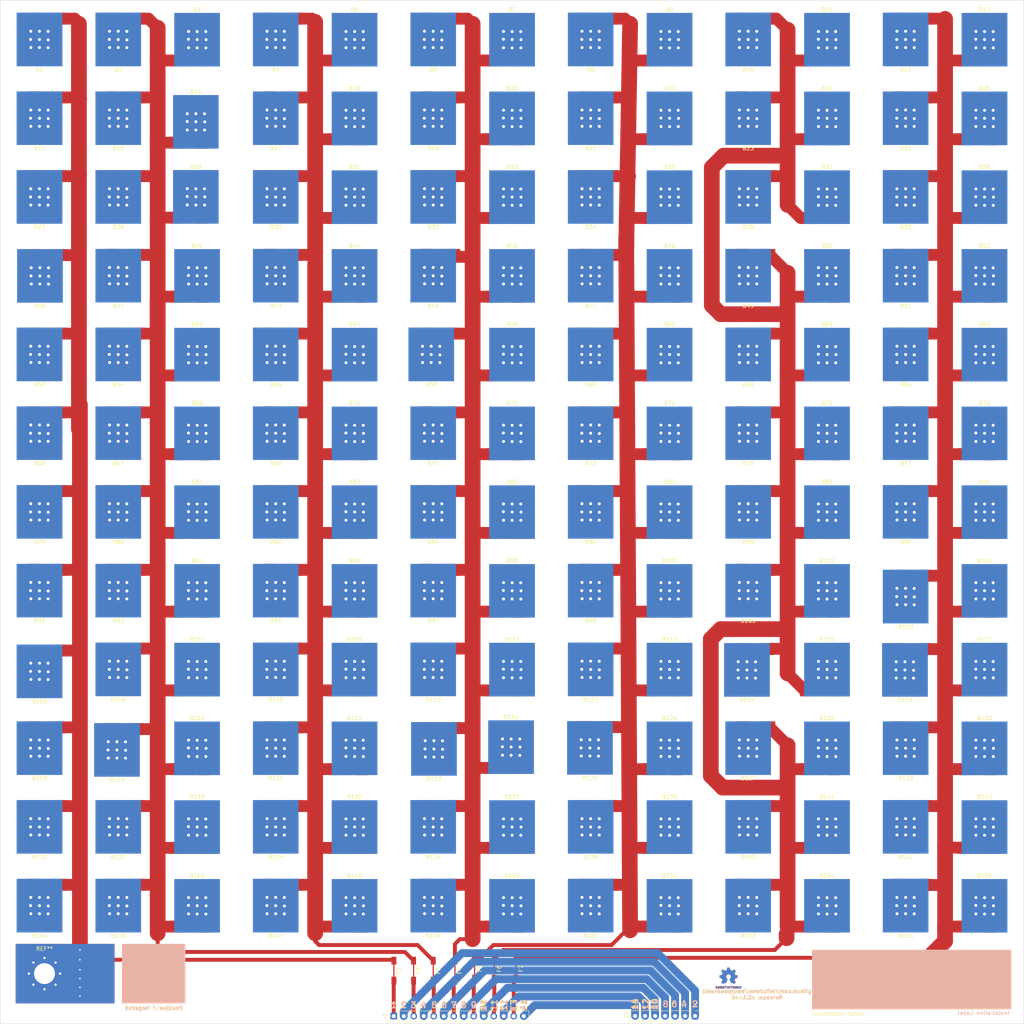
<source format=kicad_pcb>
(kicad_pcb (version 20171130) (host pcbnew "(5.1.5-0-10_14)")
  (layers (0 F.Cu signal) (31 B.Cu signal) (34 B.Paste user hide) (35 F.Paste user hide) (36 B.SilkS user) (37 F.SilkS user) (38 B.Mask user hide) (39 F.Mask user) (44 Edge.Cuts user))
  (net 0 "")
  (net 1 "Net-(F1-Pad1)")
  (net 2 BMS14)
  (net 3 BMS12)
  (net 4 BMS10)
  (net 5 BMS8)
  (net 6 BMS6)
  (net 7 BSM4)
  (net 8 BMS2)
  (net 9 "Net-(B1-Pad1)")
  (net 10 "Net-(B10-Pad1)")
  (net 11 "Net-(B110-Pad1)")
  (net 12 "Net-(B100-Pad1)")
  (net 13 "Net-(B103-Pad1)")
  (net 14 "Net-(B106-Pad1)")
  (net 15 "Net-(B108-Pad1)")
  (net 16 "Net-(F2-Pad1)")
  (net 17 "Net-(F3-Pad1)")
  (net 18 "Net-(F4-Pad1)")
  (net 19 "Net-(F5-Pad1)")
  (net 20 "Net-(F6-Pad1)")
  (net 21 "Net-(F7-Pad1)")
  (module Symbol:OSHW-Logo2_7.3x6mm_Copper (layer B.Cu) (at 198 261.5 180)
    (fp_text reference REF** hide)
    (fp_text value OSHW-Logo2_7.3x6mm_Copper hide)
    (fp_poly (pts (xy -2.400256 -1.919918) (xy -2.344799 -1.947568) (xy -2.295852 -1.99848) (xy -2.282371 -2.017338) (xy -2.267686 -2.042015) (xy -2.258158 -2.068816) (xy -2.252707 -2.104587) (xy -2.250253 -2.156169) (xy -2.249714 -2.224267) (xy -2.252148 -2.317588) (xy -2.260606 -2.387657) (xy -2.276826 -2.439931) (xy -2.302546 -2.479869) (xy -2.339503 -2.512929) (xy -2.342218 -2.514886) (xy -2.37864 -2.534908) (xy -2.422498 -2.544815) (xy -2.478276 -2.547257) (xy -2.568952 -2.547257) (xy -2.56899 -2.635283) (xy -2.569834 -2.684308) (xy -2.574976 -2.713065) (xy -2.588413 -2.730311) (xy -2.614142 -2.744808) (xy -2.620321 -2.747769) (xy -2.649236 -2.761648) (xy -2.671624 -2.770414) (xy -2.688271 -2.771171) (xy -2.699964 -2.761023) (xy -2.70749 -2.737073) (xy -2.711634 -2.696426) (xy -2.713185 -2.636186) (xy -2.712929 -2.553455) (xy -2.711651 -2.445339) (xy -2.711252 -2.413) (xy -2.709815 -2.301524) (xy -2.708528 -2.228603) (xy -2.569029 -2.228603) (xy -2.568245 -2.290499) (xy -2.56476 -2.330997) (xy -2.556876 -2.357708) (xy -2.542895 -2.378244) (xy -2.533403 -2.38826) (xy -2.494596 -2.417567) (xy -2.460237 -2.419952) (xy -2.424784 -2.39575) (xy -2.423886 -2.394857) (xy -2.409461 -2.376153) (xy -2.400687 -2.350732) (xy -2.396261 -2.311584) (xy -2.394882 -2.251697) (xy -2.394857 -2.23843) (xy -2.398188 -2.155901) (xy -2.409031 -2.098691) (xy -2.42866 -2.063766) (xy -2.45835 -2.048094) (xy -2.475509 -2.046514) (xy -2.516234 -2.053926) (xy -2.544168 -2.07833) (xy -2.560983 -2.12298) (xy -2.56835 -2.19113) (xy -2.569029 -2.228603) (xy -2.708528 -2.228603) (xy -2.708292 -2.215245) (xy -2.706323 -2.150333) (xy -2.70355 -2.102958) (xy -2.699612 -2.06929) (xy -2.694151 -2.045498) (xy -2.686808 -2.027753) (xy -2.677223 -2.012224) (xy -2.673113 -2.006381) (xy -2.618595 -1.951185) (xy -2.549664 -1.91989) (xy -2.469928 -1.911165) (xy -2.400256 -1.919918)) (layer B.Cu) (width 0.01))
    (fp_poly (pts (xy -1.283907 -1.92778) (xy -1.237328 -1.954723) (xy -1.204943 -1.981466) (xy -1.181258 -2.009484) (xy -1.164941 -2.043748) (xy -1.154661 -2.089227) (xy -1.149086 -2.150892) (xy -1.146884 -2.233711) (xy -1.146629 -2.293246) (xy -1.146629 -2.512391) (xy -1.208314 -2.540044) (xy -1.27 -2.567697) (xy -1.277257 -2.32767) (xy -1.280256 -2.238028) (xy -1.283402 -2.172962) (xy -1.287299 -2.128026) (xy -1.292553 -2.09877) (xy -1.299769 -2.080748) (xy -1.30955 -2.069511) (xy -1.312688 -2.067079) (xy -1.360239 -2.048083) (xy -1.408303 -2.0556) (xy -1.436914 -2.075543) (xy -1.448553 -2.089675) (xy -1.456609 -2.10822) (xy -1.461729 -2.136334) (xy -1.464559 -2.179173) (xy -1.465744 -2.241895) (xy -1.465943 -2.307261) (xy -1.465982 -2.389268) (xy -1.467386 -2.447316) (xy -1.472086 -2.486465) (xy -1.482013 -2.51178) (xy -1.499097 -2.528323) (xy -1.525268 -2.541156) (xy -1.560225 -2.554491) (xy -1.598404 -2.569007) (xy -1.593859 -2.311389) (xy -1.592029 -2.218519) (xy -1.589888 -2.149889) (xy -1.586819 -2.100711) (xy -1.582206 -2.066198) (xy -1.575432 -2.041562) (xy -1.565881 -2.022016) (xy -1.554366 -2.00477) (xy -1.49881 -1.94968) (xy -1.43102 -1.917822) (xy -1.357287 -1.910191) (xy -1.283907 -1.92778)) (layer B.Cu) (width 0.01))
    (fp_poly (pts (xy -2.958885 -1.921962) (xy -2.890855 -1.957733) (xy -2.840649 -2.015301) (xy -2.822815 -2.052312) (xy -2.808937 -2.107882) (xy -2.801833 -2.178096) (xy -2.80116 -2.254727) (xy -2.806573 -2.329552) (xy -2.81773 -2.394342) (xy -2.834286 -2.440873) (xy -2.839374 -2.448887) (xy -2.899645 -2.508707) (xy -2.971231 -2.544535) (xy -3.048908 -2.55502) (xy -3.127452 -2.53881) (xy -3.149311 -2.529092) (xy -3.191878 -2.499143) (xy -3.229237 -2.459433) (xy -3.232768 -2.454397) (xy -3.247119 -2.430124) (xy -3.256606 -2.404178) (xy -3.26221 -2.370022) (xy -3.264914 -2.321119) (xy -3.265701 -2.250935) (xy -3.265714 -2.2352) (xy -3.265678 -2.230192) (xy -3.120571 -2.230192) (xy -3.119727 -2.29643) (xy -3.116404 -2.340386) (xy -3.109417 -2.368779) (xy -3.097584 -2.388325) (xy -3.091543 -2.394857) (xy -3.056814 -2.41968) (xy -3.023097 -2.418548) (xy -2.989005 -2.397016) (xy -2.968671 -2.374029) (xy -2.956629 -2.340478) (xy -2.949866 -2.287569) (xy -2.949402 -2.281399) (xy -2.948248 -2.185513) (xy -2.960312 -2.114299) (xy -2.98543 -2.068194) (xy -3.02344 -2.047635) (xy -3.037008 -2.046514) (xy -3.072636 -2.052152) (xy -3.097006 -2.071686) (xy -3.111907 -2.109042) (xy -3.119125 -2.16815) (xy -3.120571 -2.230192) (xy -3.265678 -2.230192) (xy -3.265174 -2.160413) (xy -3.262904 -2.108159) (xy -3.257932 -2.071949) (xy -3.249287 -2.045299) (xy -3.235995 -2.021722) (xy -3.233057 -2.017338) (xy -3.183687 -1.958249) (xy -3.129891 -1.923947) (xy -3.064398 -1.910331) (xy -3.042158 -1.909665) (xy -2.958885 -1.921962)) (layer B.Cu) (width 0.01))
    (fp_poly (pts (xy -1.831697 -1.931239) (xy -1.774473 -1.969735) (xy -1.730251 -2.025335) (xy -1.703833 -2.096086) (xy -1.69849 -2.148162) (xy -1.699097 -2.169893) (xy -1.704178 -2.186531) (xy -1.718145 -2.201437) (xy -1.745411 -2.217973) (xy -1.790388 -2.239498) (xy -1.857489 -2.269374) (xy -1.857829 -2.269524) (xy -1.919593 -2.297813) (xy -1.970241 -2.322933) (xy -2.004596 -2.342179) (xy -2.017482 -2.352848) (xy -2.017486 -2.352934) (xy -2.006128 -2.376166) (xy -1.979569 -2.401774) (xy -1.949077 -2.420221) (xy -1.93363 -2.423886) (xy -1.891485 -2.411212) (xy -1.855192 -2.379471) (xy -1.837483 -2.344572) (xy -1.820448 -2.318845) (xy -1.787078 -2.289546) (xy -1.747851 -2.264235) (xy -1.713244 -2.250471) (xy -1.706007 -2.249714) (xy -1.697861 -2.26216) (xy -1.69737 -2.293972) (xy -1.703357 -2.336866) (xy -1.714643 -2.382558) (xy -1.73005 -2.422761) (xy -1.730829 -2.424322) (xy -1.777196 -2.489062) (xy -1.837289 -2.533097) (xy -1.905535 -2.554711) (xy -1.976362 -2.552185) (xy -2.044196 -2.523804) (xy -2.047212 -2.521808) (xy -2.100573 -2.473448) (xy -2.13566 -2.410352) (xy -2.155078 -2.327387) (xy -2.157684 -2.304078) (xy -2.162299 -2.194055) (xy -2.156767 -2.142748) (xy -2.017486 -2.142748) (xy -2.015676 -2.174753) (xy -2.005778 -2.184093) (xy -1.981102 -2.177105) (xy -1.942205 -2.160587) (xy -1.898725 -2.139881) (xy -1.897644 -2.139333) (xy -1.860791 -2.119949) (xy -1.846 -2.107013) (xy -1.849647 -2.093451) (xy -1.865005 -2.075632) (xy -1.904077 -2.049845) (xy -1.946154 -2.04795) (xy -1.983897 -2.066717) (xy -2.009966 -2.102915) (xy -2.017486 -2.142748) (xy -2.156767 -2.142748) (xy -2.152806 -2.106027) (xy -2.12845 -2.036212) (xy -2.094544 -1.987302) (xy -2.033347 -1.937878) (xy -1.965937 -1.913359) (xy -1.89712 -1.911797) (xy -1.831697 -1.931239)) (layer B.Cu) (width 0.01))
    (fp_poly (pts (xy -0.624114 -1.851289) (xy -0.619861 -1.910613) (xy -0.614975 -1.945572) (xy -0.608205 -1.96082) (xy -0.598298 -1.961015) (xy -0.595086 -1.959195) (xy -0.552356 -1.946015) (xy -0.496773 -1.946785) (xy -0.440263 -1.960333) (xy -0.404918 -1.977861) (xy -0.368679 -2.005861) (xy -0.342187 -2.037549) (xy -0.324001 -2.077813) (xy -0.312678 -2.131543) (xy -0.306778 -2.203626) (xy -0.304857 -2.298951) (xy -0.304823 -2.317237) (xy -0.3048 -2.522646) (xy -0.350509 -2.53858) (xy -0.382973 -2.54942) (xy -0.400785 -2.554468) (xy -0.401309 -2.554514) (xy -0.403063 -2.540828) (xy -0.404556 -2.503076) (xy -0.405674 -2.446224) (xy -0.406303 -2.375234) (xy -0.4064 -2.332073) (xy -0.406602 -2.246973) (xy -0.407642 -2.185981) (xy -0.410169 -2.144177) (xy -0.414836 -2.116642) (xy -0.422293 -2.098456) (xy -0.433189 -2.084698) (xy -0.439993 -2.078073) (xy -0.486728 -2.051375) (xy -0.537728 -2.049375) (xy -0.583999 -2.071955) (xy -0.592556 -2.080107) (xy -0.605107 -2.095436) (xy -0.613812 -2.113618) (xy -0.619369 -2.139909) (xy -0.622474 -2.179562) (xy -0.623824 -2.237832) (xy -0.624114 -2.318173) (xy -0.624114 -2.522646) (xy -0.669823 -2.53858) (xy -0.702287 -2.54942) (xy -0.720099 -2.554468) (xy -0.720623 -2.554514) (xy -0.721963 -2.540623) (xy -0.723172 -2.501439) (xy -0.724199 -2.4407) (xy -0.724998 -2.362141) (xy -0.725519 -2.269498) (xy -0.725714 -2.166509) (xy -0.725714 -1.769342) (xy -0.678543 -1.749444) (xy -0.631371 -1.729547) (xy -0.624114 -1.851289)) (layer B.Cu) (width 0.01))
    (fp_poly (pts (xy 0.039744 -1.950968) (xy 0.096616 -1.972087) (xy 0.097267 -1.972493) (xy 0.13244 -1.99838) (xy 0.158407 -2.028633) (xy 0.17667 -2.068058) (xy 0.188732 -2.121462) (xy 0.196096 -2.193651) (xy 0.200264 -2.289432) (xy 0.200629 -2.303078) (xy 0.205876 -2.508842) (xy 0.161716 -2.531678) (xy 0.129763 -2.54711) (xy 0.11047 -2.554423) (xy 0.109578 -2.554514) (xy 0.106239 -2.541022) (xy 0.103587 -2.504626) (xy 0.101956 -2.451452) (xy 0.1016 -2.408393) (xy 0.101592 -2.338641) (xy 0.098403 -2.294837) (xy 0.087288 -2.273944) (xy 0.063501 -2.272925) (xy 0.022296 -2.288741) (xy -0.039914 -2.317815) (xy -0.085659 -2.341963) (xy -0.109187 -2.362913) (xy -0.116104 -2.385747) (xy -0.116114 -2.386877) (xy -0.104701 -2.426212) (xy -0.070908 -2.447462) (xy -0.019191 -2.450539) (xy 0.018061 -2.450006) (xy 0.037703 -2.460735) (xy 0.049952 -2.486505) (xy 0.057002 -2.519337) (xy 0.046842 -2.537966) (xy 0.043017 -2.540632) (xy 0.007001 -2.55134) (xy -0.043434 -2.552856) (xy -0.095374 -2.545759) (xy -0.132178 -2.532788) (xy -0.183062 -2.489585) (xy -0.211986 -2.429446) (xy -0.217714 -2.382462) (xy -0.213343 -2.340082) (xy -0.197525 -2.305488) (xy -0.166203 -2.274763) (xy -0.115322 -2.24399) (xy -0.040824 -2.209252) (xy -0.036286 -2.207288) (xy 0.030821 -2.176287) (xy 0.072232 -2.150862) (xy 0.089981 -2.128014) (xy 0.086107 -2.104745) (xy 0.062643 -2.078056) (xy 0.055627 -2.071914) (xy 0.00863 -2.0481) (xy -0.040067 -2.049103) (xy -0.082478 -2.072451) (xy -0.110616 -2.115675) (xy -0.113231 -2.12416) (xy -0.138692 -2.165308) (xy -0.170999 -2.185128) (xy -0.217714 -2.20477) (xy -0.217714 -2.15395) (xy -0.203504 -2.080082) (xy -0.161325 -2.012327) (xy -0.139376 -1.989661) (xy -0.089483 -1.960569) (xy -0.026033 -1.9474) (xy 0.039744 -1.950968)) (layer B.Cu) (width 0.01))
    (fp_poly (pts (xy 0.529926 -1.949755) (xy 0.595858 -1.974084) (xy 0.649273 -2.017117) (xy 0.670164 -2.047409) (xy 0.692939 -2.102994) (xy 0.692466 -2.143186) (xy 0.668562 -2.170217) (xy 0.659717 -2.174813) (xy 0.62153 -2.189144) (xy 0.602028 -2.185472) (xy 0.595422 -2.161407) (xy 0.595086 -2.148114) (xy 0.582992 -2.09921) (xy 0.551471 -2.064999) (xy 0.507659 -2.048476) (xy 0.458695 -2.052634) (xy 0.418894 -2.074227) (xy 0.40545 -2.086544) (xy 0.395921 -2.101487) (xy 0.389485 -2.124075) (xy 0.385317 -2.159328) (xy 0.382597 -2.212266) (xy 0.380502 -2.287907) (xy 0.37996 -2.311857) (xy 0.377981 -2.39379) (xy 0.375731 -2.451455) (xy 0.372357 -2.489608) (xy 0.367006 -2.513004) (xy 0.358824 -2.526398) (xy 0.346959 -2.534545) (xy 0.339362 -2.538144) (xy 0.307102 -2.550452) (xy 0.288111 -2.554514) (xy 0.281836 -2.540948) (xy 0.278006 -2.499934) (xy 0.2766 -2.430999) (xy 0.277598 -2.333669) (xy 0.277908 -2.318657) (xy 0.280101 -2.229859) (xy 0.282693 -2.165019) (xy 0.286382 -2.119067) (xy 0.291864 -2.086935) (xy 0.299835 -2.063553) (xy 0.310993 -2.043852) (xy 0.31683 -2.03541) (xy 0.350296 -1.998057) (xy 0.387727 -1.969003) (xy 0.392309 -1.966467) (xy 0.459426 -1.946443) (xy 0.529926 -1.949755)) (layer B.Cu) (width 0.01))
    (fp_poly (pts (xy 1.190117 -2.065358) (xy 1.189933 -2.173837) (xy 1.189219 -2.257287) (xy 1.187675 -2.319704) (xy 1.185001 -2.365085) (xy 1.180894 -2.397429) (xy 1.175055 -2.420733) (xy 1.167182 -2.438995) (xy 1.161221 -2.449418) (xy 1.111855 -2.505945) (xy 1.049264 -2.541377) (xy 0.980013 -2.55409) (xy 0.910668 -2.542463) (xy 0.869375 -2.521568) (xy 0.826025 -2.485422) (xy 0.796481 -2.441276) (xy 0.778655 -2.383462) (xy 0.770463 -2.306313) (xy 0.769302 -2.249714) (xy 0.769458 -2.245647) (xy 0.870857 -2.245647) (xy 0.871476 -2.31055) (xy 0.874314 -2.353514) (xy 0.88084 -2.381622) (xy 0.892523 -2.401953) (xy 0.906483 -2.417288) (xy 0.953365 -2.44689) (xy 1.003701 -2.449419) (xy 1.051276 -2.424705) (xy 1.054979 -2.421356) (xy 1.070783 -2.403935) (xy 1.080693 -2.383209) (xy 1.086058 -2.352362) (xy 1.088228 -2.304577) (xy 1.088571 -2.251748) (xy 1.087827 -2.185381) (xy 1.084748 -2.141106) (xy 1.078061 -2.112009) (xy 1.066496 -2.091173) (xy 1.057013 -2.080107) (xy 1.01296 -2.052198) (xy 0.962224 -2.048843) (xy 0.913796 -2.070159) (xy 0.90445 -2.078073) (xy 0.88854 -2.095647) (xy 0.87861 -2.116587) (xy 0.873278 -2.147782) (xy 0.871163 -2.196122) (xy 0.870857 -2.245647) (xy 0.769458 -2.245647) (xy 0.77281 -2.158568) (xy 0.784726 -2.090086) (xy 0.807135 -2.0386) (xy 0.842124 -1.998443) (xy 0.869375 -1.977861) (xy 0.918907 -1.955625) (xy 0.976316 -1.945304) (xy 1.029682 -1.948067) (xy 1.059543 -1.959212) (xy 1.071261 -1.962383) (xy 1.079037 -1.950557) (xy 1.084465 -1.918866) (xy 1.088571 -1.870593) (xy 1.093067 -1.816829) (xy 1.099313 -1.784482) (xy 1.110676 -1.765985) (xy 1.130528 -1.75377) (xy 1.143 -1.748362) (xy 1.190171 -1.728601) (xy 1.190117 -2.065358)) (layer B.Cu) (width 0.01))
    (fp_poly (pts (xy 1.779833 -1.958663) (xy 1.782048 -1.99685) (xy 1.783784 -2.054886) (xy 1.784899 -2.12818) (xy 1.785257 -2.205055) (xy 1.785257 -2.465196) (xy 1.739326 -2.511127) (xy 1.707675 -2.539429) (xy 1.67989 -2.550893) (xy 1.641915 -2.550168) (xy 1.62684 -2.548321) (xy 1.579726 -2.542948) (xy 1.540756 -2.539869) (xy 1.531257 -2.539585) (xy 1.499233 -2.541445) (xy 1.453432 -2.546114) (xy 1.435674 -2.548321) (xy 1.392057 -2.551735) (xy 1.362745 -2.54432) (xy 1.33368 -2.521427) (xy 1.323188 -2.511127) (xy 1.277257 -2.465196) (xy 1.277257 -1.978602) (xy 1.314226 -1.961758) (xy 1.346059 -1.949282) (xy 1.364683 -1.944914) (xy 1.369458 -1.958718) (xy 1.373921 -1.997286) (xy 1.377775 -2.056356) (xy 1.380722 -2.131663) (xy 1.382143 -2.195286) (xy 1.386114 -2.445657) (xy 1.420759 -2.450556) (xy 1.452268 -2.447131) (xy 1.467708 -2.436041) (xy 1.472023 -2.415308) (xy 1.475708 -2.371145) (xy 1.478469 -2.309146) (xy 1.480012 -2.234909) (xy 1.480235 -2.196706) (xy 1.480457 -1.976783) (xy 1.526166 -1.960849) (xy 1.558518 -1.950015) (xy 1.576115 -1.944962) (xy 1.576623 -1.944914) (xy 1.578388 -1.958648) (xy 1.580329 -1.99673) (xy 1.582282 -2.054482) (xy 1.584084 -2.127227) (xy 1.585343 -2.195286) (xy 1.589314 -2.445657) (xy 1.6764 -2.445657) (xy 1.680396 -2.21724) (xy 1.684392 -1.988822) (xy 1.726847 -1.966868) (xy 1.758192 -1.951793) (xy 1.776744 -1.944951) (xy 1.777279 -1.944914) (xy 1.779833 -1.958663)) (layer B.Cu) (width 0.01))
    (fp_poly (pts (xy 2.144876 -1.956335) (xy 2.186667 -1.975344) (xy 2.219469 -1.998378) (xy 2.243503 -2.024133) (xy 2.260097 -2.057358) (xy 2.270577 -2.1028) (xy 2.276271 -2.165207) (xy 2.278507 -2.249327) (xy 2.278743 -2.304721) (xy 2.278743 -2.520826) (xy 2.241774 -2.53767) (xy 2.212656 -2.549981) (xy 2.198231 -2.554514) (xy 2.195472 -2.541025) (xy 2.193282 -2.504653) (xy 2.191942 -2.451542) (xy 2.191657 -2.409372) (xy 2.190434 -2.348447) (xy 2.187136 -2.300115) (xy 2.182321 -2.270518) (xy 2.178496 -2.264229) (xy 2.152783 -2.270652) (xy 2.112418 -2.287125) (xy 2.065679 -2.309458) (xy 2.020845 -2.333457) (xy 1.986193 -2.35493) (xy 1.970002 -2.369685) (xy 1.969938 -2.369845) (xy 1.97133 -2.397152) (xy 1.983818 -2.423219) (xy 2.005743 -2.444392) (xy 2.037743 -2.451474) (xy 2.065092 -2.450649) (xy 2.103826 -2.450042) (xy 2.124158 -2.459116) (xy 2.136369 -2.483092) (xy 2.137909 -2.487613) (xy 2.143203 -2.521806) (xy 2.129047 -2.542568) (xy 2.092148 -2.552462) (xy 2.052289 -2.554292) (xy 1.980562 -2.540727) (xy 1.943432 -2.521355) (xy 1.897576 -2.475845) (xy 1.873256 -2.419983) (xy 1.871073 -2.360957) (xy 1.891629 -2.305953) (xy 1.922549 -2.271486) (xy 1.95342 -2.252189) (xy 2.001942 -2.227759) (xy 2.058485 -2.202985) (xy 2.06791 -2.199199) (xy 2.130019 -2.171791) (xy 2.165822 -2.147634) (xy 2.177337 -2.123619) (xy 2.16658 -2.096635) (xy 2.148114 -2.075543) (xy 2.104469 -2.049572) (xy 2.056446 -2.047624) (xy 2.012406 -2.067637) (xy 1.980709 -2.107551) (xy 1.976549 -2.117848) (xy 1.952327 -2.155724) (xy 1.916965 -2.183842) (xy 1.872343 -2.206917) (xy 1.872343 -2.141485) (xy 1.874969 -2.101506) (xy 1.88623 -2.069997) (xy 1.911199 -2.036378) (xy 1.935169 -2.010484) (xy 1.972441 -1.973817) (xy 2.001401 -1.954121) (xy 2.032505 -1.94622) (xy 2.067713 -1.944914) (xy 2.144876 -1.956335)) (layer B.Cu) (width 0.01))
    (fp_poly (pts (xy 2.6526 -1.958752) (xy 2.669948 -1.966334) (xy 2.711356 -1.999128) (xy 2.746765 -2.046547) (xy 2.768664 -2.097151) (xy 2.772229 -2.122098) (xy 2.760279 -2.156927) (xy 2.734067 -2.175357) (xy 2.705964 -2.186516) (xy 2.693095 -2.188572) (xy 2.686829 -2.173649) (xy 2.674456 -2.141175) (xy 2.669028 -2.126502) (xy 2.63859 -2.075744) (xy 2.59452 -2.050427) (xy 2.53801 -2.051206) (xy 2.533825 -2.052203) (xy 2.503655 -2.066507) (xy 2.481476 -2.094393) (xy 2.466327 -2.139287) (xy 2.45725 -2.204615) (xy 2.453286 -2.293804) (xy 2.452914 -2.341261) (xy 2.45273 -2.416071) (xy 2.451522 -2.467069) (xy 2.448309 -2.499471) (xy 2.442109 -2.518495) (xy 2.43194 -2.529356) (xy 2.416819 -2.537272) (xy 2.415946 -2.53767) (xy 2.386828 -2.549981) (xy 2.372403 -2.554514) (xy 2.370186 -2.540809) (xy 2.368289 -2.502925) (xy 2.366847 -2.445715) (xy 2.365998 -2.374027) (xy 2.365829 -2.321565) (xy 2.366692 -2.220047) (xy 2.37007 -2.143032) (xy 2.377142 -2.086023) (xy 2.389088 -2.044526) (xy 2.40709 -2.014043) (xy 2.432327 -1.99008) (xy 2.457247 -1.973355) (xy 2.517171 -1.951097) (xy 2.586911 -1.946076) (xy 2.6526 -1.958752)) (layer B.Cu) (width 0.01))
    (fp_poly (pts (xy 3.153595 -1.966966) (xy 3.211021 -2.004497) (xy 3.238719 -2.038096) (xy 3.260662 -2.099064) (xy 3.262405 -2.147308) (xy 3.258457 -2.211816) (xy 3.109686 -2.276934) (xy 3.037349 -2.310202) (xy 2.990084 -2.336964) (xy 2.965507 -2.360144) (xy 2.961237 -2.382667) (xy 2.974889 -2.407455) (xy 2.989943 -2.423886) (xy 3.033746 -2.450235) (xy 3.081389 -2.452081) (xy 3.125145 -2.431546) (xy 3.157289 -2.390752) (xy 3.163038 -2.376347) (xy 3.190576 -2.331356) (xy 3.222258 -2.312182) (xy 3.265714 -2.295779) (xy 3.265714 -2.357966) (xy 3.261872 -2.400283) (xy 3.246823 -2.435969) (xy 3.21528 -2.476943) (xy 3.210592 -2.482267) (xy 3.175506 -2.51872) (xy 3.145347 -2.538283) (xy 3.107615 -2.547283) (xy 3.076335 -2.55023) (xy 3.020385 -2.550965) (xy 2.980555 -2.54166) (xy 2.955708 -2.527846) (xy 2.916656 -2.497467) (xy 2.889625 -2.464613) (xy 2.872517 -2.423294) (xy 2.863238 -2.367521) (xy 2.859693 -2.291305) (xy 2.85941 -2.252622) (xy 2.860372 -2.206247) (xy 2.948007 -2.206247) (xy 2.949023 -2.231126) (xy 2.951556 -2.2352) (xy 2.968274 -2.229665) (xy 3.004249 -2.215017) (xy 3.052331 -2.19419) (xy 3.062386 -2.189714) (xy 3.123152 -2.158814) (xy 3.156632 -2.131657) (xy 3.16399 -2.10622) (xy 3.146391 -2.080481) (xy 3.131856 -2.069109) (xy 3.07941 -2.046364) (xy 3.030322 -2.050122) (xy 2.989227 -2.077884) (xy 2.960758 -2.127152) (xy 2.951631 -2.166257) (xy 2.948007 -2.206247) (xy 2.860372 -2.206247) (xy 2.861285 -2.162249) (xy 2.868196 -2.095384) (xy 2.881884 -2.046695) (xy 2.904096 -2.010849) (xy 2.936574 -1.982513) (xy 2.950733 -1.973355) (xy 3.015053 -1.949507) (xy 3.085473 -1.948006) (xy 3.153595 -1.966966)) (layer B.Cu) (width 0.01))
    (fp_poly (pts (xy 0.10391 2.757652) (xy 0.182454 2.757222) (xy 0.239298 2.756058) (xy 0.278105 2.753793) (xy 0.302538 2.75006) (xy 0.316262 2.744494) (xy 0.32294 2.736727) (xy 0.326236 2.726395) (xy 0.326556 2.725057) (xy 0.331562 2.700921) (xy 0.340829 2.653299) (xy 0.353392 2.587259) (xy 0.368287 2.507872) (xy 0.384551 2.420204) (xy 0.385119 2.417125) (xy 0.40141 2.331211) (xy 0.416652 2.255304) (xy 0.429861 2.193955) (xy 0.440054 2.151718) (xy 0.446248 2.133145) (xy 0.446543 2.132816) (xy 0.464788 2.123747) (xy 0.502405 2.108633) (xy 0.551271 2.090738) (xy 0.551543 2.090642) (xy 0.613093 2.067507) (xy 0.685657 2.038035) (xy 0.754057 2.008403) (xy 0.757294 2.006938) (xy 0.868702 1.956374) (xy 1.115399 2.12484) (xy 1.191077 2.176197) (xy 1.259631 2.222111) (xy 1.317088 2.25997) (xy 1.359476 2.287163) (xy 1.382825 2.301079) (xy 1.385042 2.302111) (xy 1.40201 2.297516) (xy 1.433701 2.275345) (xy 1.481352 2.234553) (xy 1.546198 2.174095) (xy 1.612397 2.109773) (xy 1.676214 2.046388) (xy 1.733329 1.988549) (xy 1.780305 1.939825) (xy 1.813703 1.90379) (xy 1.830085 1.884016) (xy 1.830694 1.882998) (xy 1.832505 1.869428) (xy 1.825683 1.847267) (xy 1.80854 1.813522) (xy 1.779393 1.7652) (xy 1.736555 1.699308) (xy 1.679448 1.614483) (xy 1.628766 1.539823) (xy 1.583461 1.47286) (xy 1.54615 1.417484) (xy 1.519452 1.37758) (xy 1.505985 1.357038) (xy 1.505137 1.355644) (xy 1.506781 1.335962) (xy 1.519245 1.297707) (xy 1.540048 1.248111) (xy 1.547462 1.232272) (xy 1.579814 1.16171) (xy 1.614328 1.081647) (xy 1.642365 1.012371) (xy 1.662568 0.960955) (xy 1.678615 0.921881) (xy 1.687888 0.901459) (xy 1.689041 0.899886) (xy 1.706096 0.897279) (xy 1.746298 0.890137) (xy 1.804302 0.879477) (xy 1.874763 0.866315) (xy 1.952335 0.851667) (xy 2.031672 0.836551) (xy 2.107431 0.821982) (xy 2.174264 0.808978) (xy 2.226828 0.798555) (xy 2.259776 0.79173) (xy 2.267857 0.789801) (xy 2.276205 0.785038) (xy 2.282506 0.774282) (xy 2.287045 0.753902) (xy 2.290104 0.720266) (xy 2.291967 0.669745) (xy 2.292918 0.598708) (xy 2.29324 0.503524) (xy 2.293257 0.464508) (xy 2.293257 0.147201) (xy 2.217057 0.132161) (xy 2.174663 0.124005) (xy 2.1114 0.112101) (xy 2.034962 0.097884) (xy 1.953043 0.08279) (xy 1.9304 0.078645) (xy 1.854806 0.063947) (xy 1.788953 0.049495) (xy 1.738366 0.036625) (xy 1.708574 0.026678) (xy 1.703612 0.023713) (xy 1.691426 0.002717) (xy 1.673953 -0.037967) (xy 1.654577 -0.090322) (xy 1.650734 -0.1016) (xy 1.625339 -0.171523) (xy 1.593817 -0.250418) (xy 1.562969 -0.321266) (xy 1.562817 -0.321595) (xy 1.511447 -0.432733) (xy 1.680399 -0.681253) (xy 1.849352 -0.929772) (xy 1.632429 -1.147058) (xy 1.566819 -1.211726) (xy 1.506979 -1.268733) (xy 1.456267 -1.315033) (xy 1.418046 -1.347584) (xy 1.395675 -1.363343) (xy 1.392466 -1.364343) (xy 1.373626 -1.356469) (xy 1.33518 -1.334578) (xy 1.28133 -1.301267) (xy 1.216276 -1.259131) (xy 1.14594 -1.211943) (xy 1.074555 -1.16381) (xy 1.010908 -1.121928) (xy 0.959041 -1.088871) (xy 0.922995 -1.067218) (xy 0.906867 -1.059543) (xy 0.887189 -1.066037) (xy 0.849875 -1.08315) (xy 0.802621 -1.107326) (xy 0.797612 -1.110013) (xy 0.733977 -1.141927) (xy 0.690341 -1.157579) (xy 0.663202 -1.157745) (xy 0.649057 -1.143204) (xy 0.648975 -1.143) (xy 0.641905 -1.125779) (xy 0.625042 -1.084899) (xy 0.599695 -1.023525) (xy 0.567171 -0.944819) (xy 0.528778 -0.851947) (xy 0.485822 -0.748072) (xy 0.444222 -0.647502) (xy 0.398504 -0.536516) (xy 0.356526 -0.433703) (xy 0.319548 -0.342215) (xy 0.288827 -0.265201) (xy 0.265622 -0.205815) (xy 0.25119 -0.167209) (xy 0.246743 -0.1528) (xy 0.257896 -0.136272) (xy 0.287069 -0.10993) (xy 0.325971 -0.080887) (xy 0.436757 0.010961) (xy 0.523351 0.116241) (xy 0.584716 0.232734) (xy 0.619815 0.358224) (xy 0.627608 0.490493) (xy 0.621943 0.551543) (xy 0.591078 0.678205) (xy 0.53792 0.790059) (xy 0.465767 0.885999) (xy 0.377917 0.964924) (xy 0.277665 1.02573) (xy 0.16831 1.067313) (xy 0.053147 1.088572) (xy -0.064525 1.088401) (xy -0.18141 1.065699) (xy -0.294211 1.019362) (xy -0.399631 0.948287) (xy -0.443632 0.908089) (xy -0.528021 0.804871) (xy -0.586778 0.692075) (xy -0.620296 0.57299) (xy -0.628965 0.450905) (xy -0.613177 0.329107) (xy -0.573322 0.210884) (xy -0.509793 0.099525) (xy -0.422979 -0.001684) (xy -0.325971 -0.080887) (xy -0.285563 -0.111162) (xy -0.257018 -0.137219) (xy -0.246743 -0.152825) (xy -0.252123 -0.169843) (xy -0.267425 -0.2105) (xy -0.291388 -0.271642) (xy -0.322756 -0.350119) (xy -0.360268 -0.44278) (xy -0.402667 -0.546472) (xy -0.444337 -0.647526) (xy -0.49031 -0.758607) (xy -0.532893 -0.861541) (xy -0.570779 -0.953165) (xy -0.60266 -1.030316) (xy -0.627229 -1.089831) (xy -0.64318 -1.128544) (xy -0.64909 -1.143) (xy -0.663052 -1.157685) (xy -0.69006 -1.157642) (xy -0.733587 -1.142099) (xy -0.79711 -1.110284) (xy -0.797612 -1.110013) (xy -0.84544 -1.085323) (xy -0.884103 -1.067338) (xy -0.905905 -1.059614) (xy -0.906867 -1.059543) (xy -0.923279 -1.067378) (xy -0.959513 -1.089165) (xy -1.011526 -1.122328) (xy -1.075275 -1.164291) (xy -1.14594 -1.211943) (xy -1.217884 -1.260191) (xy -1.282726 -1.302151) (xy -1.336265 -1.335227) (xy -1.374303 -1.356821) (xy -1.392467 -1.364343) (xy -1.409192 -1.354457) (xy -1.44282 -1.326826) (xy -1.48999 -1.284495) (xy -1.547342 -1.230505) (xy -1.611516 -1.167899) (xy -1.632503 -1.146983) (xy -1.849501 -0.929623) (xy -1.684332 -0.68722) (xy -1.634136 -0.612781) (xy -1.590081 -0.545972) (xy -1.554638 -0.490665) (xy -1.530281 -0.450729) (xy -1.519478 -0.430036) (xy -1.519162 -0.428563) (xy -1.524857 -0.409058) (xy -1.540174 -0.369822) (xy -1.562463 -0.31743) (xy -1.578107 -0.282355) (xy -1.607359 -0.215201) (xy -1.634906 -0.147358) (xy -1.656263 -0.090034) (xy -1.662065 -0.072572) (xy -1.678548 -0.025938) (xy -1.69466 0.010095) (xy -1.70351 0.023713) (xy -1.72304 0.032048) (xy -1.765666 0.043863) (xy -1.825855 0.057819) (xy -1.898078 0.072578) (xy -1.9304 0.078645) (xy -2.012478 0.093727) (xy -2.091205 0.108331) (xy -2.158891 0.12102) (xy -2.20784 0.130358) (xy -2.217057 0.132161) (xy -2.293257 0.147201) (xy -2.293257 0.464508) (xy -2.293086 0.568846) (xy -2.292384 0.647787) (xy -2.290866 0.704962) (xy -2.288251 0.744001) (xy -2.284254 0.768535) (xy -2.278591 0.782195) (xy -2.27098 0.788611) (xy -2.267857 0.789801) (xy -2.249022 0.79402) (xy -2.207412 0.802438) (xy -2.14837 0.814039) (xy -2.077243 0.827805) (xy -1.999375 0.84272) (xy -1.920113 0.857768) (xy -1.844802 0.871931) (xy -1.778787 0.884194) (xy -1.727413 0.893539) (xy -1.696025 0.89895) (xy -1.689041 0.899886) (xy -1.682715 0.912404) (xy -1.66871 0.945754) (xy -1.649645 0.993623) (xy -1.642366 1.012371) (xy -1.613004 1.084805) (xy -1.578429 1.16483) (xy -1.547463 1.232272) (xy -1.524677 1.283841) (xy -1.509518 1.326215) (xy -1.504458 1.352166) (xy -1.505264 1.355644) (xy -1.515959 1.372064) (xy -1.54038 1.408583) (xy -1.575905 1.461313) (xy -1.619913 1.526365) (xy -1.669783 1.599849) (xy -1.679644 1.614355) (xy -1.737508 1.700296) (xy -1.780044 1.765739) (xy -1.808946 1.813696) (xy -1.82591 1.84718) (xy -1.832633 1.869205) (xy -1.83081 1.882783) (xy -1.830764 1.882869) (xy -1.816414 1.900703) (xy -1.784677 1.935183) (xy -1.73899 1.982732) (xy -1.682796 2.039778) (xy -1.619532 2.102745) (xy -1.612398 2.109773) (xy -1.53267 2.18698) (xy -1.471143 2.24367) (xy -1.426579 2.28089) (xy -1.397743 2.299685) (xy -1.385042 2.302111) (xy -1.366506 2.291529) (xy -1.328039 2.267084) (xy -1.273614 2.231388) (xy -1.207202 2.187053) (xy -1.132775 2.136689) (xy -1.115399 2.12484) (xy -0.868703 1.956374) (xy -0.757294 2.006938) (xy -0.689543 2.036405) (xy -0.616817 2.066041) (xy -0.554297 2.08967) (xy -0.551543 2.090642) (xy -0.50264 2.108543) (xy -0.464943 2.12368) (xy -0.446575 2.13279) (xy -0.446544 2.132816) (xy -0.440715 2.149283) (xy -0.430808 2.189781) (xy -0.417805 2.249758) (xy -0.402691 2.32466) (xy -0.386448 2.409936) (xy -0.385119 2.417125) (xy -0.368825 2.504986) (xy -0.353867 2.58474) (xy -0.341209 2.651319) (xy -0.331814 2.699653) (xy -0.326646 2.724675) (xy -0.326556 2.725057) (xy -0.323411 2.735701) (xy -0.317296 2.743738) (xy -0.304547 2.749533) (xy -0.2815 2.753453) (xy -0.244491 2.755865) (xy -0.189856 2.757135) (xy -0.113933 2.757629) (xy -0.013056 2.757714) (xy 0 2.757714) (xy 0.10391 2.757652)) (layer B.Cu) (width 0.01))
  )
  (module MountingHole:MountingHole_5.3mm_M5_Pad_Via (layer F.Cu) (at 24.25 260.25)
    (fp_text reference REF** (at 0 -6.3) (layer F.SilkS))
    (fp_text value MountingHole_5.3mm_M5_Pad_Via)
    (pad 1 thru_hole circle (at 2.810749 -2.810749) (size 0.9 0.9) (drill 0.6) (layers *.Cu *.Mask))
    (pad 1 thru_hole circle (at 0 -3.975) (size 0.9 0.9) (drill 0.6) (layers *.Cu *.Mask))
    (pad 1 thru_hole circle (at -2.810749 -2.810749) (size 0.9 0.9) (drill 0.6) (layers *.Cu *.Mask))
    (pad 1 thru_hole circle (at -3.975 0) (size 0.9 0.9) (drill 0.6) (layers *.Cu *.Mask))
    (pad 1 thru_hole circle (at -2.810749 2.810749) (size 0.9 0.9) (drill 0.6) (layers *.Cu *.Mask))
    (pad 1 thru_hole circle (at 0 3.975) (size 0.9 0.9) (drill 0.6) (layers *.Cu *.Mask))
    (pad 1 thru_hole circle (at 2.810749 2.810749) (size 0.9 0.9) (drill 0.6) (layers *.Cu *.Mask))
    (pad 1 thru_hole circle (at 3.975 0) (size 0.9 0.9) (drill 0.6) (layers *.Cu *.Mask))
    (pad 1 thru_hole circle (at 0 0) (size 10.6 10.6) (drill 5.3) (layers *.Cu *.Mask))
  )
  (module Symbol:OSHW-Logo2_7.3x6mm_Copper (layer F.Cu) (at 198 261.5)
    (fp_text reference REF** hide)
    (fp_text value OSHW-Logo2_7.3x6mm_Copper hide)
    (fp_poly (pts (xy 0.10391 -2.757652) (xy 0.182454 -2.757222) (xy 0.239298 -2.756058) (xy 0.278105 -2.753793) (xy 0.302538 -2.75006) (xy 0.316262 -2.744494) (xy 0.32294 -2.736727) (xy 0.326236 -2.726395) (xy 0.326556 -2.725057) (xy 0.331562 -2.700921) (xy 0.340829 -2.653299) (xy 0.353392 -2.587259) (xy 0.368287 -2.507872) (xy 0.384551 -2.420204) (xy 0.385119 -2.417125) (xy 0.40141 -2.331211) (xy 0.416652 -2.255304) (xy 0.429861 -2.193955) (xy 0.440054 -2.151718) (xy 0.446248 -2.133145) (xy 0.446543 -2.132816) (xy 0.464788 -2.123747) (xy 0.502405 -2.108633) (xy 0.551271 -2.090738) (xy 0.551543 -2.090642) (xy 0.613093 -2.067507) (xy 0.685657 -2.038035) (xy 0.754057 -2.008403) (xy 0.757294 -2.006938) (xy 0.868702 -1.956374) (xy 1.115399 -2.12484) (xy 1.191077 -2.176197) (xy 1.259631 -2.222111) (xy 1.317088 -2.25997) (xy 1.359476 -2.287163) (xy 1.382825 -2.301079) (xy 1.385042 -2.302111) (xy 1.40201 -2.297516) (xy 1.433701 -2.275345) (xy 1.481352 -2.234553) (xy 1.546198 -2.174095) (xy 1.612397 -2.109773) (xy 1.676214 -2.046388) (xy 1.733329 -1.988549) (xy 1.780305 -1.939825) (xy 1.813703 -1.90379) (xy 1.830085 -1.884016) (xy 1.830694 -1.882998) (xy 1.832505 -1.869428) (xy 1.825683 -1.847267) (xy 1.80854 -1.813522) (xy 1.779393 -1.7652) (xy 1.736555 -1.699308) (xy 1.679448 -1.614483) (xy 1.628766 -1.539823) (xy 1.583461 -1.47286) (xy 1.54615 -1.417484) (xy 1.519452 -1.37758) (xy 1.505985 -1.357038) (xy 1.505137 -1.355644) (xy 1.506781 -1.335962) (xy 1.519245 -1.297707) (xy 1.540048 -1.248111) (xy 1.547462 -1.232272) (xy 1.579814 -1.16171) (xy 1.614328 -1.081647) (xy 1.642365 -1.012371) (xy 1.662568 -0.960955) (xy 1.678615 -0.921881) (xy 1.687888 -0.901459) (xy 1.689041 -0.899886) (xy 1.706096 -0.897279) (xy 1.746298 -0.890137) (xy 1.804302 -0.879477) (xy 1.874763 -0.866315) (xy 1.952335 -0.851667) (xy 2.031672 -0.836551) (xy 2.107431 -0.821982) (xy 2.174264 -0.808978) (xy 2.226828 -0.798555) (xy 2.259776 -0.79173) (xy 2.267857 -0.789801) (xy 2.276205 -0.785038) (xy 2.282506 -0.774282) (xy 2.287045 -0.753902) (xy 2.290104 -0.720266) (xy 2.291967 -0.669745) (xy 2.292918 -0.598708) (xy 2.29324 -0.503524) (xy 2.293257 -0.464508) (xy 2.293257 -0.147201) (xy 2.217057 -0.132161) (xy 2.174663 -0.124005) (xy 2.1114 -0.112101) (xy 2.034962 -0.097884) (xy 1.953043 -0.08279) (xy 1.9304 -0.078645) (xy 1.854806 -0.063947) (xy 1.788953 -0.049495) (xy 1.738366 -0.036625) (xy 1.708574 -0.026678) (xy 1.703612 -0.023713) (xy 1.691426 -0.002717) (xy 1.673953 0.037967) (xy 1.654577 0.090322) (xy 1.650734 0.1016) (xy 1.625339 0.171523) (xy 1.593817 0.250418) (xy 1.562969 0.321266) (xy 1.562817 0.321595) (xy 1.511447 0.432733) (xy 1.680399 0.681253) (xy 1.849352 0.929772) (xy 1.632429 1.147058) (xy 1.566819 1.211726) (xy 1.506979 1.268733) (xy 1.456267 1.315033) (xy 1.418046 1.347584) (xy 1.395675 1.363343) (xy 1.392466 1.364343) (xy 1.373626 1.356469) (xy 1.33518 1.334578) (xy 1.28133 1.301267) (xy 1.216276 1.259131) (xy 1.14594 1.211943) (xy 1.074555 1.16381) (xy 1.010908 1.121928) (xy 0.959041 1.088871) (xy 0.922995 1.067218) (xy 0.906867 1.059543) (xy 0.887189 1.066037) (xy 0.849875 1.08315) (xy 0.802621 1.107326) (xy 0.797612 1.110013) (xy 0.733977 1.141927) (xy 0.690341 1.157579) (xy 0.663202 1.157745) (xy 0.649057 1.143204) (xy 0.648975 1.143) (xy 0.641905 1.125779) (xy 0.625042 1.084899) (xy 0.599695 1.023525) (xy 0.567171 0.944819) (xy 0.528778 0.851947) (xy 0.485822 0.748072) (xy 0.444222 0.647502) (xy 0.398504 0.536516) (xy 0.356526 0.433703) (xy 0.319548 0.342215) (xy 0.288827 0.265201) (xy 0.265622 0.205815) (xy 0.25119 0.167209) (xy 0.246743 0.1528) (xy 0.257896 0.136272) (xy 0.287069 0.10993) (xy 0.325971 0.080887) (xy 0.436757 -0.010961) (xy 0.523351 -0.116241) (xy 0.584716 -0.232734) (xy 0.619815 -0.358224) (xy 0.627608 -0.490493) (xy 0.621943 -0.551543) (xy 0.591078 -0.678205) (xy 0.53792 -0.790059) (xy 0.465767 -0.885999) (xy 0.377917 -0.964924) (xy 0.277665 -1.02573) (xy 0.16831 -1.067313) (xy 0.053147 -1.088572) (xy -0.064525 -1.088401) (xy -0.18141 -1.065699) (xy -0.294211 -1.019362) (xy -0.399631 -0.948287) (xy -0.443632 -0.908089) (xy -0.528021 -0.804871) (xy -0.586778 -0.692075) (xy -0.620296 -0.57299) (xy -0.628965 -0.450905) (xy -0.613177 -0.329107) (xy -0.573322 -0.210884) (xy -0.509793 -0.099525) (xy -0.422979 0.001684) (xy -0.325971 0.080887) (xy -0.285563 0.111162) (xy -0.257018 0.137219) (xy -0.246743 0.152825) (xy -0.252123 0.169843) (xy -0.267425 0.2105) (xy -0.291388 0.271642) (xy -0.322756 0.350119) (xy -0.360268 0.44278) (xy -0.402667 0.546472) (xy -0.444337 0.647526) (xy -0.49031 0.758607) (xy -0.532893 0.861541) (xy -0.570779 0.953165) (xy -0.60266 1.030316) (xy -0.627229 1.089831) (xy -0.64318 1.128544) (xy -0.64909 1.143) (xy -0.663052 1.157685) (xy -0.69006 1.157642) (xy -0.733587 1.142099) (xy -0.79711 1.110284) (xy -0.797612 1.110013) (xy -0.84544 1.085323) (xy -0.884103 1.067338) (xy -0.905905 1.059614) (xy -0.906867 1.059543) (xy -0.923279 1.067378) (xy -0.959513 1.089165) (xy -1.011526 1.122328) (xy -1.075275 1.164291) (xy -1.14594 1.211943) (xy -1.217884 1.260191) (xy -1.282726 1.302151) (xy -1.336265 1.335227) (xy -1.374303 1.356821) (xy -1.392467 1.364343) (xy -1.409192 1.354457) (xy -1.44282 1.326826) (xy -1.48999 1.284495) (xy -1.547342 1.230505) (xy -1.611516 1.167899) (xy -1.632503 1.146983) (xy -1.849501 0.929623) (xy -1.684332 0.68722) (xy -1.634136 0.612781) (xy -1.590081 0.545972) (xy -1.554638 0.490665) (xy -1.530281 0.450729) (xy -1.519478 0.430036) (xy -1.519162 0.428563) (xy -1.524857 0.409058) (xy -1.540174 0.369822) (xy -1.562463 0.31743) (xy -1.578107 0.282355) (xy -1.607359 0.215201) (xy -1.634906 0.147358) (xy -1.656263 0.090034) (xy -1.662065 0.072572) (xy -1.678548 0.025938) (xy -1.69466 -0.010095) (xy -1.70351 -0.023713) (xy -1.72304 -0.032048) (xy -1.765666 -0.043863) (xy -1.825855 -0.057819) (xy -1.898078 -0.072578) (xy -1.9304 -0.078645) (xy -2.012478 -0.093727) (xy -2.091205 -0.108331) (xy -2.158891 -0.12102) (xy -2.20784 -0.130358) (xy -2.217057 -0.132161) (xy -2.293257 -0.147201) (xy -2.293257 -0.464508) (xy -2.293086 -0.568846) (xy -2.292384 -0.647787) (xy -2.290866 -0.704962) (xy -2.288251 -0.744001) (xy -2.284254 -0.768535) (xy -2.278591 -0.782195) (xy -2.27098 -0.788611) (xy -2.267857 -0.789801) (xy -2.249022 -0.79402) (xy -2.207412 -0.802438) (xy -2.14837 -0.814039) (xy -2.077243 -0.827805) (xy -1.999375 -0.84272) (xy -1.920113 -0.857768) (xy -1.844802 -0.871931) (xy -1.778787 -0.884194) (xy -1.727413 -0.893539) (xy -1.696025 -0.89895) (xy -1.689041 -0.899886) (xy -1.682715 -0.912404) (xy -1.66871 -0.945754) (xy -1.649645 -0.993623) (xy -1.642366 -1.012371) (xy -1.613004 -1.084805) (xy -1.578429 -1.16483) (xy -1.547463 -1.232272) (xy -1.524677 -1.283841) (xy -1.509518 -1.326215) (xy -1.504458 -1.352166) (xy -1.505264 -1.355644) (xy -1.515959 -1.372064) (xy -1.54038 -1.408583) (xy -1.575905 -1.461313) (xy -1.619913 -1.526365) (xy -1.669783 -1.599849) (xy -1.679644 -1.614355) (xy -1.737508 -1.700296) (xy -1.780044 -1.765739) (xy -1.808946 -1.813696) (xy -1.82591 -1.84718) (xy -1.832633 -1.869205) (xy -1.83081 -1.882783) (xy -1.830764 -1.882869) (xy -1.816414 -1.900703) (xy -1.784677 -1.935183) (xy -1.73899 -1.982732) (xy -1.682796 -2.039778) (xy -1.619532 -2.102745) (xy -1.612398 -2.109773) (xy -1.53267 -2.18698) (xy -1.471143 -2.24367) (xy -1.426579 -2.28089) (xy -1.397743 -2.299685) (xy -1.385042 -2.302111) (xy -1.366506 -2.291529) (xy -1.328039 -2.267084) (xy -1.273614 -2.231388) (xy -1.207202 -2.187053) (xy -1.132775 -2.136689) (xy -1.115399 -2.12484) (xy -0.868703 -1.956374) (xy -0.757294 -2.006938) (xy -0.689543 -2.036405) (xy -0.616817 -2.066041) (xy -0.554297 -2.08967) (xy -0.551543 -2.090642) (xy -0.50264 -2.108543) (xy -0.464943 -2.12368) (xy -0.446575 -2.13279) (xy -0.446544 -2.132816) (xy -0.440715 -2.149283) (xy -0.430808 -2.189781) (xy -0.417805 -2.249758) (xy -0.402691 -2.32466) (xy -0.386448 -2.409936) (xy -0.385119 -2.417125) (xy -0.368825 -2.504986) (xy -0.353867 -2.58474) (xy -0.341209 -2.651319) (xy -0.331814 -2.699653) (xy -0.326646 -2.724675) (xy -0.326556 -2.725057) (xy -0.323411 -2.735701) (xy -0.317296 -2.743738) (xy -0.304547 -2.749533) (xy -0.2815 -2.753453) (xy -0.244491 -2.755865) (xy -0.189856 -2.757135) (xy -0.113933 -2.757629) (xy -0.013056 -2.757714) (xy 0 -2.757714) (xy 0.10391 -2.757652)) (layer F.Cu) (width 0.01))
    (fp_poly (pts (xy 3.153595 1.966966) (xy 3.211021 2.004497) (xy 3.238719 2.038096) (xy 3.260662 2.099064) (xy 3.262405 2.147308) (xy 3.258457 2.211816) (xy 3.109686 2.276934) (xy 3.037349 2.310202) (xy 2.990084 2.336964) (xy 2.965507 2.360144) (xy 2.961237 2.382667) (xy 2.974889 2.407455) (xy 2.989943 2.423886) (xy 3.033746 2.450235) (xy 3.081389 2.452081) (xy 3.125145 2.431546) (xy 3.157289 2.390752) (xy 3.163038 2.376347) (xy 3.190576 2.331356) (xy 3.222258 2.312182) (xy 3.265714 2.295779) (xy 3.265714 2.357966) (xy 3.261872 2.400283) (xy 3.246823 2.435969) (xy 3.21528 2.476943) (xy 3.210592 2.482267) (xy 3.175506 2.51872) (xy 3.145347 2.538283) (xy 3.107615 2.547283) (xy 3.076335 2.55023) (xy 3.020385 2.550965) (xy 2.980555 2.54166) (xy 2.955708 2.527846) (xy 2.916656 2.497467) (xy 2.889625 2.464613) (xy 2.872517 2.423294) (xy 2.863238 2.367521) (xy 2.859693 2.291305) (xy 2.85941 2.252622) (xy 2.860372 2.206247) (xy 2.948007 2.206247) (xy 2.949023 2.231126) (xy 2.951556 2.2352) (xy 2.968274 2.229665) (xy 3.004249 2.215017) (xy 3.052331 2.19419) (xy 3.062386 2.189714) (xy 3.123152 2.158814) (xy 3.156632 2.131657) (xy 3.16399 2.10622) (xy 3.146391 2.080481) (xy 3.131856 2.069109) (xy 3.07941 2.046364) (xy 3.030322 2.050122) (xy 2.989227 2.077884) (xy 2.960758 2.127152) (xy 2.951631 2.166257) (xy 2.948007 2.206247) (xy 2.860372 2.206247) (xy 2.861285 2.162249) (xy 2.868196 2.095384) (xy 2.881884 2.046695) (xy 2.904096 2.010849) (xy 2.936574 1.982513) (xy 2.950733 1.973355) (xy 3.015053 1.949507) (xy 3.085473 1.948006) (xy 3.153595 1.966966)) (layer F.Cu) (width 0.01))
    (fp_poly (pts (xy 2.6526 1.958752) (xy 2.669948 1.966334) (xy 2.711356 1.999128) (xy 2.746765 2.046547) (xy 2.768664 2.097151) (xy 2.772229 2.122098) (xy 2.760279 2.156927) (xy 2.734067 2.175357) (xy 2.705964 2.186516) (xy 2.693095 2.188572) (xy 2.686829 2.173649) (xy 2.674456 2.141175) (xy 2.669028 2.126502) (xy 2.63859 2.075744) (xy 2.59452 2.050427) (xy 2.53801 2.051206) (xy 2.533825 2.052203) (xy 2.503655 2.066507) (xy 2.481476 2.094393) (xy 2.466327 2.139287) (xy 2.45725 2.204615) (xy 2.453286 2.293804) (xy 2.452914 2.341261) (xy 2.45273 2.416071) (xy 2.451522 2.467069) (xy 2.448309 2.499471) (xy 2.442109 2.518495) (xy 2.43194 2.529356) (xy 2.416819 2.537272) (xy 2.415946 2.53767) (xy 2.386828 2.549981) (xy 2.372403 2.554514) (xy 2.370186 2.540809) (xy 2.368289 2.502925) (xy 2.366847 2.445715) (xy 2.365998 2.374027) (xy 2.365829 2.321565) (xy 2.366692 2.220047) (xy 2.37007 2.143032) (xy 2.377142 2.086023) (xy 2.389088 2.044526) (xy 2.40709 2.014043) (xy 2.432327 1.99008) (xy 2.457247 1.973355) (xy 2.517171 1.951097) (xy 2.586911 1.946076) (xy 2.6526 1.958752)) (layer F.Cu) (width 0.01))
    (fp_poly (pts (xy 2.144876 1.956335) (xy 2.186667 1.975344) (xy 2.219469 1.998378) (xy 2.243503 2.024133) (xy 2.260097 2.057358) (xy 2.270577 2.1028) (xy 2.276271 2.165207) (xy 2.278507 2.249327) (xy 2.278743 2.304721) (xy 2.278743 2.520826) (xy 2.241774 2.53767) (xy 2.212656 2.549981) (xy 2.198231 2.554514) (xy 2.195472 2.541025) (xy 2.193282 2.504653) (xy 2.191942 2.451542) (xy 2.191657 2.409372) (xy 2.190434 2.348447) (xy 2.187136 2.300115) (xy 2.182321 2.270518) (xy 2.178496 2.264229) (xy 2.152783 2.270652) (xy 2.112418 2.287125) (xy 2.065679 2.309458) (xy 2.020845 2.333457) (xy 1.986193 2.35493) (xy 1.970002 2.369685) (xy 1.969938 2.369845) (xy 1.97133 2.397152) (xy 1.983818 2.423219) (xy 2.005743 2.444392) (xy 2.037743 2.451474) (xy 2.065092 2.450649) (xy 2.103826 2.450042) (xy 2.124158 2.459116) (xy 2.136369 2.483092) (xy 2.137909 2.487613) (xy 2.143203 2.521806) (xy 2.129047 2.542568) (xy 2.092148 2.552462) (xy 2.052289 2.554292) (xy 1.980562 2.540727) (xy 1.943432 2.521355) (xy 1.897576 2.475845) (xy 1.873256 2.419983) (xy 1.871073 2.360957) (xy 1.891629 2.305953) (xy 1.922549 2.271486) (xy 1.95342 2.252189) (xy 2.001942 2.227759) (xy 2.058485 2.202985) (xy 2.06791 2.199199) (xy 2.130019 2.171791) (xy 2.165822 2.147634) (xy 2.177337 2.123619) (xy 2.16658 2.096635) (xy 2.148114 2.075543) (xy 2.104469 2.049572) (xy 2.056446 2.047624) (xy 2.012406 2.067637) (xy 1.980709 2.107551) (xy 1.976549 2.117848) (xy 1.952327 2.155724) (xy 1.916965 2.183842) (xy 1.872343 2.206917) (xy 1.872343 2.141485) (xy 1.874969 2.101506) (xy 1.88623 2.069997) (xy 1.911199 2.036378) (xy 1.935169 2.010484) (xy 1.972441 1.973817) (xy 2.001401 1.954121) (xy 2.032505 1.94622) (xy 2.067713 1.944914) (xy 2.144876 1.956335)) (layer F.Cu) (width 0.01))
    (fp_poly (pts (xy 1.779833 1.958663) (xy 1.782048 1.99685) (xy 1.783784 2.054886) (xy 1.784899 2.12818) (xy 1.785257 2.205055) (xy 1.785257 2.465196) (xy 1.739326 2.511127) (xy 1.707675 2.539429) (xy 1.67989 2.550893) (xy 1.641915 2.550168) (xy 1.62684 2.548321) (xy 1.579726 2.542948) (xy 1.540756 2.539869) (xy 1.531257 2.539585) (xy 1.499233 2.541445) (xy 1.453432 2.546114) (xy 1.435674 2.548321) (xy 1.392057 2.551735) (xy 1.362745 2.54432) (xy 1.33368 2.521427) (xy 1.323188 2.511127) (xy 1.277257 2.465196) (xy 1.277257 1.978602) (xy 1.314226 1.961758) (xy 1.346059 1.949282) (xy 1.364683 1.944914) (xy 1.369458 1.958718) (xy 1.373921 1.997286) (xy 1.377775 2.056356) (xy 1.380722 2.131663) (xy 1.382143 2.195286) (xy 1.386114 2.445657) (xy 1.420759 2.450556) (xy 1.452268 2.447131) (xy 1.467708 2.436041) (xy 1.472023 2.415308) (xy 1.475708 2.371145) (xy 1.478469 2.309146) (xy 1.480012 2.234909) (xy 1.480235 2.196706) (xy 1.480457 1.976783) (xy 1.526166 1.960849) (xy 1.558518 1.950015) (xy 1.576115 1.944962) (xy 1.576623 1.944914) (xy 1.578388 1.958648) (xy 1.580329 1.99673) (xy 1.582282 2.054482) (xy 1.584084 2.127227) (xy 1.585343 2.195286) (xy 1.589314 2.445657) (xy 1.6764 2.445657) (xy 1.680396 2.21724) (xy 1.684392 1.988822) (xy 1.726847 1.966868) (xy 1.758192 1.951793) (xy 1.776744 1.944951) (xy 1.777279 1.944914) (xy 1.779833 1.958663)) (layer F.Cu) (width 0.01))
    (fp_poly (pts (xy 1.190117 2.065358) (xy 1.189933 2.173837) (xy 1.189219 2.257287) (xy 1.187675 2.319704) (xy 1.185001 2.365085) (xy 1.180894 2.397429) (xy 1.175055 2.420733) (xy 1.167182 2.438995) (xy 1.161221 2.449418) (xy 1.111855 2.505945) (xy 1.049264 2.541377) (xy 0.980013 2.55409) (xy 0.910668 2.542463) (xy 0.869375 2.521568) (xy 0.826025 2.485422) (xy 0.796481 2.441276) (xy 0.778655 2.383462) (xy 0.770463 2.306313) (xy 0.769302 2.249714) (xy 0.769458 2.245647) (xy 0.870857 2.245647) (xy 0.871476 2.31055) (xy 0.874314 2.353514) (xy 0.88084 2.381622) (xy 0.892523 2.401953) (xy 0.906483 2.417288) (xy 0.953365 2.44689) (xy 1.003701 2.449419) (xy 1.051276 2.424705) (xy 1.054979 2.421356) (xy 1.070783 2.403935) (xy 1.080693 2.383209) (xy 1.086058 2.352362) (xy 1.088228 2.304577) (xy 1.088571 2.251748) (xy 1.087827 2.185381) (xy 1.084748 2.141106) (xy 1.078061 2.112009) (xy 1.066496 2.091173) (xy 1.057013 2.080107) (xy 1.01296 2.052198) (xy 0.962224 2.048843) (xy 0.913796 2.070159) (xy 0.90445 2.078073) (xy 0.88854 2.095647) (xy 0.87861 2.116587) (xy 0.873278 2.147782) (xy 0.871163 2.196122) (xy 0.870857 2.245647) (xy 0.769458 2.245647) (xy 0.77281 2.158568) (xy 0.784726 2.090086) (xy 0.807135 2.0386) (xy 0.842124 1.998443) (xy 0.869375 1.977861) (xy 0.918907 1.955625) (xy 0.976316 1.945304) (xy 1.029682 1.948067) (xy 1.059543 1.959212) (xy 1.071261 1.962383) (xy 1.079037 1.950557) (xy 1.084465 1.918866) (xy 1.088571 1.870593) (xy 1.093067 1.816829) (xy 1.099313 1.784482) (xy 1.110676 1.765985) (xy 1.130528 1.75377) (xy 1.143 1.748362) (xy 1.190171 1.728601) (xy 1.190117 2.065358)) (layer F.Cu) (width 0.01))
    (fp_poly (pts (xy 0.529926 1.949755) (xy 0.595858 1.974084) (xy 0.649273 2.017117) (xy 0.670164 2.047409) (xy 0.692939 2.102994) (xy 0.692466 2.143186) (xy 0.668562 2.170217) (xy 0.659717 2.174813) (xy 0.62153 2.189144) (xy 0.602028 2.185472) (xy 0.595422 2.161407) (xy 0.595086 2.148114) (xy 0.582992 2.09921) (xy 0.551471 2.064999) (xy 0.507659 2.048476) (xy 0.458695 2.052634) (xy 0.418894 2.074227) (xy 0.40545 2.086544) (xy 0.395921 2.101487) (xy 0.389485 2.124075) (xy 0.385317 2.159328) (xy 0.382597 2.212266) (xy 0.380502 2.287907) (xy 0.37996 2.311857) (xy 0.377981 2.39379) (xy 0.375731 2.451455) (xy 0.372357 2.489608) (xy 0.367006 2.513004) (xy 0.358824 2.526398) (xy 0.346959 2.534545) (xy 0.339362 2.538144) (xy 0.307102 2.550452) (xy 0.288111 2.554514) (xy 0.281836 2.540948) (xy 0.278006 2.499934) (xy 0.2766 2.430999) (xy 0.277598 2.333669) (xy 0.277908 2.318657) (xy 0.280101 2.229859) (xy 0.282693 2.165019) (xy 0.286382 2.119067) (xy 0.291864 2.086935) (xy 0.299835 2.063553) (xy 0.310993 2.043852) (xy 0.31683 2.03541) (xy 0.350296 1.998057) (xy 0.387727 1.969003) (xy 0.392309 1.966467) (xy 0.459426 1.946443) (xy 0.529926 1.949755)) (layer F.Cu) (width 0.01))
    (fp_poly (pts (xy 0.039744 1.950968) (xy 0.096616 1.972087) (xy 0.097267 1.972493) (xy 0.13244 1.99838) (xy 0.158407 2.028633) (xy 0.17667 2.068058) (xy 0.188732 2.121462) (xy 0.196096 2.193651) (xy 0.200264 2.289432) (xy 0.200629 2.303078) (xy 0.205876 2.508842) (xy 0.161716 2.531678) (xy 0.129763 2.54711) (xy 0.11047 2.554423) (xy 0.109578 2.554514) (xy 0.106239 2.541022) (xy 0.103587 2.504626) (xy 0.101956 2.451452) (xy 0.1016 2.408393) (xy 0.101592 2.338641) (xy 0.098403 2.294837) (xy 0.087288 2.273944) (xy 0.063501 2.272925) (xy 0.022296 2.288741) (xy -0.039914 2.317815) (xy -0.085659 2.341963) (xy -0.109187 2.362913) (xy -0.116104 2.385747) (xy -0.116114 2.386877) (xy -0.104701 2.426212) (xy -0.070908 2.447462) (xy -0.019191 2.450539) (xy 0.018061 2.450006) (xy 0.037703 2.460735) (xy 0.049952 2.486505) (xy 0.057002 2.519337) (xy 0.046842 2.537966) (xy 0.043017 2.540632) (xy 0.007001 2.55134) (xy -0.043434 2.552856) (xy -0.095374 2.545759) (xy -0.132178 2.532788) (xy -0.183062 2.489585) (xy -0.211986 2.429446) (xy -0.217714 2.382462) (xy -0.213343 2.340082) (xy -0.197525 2.305488) (xy -0.166203 2.274763) (xy -0.115322 2.24399) (xy -0.040824 2.209252) (xy -0.036286 2.207288) (xy 0.030821 2.176287) (xy 0.072232 2.150862) (xy 0.089981 2.128014) (xy 0.086107 2.104745) (xy 0.062643 2.078056) (xy 0.055627 2.071914) (xy 0.00863 2.0481) (xy -0.040067 2.049103) (xy -0.082478 2.072451) (xy -0.110616 2.115675) (xy -0.113231 2.12416) (xy -0.138692 2.165308) (xy -0.170999 2.185128) (xy -0.217714 2.20477) (xy -0.217714 2.15395) (xy -0.203504 2.080082) (xy -0.161325 2.012327) (xy -0.139376 1.989661) (xy -0.089483 1.960569) (xy -0.026033 1.9474) (xy 0.039744 1.950968)) (layer F.Cu) (width 0.01))
    (fp_poly (pts (xy -0.624114 1.851289) (xy -0.619861 1.910613) (xy -0.614975 1.945572) (xy -0.608205 1.96082) (xy -0.598298 1.961015) (xy -0.595086 1.959195) (xy -0.552356 1.946015) (xy -0.496773 1.946785) (xy -0.440263 1.960333) (xy -0.404918 1.977861) (xy -0.368679 2.005861) (xy -0.342187 2.037549) (xy -0.324001 2.077813) (xy -0.312678 2.131543) (xy -0.306778 2.203626) (xy -0.304857 2.298951) (xy -0.304823 2.317237) (xy -0.3048 2.522646) (xy -0.350509 2.53858) (xy -0.382973 2.54942) (xy -0.400785 2.554468) (xy -0.401309 2.554514) (xy -0.403063 2.540828) (xy -0.404556 2.503076) (xy -0.405674 2.446224) (xy -0.406303 2.375234) (xy -0.4064 2.332073) (xy -0.406602 2.246973) (xy -0.407642 2.185981) (xy -0.410169 2.144177) (xy -0.414836 2.116642) (xy -0.422293 2.098456) (xy -0.433189 2.084698) (xy -0.439993 2.078073) (xy -0.486728 2.051375) (xy -0.537728 2.049375) (xy -0.583999 2.071955) (xy -0.592556 2.080107) (xy -0.605107 2.095436) (xy -0.613812 2.113618) (xy -0.619369 2.139909) (xy -0.622474 2.179562) (xy -0.623824 2.237832) (xy -0.624114 2.318173) (xy -0.624114 2.522646) (xy -0.669823 2.53858) (xy -0.702287 2.54942) (xy -0.720099 2.554468) (xy -0.720623 2.554514) (xy -0.721963 2.540623) (xy -0.723172 2.501439) (xy -0.724199 2.4407) (xy -0.724998 2.362141) (xy -0.725519 2.269498) (xy -0.725714 2.166509) (xy -0.725714 1.769342) (xy -0.678543 1.749444) (xy -0.631371 1.729547) (xy -0.624114 1.851289)) (layer F.Cu) (width 0.01))
    (fp_poly (pts (xy -1.831697 1.931239) (xy -1.774473 1.969735) (xy -1.730251 2.025335) (xy -1.703833 2.096086) (xy -1.69849 2.148162) (xy -1.699097 2.169893) (xy -1.704178 2.186531) (xy -1.718145 2.201437) (xy -1.745411 2.217973) (xy -1.790388 2.239498) (xy -1.857489 2.269374) (xy -1.857829 2.269524) (xy -1.919593 2.297813) (xy -1.970241 2.322933) (xy -2.004596 2.342179) (xy -2.017482 2.352848) (xy -2.017486 2.352934) (xy -2.006128 2.376166) (xy -1.979569 2.401774) (xy -1.949077 2.420221) (xy -1.93363 2.423886) (xy -1.891485 2.411212) (xy -1.855192 2.379471) (xy -1.837483 2.344572) (xy -1.820448 2.318845) (xy -1.787078 2.289546) (xy -1.747851 2.264235) (xy -1.713244 2.250471) (xy -1.706007 2.249714) (xy -1.697861 2.26216) (xy -1.69737 2.293972) (xy -1.703357 2.336866) (xy -1.714643 2.382558) (xy -1.73005 2.422761) (xy -1.730829 2.424322) (xy -1.777196 2.489062) (xy -1.837289 2.533097) (xy -1.905535 2.554711) (xy -1.976362 2.552185) (xy -2.044196 2.523804) (xy -2.047212 2.521808) (xy -2.100573 2.473448) (xy -2.13566 2.410352) (xy -2.155078 2.327387) (xy -2.157684 2.304078) (xy -2.162299 2.194055) (xy -2.156767 2.142748) (xy -2.017486 2.142748) (xy -2.015676 2.174753) (xy -2.005778 2.184093) (xy -1.981102 2.177105) (xy -1.942205 2.160587) (xy -1.898725 2.139881) (xy -1.897644 2.139333) (xy -1.860791 2.119949) (xy -1.846 2.107013) (xy -1.849647 2.093451) (xy -1.865005 2.075632) (xy -1.904077 2.049845) (xy -1.946154 2.04795) (xy -1.983897 2.066717) (xy -2.009966 2.102915) (xy -2.017486 2.142748) (xy -2.156767 2.142748) (xy -2.152806 2.106027) (xy -2.12845 2.036212) (xy -2.094544 1.987302) (xy -2.033347 1.937878) (xy -1.965937 1.913359) (xy -1.89712 1.911797) (xy -1.831697 1.931239)) (layer F.Cu) (width 0.01))
    (fp_poly (pts (xy -2.958885 1.921962) (xy -2.890855 1.957733) (xy -2.840649 2.015301) (xy -2.822815 2.052312) (xy -2.808937 2.107882) (xy -2.801833 2.178096) (xy -2.80116 2.254727) (xy -2.806573 2.329552) (xy -2.81773 2.394342) (xy -2.834286 2.440873) (xy -2.839374 2.448887) (xy -2.899645 2.508707) (xy -2.971231 2.544535) (xy -3.048908 2.55502) (xy -3.127452 2.53881) (xy -3.149311 2.529092) (xy -3.191878 2.499143) (xy -3.229237 2.459433) (xy -3.232768 2.454397) (xy -3.247119 2.430124) (xy -3.256606 2.404178) (xy -3.26221 2.370022) (xy -3.264914 2.321119) (xy -3.265701 2.250935) (xy -3.265714 2.2352) (xy -3.265678 2.230192) (xy -3.120571 2.230192) (xy -3.119727 2.29643) (xy -3.116404 2.340386) (xy -3.109417 2.368779) (xy -3.097584 2.388325) (xy -3.091543 2.394857) (xy -3.056814 2.41968) (xy -3.023097 2.418548) (xy -2.989005 2.397016) (xy -2.968671 2.374029) (xy -2.956629 2.340478) (xy -2.949866 2.287569) (xy -2.949402 2.281399) (xy -2.948248 2.185513) (xy -2.960312 2.114299) (xy -2.98543 2.068194) (xy -3.02344 2.047635) (xy -3.037008 2.046514) (xy -3.072636 2.052152) (xy -3.097006 2.071686) (xy -3.111907 2.109042) (xy -3.119125 2.16815) (xy -3.120571 2.230192) (xy -3.265678 2.230192) (xy -3.265174 2.160413) (xy -3.262904 2.108159) (xy -3.257932 2.071949) (xy -3.249287 2.045299) (xy -3.235995 2.021722) (xy -3.233057 2.017338) (xy -3.183687 1.958249) (xy -3.129891 1.923947) (xy -3.064398 1.910331) (xy -3.042158 1.909665) (xy -2.958885 1.921962)) (layer F.Cu) (width 0.01))
    (fp_poly (pts (xy -1.283907 1.92778) (xy -1.237328 1.954723) (xy -1.204943 1.981466) (xy -1.181258 2.009484) (xy -1.164941 2.043748) (xy -1.154661 2.089227) (xy -1.149086 2.150892) (xy -1.146884 2.233711) (xy -1.146629 2.293246) (xy -1.146629 2.512391) (xy -1.208314 2.540044) (xy -1.27 2.567697) (xy -1.277257 2.32767) (xy -1.280256 2.238028) (xy -1.283402 2.172962) (xy -1.287299 2.128026) (xy -1.292553 2.09877) (xy -1.299769 2.080748) (xy -1.30955 2.069511) (xy -1.312688 2.067079) (xy -1.360239 2.048083) (xy -1.408303 2.0556) (xy -1.436914 2.075543) (xy -1.448553 2.089675) (xy -1.456609 2.10822) (xy -1.461729 2.136334) (xy -1.464559 2.179173) (xy -1.465744 2.241895) (xy -1.465943 2.307261) (xy -1.465982 2.389268) (xy -1.467386 2.447316) (xy -1.472086 2.486465) (xy -1.482013 2.51178) (xy -1.499097 2.528323) (xy -1.525268 2.541156) (xy -1.560225 2.554491) (xy -1.598404 2.569007) (xy -1.593859 2.311389) (xy -1.592029 2.218519) (xy -1.589888 2.149889) (xy -1.586819 2.100711) (xy -1.582206 2.066198) (xy -1.575432 2.041562) (xy -1.565881 2.022016) (xy -1.554366 2.00477) (xy -1.49881 1.94968) (xy -1.43102 1.917822) (xy -1.357287 1.910191) (xy -1.283907 1.92778)) (layer F.Cu) (width 0.01))
    (fp_poly (pts (xy -2.400256 1.919918) (xy -2.344799 1.947568) (xy -2.295852 1.99848) (xy -2.282371 2.017338) (xy -2.267686 2.042015) (xy -2.258158 2.068816) (xy -2.252707 2.104587) (xy -2.250253 2.156169) (xy -2.249714 2.224267) (xy -2.252148 2.317588) (xy -2.260606 2.387657) (xy -2.276826 2.439931) (xy -2.302546 2.479869) (xy -2.339503 2.512929) (xy -2.342218 2.514886) (xy -2.37864 2.534908) (xy -2.422498 2.544815) (xy -2.478276 2.547257) (xy -2.568952 2.547257) (xy -2.56899 2.635283) (xy -2.569834 2.684308) (xy -2.574976 2.713065) (xy -2.588413 2.730311) (xy -2.614142 2.744808) (xy -2.620321 2.747769) (xy -2.649236 2.761648) (xy -2.671624 2.770414) (xy -2.688271 2.771171) (xy -2.699964 2.761023) (xy -2.70749 2.737073) (xy -2.711634 2.696426) (xy -2.713185 2.636186) (xy -2.712929 2.553455) (xy -2.711651 2.445339) (xy -2.711252 2.413) (xy -2.709815 2.301524) (xy -2.708528 2.228603) (xy -2.569029 2.228603) (xy -2.568245 2.290499) (xy -2.56476 2.330997) (xy -2.556876 2.357708) (xy -2.542895 2.378244) (xy -2.533403 2.38826) (xy -2.494596 2.417567) (xy -2.460237 2.419952) (xy -2.424784 2.39575) (xy -2.423886 2.394857) (xy -2.409461 2.376153) (xy -2.400687 2.350732) (xy -2.396261 2.311584) (xy -2.394882 2.251697) (xy -2.394857 2.23843) (xy -2.398188 2.155901) (xy -2.409031 2.098691) (xy -2.42866 2.063766) (xy -2.45835 2.048094) (xy -2.475509 2.046514) (xy -2.516234 2.053926) (xy -2.544168 2.07833) (xy -2.560983 2.12298) (xy -2.56835 2.19113) (xy -2.569029 2.228603) (xy -2.708528 2.228603) (xy -2.708292 2.215245) (xy -2.706323 2.150333) (xy -2.70355 2.102958) (xy -2.699612 2.06929) (xy -2.694151 2.045498) (xy -2.686808 2.027753) (xy -2.677223 2.012224) (xy -2.673113 2.006381) (xy -2.618595 1.951185) (xy -2.549664 1.91989) (xy -2.469928 1.911165) (xy -2.400256 1.919918)) (layer F.Cu) (width 0.01))
  )
  (module Fuse:pcbfuse_4a (layer F.Cu) (at 144 259 90)
    (fp_text reference F7 (at 0 1.27 90) (layer F.SilkS))
    (fp_text value Fuse)
    (fp_line (start -1.524 0) (end 1.5494 0) (layer F.Cu) (width 0.3048))
    (pad 1 smd rect (at -2.54 0 90) (size 2 1.25) (layers F.Cu F.Paste F.Mask) (net 21 "Net-(F7-Pad1)"))
    (pad 2 smd rect (at 2.54 0 90) (size 2 1.25) (layers F.Cu F.Paste F.Mask) (net 13 "Net-(B103-Pad1)"))
  )
  (module Fuse:pcbfuse_4a (layer F.Cu) (at 138.5 259.04 90)
    (fp_text reference F6 (at 0 1.27 90) (layer F.SilkS))
    (fp_text value Fuse)
    (fp_line (start -1.524 0) (end 1.5494 0) (layer F.Cu) (width 0.3048))
    (pad 1 smd rect (at -2.54 0 90) (size 2 1.25) (layers F.Cu F.Paste F.Mask) (net 20 "Net-(F6-Pad1)"))
    (pad 2 smd rect (at 2.54 0 90) (size 2 1.25) (layers F.Cu F.Paste F.Mask) (net 10 "Net-(B10-Pad1)"))
  )
  (module Fuse:pcbfuse_4a (layer F.Cu) (at 133.5 259 90)
    (fp_text reference F5 (at 0 1.27 90) (layer F.SilkS))
    (fp_text value Fuse)
    (fp_line (start -1.524 0) (end 1.5494 0) (layer F.Cu) (width 0.3048))
    (pad 1 smd rect (at -2.54 0 90) (size 2 1.25) (layers F.Cu F.Paste F.Mask) (net 19 "Net-(F5-Pad1)"))
    (pad 2 smd rect (at 2.54 0 90) (size 2 1.25) (layers F.Cu F.Paste F.Mask) (net 12 "Net-(B100-Pad1)"))
  )
  (module Fuse:pcbfuse_4a (layer F.Cu) (at 128.5 259.5 90)
    (fp_text reference F4 (at 0 1.27 90) (layer F.SilkS))
    (fp_text value Fuse)
    (fp_line (start -1.524 0) (end 1.5494 0) (layer F.Cu) (width 0.3048))
    (pad 1 smd rect (at -2.54 0 90) (size 2 1.25) (layers F.Cu F.Paste F.Mask) (net 18 "Net-(F4-Pad1)"))
    (pad 2 smd rect (at 2.54 0 90) (size 2 1.25) (layers F.Cu F.Paste F.Mask) (net 11 "Net-(B110-Pad1)"))
  )
  (module Fuse:pcbfuse_4a (layer F.Cu) (at 123 259.5 90)
    (fp_text reference F3 (at 0 1.27 90) (layer F.SilkS))
    (fp_text value Fuse)
    (fp_line (start -1.524 0) (end 1.5494 0) (layer F.Cu) (width 0.3048))
    (pad 1 smd rect (at -2.54 0 90) (size 2 1.25) (layers F.Cu F.Paste F.Mask) (net 17 "Net-(F3-Pad1)"))
    (pad 2 smd rect (at 2.54 0 90) (size 2 1.25) (layers F.Cu F.Paste F.Mask) (net 15 "Net-(B108-Pad1)"))
  )
  (module Fuse:pcbfuse_4a (layer F.Cu) (at 118 259.5 90)
    (fp_text reference F2 (at 0 1.27 90) (layer F.SilkS))
    (fp_text value Fuse)
    (fp_line (start -1.524 0) (end 1.5494 0) (layer F.Cu) (width 0.3048))
    (pad 1 smd rect (at -2.54 0 90) (size 2 1.25) (layers F.Cu F.Paste F.Mask) (net 16 "Net-(F2-Pad1)"))
    (pad 2 smd rect (at 2.54 0 90) (size 2 1.25) (layers F.Cu F.Paste F.Mask) (net 14 "Net-(B106-Pad1)"))
  )
  (module Fuse:pcbfuse_4a (layer F.Cu) (at 113 259.5 90)
    (fp_text reference F1 (at 0 1.27 90) (layer F.SilkS))
    (fp_text value Fuse)
    (fp_line (start -1.524 0) (end 1.5494 0) (layer F.Cu) (width 0.3048))
    (pad 1 smd rect (at -2.54 0 90) (size 2 1.25) (layers F.Cu F.Paste F.Mask) (net 1 "Net-(F1-Pad1)"))
    (pad 2 smd rect (at 2.54 0 90) (size 2 1.25) (layers F.Cu F.Paste F.Mask) (net 9 "Net-(B1-Pad1)"))
  )
  (module Battery:batteryspring (layer F.Cu) (at 23 23)
    (fp_text reference B1 (at 0 7.62) (layer F.SilkS))
    (fp_text value BatterySpring hide)
    (fp_line (start -0.1778 -5.4102) (end 3.8862 -5.4102) (layer F.Cu) (width 0.2032))
    (fp_poly (pts (xy 2.0828 -2.9718) (xy -3.2004 -2.9718) (xy -3.2004 -3.8608) (xy -0.2286 -3.8608)) (layer F.Cu) (width 0))
    (fp_poly (pts (xy 5.7404 6.731) (xy -5.7658 6.731) (xy -5.7658 -6.7818) (xy 5.7404 -6.8072)) (layer B.Cu) (width 0.1))
    (fp_poly (pts (xy 2.9464 2.8448) (xy -3.1496 2.8448) (xy -3.1496 -2.9718) (xy 2.9464 -2.9718)) (layer F.Cu) (width 0.1))
    (pad "" smd rect (at -1.6764 -5.334) (size 3 3) (layers F.Cu F.Paste F.Mask))
    (pad 1 smd rect (at 5.3848 -5.3086) (size 3 3) (layers F.Cu F.Paste F.Mask) (net 9 "Net-(B1-Pad1)"))
    (pad "" thru_hole rect (at -2.2098 2.032) (size 1.524 1.524) (drill 0.762) (layers *.Cu *.Mask))
    (pad "" thru_hole rect (at -0.0254 2.032) (size 1.524 1.524) (drill 0.762) (layers *.Cu *.Mask))
    (pad "" thru_hole rect (at 2.159 2.0574) (size 1.524 1.524) (drill 0.762) (layers *.Cu *.Mask))
    (pad "" thru_hole rect (at 2.1844 0.0762) (size 1.524 1.524) (drill 0.762) (layers *.Cu *.Mask))
    (pad "" thru_hole rect (at -2.286 -0.0254) (size 1.524 1.524) (drill 0.762) (layers *.Cu *.Mask))
    (pad "" thru_hole rect (at -0.0254 0) (size 1.524 1.524) (drill 0.762) (layers *.Cu *.Mask))
    (pad "" thru_hole rect (at 2.159 -2.0828) (size 1.524 1.524) (drill 0.762) (layers *.Cu *.Mask))
    (pad "" thru_hole rect (at -0.0254 -2.1082) (size 1.524 1.524) (drill 0.762) (layers *.Cu *.Mask))
    (pad "" thru_hole rect (at -2.2352 -2.1082) (size 1.524 1.524) (drill 0.762) (layers *.Cu *.Mask))
  )
  (module MountingHole:MountingHole_3.5mm (layer F.Cu) (at 213 73)
    (fp_text reference REF** hide)
    (fp_text value MountingHole_3.5mm)
    (pad "" np_thru_hole circle (at 0 0) (size 5.3 5.3) (drill 5.3) (layers *.Cu *.Mask))
  )
  (module MountingHole:MountingHole_3.5mm (layer F.Cu) (at 213 193)
    (fp_text reference REF** hide)
    (fp_text value MountingHole_3.5mm)
    (pad "" np_thru_hole circle (at 0 0) (size 5.3 5.3) (drill 5.3) (layers *.Cu *.Mask))
  )
  (module MountingHole:MountingHole_3.5mm (layer F.Cu) (at 73 193)
    (fp_text reference REF** hide)
    (fp_text value MountingHole_3.5mm)
    (pad "" np_thru_hole circle (at 0 0) (size 5.3 5.3) (drill 5.3) (layers *.Cu *.Mask))
  )
  (module MountingHole:MountingHole_3.5mm (layer F.Cu) (at 73 73)
    (fp_text reference REF** hide)
    (fp_text value MountingHole_3.5mm)
    (pad "" np_thru_hole circle (at 0 0) (size 5.3 5.3) (drill 5.3) (layers *.Cu *.Mask))
  )
  (module Battery:batteryspring (layer F.Cu) (at 263 243 180)
    (fp_text reference B156 (at 0 7.62) (layer F.SilkS))
    (fp_text value BatterySpring hide)
    (fp_line (start -0.1778 -5.4102) (end 3.8862 -5.4102) (layer F.Cu) (width 0.2032))
    (fp_poly (pts (xy 2.0828 -2.9718) (xy -3.2004 -2.9718) (xy -3.2004 -3.8608) (xy -0.2286 -3.8608)) (layer F.Cu) (width 0))
    (fp_poly (pts (xy 5.7404 6.731) (xy -5.7658 6.731) (xy -5.7658 -6.7818) (xy 5.7404 -6.8072)) (layer B.Cu) (width 0.1))
    (fp_poly (pts (xy 2.9464 2.8448) (xy -3.1496 2.8448) (xy -3.1496 -2.9718) (xy 2.9464 -2.9718)) (layer F.Cu) (width 0.1))
    (pad "" smd rect (at -1.6764 -5.334 180) (size 3 3) (layers F.Cu F.Paste F.Mask))
    (pad 1 smd rect (at 5.3848 -5.3086 180) (size 3 3) (layers F.Cu F.Paste F.Mask) (net 13 "Net-(B103-Pad1)"))
    (pad "" thru_hole rect (at -2.2098 2.032 180) (size 1.524 1.524) (drill 0.762) (layers *.Cu *.Mask))
    (pad "" thru_hole rect (at -0.0254 2.032 180) (size 1.524 1.524) (drill 0.762) (layers *.Cu *.Mask))
    (pad "" thru_hole rect (at 2.159 2.0574 180) (size 1.524 1.524) (drill 0.762) (layers *.Cu *.Mask))
    (pad "" thru_hole rect (at 2.1844 0.0762 180) (size 1.524 1.524) (drill 0.762) (layers *.Cu *.Mask))
    (pad "" thru_hole rect (at -2.286 -0.0254 180) (size 1.524 1.524) (drill 0.762) (layers *.Cu *.Mask))
    (pad "" thru_hole rect (at -0.0254 0 180) (size 1.524 1.524) (drill 0.762) (layers *.Cu *.Mask))
    (pad "" thru_hole rect (at 2.159 -2.0828 180) (size 1.524 1.524) (drill 0.762) (layers *.Cu *.Mask))
    (pad "" thru_hole rect (at -0.0254 -2.1082 180) (size 1.524 1.524) (drill 0.762) (layers *.Cu *.Mask))
    (pad "" thru_hole rect (at -2.2352 -2.1082 180) (size 1.524 1.524) (drill 0.762) (layers *.Cu *.Mask))
  )
  (module Battery:batteryspring (layer F.Cu) (at 243 243)
    (fp_text reference B155 (at 0 7.62) (layer F.SilkS))
    (fp_text value BatterySpring hide)
    (fp_line (start -0.1778 -5.4102) (end 3.8862 -5.4102) (layer F.Cu) (width 0.2032))
    (fp_poly (pts (xy 2.0828 -2.9718) (xy -3.2004 -2.9718) (xy -3.2004 -3.8608) (xy -0.2286 -3.8608)) (layer F.Cu) (width 0))
    (fp_poly (pts (xy 5.7404 6.731) (xy -5.7658 6.731) (xy -5.7658 -6.7818) (xy 5.7404 -6.8072)) (layer B.Cu) (width 0.1))
    (fp_poly (pts (xy 2.9464 2.8448) (xy -3.1496 2.8448) (xy -3.1496 -2.9718) (xy 2.9464 -2.9718)) (layer F.Cu) (width 0.1))
    (pad "" smd rect (at -1.6764 -5.334) (size 3 3) (layers F.Cu F.Paste F.Mask))
    (pad 1 smd rect (at 5.3848 -5.3086) (size 3 3) (layers F.Cu F.Paste F.Mask) (net 13 "Net-(B103-Pad1)"))
    (pad "" thru_hole rect (at -2.2098 2.032) (size 1.524 1.524) (drill 0.762) (layers *.Cu *.Mask))
    (pad "" thru_hole rect (at -0.0254 2.032) (size 1.524 1.524) (drill 0.762) (layers *.Cu *.Mask))
    (pad "" thru_hole rect (at 2.159 2.0574) (size 1.524 1.524) (drill 0.762) (layers *.Cu *.Mask))
    (pad "" thru_hole rect (at 2.1844 0.0762) (size 1.524 1.524) (drill 0.762) (layers *.Cu *.Mask))
    (pad "" thru_hole rect (at -2.286 -0.0254) (size 1.524 1.524) (drill 0.762) (layers *.Cu *.Mask))
    (pad "" thru_hole rect (at -0.0254 0) (size 1.524 1.524) (drill 0.762) (layers *.Cu *.Mask))
    (pad "" thru_hole rect (at 2.159 -2.0828) (size 1.524 1.524) (drill 0.762) (layers *.Cu *.Mask))
    (pad "" thru_hole rect (at -0.0254 -2.1082) (size 1.524 1.524) (drill 0.762) (layers *.Cu *.Mask))
    (pad "" thru_hole rect (at -2.2352 -2.1082) (size 1.524 1.524) (drill 0.762) (layers *.Cu *.Mask))
  )
  (module Battery:batteryspring (layer F.Cu) (at 223 243 180)
    (fp_text reference B154 (at 0 7.62) (layer F.SilkS))
    (fp_text value BatterySpring hide)
    (fp_line (start -0.1778 -5.4102) (end 3.8862 -5.4102) (layer F.Cu) (width 0.2032))
    (fp_poly (pts (xy 2.0828 -2.9718) (xy -3.2004 -2.9718) (xy -3.2004 -3.8608) (xy -0.2286 -3.8608)) (layer F.Cu) (width 0))
    (fp_poly (pts (xy 5.7404 6.731) (xy -5.7658 6.731) (xy -5.7658 -6.7818) (xy 5.7404 -6.8072)) (layer B.Cu) (width 0.1))
    (fp_poly (pts (xy 2.9464 2.8448) (xy -3.1496 2.8448) (xy -3.1496 -2.9718) (xy 2.9464 -2.9718)) (layer F.Cu) (width 0.1))
    (pad "" smd rect (at -1.6764 -5.334 180) (size 3 3) (layers F.Cu F.Paste F.Mask))
    (pad 1 smd rect (at 5.3848 -5.3086 180) (size 3 3) (layers F.Cu F.Paste F.Mask) (net 10 "Net-(B10-Pad1)"))
    (pad "" thru_hole rect (at -2.2098 2.032 180) (size 1.524 1.524) (drill 0.762) (layers *.Cu *.Mask))
    (pad "" thru_hole rect (at -0.0254 2.032 180) (size 1.524 1.524) (drill 0.762) (layers *.Cu *.Mask))
    (pad "" thru_hole rect (at 2.159 2.0574 180) (size 1.524 1.524) (drill 0.762) (layers *.Cu *.Mask))
    (pad "" thru_hole rect (at 2.1844 0.0762 180) (size 1.524 1.524) (drill 0.762) (layers *.Cu *.Mask))
    (pad "" thru_hole rect (at -2.286 -0.0254 180) (size 1.524 1.524) (drill 0.762) (layers *.Cu *.Mask))
    (pad "" thru_hole rect (at -0.0254 0 180) (size 1.524 1.524) (drill 0.762) (layers *.Cu *.Mask))
    (pad "" thru_hole rect (at 2.159 -2.0828 180) (size 1.524 1.524) (drill 0.762) (layers *.Cu *.Mask))
    (pad "" thru_hole rect (at -0.0254 -2.1082 180) (size 1.524 1.524) (drill 0.762) (layers *.Cu *.Mask))
    (pad "" thru_hole rect (at -2.2352 -2.1082 180) (size 1.524 1.524) (drill 0.762) (layers *.Cu *.Mask))
  )
  (module Battery:batteryspring (layer F.Cu) (at 203 243)
    (fp_text reference B153 (at 0 7.62) (layer F.SilkS))
    (fp_text value BatterySpring hide)
    (fp_line (start -0.1778 -5.4102) (end 3.8862 -5.4102) (layer F.Cu) (width 0.2032))
    (fp_poly (pts (xy 2.0828 -2.9718) (xy -3.2004 -2.9718) (xy -3.2004 -3.8608) (xy -0.2286 -3.8608)) (layer F.Cu) (width 0))
    (fp_poly (pts (xy 5.7404 6.731) (xy -5.7658 6.731) (xy -5.7658 -6.7818) (xy 5.7404 -6.8072)) (layer B.Cu) (width 0.1))
    (fp_poly (pts (xy 2.9464 2.8448) (xy -3.1496 2.8448) (xy -3.1496 -2.9718) (xy 2.9464 -2.9718)) (layer F.Cu) (width 0.1))
    (pad "" smd rect (at -1.6764 -5.334) (size 3 3) (layers F.Cu F.Paste F.Mask))
    (pad 1 smd rect (at 5.3848 -5.3086) (size 3 3) (layers F.Cu F.Paste F.Mask) (net 10 "Net-(B10-Pad1)"))
    (pad "" thru_hole rect (at -2.2098 2.032) (size 1.524 1.524) (drill 0.762) (layers *.Cu *.Mask))
    (pad "" thru_hole rect (at -0.0254 2.032) (size 1.524 1.524) (drill 0.762) (layers *.Cu *.Mask))
    (pad "" thru_hole rect (at 2.159 2.0574) (size 1.524 1.524) (drill 0.762) (layers *.Cu *.Mask))
    (pad "" thru_hole rect (at 2.1844 0.0762) (size 1.524 1.524) (drill 0.762) (layers *.Cu *.Mask))
    (pad "" thru_hole rect (at -2.286 -0.0254) (size 1.524 1.524) (drill 0.762) (layers *.Cu *.Mask))
    (pad "" thru_hole rect (at -0.0254 0) (size 1.524 1.524) (drill 0.762) (layers *.Cu *.Mask))
    (pad "" thru_hole rect (at 2.159 -2.0828) (size 1.524 1.524) (drill 0.762) (layers *.Cu *.Mask))
    (pad "" thru_hole rect (at -0.0254 -2.1082) (size 1.524 1.524) (drill 0.762) (layers *.Cu *.Mask))
    (pad "" thru_hole rect (at -2.2352 -2.1082) (size 1.524 1.524) (drill 0.762) (layers *.Cu *.Mask))
  )
  (module Battery:batteryspring (layer F.Cu) (at 183 243 180)
    (fp_text reference B152 (at 0 7.62) (layer F.SilkS))
    (fp_text value BatterySpring hide)
    (fp_line (start -0.1778 -5.4102) (end 3.8862 -5.4102) (layer F.Cu) (width 0.2032))
    (fp_poly (pts (xy 2.0828 -2.9718) (xy -3.2004 -2.9718) (xy -3.2004 -3.8608) (xy -0.2286 -3.8608)) (layer F.Cu) (width 0))
    (fp_poly (pts (xy 5.7404 6.731) (xy -5.7658 6.731) (xy -5.7658 -6.7818) (xy 5.7404 -6.8072)) (layer B.Cu) (width 0.1))
    (fp_poly (pts (xy 2.9464 2.8448) (xy -3.1496 2.8448) (xy -3.1496 -2.9718) (xy 2.9464 -2.9718)) (layer F.Cu) (width 0.1))
    (pad "" smd rect (at -1.6764 -5.334 180) (size 3 3) (layers F.Cu F.Paste F.Mask))
    (pad 1 smd rect (at 5.3848 -5.3086 180) (size 3 3) (layers F.Cu F.Paste F.Mask) (net 12 "Net-(B100-Pad1)"))
    (pad "" thru_hole rect (at -2.2098 2.032 180) (size 1.524 1.524) (drill 0.762) (layers *.Cu *.Mask))
    (pad "" thru_hole rect (at -0.0254 2.032 180) (size 1.524 1.524) (drill 0.762) (layers *.Cu *.Mask))
    (pad "" thru_hole rect (at 2.159 2.0574 180) (size 1.524 1.524) (drill 0.762) (layers *.Cu *.Mask))
    (pad "" thru_hole rect (at 2.1844 0.0762 180) (size 1.524 1.524) (drill 0.762) (layers *.Cu *.Mask))
    (pad "" thru_hole rect (at -2.286 -0.0254 180) (size 1.524 1.524) (drill 0.762) (layers *.Cu *.Mask))
    (pad "" thru_hole rect (at -0.0254 0 180) (size 1.524 1.524) (drill 0.762) (layers *.Cu *.Mask))
    (pad "" thru_hole rect (at 2.159 -2.0828 180) (size 1.524 1.524) (drill 0.762) (layers *.Cu *.Mask))
    (pad "" thru_hole rect (at -0.0254 -2.1082 180) (size 1.524 1.524) (drill 0.762) (layers *.Cu *.Mask))
    (pad "" thru_hole rect (at -2.2352 -2.1082 180) (size 1.524 1.524) (drill 0.762) (layers *.Cu *.Mask))
  )
  (module Battery:batteryspring (layer F.Cu) (at 163 243)
    (fp_text reference B151 (at 0 7.62) (layer F.SilkS))
    (fp_text value BatterySpring hide)
    (fp_line (start -0.1778 -5.4102) (end 3.8862 -5.4102) (layer F.Cu) (width 0.2032))
    (fp_poly (pts (xy 2.0828 -2.9718) (xy -3.2004 -2.9718) (xy -3.2004 -3.8608) (xy -0.2286 -3.8608)) (layer F.Cu) (width 0))
    (fp_poly (pts (xy 5.7404 6.731) (xy -5.7658 6.731) (xy -5.7658 -6.7818) (xy 5.7404 -6.8072)) (layer B.Cu) (width 0.1))
    (fp_poly (pts (xy 2.9464 2.8448) (xy -3.1496 2.8448) (xy -3.1496 -2.9718) (xy 2.9464 -2.9718)) (layer F.Cu) (width 0.1))
    (pad "" smd rect (at -1.6764 -5.334) (size 3 3) (layers F.Cu F.Paste F.Mask))
    (pad 1 smd rect (at 5.3848 -5.3086) (size 3 3) (layers F.Cu F.Paste F.Mask) (net 12 "Net-(B100-Pad1)"))
    (pad "" thru_hole rect (at -2.2098 2.032) (size 1.524 1.524) (drill 0.762) (layers *.Cu *.Mask))
    (pad "" thru_hole rect (at -0.0254 2.032) (size 1.524 1.524) (drill 0.762) (layers *.Cu *.Mask))
    (pad "" thru_hole rect (at 2.159 2.0574) (size 1.524 1.524) (drill 0.762) (layers *.Cu *.Mask))
    (pad "" thru_hole rect (at 2.1844 0.0762) (size 1.524 1.524) (drill 0.762) (layers *.Cu *.Mask))
    (pad "" thru_hole rect (at -2.286 -0.0254) (size 1.524 1.524) (drill 0.762) (layers *.Cu *.Mask))
    (pad "" thru_hole rect (at -0.0254 0) (size 1.524 1.524) (drill 0.762) (layers *.Cu *.Mask))
    (pad "" thru_hole rect (at 2.159 -2.0828) (size 1.524 1.524) (drill 0.762) (layers *.Cu *.Mask))
    (pad "" thru_hole rect (at -0.0254 -2.1082) (size 1.524 1.524) (drill 0.762) (layers *.Cu *.Mask))
    (pad "" thru_hole rect (at -2.2352 -2.1082) (size 1.524 1.524) (drill 0.762) (layers *.Cu *.Mask))
  )
  (module Battery:batteryspring (layer F.Cu) (at 143 243 180)
    (fp_text reference B150 (at 0 7.62) (layer F.SilkS))
    (fp_text value BatterySpring hide)
    (fp_line (start -0.1778 -5.4102) (end 3.8862 -5.4102) (layer F.Cu) (width 0.2032))
    (fp_poly (pts (xy 2.0828 -2.9718) (xy -3.2004 -2.9718) (xy -3.2004 -3.8608) (xy -0.2286 -3.8608)) (layer F.Cu) (width 0))
    (fp_poly (pts (xy 5.7404 6.731) (xy -5.7658 6.731) (xy -5.7658 -6.7818) (xy 5.7404 -6.8072)) (layer B.Cu) (width 0.1))
    (fp_poly (pts (xy 2.9464 2.8448) (xy -3.1496 2.8448) (xy -3.1496 -2.9718) (xy 2.9464 -2.9718)) (layer F.Cu) (width 0.1))
    (pad "" smd rect (at -1.6764 -5.334 180) (size 3 3) (layers F.Cu F.Paste F.Mask))
    (pad 1 smd rect (at 5.3848 -5.3086 180) (size 3 3) (layers F.Cu F.Paste F.Mask) (net 11 "Net-(B110-Pad1)"))
    (pad "" thru_hole rect (at -2.2098 2.032 180) (size 1.524 1.524) (drill 0.762) (layers *.Cu *.Mask))
    (pad "" thru_hole rect (at -0.0254 2.032 180) (size 1.524 1.524) (drill 0.762) (layers *.Cu *.Mask))
    (pad "" thru_hole rect (at 2.159 2.0574 180) (size 1.524 1.524) (drill 0.762) (layers *.Cu *.Mask))
    (pad "" thru_hole rect (at 2.1844 0.0762 180) (size 1.524 1.524) (drill 0.762) (layers *.Cu *.Mask))
    (pad "" thru_hole rect (at -2.286 -0.0254 180) (size 1.524 1.524) (drill 0.762) (layers *.Cu *.Mask))
    (pad "" thru_hole rect (at -0.0254 0 180) (size 1.524 1.524) (drill 0.762) (layers *.Cu *.Mask))
    (pad "" thru_hole rect (at 2.159 -2.0828 180) (size 1.524 1.524) (drill 0.762) (layers *.Cu *.Mask))
    (pad "" thru_hole rect (at -0.0254 -2.1082 180) (size 1.524 1.524) (drill 0.762) (layers *.Cu *.Mask))
    (pad "" thru_hole rect (at -2.2352 -2.1082 180) (size 1.524 1.524) (drill 0.762) (layers *.Cu *.Mask))
  )
  (module Battery:batteryspring (layer F.Cu) (at 123 243)
    (fp_text reference B149 (at 0 7.62) (layer F.SilkS))
    (fp_text value BatterySpring hide)
    (fp_line (start -0.1778 -5.4102) (end 3.8862 -5.4102) (layer F.Cu) (width 0.2032))
    (fp_poly (pts (xy 2.0828 -2.9718) (xy -3.2004 -2.9718) (xy -3.2004 -3.8608) (xy -0.2286 -3.8608)) (layer F.Cu) (width 0))
    (fp_poly (pts (xy 5.7404 6.731) (xy -5.7658 6.731) (xy -5.7658 -6.7818) (xy 5.7404 -6.8072)) (layer B.Cu) (width 0.1))
    (fp_poly (pts (xy 2.9464 2.8448) (xy -3.1496 2.8448) (xy -3.1496 -2.9718) (xy 2.9464 -2.9718)) (layer F.Cu) (width 0.1))
    (pad "" smd rect (at -1.6764 -5.334) (size 3 3) (layers F.Cu F.Paste F.Mask))
    (pad 1 smd rect (at 5.3848 -5.3086) (size 3 3) (layers F.Cu F.Paste F.Mask) (net 11 "Net-(B110-Pad1)"))
    (pad "" thru_hole rect (at -2.2098 2.032) (size 1.524 1.524) (drill 0.762) (layers *.Cu *.Mask))
    (pad "" thru_hole rect (at -0.0254 2.032) (size 1.524 1.524) (drill 0.762) (layers *.Cu *.Mask))
    (pad "" thru_hole rect (at 2.159 2.0574) (size 1.524 1.524) (drill 0.762) (layers *.Cu *.Mask))
    (pad "" thru_hole rect (at 2.1844 0.0762) (size 1.524 1.524) (drill 0.762) (layers *.Cu *.Mask))
    (pad "" thru_hole rect (at -2.286 -0.0254) (size 1.524 1.524) (drill 0.762) (layers *.Cu *.Mask))
    (pad "" thru_hole rect (at -0.0254 0) (size 1.524 1.524) (drill 0.762) (layers *.Cu *.Mask))
    (pad "" thru_hole rect (at 2.159 -2.0828) (size 1.524 1.524) (drill 0.762) (layers *.Cu *.Mask))
    (pad "" thru_hole rect (at -0.0254 -2.1082) (size 1.524 1.524) (drill 0.762) (layers *.Cu *.Mask))
    (pad "" thru_hole rect (at -2.2352 -2.1082) (size 1.524 1.524) (drill 0.762) (layers *.Cu *.Mask))
  )
  (module Battery:batteryspring (layer F.Cu) (at 103 243 180)
    (fp_text reference B148 (at 0 7.62) (layer F.SilkS))
    (fp_text value BatterySpring hide)
    (fp_line (start -0.1778 -5.4102) (end 3.8862 -5.4102) (layer F.Cu) (width 0.2032))
    (fp_poly (pts (xy 2.0828 -2.9718) (xy -3.2004 -2.9718) (xy -3.2004 -3.8608) (xy -0.2286 -3.8608)) (layer F.Cu) (width 0))
    (fp_poly (pts (xy 5.7404 6.731) (xy -5.7658 6.731) (xy -5.7658 -6.7818) (xy 5.7404 -6.8072)) (layer B.Cu) (width 0.1))
    (fp_poly (pts (xy 2.9464 2.8448) (xy -3.1496 2.8448) (xy -3.1496 -2.9718) (xy 2.9464 -2.9718)) (layer F.Cu) (width 0.1))
    (pad "" smd rect (at -1.6764 -5.334 180) (size 3 3) (layers F.Cu F.Paste F.Mask))
    (pad 1 smd rect (at 5.3848 -5.3086 180) (size 3 3) (layers F.Cu F.Paste F.Mask) (net 15 "Net-(B108-Pad1)"))
    (pad "" thru_hole rect (at -2.2098 2.032 180) (size 1.524 1.524) (drill 0.762) (layers *.Cu *.Mask))
    (pad "" thru_hole rect (at -0.0254 2.032 180) (size 1.524 1.524) (drill 0.762) (layers *.Cu *.Mask))
    (pad "" thru_hole rect (at 2.159 2.0574 180) (size 1.524 1.524) (drill 0.762) (layers *.Cu *.Mask))
    (pad "" thru_hole rect (at 2.1844 0.0762 180) (size 1.524 1.524) (drill 0.762) (layers *.Cu *.Mask))
    (pad "" thru_hole rect (at -2.286 -0.0254 180) (size 1.524 1.524) (drill 0.762) (layers *.Cu *.Mask))
    (pad "" thru_hole rect (at -0.0254 0 180) (size 1.524 1.524) (drill 0.762) (layers *.Cu *.Mask))
    (pad "" thru_hole rect (at 2.159 -2.0828 180) (size 1.524 1.524) (drill 0.762) (layers *.Cu *.Mask))
    (pad "" thru_hole rect (at -0.0254 -2.1082 180) (size 1.524 1.524) (drill 0.762) (layers *.Cu *.Mask))
    (pad "" thru_hole rect (at -2.2352 -2.1082 180) (size 1.524 1.524) (drill 0.762) (layers *.Cu *.Mask))
  )
  (module Battery:batteryspring (layer F.Cu) (at 83 243)
    (fp_text reference B147 (at 0 7.62) (layer F.SilkS))
    (fp_text value BatterySpring hide)
    (fp_line (start -0.1778 -5.4102) (end 3.8862 -5.4102) (layer F.Cu) (width 0.2032))
    (fp_poly (pts (xy 2.0828 -2.9718) (xy -3.2004 -2.9718) (xy -3.2004 -3.8608) (xy -0.2286 -3.8608)) (layer F.Cu) (width 0))
    (fp_poly (pts (xy 5.7404 6.731) (xy -5.7658 6.731) (xy -5.7658 -6.7818) (xy 5.7404 -6.8072)) (layer B.Cu) (width 0.1))
    (fp_poly (pts (xy 2.9464 2.8448) (xy -3.1496 2.8448) (xy -3.1496 -2.9718) (xy 2.9464 -2.9718)) (layer F.Cu) (width 0.1))
    (pad "" smd rect (at -1.6764 -5.334) (size 3 3) (layers F.Cu F.Paste F.Mask))
    (pad 1 smd rect (at 5.3848 -5.3086) (size 3 3) (layers F.Cu F.Paste F.Mask) (net 15 "Net-(B108-Pad1)"))
    (pad "" thru_hole rect (at -2.2098 2.032) (size 1.524 1.524) (drill 0.762) (layers *.Cu *.Mask))
    (pad "" thru_hole rect (at -0.0254 2.032) (size 1.524 1.524) (drill 0.762) (layers *.Cu *.Mask))
    (pad "" thru_hole rect (at 2.159 2.0574) (size 1.524 1.524) (drill 0.762) (layers *.Cu *.Mask))
    (pad "" thru_hole rect (at 2.1844 0.0762) (size 1.524 1.524) (drill 0.762) (layers *.Cu *.Mask))
    (pad "" thru_hole rect (at -2.286 -0.0254) (size 1.524 1.524) (drill 0.762) (layers *.Cu *.Mask))
    (pad "" thru_hole rect (at -0.0254 0) (size 1.524 1.524) (drill 0.762) (layers *.Cu *.Mask))
    (pad "" thru_hole rect (at 2.159 -2.0828) (size 1.524 1.524) (drill 0.762) (layers *.Cu *.Mask))
    (pad "" thru_hole rect (at -0.0254 -2.1082) (size 1.524 1.524) (drill 0.762) (layers *.Cu *.Mask))
    (pad "" thru_hole rect (at -2.2352 -2.1082) (size 1.524 1.524) (drill 0.762) (layers *.Cu *.Mask))
  )
  (module Battery:batteryspring (layer F.Cu) (at 63 243 180)
    (fp_text reference B146 (at 0 7.62) (layer F.SilkS))
    (fp_text value BatterySpring hide)
    (fp_line (start -0.1778 -5.4102) (end 3.8862 -5.4102) (layer F.Cu) (width 0.2032))
    (fp_poly (pts (xy 2.0828 -2.9718) (xy -3.2004 -2.9718) (xy -3.2004 -3.8608) (xy -0.2286 -3.8608)) (layer F.Cu) (width 0))
    (fp_poly (pts (xy 5.7404 6.731) (xy -5.7658 6.731) (xy -5.7658 -6.7818) (xy 5.7404 -6.8072)) (layer B.Cu) (width 0.1))
    (fp_poly (pts (xy 2.9464 2.8448) (xy -3.1496 2.8448) (xy -3.1496 -2.9718) (xy 2.9464 -2.9718)) (layer F.Cu) (width 0.1))
    (pad "" smd rect (at -1.6764 -5.334 180) (size 3 3) (layers F.Cu F.Paste F.Mask))
    (pad 1 smd rect (at 5.3848 -5.3086 180) (size 3 3) (layers F.Cu F.Paste F.Mask) (net 14 "Net-(B106-Pad1)"))
    (pad "" thru_hole rect (at -2.2098 2.032 180) (size 1.524 1.524) (drill 0.762) (layers *.Cu *.Mask))
    (pad "" thru_hole rect (at -0.0254 2.032 180) (size 1.524 1.524) (drill 0.762) (layers *.Cu *.Mask))
    (pad "" thru_hole rect (at 2.159 2.0574 180) (size 1.524 1.524) (drill 0.762) (layers *.Cu *.Mask))
    (pad "" thru_hole rect (at 2.1844 0.0762 180) (size 1.524 1.524) (drill 0.762) (layers *.Cu *.Mask))
    (pad "" thru_hole rect (at -2.286 -0.0254 180) (size 1.524 1.524) (drill 0.762) (layers *.Cu *.Mask))
    (pad "" thru_hole rect (at -0.0254 0 180) (size 1.524 1.524) (drill 0.762) (layers *.Cu *.Mask))
    (pad "" thru_hole rect (at 2.159 -2.0828 180) (size 1.524 1.524) (drill 0.762) (layers *.Cu *.Mask))
    (pad "" thru_hole rect (at -0.0254 -2.1082 180) (size 1.524 1.524) (drill 0.762) (layers *.Cu *.Mask))
    (pad "" thru_hole rect (at -2.2352 -2.1082 180) (size 1.524 1.524) (drill 0.762) (layers *.Cu *.Mask))
  )
  (module Battery:batteryspring (layer F.Cu) (at 43 243)
    (fp_text reference B145 (at 0 7.62) (layer F.SilkS))
    (fp_text value BatterySpring hide)
    (fp_line (start -0.1778 -5.4102) (end 3.8862 -5.4102) (layer F.Cu) (width 0.2032))
    (fp_poly (pts (xy 2.0828 -2.9718) (xy -3.2004 -2.9718) (xy -3.2004 -3.8608) (xy -0.2286 -3.8608)) (layer F.Cu) (width 0))
    (fp_poly (pts (xy 5.7404 6.731) (xy -5.7658 6.731) (xy -5.7658 -6.7818) (xy 5.7404 -6.8072)) (layer B.Cu) (width 0.1))
    (fp_poly (pts (xy 2.9464 2.8448) (xy -3.1496 2.8448) (xy -3.1496 -2.9718) (xy 2.9464 -2.9718)) (layer F.Cu) (width 0.1))
    (pad "" smd rect (at -1.6764 -5.334) (size 3 3) (layers F.Cu F.Paste F.Mask))
    (pad 1 smd rect (at 5.3848 -5.3086) (size 3 3) (layers F.Cu F.Paste F.Mask) (net 14 "Net-(B106-Pad1)"))
    (pad "" thru_hole rect (at -2.2098 2.032) (size 1.524 1.524) (drill 0.762) (layers *.Cu *.Mask))
    (pad "" thru_hole rect (at -0.0254 2.032) (size 1.524 1.524) (drill 0.762) (layers *.Cu *.Mask))
    (pad "" thru_hole rect (at 2.159 2.0574) (size 1.524 1.524) (drill 0.762) (layers *.Cu *.Mask))
    (pad "" thru_hole rect (at 2.1844 0.0762) (size 1.524 1.524) (drill 0.762) (layers *.Cu *.Mask))
    (pad "" thru_hole rect (at -2.286 -0.0254) (size 1.524 1.524) (drill 0.762) (layers *.Cu *.Mask))
    (pad "" thru_hole rect (at -0.0254 0) (size 1.524 1.524) (drill 0.762) (layers *.Cu *.Mask))
    (pad "" thru_hole rect (at 2.159 -2.0828) (size 1.524 1.524) (drill 0.762) (layers *.Cu *.Mask))
    (pad "" thru_hole rect (at -0.0254 -2.1082) (size 1.524 1.524) (drill 0.762) (layers *.Cu *.Mask))
    (pad "" thru_hole rect (at -2.2352 -2.1082) (size 1.524 1.524) (drill 0.762) (layers *.Cu *.Mask))
  )
  (module Battery:batteryspring (layer F.Cu) (at 23 243)
    (fp_text reference B144 (at 0 7.62) (layer F.SilkS))
    (fp_text value BatterySpring hide)
    (fp_line (start -0.1778 -5.4102) (end 3.8862 -5.4102) (layer F.Cu) (width 0.2032))
    (fp_poly (pts (xy 2.0828 -2.9718) (xy -3.2004 -2.9718) (xy -3.2004 -3.8608) (xy -0.2286 -3.8608)) (layer F.Cu) (width 0))
    (fp_poly (pts (xy 5.7404 6.731) (xy -5.7658 6.731) (xy -5.7658 -6.7818) (xy 5.7404 -6.8072)) (layer B.Cu) (width 0.1))
    (fp_poly (pts (xy 2.9464 2.8448) (xy -3.1496 2.8448) (xy -3.1496 -2.9718) (xy 2.9464 -2.9718)) (layer F.Cu) (width 0.1))
    (pad "" smd rect (at -1.6764 -5.334) (size 3 3) (layers F.Cu F.Paste F.Mask))
    (pad 1 smd rect (at 5.3848 -5.3086) (size 3 3) (layers F.Cu F.Paste F.Mask) (net 9 "Net-(B1-Pad1)"))
    (pad "" thru_hole rect (at -2.2098 2.032) (size 1.524 1.524) (drill 0.762) (layers *.Cu *.Mask))
    (pad "" thru_hole rect (at -0.0254 2.032) (size 1.524 1.524) (drill 0.762) (layers *.Cu *.Mask))
    (pad "" thru_hole rect (at 2.159 2.0574) (size 1.524 1.524) (drill 0.762) (layers *.Cu *.Mask))
    (pad "" thru_hole rect (at 2.1844 0.0762) (size 1.524 1.524) (drill 0.762) (layers *.Cu *.Mask))
    (pad "" thru_hole rect (at -2.286 -0.0254) (size 1.524 1.524) (drill 0.762) (layers *.Cu *.Mask))
    (pad "" thru_hole rect (at -0.0254 0) (size 1.524 1.524) (drill 0.762) (layers *.Cu *.Mask))
    (pad "" thru_hole rect (at 2.159 -2.0828) (size 1.524 1.524) (drill 0.762) (layers *.Cu *.Mask))
    (pad "" thru_hole rect (at -0.0254 -2.1082) (size 1.524 1.524) (drill 0.762) (layers *.Cu *.Mask))
    (pad "" thru_hole rect (at -2.2352 -2.1082) (size 1.524 1.524) (drill 0.762) (layers *.Cu *.Mask))
  )
  (module Battery:batteryspring (layer F.Cu) (at 263 223 180)
    (fp_text reference B143 (at 0 7.62) (layer F.SilkS))
    (fp_text value BatterySpring hide)
    (fp_line (start -0.1778 -5.4102) (end 3.8862 -5.4102) (layer F.Cu) (width 0.2032))
    (fp_poly (pts (xy 2.0828 -2.9718) (xy -3.2004 -2.9718) (xy -3.2004 -3.8608) (xy -0.2286 -3.8608)) (layer F.Cu) (width 0))
    (fp_poly (pts (xy 5.7404 6.731) (xy -5.7658 6.731) (xy -5.7658 -6.7818) (xy 5.7404 -6.8072)) (layer B.Cu) (width 0.1))
    (fp_poly (pts (xy 2.9464 2.8448) (xy -3.1496 2.8448) (xy -3.1496 -2.9718) (xy 2.9464 -2.9718)) (layer F.Cu) (width 0.1))
    (pad "" smd rect (at -1.6764 -5.334 180) (size 3 3) (layers F.Cu F.Paste F.Mask))
    (pad 1 smd rect (at 5.3848 -5.3086 180) (size 3 3) (layers F.Cu F.Paste F.Mask) (net 13 "Net-(B103-Pad1)"))
    (pad "" thru_hole rect (at -2.2098 2.032 180) (size 1.524 1.524) (drill 0.762) (layers *.Cu *.Mask))
    (pad "" thru_hole rect (at -0.0254 2.032 180) (size 1.524 1.524) (drill 0.762) (layers *.Cu *.Mask))
    (pad "" thru_hole rect (at 2.159 2.0574 180) (size 1.524 1.524) (drill 0.762) (layers *.Cu *.Mask))
    (pad "" thru_hole rect (at 2.1844 0.0762 180) (size 1.524 1.524) (drill 0.762) (layers *.Cu *.Mask))
    (pad "" thru_hole rect (at -2.286 -0.0254 180) (size 1.524 1.524) (drill 0.762) (layers *.Cu *.Mask))
    (pad "" thru_hole rect (at -0.0254 0 180) (size 1.524 1.524) (drill 0.762) (layers *.Cu *.Mask))
    (pad "" thru_hole rect (at 2.159 -2.0828 180) (size 1.524 1.524) (drill 0.762) (layers *.Cu *.Mask))
    (pad "" thru_hole rect (at -0.0254 -2.1082 180) (size 1.524 1.524) (drill 0.762) (layers *.Cu *.Mask))
    (pad "" thru_hole rect (at -2.2352 -2.1082 180) (size 1.524 1.524) (drill 0.762) (layers *.Cu *.Mask))
  )
  (module Battery:batteryspring (layer F.Cu) (at 243 223)
    (fp_text reference B142 (at 0 7.62) (layer F.SilkS))
    (fp_text value BatterySpring hide)
    (fp_line (start -0.1778 -5.4102) (end 3.8862 -5.4102) (layer F.Cu) (width 0.2032))
    (fp_poly (pts (xy 2.0828 -2.9718) (xy -3.2004 -2.9718) (xy -3.2004 -3.8608) (xy -0.2286 -3.8608)) (layer F.Cu) (width 0))
    (fp_poly (pts (xy 5.7404 6.731) (xy -5.7658 6.731) (xy -5.7658 -6.7818) (xy 5.7404 -6.8072)) (layer B.Cu) (width 0.1))
    (fp_poly (pts (xy 2.9464 2.8448) (xy -3.1496 2.8448) (xy -3.1496 -2.9718) (xy 2.9464 -2.9718)) (layer F.Cu) (width 0.1))
    (pad "" smd rect (at -1.6764 -5.334) (size 3 3) (layers F.Cu F.Paste F.Mask))
    (pad 1 smd rect (at 5.3848 -5.3086) (size 3 3) (layers F.Cu F.Paste F.Mask) (net 13 "Net-(B103-Pad1)"))
    (pad "" thru_hole rect (at -2.2098 2.032) (size 1.524 1.524) (drill 0.762) (layers *.Cu *.Mask))
    (pad "" thru_hole rect (at -0.0254 2.032) (size 1.524 1.524) (drill 0.762) (layers *.Cu *.Mask))
    (pad "" thru_hole rect (at 2.159 2.0574) (size 1.524 1.524) (drill 0.762) (layers *.Cu *.Mask))
    (pad "" thru_hole rect (at 2.1844 0.0762) (size 1.524 1.524) (drill 0.762) (layers *.Cu *.Mask))
    (pad "" thru_hole rect (at -2.286 -0.0254) (size 1.524 1.524) (drill 0.762) (layers *.Cu *.Mask))
    (pad "" thru_hole rect (at -0.0254 0) (size 1.524 1.524) (drill 0.762) (layers *.Cu *.Mask))
    (pad "" thru_hole rect (at 2.159 -2.0828) (size 1.524 1.524) (drill 0.762) (layers *.Cu *.Mask))
    (pad "" thru_hole rect (at -0.0254 -2.1082) (size 1.524 1.524) (drill 0.762) (layers *.Cu *.Mask))
    (pad "" thru_hole rect (at -2.2352 -2.1082) (size 1.524 1.524) (drill 0.762) (layers *.Cu *.Mask))
  )
  (module Battery:batteryspring (layer F.Cu) (at 223 223 180)
    (fp_text reference B141 (at 0 7.62) (layer F.SilkS))
    (fp_text value BatterySpring hide)
    (fp_line (start -0.1778 -5.4102) (end 3.8862 -5.4102) (layer F.Cu) (width 0.2032))
    (fp_poly (pts (xy 2.0828 -2.9718) (xy -3.2004 -2.9718) (xy -3.2004 -3.8608) (xy -0.2286 -3.8608)) (layer F.Cu) (width 0))
    (fp_poly (pts (xy 5.7404 6.731) (xy -5.7658 6.731) (xy -5.7658 -6.7818) (xy 5.7404 -6.8072)) (layer B.Cu) (width 0.1))
    (fp_poly (pts (xy 2.9464 2.8448) (xy -3.1496 2.8448) (xy -3.1496 -2.9718) (xy 2.9464 -2.9718)) (layer F.Cu) (width 0.1))
    (pad "" smd rect (at -1.6764 -5.334 180) (size 3 3) (layers F.Cu F.Paste F.Mask))
    (pad 1 smd rect (at 5.3848 -5.3086 180) (size 3 3) (layers F.Cu F.Paste F.Mask) (net 10 "Net-(B10-Pad1)"))
    (pad "" thru_hole rect (at -2.2098 2.032 180) (size 1.524 1.524) (drill 0.762) (layers *.Cu *.Mask))
    (pad "" thru_hole rect (at -0.0254 2.032 180) (size 1.524 1.524) (drill 0.762) (layers *.Cu *.Mask))
    (pad "" thru_hole rect (at 2.159 2.0574 180) (size 1.524 1.524) (drill 0.762) (layers *.Cu *.Mask))
    (pad "" thru_hole rect (at 2.1844 0.0762 180) (size 1.524 1.524) (drill 0.762) (layers *.Cu *.Mask))
    (pad "" thru_hole rect (at -2.286 -0.0254 180) (size 1.524 1.524) (drill 0.762) (layers *.Cu *.Mask))
    (pad "" thru_hole rect (at -0.0254 0 180) (size 1.524 1.524) (drill 0.762) (layers *.Cu *.Mask))
    (pad "" thru_hole rect (at 2.159 -2.0828 180) (size 1.524 1.524) (drill 0.762) (layers *.Cu *.Mask))
    (pad "" thru_hole rect (at -0.0254 -2.1082 180) (size 1.524 1.524) (drill 0.762) (layers *.Cu *.Mask))
    (pad "" thru_hole rect (at -2.2352 -2.1082 180) (size 1.524 1.524) (drill 0.762) (layers *.Cu *.Mask))
  )
  (module Battery:batteryspring (layer F.Cu) (at 203 223)
    (fp_text reference B140 (at 0 7.62) (layer F.SilkS))
    (fp_text value BatterySpring hide)
    (fp_line (start -0.1778 -5.4102) (end 3.8862 -5.4102) (layer F.Cu) (width 0.2032))
    (fp_poly (pts (xy 2.0828 -2.9718) (xy -3.2004 -2.9718) (xy -3.2004 -3.8608) (xy -0.2286 -3.8608)) (layer F.Cu) (width 0))
    (fp_poly (pts (xy 5.7404 6.731) (xy -5.7658 6.731) (xy -5.7658 -6.7818) (xy 5.7404 -6.8072)) (layer B.Cu) (width 0.1))
    (fp_poly (pts (xy 2.9464 2.8448) (xy -3.1496 2.8448) (xy -3.1496 -2.9718) (xy 2.9464 -2.9718)) (layer F.Cu) (width 0.1))
    (pad "" smd rect (at -1.6764 -5.334) (size 3 3) (layers F.Cu F.Paste F.Mask))
    (pad 1 smd rect (at 5.3848 -5.3086) (size 3 3) (layers F.Cu F.Paste F.Mask) (net 10 "Net-(B10-Pad1)"))
    (pad "" thru_hole rect (at -2.2098 2.032) (size 1.524 1.524) (drill 0.762) (layers *.Cu *.Mask))
    (pad "" thru_hole rect (at -0.0254 2.032) (size 1.524 1.524) (drill 0.762) (layers *.Cu *.Mask))
    (pad "" thru_hole rect (at 2.159 2.0574) (size 1.524 1.524) (drill 0.762) (layers *.Cu *.Mask))
    (pad "" thru_hole rect (at 2.1844 0.0762) (size 1.524 1.524) (drill 0.762) (layers *.Cu *.Mask))
    (pad "" thru_hole rect (at -2.286 -0.0254) (size 1.524 1.524) (drill 0.762) (layers *.Cu *.Mask))
    (pad "" thru_hole rect (at -0.0254 0) (size 1.524 1.524) (drill 0.762) (layers *.Cu *.Mask))
    (pad "" thru_hole rect (at 2.159 -2.0828) (size 1.524 1.524) (drill 0.762) (layers *.Cu *.Mask))
    (pad "" thru_hole rect (at -0.0254 -2.1082) (size 1.524 1.524) (drill 0.762) (layers *.Cu *.Mask))
    (pad "" thru_hole rect (at -2.2352 -2.1082) (size 1.524 1.524) (drill 0.762) (layers *.Cu *.Mask))
  )
  (module Battery:batteryspring (layer F.Cu) (at 183 223 180)
    (fp_text reference B139 (at 0 7.62) (layer F.SilkS))
    (fp_text value BatterySpring hide)
    (fp_line (start -0.1778 -5.4102) (end 3.8862 -5.4102) (layer F.Cu) (width 0.2032))
    (fp_poly (pts (xy 2.0828 -2.9718) (xy -3.2004 -2.9718) (xy -3.2004 -3.8608) (xy -0.2286 -3.8608)) (layer F.Cu) (width 0))
    (fp_poly (pts (xy 5.7404 6.731) (xy -5.7658 6.731) (xy -5.7658 -6.7818) (xy 5.7404 -6.8072)) (layer B.Cu) (width 0.1))
    (fp_poly (pts (xy 2.9464 2.8448) (xy -3.1496 2.8448) (xy -3.1496 -2.9718) (xy 2.9464 -2.9718)) (layer F.Cu) (width 0.1))
    (pad "" smd rect (at -1.6764 -5.334 180) (size 3 3) (layers F.Cu F.Paste F.Mask))
    (pad 1 smd rect (at 5.3848 -5.3086 180) (size 3 3) (layers F.Cu F.Paste F.Mask) (net 12 "Net-(B100-Pad1)"))
    (pad "" thru_hole rect (at -2.2098 2.032 180) (size 1.524 1.524) (drill 0.762) (layers *.Cu *.Mask))
    (pad "" thru_hole rect (at -0.0254 2.032 180) (size 1.524 1.524) (drill 0.762) (layers *.Cu *.Mask))
    (pad "" thru_hole rect (at 2.159 2.0574 180) (size 1.524 1.524) (drill 0.762) (layers *.Cu *.Mask))
    (pad "" thru_hole rect (at 2.1844 0.0762 180) (size 1.524 1.524) (drill 0.762) (layers *.Cu *.Mask))
    (pad "" thru_hole rect (at -2.286 -0.0254 180) (size 1.524 1.524) (drill 0.762) (layers *.Cu *.Mask))
    (pad "" thru_hole rect (at -0.0254 0 180) (size 1.524 1.524) (drill 0.762) (layers *.Cu *.Mask))
    (pad "" thru_hole rect (at 2.159 -2.0828 180) (size 1.524 1.524) (drill 0.762) (layers *.Cu *.Mask))
    (pad "" thru_hole rect (at -0.0254 -2.1082 180) (size 1.524 1.524) (drill 0.762) (layers *.Cu *.Mask))
    (pad "" thru_hole rect (at -2.2352 -2.1082 180) (size 1.524 1.524) (drill 0.762) (layers *.Cu *.Mask))
  )
  (module Battery:batteryspring (layer F.Cu) (at 163 223)
    (fp_text reference B138 (at 0 7.62) (layer F.SilkS))
    (fp_text value BatterySpring hide)
    (fp_line (start -0.1778 -5.4102) (end 3.8862 -5.4102) (layer F.Cu) (width 0.2032))
    (fp_poly (pts (xy 2.0828 -2.9718) (xy -3.2004 -2.9718) (xy -3.2004 -3.8608) (xy -0.2286 -3.8608)) (layer F.Cu) (width 0))
    (fp_poly (pts (xy 5.7404 6.731) (xy -5.7658 6.731) (xy -5.7658 -6.7818) (xy 5.7404 -6.8072)) (layer B.Cu) (width 0.1))
    (fp_poly (pts (xy 2.9464 2.8448) (xy -3.1496 2.8448) (xy -3.1496 -2.9718) (xy 2.9464 -2.9718)) (layer F.Cu) (width 0.1))
    (pad "" smd rect (at -1.6764 -5.334) (size 3 3) (layers F.Cu F.Paste F.Mask))
    (pad 1 smd rect (at 5.3848 -5.3086) (size 3 3) (layers F.Cu F.Paste F.Mask) (net 12 "Net-(B100-Pad1)"))
    (pad "" thru_hole rect (at -2.2098 2.032) (size 1.524 1.524) (drill 0.762) (layers *.Cu *.Mask))
    (pad "" thru_hole rect (at -0.0254 2.032) (size 1.524 1.524) (drill 0.762) (layers *.Cu *.Mask))
    (pad "" thru_hole rect (at 2.159 2.0574) (size 1.524 1.524) (drill 0.762) (layers *.Cu *.Mask))
    (pad "" thru_hole rect (at 2.1844 0.0762) (size 1.524 1.524) (drill 0.762) (layers *.Cu *.Mask))
    (pad "" thru_hole rect (at -2.286 -0.0254) (size 1.524 1.524) (drill 0.762) (layers *.Cu *.Mask))
    (pad "" thru_hole rect (at -0.0254 0) (size 1.524 1.524) (drill 0.762) (layers *.Cu *.Mask))
    (pad "" thru_hole rect (at 2.159 -2.0828) (size 1.524 1.524) (drill 0.762) (layers *.Cu *.Mask))
    (pad "" thru_hole rect (at -0.0254 -2.1082) (size 1.524 1.524) (drill 0.762) (layers *.Cu *.Mask))
    (pad "" thru_hole rect (at -2.2352 -2.1082) (size 1.524 1.524) (drill 0.762) (layers *.Cu *.Mask))
  )
  (module Battery:batteryspring (layer F.Cu) (at 143 223 180)
    (fp_text reference B137 (at 0 7.62) (layer F.SilkS))
    (fp_text value BatterySpring hide)
    (fp_line (start -0.1778 -5.4102) (end 3.8862 -5.4102) (layer F.Cu) (width 0.2032))
    (fp_poly (pts (xy 2.0828 -2.9718) (xy -3.2004 -2.9718) (xy -3.2004 -3.8608) (xy -0.2286 -3.8608)) (layer F.Cu) (width 0))
    (fp_poly (pts (xy 5.7404 6.731) (xy -5.7658 6.731) (xy -5.7658 -6.7818) (xy 5.7404 -6.8072)) (layer B.Cu) (width 0.1))
    (fp_poly (pts (xy 2.9464 2.8448) (xy -3.1496 2.8448) (xy -3.1496 -2.9718) (xy 2.9464 -2.9718)) (layer F.Cu) (width 0.1))
    (pad "" smd rect (at -1.6764 -5.334 180) (size 3 3) (layers F.Cu F.Paste F.Mask))
    (pad 1 smd rect (at 5.3848 -5.3086 180) (size 3 3) (layers F.Cu F.Paste F.Mask) (net 11 "Net-(B110-Pad1)"))
    (pad "" thru_hole rect (at -2.2098 2.032 180) (size 1.524 1.524) (drill 0.762) (layers *.Cu *.Mask))
    (pad "" thru_hole rect (at -0.0254 2.032 180) (size 1.524 1.524) (drill 0.762) (layers *.Cu *.Mask))
    (pad "" thru_hole rect (at 2.159 2.0574 180) (size 1.524 1.524) (drill 0.762) (layers *.Cu *.Mask))
    (pad "" thru_hole rect (at 2.1844 0.0762 180) (size 1.524 1.524) (drill 0.762) (layers *.Cu *.Mask))
    (pad "" thru_hole rect (at -2.286 -0.0254 180) (size 1.524 1.524) (drill 0.762) (layers *.Cu *.Mask))
    (pad "" thru_hole rect (at -0.0254 0 180) (size 1.524 1.524) (drill 0.762) (layers *.Cu *.Mask))
    (pad "" thru_hole rect (at 2.159 -2.0828 180) (size 1.524 1.524) (drill 0.762) (layers *.Cu *.Mask))
    (pad "" thru_hole rect (at -0.0254 -2.1082 180) (size 1.524 1.524) (drill 0.762) (layers *.Cu *.Mask))
    (pad "" thru_hole rect (at -2.2352 -2.1082 180) (size 1.524 1.524) (drill 0.762) (layers *.Cu *.Mask))
  )
  (module Battery:batteryspring (layer F.Cu) (at 123 223)
    (fp_text reference B136 (at 0 7.62) (layer F.SilkS))
    (fp_text value BatterySpring hide)
    (fp_line (start -0.1778 -5.4102) (end 3.8862 -5.4102) (layer F.Cu) (width 0.2032))
    (fp_poly (pts (xy 2.0828 -2.9718) (xy -3.2004 -2.9718) (xy -3.2004 -3.8608) (xy -0.2286 -3.8608)) (layer F.Cu) (width 0))
    (fp_poly (pts (xy 5.7404 6.731) (xy -5.7658 6.731) (xy -5.7658 -6.7818) (xy 5.7404 -6.8072)) (layer B.Cu) (width 0.1))
    (fp_poly (pts (xy 2.9464 2.8448) (xy -3.1496 2.8448) (xy -3.1496 -2.9718) (xy 2.9464 -2.9718)) (layer F.Cu) (width 0.1))
    (pad "" smd rect (at -1.6764 -5.334) (size 3 3) (layers F.Cu F.Paste F.Mask))
    (pad 1 smd rect (at 5.3848 -5.3086) (size 3 3) (layers F.Cu F.Paste F.Mask) (net 11 "Net-(B110-Pad1)"))
    (pad "" thru_hole rect (at -2.2098 2.032) (size 1.524 1.524) (drill 0.762) (layers *.Cu *.Mask))
    (pad "" thru_hole rect (at -0.0254 2.032) (size 1.524 1.524) (drill 0.762) (layers *.Cu *.Mask))
    (pad "" thru_hole rect (at 2.159 2.0574) (size 1.524 1.524) (drill 0.762) (layers *.Cu *.Mask))
    (pad "" thru_hole rect (at 2.1844 0.0762) (size 1.524 1.524) (drill 0.762) (layers *.Cu *.Mask))
    (pad "" thru_hole rect (at -2.286 -0.0254) (size 1.524 1.524) (drill 0.762) (layers *.Cu *.Mask))
    (pad "" thru_hole rect (at -0.0254 0) (size 1.524 1.524) (drill 0.762) (layers *.Cu *.Mask))
    (pad "" thru_hole rect (at 2.159 -2.0828) (size 1.524 1.524) (drill 0.762) (layers *.Cu *.Mask))
    (pad "" thru_hole rect (at -0.0254 -2.1082) (size 1.524 1.524) (drill 0.762) (layers *.Cu *.Mask))
    (pad "" thru_hole rect (at -2.2352 -2.1082) (size 1.524 1.524) (drill 0.762) (layers *.Cu *.Mask))
  )
  (module Battery:batteryspring (layer F.Cu) (at 103 223 180)
    (fp_text reference B135 (at 0 7.62) (layer F.SilkS))
    (fp_text value BatterySpring hide)
    (fp_line (start -0.1778 -5.4102) (end 3.8862 -5.4102) (layer F.Cu) (width 0.2032))
    (fp_poly (pts (xy 2.0828 -2.9718) (xy -3.2004 -2.9718) (xy -3.2004 -3.8608) (xy -0.2286 -3.8608)) (layer F.Cu) (width 0))
    (fp_poly (pts (xy 5.7404 6.731) (xy -5.7658 6.731) (xy -5.7658 -6.7818) (xy 5.7404 -6.8072)) (layer B.Cu) (width 0.1))
    (fp_poly (pts (xy 2.9464 2.8448) (xy -3.1496 2.8448) (xy -3.1496 -2.9718) (xy 2.9464 -2.9718)) (layer F.Cu) (width 0.1))
    (pad "" smd rect (at -1.6764 -5.334 180) (size 3 3) (layers F.Cu F.Paste F.Mask))
    (pad 1 smd rect (at 5.3848 -5.3086 180) (size 3 3) (layers F.Cu F.Paste F.Mask) (net 15 "Net-(B108-Pad1)"))
    (pad "" thru_hole rect (at -2.2098 2.032 180) (size 1.524 1.524) (drill 0.762) (layers *.Cu *.Mask))
    (pad "" thru_hole rect (at -0.0254 2.032 180) (size 1.524 1.524) (drill 0.762) (layers *.Cu *.Mask))
    (pad "" thru_hole rect (at 2.159 2.0574 180) (size 1.524 1.524) (drill 0.762) (layers *.Cu *.Mask))
    (pad "" thru_hole rect (at 2.1844 0.0762 180) (size 1.524 1.524) (drill 0.762) (layers *.Cu *.Mask))
    (pad "" thru_hole rect (at -2.286 -0.0254 180) (size 1.524 1.524) (drill 0.762) (layers *.Cu *.Mask))
    (pad "" thru_hole rect (at -0.0254 0 180) (size 1.524 1.524) (drill 0.762) (layers *.Cu *.Mask))
    (pad "" thru_hole rect (at 2.159 -2.0828 180) (size 1.524 1.524) (drill 0.762) (layers *.Cu *.Mask))
    (pad "" thru_hole rect (at -0.0254 -2.1082 180) (size 1.524 1.524) (drill 0.762) (layers *.Cu *.Mask))
    (pad "" thru_hole rect (at -2.2352 -2.1082 180) (size 1.524 1.524) (drill 0.762) (layers *.Cu *.Mask))
  )
  (module Battery:batteryspring (layer F.Cu) (at 83 223)
    (fp_text reference B134 (at 0 7.62) (layer F.SilkS))
    (fp_text value BatterySpring hide)
    (fp_line (start -0.1778 -5.4102) (end 3.8862 -5.4102) (layer F.Cu) (width 0.2032))
    (fp_poly (pts (xy 2.0828 -2.9718) (xy -3.2004 -2.9718) (xy -3.2004 -3.8608) (xy -0.2286 -3.8608)) (layer F.Cu) (width 0))
    (fp_poly (pts (xy 5.7404 6.731) (xy -5.7658 6.731) (xy -5.7658 -6.7818) (xy 5.7404 -6.8072)) (layer B.Cu) (width 0.1))
    (fp_poly (pts (xy 2.9464 2.8448) (xy -3.1496 2.8448) (xy -3.1496 -2.9718) (xy 2.9464 -2.9718)) (layer F.Cu) (width 0.1))
    (pad "" smd rect (at -1.6764 -5.334) (size 3 3) (layers F.Cu F.Paste F.Mask))
    (pad 1 smd rect (at 5.3848 -5.3086) (size 3 3) (layers F.Cu F.Paste F.Mask) (net 15 "Net-(B108-Pad1)"))
    (pad "" thru_hole rect (at -2.2098 2.032) (size 1.524 1.524) (drill 0.762) (layers *.Cu *.Mask))
    (pad "" thru_hole rect (at -0.0254 2.032) (size 1.524 1.524) (drill 0.762) (layers *.Cu *.Mask))
    (pad "" thru_hole rect (at 2.159 2.0574) (size 1.524 1.524) (drill 0.762) (layers *.Cu *.Mask))
    (pad "" thru_hole rect (at 2.1844 0.0762) (size 1.524 1.524) (drill 0.762) (layers *.Cu *.Mask))
    (pad "" thru_hole rect (at -2.286 -0.0254) (size 1.524 1.524) (drill 0.762) (layers *.Cu *.Mask))
    (pad "" thru_hole rect (at -0.0254 0) (size 1.524 1.524) (drill 0.762) (layers *.Cu *.Mask))
    (pad "" thru_hole rect (at 2.159 -2.0828) (size 1.524 1.524) (drill 0.762) (layers *.Cu *.Mask))
    (pad "" thru_hole rect (at -0.0254 -2.1082) (size 1.524 1.524) (drill 0.762) (layers *.Cu *.Mask))
    (pad "" thru_hole rect (at -2.2352 -2.1082) (size 1.524 1.524) (drill 0.762) (layers *.Cu *.Mask))
  )
  (module Battery:batteryspring (layer F.Cu) (at 63 223 180)
    (fp_text reference B133 (at 0 7.62) (layer F.SilkS))
    (fp_text value BatterySpring hide)
    (fp_line (start -0.1778 -5.4102) (end 3.8862 -5.4102) (layer F.Cu) (width 0.2032))
    (fp_poly (pts (xy 2.0828 -2.9718) (xy -3.2004 -2.9718) (xy -3.2004 -3.8608) (xy -0.2286 -3.8608)) (layer F.Cu) (width 0))
    (fp_poly (pts (xy 5.7404 6.731) (xy -5.7658 6.731) (xy -5.7658 -6.7818) (xy 5.7404 -6.8072)) (layer B.Cu) (width 0.1))
    (fp_poly (pts (xy 2.9464 2.8448) (xy -3.1496 2.8448) (xy -3.1496 -2.9718) (xy 2.9464 -2.9718)) (layer F.Cu) (width 0.1))
    (pad "" smd rect (at -1.6764 -5.334 180) (size 3 3) (layers F.Cu F.Paste F.Mask))
    (pad 1 smd rect (at 5.3848 -5.3086 180) (size 3 3) (layers F.Cu F.Paste F.Mask) (net 14 "Net-(B106-Pad1)"))
    (pad "" thru_hole rect (at -2.2098 2.032 180) (size 1.524 1.524) (drill 0.762) (layers *.Cu *.Mask))
    (pad "" thru_hole rect (at -0.0254 2.032 180) (size 1.524 1.524) (drill 0.762) (layers *.Cu *.Mask))
    (pad "" thru_hole rect (at 2.159 2.0574 180) (size 1.524 1.524) (drill 0.762) (layers *.Cu *.Mask))
    (pad "" thru_hole rect (at 2.1844 0.0762 180) (size 1.524 1.524) (drill 0.762) (layers *.Cu *.Mask))
    (pad "" thru_hole rect (at -2.286 -0.0254 180) (size 1.524 1.524) (drill 0.762) (layers *.Cu *.Mask))
    (pad "" thru_hole rect (at -0.0254 0 180) (size 1.524 1.524) (drill 0.762) (layers *.Cu *.Mask))
    (pad "" thru_hole rect (at 2.159 -2.0828 180) (size 1.524 1.524) (drill 0.762) (layers *.Cu *.Mask))
    (pad "" thru_hole rect (at -0.0254 -2.1082 180) (size 1.524 1.524) (drill 0.762) (layers *.Cu *.Mask))
    (pad "" thru_hole rect (at -2.2352 -2.1082 180) (size 1.524 1.524) (drill 0.762) (layers *.Cu *.Mask))
  )
  (module Battery:batteryspring (layer F.Cu) (at 43 223)
    (fp_text reference B132 (at 0 7.62) (layer F.SilkS))
    (fp_text value BatterySpring hide)
    (fp_line (start -0.1778 -5.4102) (end 3.8862 -5.4102) (layer F.Cu) (width 0.2032))
    (fp_poly (pts (xy 2.0828 -2.9718) (xy -3.2004 -2.9718) (xy -3.2004 -3.8608) (xy -0.2286 -3.8608)) (layer F.Cu) (width 0))
    (fp_poly (pts (xy 5.7404 6.731) (xy -5.7658 6.731) (xy -5.7658 -6.7818) (xy 5.7404 -6.8072)) (layer B.Cu) (width 0.1))
    (fp_poly (pts (xy 2.9464 2.8448) (xy -3.1496 2.8448) (xy -3.1496 -2.9718) (xy 2.9464 -2.9718)) (layer F.Cu) (width 0.1))
    (pad "" smd rect (at -1.6764 -5.334) (size 3 3) (layers F.Cu F.Paste F.Mask))
    (pad 1 smd rect (at 5.3848 -5.3086) (size 3 3) (layers F.Cu F.Paste F.Mask) (net 14 "Net-(B106-Pad1)"))
    (pad "" thru_hole rect (at -2.2098 2.032) (size 1.524 1.524) (drill 0.762) (layers *.Cu *.Mask))
    (pad "" thru_hole rect (at -0.0254 2.032) (size 1.524 1.524) (drill 0.762) (layers *.Cu *.Mask))
    (pad "" thru_hole rect (at 2.159 2.0574) (size 1.524 1.524) (drill 0.762) (layers *.Cu *.Mask))
    (pad "" thru_hole rect (at 2.1844 0.0762) (size 1.524 1.524) (drill 0.762) (layers *.Cu *.Mask))
    (pad "" thru_hole rect (at -2.286 -0.0254) (size 1.524 1.524) (drill 0.762) (layers *.Cu *.Mask))
    (pad "" thru_hole rect (at -0.0254 0) (size 1.524 1.524) (drill 0.762) (layers *.Cu *.Mask))
    (pad "" thru_hole rect (at 2.159 -2.0828) (size 1.524 1.524) (drill 0.762) (layers *.Cu *.Mask))
    (pad "" thru_hole rect (at -0.0254 -2.1082) (size 1.524 1.524) (drill 0.762) (layers *.Cu *.Mask))
    (pad "" thru_hole rect (at -2.2352 -2.1082) (size 1.524 1.524) (drill 0.762) (layers *.Cu *.Mask))
  )
  (module Battery:batteryspring (layer F.Cu) (at 23 223)
    (fp_text reference B131 (at 0 7.62) (layer F.SilkS))
    (fp_text value BatterySpring hide)
    (fp_line (start -0.1778 -5.4102) (end 3.8862 -5.4102) (layer F.Cu) (width 0.2032))
    (fp_poly (pts (xy 2.0828 -2.9718) (xy -3.2004 -2.9718) (xy -3.2004 -3.8608) (xy -0.2286 -3.8608)) (layer F.Cu) (width 0))
    (fp_poly (pts (xy 5.7404 6.731) (xy -5.7658 6.731) (xy -5.7658 -6.7818) (xy 5.7404 -6.8072)) (layer B.Cu) (width 0.1))
    (fp_poly (pts (xy 2.9464 2.8448) (xy -3.1496 2.8448) (xy -3.1496 -2.9718) (xy 2.9464 -2.9718)) (layer F.Cu) (width 0.1))
    (pad "" smd rect (at -1.6764 -5.334) (size 3 3) (layers F.Cu F.Paste F.Mask))
    (pad 1 smd rect (at 5.3848 -5.3086) (size 3 3) (layers F.Cu F.Paste F.Mask) (net 9 "Net-(B1-Pad1)"))
    (pad "" thru_hole rect (at -2.2098 2.032) (size 1.524 1.524) (drill 0.762) (layers *.Cu *.Mask))
    (pad "" thru_hole rect (at -0.0254 2.032) (size 1.524 1.524) (drill 0.762) (layers *.Cu *.Mask))
    (pad "" thru_hole rect (at 2.159 2.0574) (size 1.524 1.524) (drill 0.762) (layers *.Cu *.Mask))
    (pad "" thru_hole rect (at 2.1844 0.0762) (size 1.524 1.524) (drill 0.762) (layers *.Cu *.Mask))
    (pad "" thru_hole rect (at -2.286 -0.0254) (size 1.524 1.524) (drill 0.762) (layers *.Cu *.Mask))
    (pad "" thru_hole rect (at -0.0254 0) (size 1.524 1.524) (drill 0.762) (layers *.Cu *.Mask))
    (pad "" thru_hole rect (at 2.159 -2.0828) (size 1.524 1.524) (drill 0.762) (layers *.Cu *.Mask))
    (pad "" thru_hole rect (at -0.0254 -2.1082) (size 1.524 1.524) (drill 0.762) (layers *.Cu *.Mask))
    (pad "" thru_hole rect (at -2.2352 -2.1082) (size 1.524 1.524) (drill 0.762) (layers *.Cu *.Mask))
  )
  (module Battery:batteryspring (layer F.Cu) (at 263 203 180)
    (fp_text reference B130 (at 0 7.62) (layer F.SilkS))
    (fp_text value BatterySpring hide)
    (fp_line (start -0.1778 -5.4102) (end 3.8862 -5.4102) (layer F.Cu) (width 0.2032))
    (fp_poly (pts (xy 2.0828 -2.9718) (xy -3.2004 -2.9718) (xy -3.2004 -3.8608) (xy -0.2286 -3.8608)) (layer F.Cu) (width 0))
    (fp_poly (pts (xy 5.7404 6.731) (xy -5.7658 6.731) (xy -5.7658 -6.7818) (xy 5.7404 -6.8072)) (layer B.Cu) (width 0.1))
    (fp_poly (pts (xy 2.9464 2.8448) (xy -3.1496 2.8448) (xy -3.1496 -2.9718) (xy 2.9464 -2.9718)) (layer F.Cu) (width 0.1))
    (pad "" smd rect (at -1.6764 -5.334 180) (size 3 3) (layers F.Cu F.Paste F.Mask))
    (pad 1 smd rect (at 5.3848 -5.3086 180) (size 3 3) (layers F.Cu F.Paste F.Mask) (net 13 "Net-(B103-Pad1)"))
    (pad "" thru_hole rect (at -2.2098 2.032 180) (size 1.524 1.524) (drill 0.762) (layers *.Cu *.Mask))
    (pad "" thru_hole rect (at -0.0254 2.032 180) (size 1.524 1.524) (drill 0.762) (layers *.Cu *.Mask))
    (pad "" thru_hole rect (at 2.159 2.0574 180) (size 1.524 1.524) (drill 0.762) (layers *.Cu *.Mask))
    (pad "" thru_hole rect (at 2.1844 0.0762 180) (size 1.524 1.524) (drill 0.762) (layers *.Cu *.Mask))
    (pad "" thru_hole rect (at -2.286 -0.0254 180) (size 1.524 1.524) (drill 0.762) (layers *.Cu *.Mask))
    (pad "" thru_hole rect (at -0.0254 0 180) (size 1.524 1.524) (drill 0.762) (layers *.Cu *.Mask))
    (pad "" thru_hole rect (at 2.159 -2.0828 180) (size 1.524 1.524) (drill 0.762) (layers *.Cu *.Mask))
    (pad "" thru_hole rect (at -0.0254 -2.1082 180) (size 1.524 1.524) (drill 0.762) (layers *.Cu *.Mask))
    (pad "" thru_hole rect (at -2.2352 -2.1082 180) (size 1.524 1.524) (drill 0.762) (layers *.Cu *.Mask))
  )
  (module Battery:batteryspring (layer F.Cu) (at 243 203)
    (fp_text reference B129 (at 0 7.62) (layer F.SilkS))
    (fp_text value BatterySpring hide)
    (fp_line (start -0.1778 -5.4102) (end 3.8862 -5.4102) (layer F.Cu) (width 0.2032))
    (fp_poly (pts (xy 2.0828 -2.9718) (xy -3.2004 -2.9718) (xy -3.2004 -3.8608) (xy -0.2286 -3.8608)) (layer F.Cu) (width 0))
    (fp_poly (pts (xy 5.7404 6.731) (xy -5.7658 6.731) (xy -5.7658 -6.7818) (xy 5.7404 -6.8072)) (layer B.Cu) (width 0.1))
    (fp_poly (pts (xy 2.9464 2.8448) (xy -3.1496 2.8448) (xy -3.1496 -2.9718) (xy 2.9464 -2.9718)) (layer F.Cu) (width 0.1))
    (pad "" smd rect (at -1.6764 -5.334) (size 3 3) (layers F.Cu F.Paste F.Mask))
    (pad 1 smd rect (at 5.3848 -5.3086) (size 3 3) (layers F.Cu F.Paste F.Mask) (net 13 "Net-(B103-Pad1)"))
    (pad "" thru_hole rect (at -2.2098 2.032) (size 1.524 1.524) (drill 0.762) (layers *.Cu *.Mask))
    (pad "" thru_hole rect (at -0.0254 2.032) (size 1.524 1.524) (drill 0.762) (layers *.Cu *.Mask))
    (pad "" thru_hole rect (at 2.159 2.0574) (size 1.524 1.524) (drill 0.762) (layers *.Cu *.Mask))
    (pad "" thru_hole rect (at 2.1844 0.0762) (size 1.524 1.524) (drill 0.762) (layers *.Cu *.Mask))
    (pad "" thru_hole rect (at -2.286 -0.0254) (size 1.524 1.524) (drill 0.762) (layers *.Cu *.Mask))
    (pad "" thru_hole rect (at -0.0254 0) (size 1.524 1.524) (drill 0.762) (layers *.Cu *.Mask))
    (pad "" thru_hole rect (at 2.159 -2.0828) (size 1.524 1.524) (drill 0.762) (layers *.Cu *.Mask))
    (pad "" thru_hole rect (at -0.0254 -2.1082) (size 1.524 1.524) (drill 0.762) (layers *.Cu *.Mask))
    (pad "" thru_hole rect (at -2.2352 -2.1082) (size 1.524 1.524) (drill 0.762) (layers *.Cu *.Mask))
  )
  (module Battery:batteryspring (layer F.Cu) (at 223 203 180)
    (fp_text reference B128 (at 0 7.62) (layer F.SilkS))
    (fp_text value BatterySpring hide)
    (fp_line (start -0.1778 -5.4102) (end 3.8862 -5.4102) (layer F.Cu) (width 0.2032))
    (fp_poly (pts (xy 2.0828 -2.9718) (xy -3.2004 -2.9718) (xy -3.2004 -3.8608) (xy -0.2286 -3.8608)) (layer F.Cu) (width 0))
    (fp_poly (pts (xy 5.7404 6.731) (xy -5.7658 6.731) (xy -5.7658 -6.7818) (xy 5.7404 -6.8072)) (layer B.Cu) (width 0.1))
    (fp_poly (pts (xy 2.9464 2.8448) (xy -3.1496 2.8448) (xy -3.1496 -2.9718) (xy 2.9464 -2.9718)) (layer F.Cu) (width 0.1))
    (pad "" smd rect (at -1.6764 -5.334 180) (size 3 3) (layers F.Cu F.Paste F.Mask))
    (pad 1 smd rect (at 5.3848 -5.3086 180) (size 3 3) (layers F.Cu F.Paste F.Mask) (net 10 "Net-(B10-Pad1)"))
    (pad "" thru_hole rect (at -2.2098 2.032 180) (size 1.524 1.524) (drill 0.762) (layers *.Cu *.Mask))
    (pad "" thru_hole rect (at -0.0254 2.032 180) (size 1.524 1.524) (drill 0.762) (layers *.Cu *.Mask))
    (pad "" thru_hole rect (at 2.159 2.0574 180) (size 1.524 1.524) (drill 0.762) (layers *.Cu *.Mask))
    (pad "" thru_hole rect (at 2.1844 0.0762 180) (size 1.524 1.524) (drill 0.762) (layers *.Cu *.Mask))
    (pad "" thru_hole rect (at -2.286 -0.0254 180) (size 1.524 1.524) (drill 0.762) (layers *.Cu *.Mask))
    (pad "" thru_hole rect (at -0.0254 0 180) (size 1.524 1.524) (drill 0.762) (layers *.Cu *.Mask))
    (pad "" thru_hole rect (at 2.159 -2.0828 180) (size 1.524 1.524) (drill 0.762) (layers *.Cu *.Mask))
    (pad "" thru_hole rect (at -0.0254 -2.1082 180) (size 1.524 1.524) (drill 0.762) (layers *.Cu *.Mask))
    (pad "" thru_hole rect (at -2.2352 -2.1082 180) (size 1.524 1.524) (drill 0.762) (layers *.Cu *.Mask))
  )
  (module Battery:batteryspring (layer F.Cu) (at 203 203)
    (fp_text reference B127 (at 0 7.62) (layer F.SilkS))
    (fp_text value BatterySpring hide)
    (fp_line (start -0.1778 -5.4102) (end 3.8862 -5.4102) (layer F.Cu) (width 0.2032))
    (fp_poly (pts (xy 2.0828 -2.9718) (xy -3.2004 -2.9718) (xy -3.2004 -3.8608) (xy -0.2286 -3.8608)) (layer F.Cu) (width 0))
    (fp_poly (pts (xy 5.7404 6.731) (xy -5.7658 6.731) (xy -5.7658 -6.7818) (xy 5.7404 -6.8072)) (layer B.Cu) (width 0.1))
    (fp_poly (pts (xy 2.9464 2.8448) (xy -3.1496 2.8448) (xy -3.1496 -2.9718) (xy 2.9464 -2.9718)) (layer F.Cu) (width 0.1))
    (pad "" smd rect (at -1.6764 -5.334) (size 3 3) (layers F.Cu F.Paste F.Mask))
    (pad 1 smd rect (at 5.3848 -5.3086) (size 3 3) (layers F.Cu F.Paste F.Mask) (net 10 "Net-(B10-Pad1)"))
    (pad "" thru_hole rect (at -2.2098 2.032) (size 1.524 1.524) (drill 0.762) (layers *.Cu *.Mask))
    (pad "" thru_hole rect (at -0.0254 2.032) (size 1.524 1.524) (drill 0.762) (layers *.Cu *.Mask))
    (pad "" thru_hole rect (at 2.159 2.0574) (size 1.524 1.524) (drill 0.762) (layers *.Cu *.Mask))
    (pad "" thru_hole rect (at 2.1844 0.0762) (size 1.524 1.524) (drill 0.762) (layers *.Cu *.Mask))
    (pad "" thru_hole rect (at -2.286 -0.0254) (size 1.524 1.524) (drill 0.762) (layers *.Cu *.Mask))
    (pad "" thru_hole rect (at -0.0254 0) (size 1.524 1.524) (drill 0.762) (layers *.Cu *.Mask))
    (pad "" thru_hole rect (at 2.159 -2.0828) (size 1.524 1.524) (drill 0.762) (layers *.Cu *.Mask))
    (pad "" thru_hole rect (at -0.0254 -2.1082) (size 1.524 1.524) (drill 0.762) (layers *.Cu *.Mask))
    (pad "" thru_hole rect (at -2.2352 -2.1082) (size 1.524 1.524) (drill 0.762) (layers *.Cu *.Mask))
  )
  (module Battery:batteryspring (layer F.Cu) (at 183 203 180)
    (fp_text reference B126 (at 0 7.62) (layer F.SilkS))
    (fp_text value BatterySpring hide)
    (fp_line (start -0.1778 -5.4102) (end 3.8862 -5.4102) (layer F.Cu) (width 0.2032))
    (fp_poly (pts (xy 2.0828 -2.9718) (xy -3.2004 -2.9718) (xy -3.2004 -3.8608) (xy -0.2286 -3.8608)) (layer F.Cu) (width 0))
    (fp_poly (pts (xy 5.7404 6.731) (xy -5.7658 6.731) (xy -5.7658 -6.7818) (xy 5.7404 -6.8072)) (layer B.Cu) (width 0.1))
    (fp_poly (pts (xy 2.9464 2.8448) (xy -3.1496 2.8448) (xy -3.1496 -2.9718) (xy 2.9464 -2.9718)) (layer F.Cu) (width 0.1))
    (pad "" smd rect (at -1.6764 -5.334 180) (size 3 3) (layers F.Cu F.Paste F.Mask))
    (pad 1 smd rect (at 5.3848 -5.3086 180) (size 3 3) (layers F.Cu F.Paste F.Mask) (net 12 "Net-(B100-Pad1)"))
    (pad "" thru_hole rect (at -2.2098 2.032 180) (size 1.524 1.524) (drill 0.762) (layers *.Cu *.Mask))
    (pad "" thru_hole rect (at -0.0254 2.032 180) (size 1.524 1.524) (drill 0.762) (layers *.Cu *.Mask))
    (pad "" thru_hole rect (at 2.159 2.0574 180) (size 1.524 1.524) (drill 0.762) (layers *.Cu *.Mask))
    (pad "" thru_hole rect (at 2.1844 0.0762 180) (size 1.524 1.524) (drill 0.762) (layers *.Cu *.Mask))
    (pad "" thru_hole rect (at -2.286 -0.0254 180) (size 1.524 1.524) (drill 0.762) (layers *.Cu *.Mask))
    (pad "" thru_hole rect (at -0.0254 0 180) (size 1.524 1.524) (drill 0.762) (layers *.Cu *.Mask))
    (pad "" thru_hole rect (at 2.159 -2.0828 180) (size 1.524 1.524) (drill 0.762) (layers *.Cu *.Mask))
    (pad "" thru_hole rect (at -0.0254 -2.1082 180) (size 1.524 1.524) (drill 0.762) (layers *.Cu *.Mask))
    (pad "" thru_hole rect (at -2.2352 -2.1082 180) (size 1.524 1.524) (drill 0.762) (layers *.Cu *.Mask))
  )
  (module Battery:batteryspring (layer F.Cu) (at 162.814 202.946)
    (fp_text reference B125 (at 0 7.62) (layer F.SilkS))
    (fp_text value BatterySpring hide)
    (fp_line (start -0.1778 -5.4102) (end 3.8862 -5.4102) (layer F.Cu) (width 0.2032))
    (fp_poly (pts (xy 2.0828 -2.9718) (xy -3.2004 -2.9718) (xy -3.2004 -3.8608) (xy -0.2286 -3.8608)) (layer F.Cu) (width 0))
    (fp_poly (pts (xy 5.7404 6.731) (xy -5.7658 6.731) (xy -5.7658 -6.7818) (xy 5.7404 -6.8072)) (layer B.Cu) (width 0.1))
    (fp_poly (pts (xy 2.9464 2.8448) (xy -3.1496 2.8448) (xy -3.1496 -2.9718) (xy 2.9464 -2.9718)) (layer F.Cu) (width 0.1))
    (pad "" smd rect (at -1.6764 -5.334) (size 3 3) (layers F.Cu F.Paste F.Mask))
    (pad 1 smd rect (at 5.3848 -5.3086) (size 3 3) (layers F.Cu F.Paste F.Mask) (net 12 "Net-(B100-Pad1)"))
    (pad "" thru_hole rect (at -2.2098 2.032) (size 1.524 1.524) (drill 0.762) (layers *.Cu *.Mask))
    (pad "" thru_hole rect (at -0.0254 2.032) (size 1.524 1.524) (drill 0.762) (layers *.Cu *.Mask))
    (pad "" thru_hole rect (at 2.159 2.0574) (size 1.524 1.524) (drill 0.762) (layers *.Cu *.Mask))
    (pad "" thru_hole rect (at 2.1844 0.0762) (size 1.524 1.524) (drill 0.762) (layers *.Cu *.Mask))
    (pad "" thru_hole rect (at -2.286 -0.0254) (size 1.524 1.524) (drill 0.762) (layers *.Cu *.Mask))
    (pad "" thru_hole rect (at -0.0254 0) (size 1.524 1.524) (drill 0.762) (layers *.Cu *.Mask))
    (pad "" thru_hole rect (at 2.159 -2.0828) (size 1.524 1.524) (drill 0.762) (layers *.Cu *.Mask))
    (pad "" thru_hole rect (at -0.0254 -2.1082) (size 1.524 1.524) (drill 0.762) (layers *.Cu *.Mask))
    (pad "" thru_hole rect (at -2.2352 -2.1082) (size 1.524 1.524) (drill 0.762) (layers *.Cu *.Mask))
  )
  (module Battery:batteryspring (layer F.Cu) (at 142.748 202.692 180)
    (fp_text reference B124 (at 0 7.62) (layer F.SilkS))
    (fp_text value BatterySpring hide)
    (fp_line (start -0.1778 -5.4102) (end 3.8862 -5.4102) (layer F.Cu) (width 0.2032))
    (fp_poly (pts (xy 2.0828 -2.9718) (xy -3.2004 -2.9718) (xy -3.2004 -3.8608) (xy -0.2286 -3.8608)) (layer F.Cu) (width 0))
    (fp_poly (pts (xy 5.7404 6.731) (xy -5.7658 6.731) (xy -5.7658 -6.7818) (xy 5.7404 -6.8072)) (layer B.Cu) (width 0.1))
    (fp_poly (pts (xy 2.9464 2.8448) (xy -3.1496 2.8448) (xy -3.1496 -2.9718) (xy 2.9464 -2.9718)) (layer F.Cu) (width 0.1))
    (pad "" smd rect (at -1.6764 -5.334 180) (size 3 3) (layers F.Cu F.Paste F.Mask))
    (pad 1 smd rect (at 5.3848 -5.3086 180) (size 3 3) (layers F.Cu F.Paste F.Mask) (net 11 "Net-(B110-Pad1)"))
    (pad "" thru_hole rect (at -2.2098 2.032 180) (size 1.524 1.524) (drill 0.762) (layers *.Cu *.Mask))
    (pad "" thru_hole rect (at -0.0254 2.032 180) (size 1.524 1.524) (drill 0.762) (layers *.Cu *.Mask))
    (pad "" thru_hole rect (at 2.159 2.0574 180) (size 1.524 1.524) (drill 0.762) (layers *.Cu *.Mask))
    (pad "" thru_hole rect (at 2.1844 0.0762 180) (size 1.524 1.524) (drill 0.762) (layers *.Cu *.Mask))
    (pad "" thru_hole rect (at -2.286 -0.0254 180) (size 1.524 1.524) (drill 0.762) (layers *.Cu *.Mask))
    (pad "" thru_hole rect (at -0.0254 0 180) (size 1.524 1.524) (drill 0.762) (layers *.Cu *.Mask))
    (pad "" thru_hole rect (at 2.159 -2.0828 180) (size 1.524 1.524) (drill 0.762) (layers *.Cu *.Mask))
    (pad "" thru_hole rect (at -0.0254 -2.1082 180) (size 1.524 1.524) (drill 0.762) (layers *.Cu *.Mask))
    (pad "" thru_hole rect (at -2.2352 -2.1082 180) (size 1.524 1.524) (drill 0.762) (layers *.Cu *.Mask))
  )
  (module Battery:batteryspring (layer F.Cu) (at 123.19 203.2)
    (fp_text reference B123 (at 0 7.62) (layer F.SilkS))
    (fp_text value BatterySpring hide)
    (fp_line (start -0.1778 -5.4102) (end 3.8862 -5.4102) (layer F.Cu) (width 0.2032))
    (fp_poly (pts (xy 2.0828 -2.9718) (xy -3.2004 -2.9718) (xy -3.2004 -3.8608) (xy -0.2286 -3.8608)) (layer F.Cu) (width 0))
    (fp_poly (pts (xy 5.7404 6.731) (xy -5.7658 6.731) (xy -5.7658 -6.7818) (xy 5.7404 -6.8072)) (layer B.Cu) (width 0.1))
    (fp_poly (pts (xy 2.9464 2.8448) (xy -3.1496 2.8448) (xy -3.1496 -2.9718) (xy 2.9464 -2.9718)) (layer F.Cu) (width 0.1))
    (pad "" smd rect (at -1.6764 -5.334) (size 3 3) (layers F.Cu F.Paste F.Mask))
    (pad 1 smd rect (at 5.3848 -5.3086) (size 3 3) (layers F.Cu F.Paste F.Mask) (net 11 "Net-(B110-Pad1)"))
    (pad "" thru_hole rect (at -2.2098 2.032) (size 1.524 1.524) (drill 0.762) (layers *.Cu *.Mask))
    (pad "" thru_hole rect (at -0.0254 2.032) (size 1.524 1.524) (drill 0.762) (layers *.Cu *.Mask))
    (pad "" thru_hole rect (at 2.159 2.0574) (size 1.524 1.524) (drill 0.762) (layers *.Cu *.Mask))
    (pad "" thru_hole rect (at 2.1844 0.0762) (size 1.524 1.524) (drill 0.762) (layers *.Cu *.Mask))
    (pad "" thru_hole rect (at -2.286 -0.0254) (size 1.524 1.524) (drill 0.762) (layers *.Cu *.Mask))
    (pad "" thru_hole rect (at -0.0254 0) (size 1.524 1.524) (drill 0.762) (layers *.Cu *.Mask))
    (pad "" thru_hole rect (at 2.159 -2.0828) (size 1.524 1.524) (drill 0.762) (layers *.Cu *.Mask))
    (pad "" thru_hole rect (at -0.0254 -2.1082) (size 1.524 1.524) (drill 0.762) (layers *.Cu *.Mask))
    (pad "" thru_hole rect (at -2.2352 -2.1082) (size 1.524 1.524) (drill 0.762) (layers *.Cu *.Mask))
  )
  (module Battery:batteryspring (layer F.Cu) (at 103 203 180)
    (fp_text reference B122 (at 0 7.62) (layer F.SilkS))
    (fp_text value BatterySpring hide)
    (fp_line (start -0.1778 -5.4102) (end 3.8862 -5.4102) (layer F.Cu) (width 0.2032))
    (fp_poly (pts (xy 2.0828 -2.9718) (xy -3.2004 -2.9718) (xy -3.2004 -3.8608) (xy -0.2286 -3.8608)) (layer F.Cu) (width 0))
    (fp_poly (pts (xy 5.7404 6.731) (xy -5.7658 6.731) (xy -5.7658 -6.7818) (xy 5.7404 -6.8072)) (layer B.Cu) (width 0.1))
    (fp_poly (pts (xy 2.9464 2.8448) (xy -3.1496 2.8448) (xy -3.1496 -2.9718) (xy 2.9464 -2.9718)) (layer F.Cu) (width 0.1))
    (pad "" smd rect (at -1.6764 -5.334 180) (size 3 3) (layers F.Cu F.Paste F.Mask))
    (pad 1 smd rect (at 5.3848 -5.3086 180) (size 3 3) (layers F.Cu F.Paste F.Mask) (net 15 "Net-(B108-Pad1)"))
    (pad "" thru_hole rect (at -2.2098 2.032 180) (size 1.524 1.524) (drill 0.762) (layers *.Cu *.Mask))
    (pad "" thru_hole rect (at -0.0254 2.032 180) (size 1.524 1.524) (drill 0.762) (layers *.Cu *.Mask))
    (pad "" thru_hole rect (at 2.159 2.0574 180) (size 1.524 1.524) (drill 0.762) (layers *.Cu *.Mask))
    (pad "" thru_hole rect (at 2.1844 0.0762 180) (size 1.524 1.524) (drill 0.762) (layers *.Cu *.Mask))
    (pad "" thru_hole rect (at -2.286 -0.0254 180) (size 1.524 1.524) (drill 0.762) (layers *.Cu *.Mask))
    (pad "" thru_hole rect (at -0.0254 0 180) (size 1.524 1.524) (drill 0.762) (layers *.Cu *.Mask))
    (pad "" thru_hole rect (at 2.159 -2.0828 180) (size 1.524 1.524) (drill 0.762) (layers *.Cu *.Mask))
    (pad "" thru_hole rect (at -0.0254 -2.1082 180) (size 1.524 1.524) (drill 0.762) (layers *.Cu *.Mask))
    (pad "" thru_hole rect (at -2.2352 -2.1082 180) (size 1.524 1.524) (drill 0.762) (layers *.Cu *.Mask))
  )
  (module Battery:batteryspring (layer F.Cu) (at 83 203)
    (fp_text reference B121 (at 0 7.62) (layer F.SilkS))
    (fp_text value BatterySpring hide)
    (fp_line (start -0.1778 -5.4102) (end 3.8862 -5.4102) (layer F.Cu) (width 0.2032))
    (fp_poly (pts (xy 2.0828 -2.9718) (xy -3.2004 -2.9718) (xy -3.2004 -3.8608) (xy -0.2286 -3.8608)) (layer F.Cu) (width 0))
    (fp_poly (pts (xy 5.7404 6.731) (xy -5.7658 6.731) (xy -5.7658 -6.7818) (xy 5.7404 -6.8072)) (layer B.Cu) (width 0.1))
    (fp_poly (pts (xy 2.9464 2.8448) (xy -3.1496 2.8448) (xy -3.1496 -2.9718) (xy 2.9464 -2.9718)) (layer F.Cu) (width 0.1))
    (pad "" smd rect (at -1.6764 -5.334) (size 3 3) (layers F.Cu F.Paste F.Mask))
    (pad 1 smd rect (at 5.3848 -5.3086) (size 3 3) (layers F.Cu F.Paste F.Mask) (net 15 "Net-(B108-Pad1)"))
    (pad "" thru_hole rect (at -2.2098 2.032) (size 1.524 1.524) (drill 0.762) (layers *.Cu *.Mask))
    (pad "" thru_hole rect (at -0.0254 2.032) (size 1.524 1.524) (drill 0.762) (layers *.Cu *.Mask))
    (pad "" thru_hole rect (at 2.159 2.0574) (size 1.524 1.524) (drill 0.762) (layers *.Cu *.Mask))
    (pad "" thru_hole rect (at 2.1844 0.0762) (size 1.524 1.524) (drill 0.762) (layers *.Cu *.Mask))
    (pad "" thru_hole rect (at -2.286 -0.0254) (size 1.524 1.524) (drill 0.762) (layers *.Cu *.Mask))
    (pad "" thru_hole rect (at -0.0254 0) (size 1.524 1.524) (drill 0.762) (layers *.Cu *.Mask))
    (pad "" thru_hole rect (at 2.159 -2.0828) (size 1.524 1.524) (drill 0.762) (layers *.Cu *.Mask))
    (pad "" thru_hole rect (at -0.0254 -2.1082) (size 1.524 1.524) (drill 0.762) (layers *.Cu *.Mask))
    (pad "" thru_hole rect (at -2.2352 -2.1082) (size 1.524 1.524) (drill 0.762) (layers *.Cu *.Mask))
  )
  (module Battery:batteryspring (layer F.Cu) (at 63 203 180)
    (fp_text reference B120 (at 0 7.62) (layer F.SilkS))
    (fp_text value BatterySpring hide)
    (fp_line (start -0.1778 -5.4102) (end 3.8862 -5.4102) (layer F.Cu) (width 0.2032))
    (fp_poly (pts (xy 2.0828 -2.9718) (xy -3.2004 -2.9718) (xy -3.2004 -3.8608) (xy -0.2286 -3.8608)) (layer F.Cu) (width 0))
    (fp_poly (pts (xy 5.7404 6.731) (xy -5.7658 6.731) (xy -5.7658 -6.7818) (xy 5.7404 -6.8072)) (layer B.Cu) (width 0.1))
    (fp_poly (pts (xy 2.9464 2.8448) (xy -3.1496 2.8448) (xy -3.1496 -2.9718) (xy 2.9464 -2.9718)) (layer F.Cu) (width 0.1))
    (pad "" smd rect (at -1.6764 -5.334 180) (size 3 3) (layers F.Cu F.Paste F.Mask))
    (pad 1 smd rect (at 5.3848 -5.3086 180) (size 3 3) (layers F.Cu F.Paste F.Mask) (net 14 "Net-(B106-Pad1)"))
    (pad "" thru_hole rect (at -2.2098 2.032 180) (size 1.524 1.524) (drill 0.762) (layers *.Cu *.Mask))
    (pad "" thru_hole rect (at -0.0254 2.032 180) (size 1.524 1.524) (drill 0.762) (layers *.Cu *.Mask))
    (pad "" thru_hole rect (at 2.159 2.0574 180) (size 1.524 1.524) (drill 0.762) (layers *.Cu *.Mask))
    (pad "" thru_hole rect (at 2.1844 0.0762 180) (size 1.524 1.524) (drill 0.762) (layers *.Cu *.Mask))
    (pad "" thru_hole rect (at -2.286 -0.0254 180) (size 1.524 1.524) (drill 0.762) (layers *.Cu *.Mask))
    (pad "" thru_hole rect (at -0.0254 0 180) (size 1.524 1.524) (drill 0.762) (layers *.Cu *.Mask))
    (pad "" thru_hole rect (at 2.159 -2.0828 180) (size 1.524 1.524) (drill 0.762) (layers *.Cu *.Mask))
    (pad "" thru_hole rect (at -0.0254 -2.1082 180) (size 1.524 1.524) (drill 0.762) (layers *.Cu *.Mask))
    (pad "" thru_hole rect (at -2.2352 -2.1082 180) (size 1.524 1.524) (drill 0.762) (layers *.Cu *.Mask))
  )
  (module Battery:batteryspring (layer F.Cu) (at 42.672 203.454)
    (fp_text reference B119 (at 0 7.62) (layer F.SilkS))
    (fp_text value BatterySpring hide)
    (fp_line (start -0.1778 -5.4102) (end 3.8862 -5.4102) (layer F.Cu) (width 0.2032))
    (fp_poly (pts (xy 2.0828 -2.9718) (xy -3.2004 -2.9718) (xy -3.2004 -3.8608) (xy -0.2286 -3.8608)) (layer F.Cu) (width 0))
    (fp_poly (pts (xy 5.7404 6.731) (xy -5.7658 6.731) (xy -5.7658 -6.7818) (xy 5.7404 -6.8072)) (layer B.Cu) (width 0.1))
    (fp_poly (pts (xy 2.9464 2.8448) (xy -3.1496 2.8448) (xy -3.1496 -2.9718) (xy 2.9464 -2.9718)) (layer F.Cu) (width 0.1))
    (pad "" smd rect (at -1.6764 -5.334) (size 3 3) (layers F.Cu F.Paste F.Mask))
    (pad 1 smd rect (at 5.3848 -5.3086) (size 3 3) (layers F.Cu F.Paste F.Mask) (net 14 "Net-(B106-Pad1)"))
    (pad "" thru_hole rect (at -2.2098 2.032) (size 1.524 1.524) (drill 0.762) (layers *.Cu *.Mask))
    (pad "" thru_hole rect (at -0.0254 2.032) (size 1.524 1.524) (drill 0.762) (layers *.Cu *.Mask))
    (pad "" thru_hole rect (at 2.159 2.0574) (size 1.524 1.524) (drill 0.762) (layers *.Cu *.Mask))
    (pad "" thru_hole rect (at 2.1844 0.0762) (size 1.524 1.524) (drill 0.762) (layers *.Cu *.Mask))
    (pad "" thru_hole rect (at -2.286 -0.0254) (size 1.524 1.524) (drill 0.762) (layers *.Cu *.Mask))
    (pad "" thru_hole rect (at -0.0254 0) (size 1.524 1.524) (drill 0.762) (layers *.Cu *.Mask))
    (pad "" thru_hole rect (at 2.159 -2.0828) (size 1.524 1.524) (drill 0.762) (layers *.Cu *.Mask))
    (pad "" thru_hole rect (at -0.0254 -2.1082) (size 1.524 1.524) (drill 0.762) (layers *.Cu *.Mask))
    (pad "" thru_hole rect (at -2.2352 -2.1082) (size 1.524 1.524) (drill 0.762) (layers *.Cu *.Mask))
  )
  (module Battery:batteryspring (layer F.Cu) (at 23 203)
    (fp_text reference B118 (at 0 7.62) (layer F.SilkS))
    (fp_text value BatterySpring hide)
    (fp_line (start -0.1778 -5.4102) (end 3.8862 -5.4102) (layer F.Cu) (width 0.2032))
    (fp_poly (pts (xy 2.0828 -2.9718) (xy -3.2004 -2.9718) (xy -3.2004 -3.8608) (xy -0.2286 -3.8608)) (layer F.Cu) (width 0))
    (fp_poly (pts (xy 5.7404 6.731) (xy -5.7658 6.731) (xy -5.7658 -6.7818) (xy 5.7404 -6.8072)) (layer B.Cu) (width 0.1))
    (fp_poly (pts (xy 2.9464 2.8448) (xy -3.1496 2.8448) (xy -3.1496 -2.9718) (xy 2.9464 -2.9718)) (layer F.Cu) (width 0.1))
    (pad "" smd rect (at -1.6764 -5.334) (size 3 3) (layers F.Cu F.Paste F.Mask))
    (pad 1 smd rect (at 5.3848 -5.3086) (size 3 3) (layers F.Cu F.Paste F.Mask) (net 9 "Net-(B1-Pad1)"))
    (pad "" thru_hole rect (at -2.2098 2.032) (size 1.524 1.524) (drill 0.762) (layers *.Cu *.Mask))
    (pad "" thru_hole rect (at -0.0254 2.032) (size 1.524 1.524) (drill 0.762) (layers *.Cu *.Mask))
    (pad "" thru_hole rect (at 2.159 2.0574) (size 1.524 1.524) (drill 0.762) (layers *.Cu *.Mask))
    (pad "" thru_hole rect (at 2.1844 0.0762) (size 1.524 1.524) (drill 0.762) (layers *.Cu *.Mask))
    (pad "" thru_hole rect (at -2.286 -0.0254) (size 1.524 1.524) (drill 0.762) (layers *.Cu *.Mask))
    (pad "" thru_hole rect (at -0.0254 0) (size 1.524 1.524) (drill 0.762) (layers *.Cu *.Mask))
    (pad "" thru_hole rect (at 2.159 -2.0828) (size 1.524 1.524) (drill 0.762) (layers *.Cu *.Mask))
    (pad "" thru_hole rect (at -0.0254 -2.1082) (size 1.524 1.524) (drill 0.762) (layers *.Cu *.Mask))
    (pad "" thru_hole rect (at -2.2352 -2.1082) (size 1.524 1.524) (drill 0.762) (layers *.Cu *.Mask))
  )
  (module Battery:batteryspring (layer F.Cu) (at 263 183 180)
    (fp_text reference B117 (at 0 7.62) (layer F.SilkS))
    (fp_text value BatterySpring hide)
    (fp_line (start -0.1778 -5.4102) (end 3.8862 -5.4102) (layer F.Cu) (width 0.2032))
    (fp_poly (pts (xy 2.0828 -2.9718) (xy -3.2004 -2.9718) (xy -3.2004 -3.8608) (xy -0.2286 -3.8608)) (layer F.Cu) (width 0))
    (fp_poly (pts (xy 5.7404 6.731) (xy -5.7658 6.731) (xy -5.7658 -6.7818) (xy 5.7404 -6.8072)) (layer B.Cu) (width 0.1))
    (fp_poly (pts (xy 2.9464 2.8448) (xy -3.1496 2.8448) (xy -3.1496 -2.9718) (xy 2.9464 -2.9718)) (layer F.Cu) (width 0.1))
    (pad "" smd rect (at -1.6764 -5.334 180) (size 3 3) (layers F.Cu F.Paste F.Mask))
    (pad 1 smd rect (at 5.3848 -5.3086 180) (size 3 3) (layers F.Cu F.Paste F.Mask) (net 13 "Net-(B103-Pad1)"))
    (pad "" thru_hole rect (at -2.2098 2.032 180) (size 1.524 1.524) (drill 0.762) (layers *.Cu *.Mask))
    (pad "" thru_hole rect (at -0.0254 2.032 180) (size 1.524 1.524) (drill 0.762) (layers *.Cu *.Mask))
    (pad "" thru_hole rect (at 2.159 2.0574 180) (size 1.524 1.524) (drill 0.762) (layers *.Cu *.Mask))
    (pad "" thru_hole rect (at 2.1844 0.0762 180) (size 1.524 1.524) (drill 0.762) (layers *.Cu *.Mask))
    (pad "" thru_hole rect (at -2.286 -0.0254 180) (size 1.524 1.524) (drill 0.762) (layers *.Cu *.Mask))
    (pad "" thru_hole rect (at -0.0254 0 180) (size 1.524 1.524) (drill 0.762) (layers *.Cu *.Mask))
    (pad "" thru_hole rect (at 2.159 -2.0828 180) (size 1.524 1.524) (drill 0.762) (layers *.Cu *.Mask))
    (pad "" thru_hole rect (at -0.0254 -2.1082 180) (size 1.524 1.524) (drill 0.762) (layers *.Cu *.Mask))
    (pad "" thru_hole rect (at -2.2352 -2.1082 180) (size 1.524 1.524) (drill 0.762) (layers *.Cu *.Mask))
  )
  (module Battery:batteryspring (layer F.Cu) (at 242.824 183.134)
    (fp_text reference B116 (at 0 7.62) (layer F.SilkS))
    (fp_text value BatterySpring hide)
    (fp_line (start -0.1778 -5.4102) (end 3.8862 -5.4102) (layer F.Cu) (width 0.2032))
    (fp_poly (pts (xy 2.0828 -2.9718) (xy -3.2004 -2.9718) (xy -3.2004 -3.8608) (xy -0.2286 -3.8608)) (layer F.Cu) (width 0))
    (fp_poly (pts (xy 5.7404 6.731) (xy -5.7658 6.731) (xy -5.7658 -6.7818) (xy 5.7404 -6.8072)) (layer B.Cu) (width 0.1))
    (fp_poly (pts (xy 2.9464 2.8448) (xy -3.1496 2.8448) (xy -3.1496 -2.9718) (xy 2.9464 -2.9718)) (layer F.Cu) (width 0.1))
    (pad "" smd rect (at -1.6764 -5.334) (size 3 3) (layers F.Cu F.Paste F.Mask))
    (pad 1 smd rect (at 5.3848 -5.3086) (size 3 3) (layers F.Cu F.Paste F.Mask) (net 13 "Net-(B103-Pad1)"))
    (pad "" thru_hole rect (at -2.2098 2.032) (size 1.524 1.524) (drill 0.762) (layers *.Cu *.Mask))
    (pad "" thru_hole rect (at -0.0254 2.032) (size 1.524 1.524) (drill 0.762) (layers *.Cu *.Mask))
    (pad "" thru_hole rect (at 2.159 2.0574) (size 1.524 1.524) (drill 0.762) (layers *.Cu *.Mask))
    (pad "" thru_hole rect (at 2.1844 0.0762) (size 1.524 1.524) (drill 0.762) (layers *.Cu *.Mask))
    (pad "" thru_hole rect (at -2.286 -0.0254) (size 1.524 1.524) (drill 0.762) (layers *.Cu *.Mask))
    (pad "" thru_hole rect (at -0.0254 0) (size 1.524 1.524) (drill 0.762) (layers *.Cu *.Mask))
    (pad "" thru_hole rect (at 2.159 -2.0828) (size 1.524 1.524) (drill 0.762) (layers *.Cu *.Mask))
    (pad "" thru_hole rect (at -0.0254 -2.1082) (size 1.524 1.524) (drill 0.762) (layers *.Cu *.Mask))
    (pad "" thru_hole rect (at -2.2352 -2.1082) (size 1.524 1.524) (drill 0.762) (layers *.Cu *.Mask))
  )
  (module Battery:batteryspring (layer F.Cu) (at 223 183 180)
    (fp_text reference B115 (at 0 7.62) (layer F.SilkS))
    (fp_text value BatterySpring hide)
    (fp_line (start -0.1778 -5.4102) (end 3.8862 -5.4102) (layer F.Cu) (width 0.2032))
    (fp_poly (pts (xy 2.0828 -2.9718) (xy -3.2004 -2.9718) (xy -3.2004 -3.8608) (xy -0.2286 -3.8608)) (layer F.Cu) (width 0))
    (fp_poly (pts (xy 5.7404 6.731) (xy -5.7658 6.731) (xy -5.7658 -6.7818) (xy 5.7404 -6.8072)) (layer B.Cu) (width 0.1))
    (fp_poly (pts (xy 2.9464 2.8448) (xy -3.1496 2.8448) (xy -3.1496 -2.9718) (xy 2.9464 -2.9718)) (layer F.Cu) (width 0.1))
    (pad "" smd rect (at -1.6764 -5.334 180) (size 3 3) (layers F.Cu F.Paste F.Mask))
    (pad 1 smd rect (at 5.3848 -5.3086 180) (size 3 3) (layers F.Cu F.Paste F.Mask) (net 10 "Net-(B10-Pad1)"))
    (pad "" thru_hole rect (at -2.2098 2.032 180) (size 1.524 1.524) (drill 0.762) (layers *.Cu *.Mask))
    (pad "" thru_hole rect (at -0.0254 2.032 180) (size 1.524 1.524) (drill 0.762) (layers *.Cu *.Mask))
    (pad "" thru_hole rect (at 2.159 2.0574 180) (size 1.524 1.524) (drill 0.762) (layers *.Cu *.Mask))
    (pad "" thru_hole rect (at 2.1844 0.0762 180) (size 1.524 1.524) (drill 0.762) (layers *.Cu *.Mask))
    (pad "" thru_hole rect (at -2.286 -0.0254 180) (size 1.524 1.524) (drill 0.762) (layers *.Cu *.Mask))
    (pad "" thru_hole rect (at -0.0254 0 180) (size 1.524 1.524) (drill 0.762) (layers *.Cu *.Mask))
    (pad "" thru_hole rect (at 2.159 -2.0828 180) (size 1.524 1.524) (drill 0.762) (layers *.Cu *.Mask))
    (pad "" thru_hole rect (at -0.0254 -2.1082 180) (size 1.524 1.524) (drill 0.762) (layers *.Cu *.Mask))
    (pad "" thru_hole rect (at -2.2352 -2.1082 180) (size 1.524 1.524) (drill 0.762) (layers *.Cu *.Mask))
  )
  (module Battery:batteryspring (layer F.Cu) (at 202.692 183.134)
    (fp_text reference B114 (at 0 7.62) (layer F.SilkS))
    (fp_text value BatterySpring hide)
    (fp_line (start -0.1778 -5.4102) (end 3.8862 -5.4102) (layer F.Cu) (width 0.2032))
    (fp_poly (pts (xy 2.0828 -2.9718) (xy -3.2004 -2.9718) (xy -3.2004 -3.8608) (xy -0.2286 -3.8608)) (layer F.Cu) (width 0))
    (fp_poly (pts (xy 5.7404 6.731) (xy -5.7658 6.731) (xy -5.7658 -6.7818) (xy 5.7404 -6.8072)) (layer B.Cu) (width 0.1))
    (fp_poly (pts (xy 2.9464 2.8448) (xy -3.1496 2.8448) (xy -3.1496 -2.9718) (xy 2.9464 -2.9718)) (layer F.Cu) (width 0.1))
    (pad "" smd rect (at -1.6764 -5.334) (size 3 3) (layers F.Cu F.Paste F.Mask))
    (pad 1 smd rect (at 5.3848 -5.3086) (size 3 3) (layers F.Cu F.Paste F.Mask) (net 10 "Net-(B10-Pad1)"))
    (pad "" thru_hole rect (at -2.2098 2.032) (size 1.524 1.524) (drill 0.762) (layers *.Cu *.Mask))
    (pad "" thru_hole rect (at -0.0254 2.032) (size 1.524 1.524) (drill 0.762) (layers *.Cu *.Mask))
    (pad "" thru_hole rect (at 2.159 2.0574) (size 1.524 1.524) (drill 0.762) (layers *.Cu *.Mask))
    (pad "" thru_hole rect (at 2.1844 0.0762) (size 1.524 1.524) (drill 0.762) (layers *.Cu *.Mask))
    (pad "" thru_hole rect (at -2.286 -0.0254) (size 1.524 1.524) (drill 0.762) (layers *.Cu *.Mask))
    (pad "" thru_hole rect (at -0.0254 0) (size 1.524 1.524) (drill 0.762) (layers *.Cu *.Mask))
    (pad "" thru_hole rect (at 2.159 -2.0828) (size 1.524 1.524) (drill 0.762) (layers *.Cu *.Mask))
    (pad "" thru_hole rect (at -0.0254 -2.1082) (size 1.524 1.524) (drill 0.762) (layers *.Cu *.Mask))
    (pad "" thru_hole rect (at -2.2352 -2.1082) (size 1.524 1.524) (drill 0.762) (layers *.Cu *.Mask))
  )
  (module Battery:batteryspring (layer F.Cu) (at 183 183 180)
    (fp_text reference B113 (at 0 7.62) (layer F.SilkS))
    (fp_text value BatterySpring hide)
    (fp_line (start -0.1778 -5.4102) (end 3.8862 -5.4102) (layer F.Cu) (width 0.2032))
    (fp_poly (pts (xy 2.0828 -2.9718) (xy -3.2004 -2.9718) (xy -3.2004 -3.8608) (xy -0.2286 -3.8608)) (layer F.Cu) (width 0))
    (fp_poly (pts (xy 5.7404 6.731) (xy -5.7658 6.731) (xy -5.7658 -6.7818) (xy 5.7404 -6.8072)) (layer B.Cu) (width 0.1))
    (fp_poly (pts (xy 2.9464 2.8448) (xy -3.1496 2.8448) (xy -3.1496 -2.9718) (xy 2.9464 -2.9718)) (layer F.Cu) (width 0.1))
    (pad "" smd rect (at -1.6764 -5.334 180) (size 3 3) (layers F.Cu F.Paste F.Mask))
    (pad 1 smd rect (at 5.3848 -5.3086 180) (size 3 3) (layers F.Cu F.Paste F.Mask) (net 12 "Net-(B100-Pad1)"))
    (pad "" thru_hole rect (at -2.2098 2.032 180) (size 1.524 1.524) (drill 0.762) (layers *.Cu *.Mask))
    (pad "" thru_hole rect (at -0.0254 2.032 180) (size 1.524 1.524) (drill 0.762) (layers *.Cu *.Mask))
    (pad "" thru_hole rect (at 2.159 2.0574 180) (size 1.524 1.524) (drill 0.762) (layers *.Cu *.Mask))
    (pad "" thru_hole rect (at 2.1844 0.0762 180) (size 1.524 1.524) (drill 0.762) (layers *.Cu *.Mask))
    (pad "" thru_hole rect (at -2.286 -0.0254 180) (size 1.524 1.524) (drill 0.762) (layers *.Cu *.Mask))
    (pad "" thru_hole rect (at -0.0254 0 180) (size 1.524 1.524) (drill 0.762) (layers *.Cu *.Mask))
    (pad "" thru_hole rect (at 2.159 -2.0828 180) (size 1.524 1.524) (drill 0.762) (layers *.Cu *.Mask))
    (pad "" thru_hole rect (at -0.0254 -2.1082 180) (size 1.524 1.524) (drill 0.762) (layers *.Cu *.Mask))
    (pad "" thru_hole rect (at -2.2352 -2.1082 180) (size 1.524 1.524) (drill 0.762) (layers *.Cu *.Mask))
  )
  (module Battery:batteryspring (layer F.Cu) (at 163 183)
    (fp_text reference B112 (at 0 7.62) (layer F.SilkS))
    (fp_text value BatterySpring hide)
    (fp_line (start -0.1778 -5.4102) (end 3.8862 -5.4102) (layer F.Cu) (width 0.2032))
    (fp_poly (pts (xy 2.0828 -2.9718) (xy -3.2004 -2.9718) (xy -3.2004 -3.8608) (xy -0.2286 -3.8608)) (layer F.Cu) (width 0))
    (fp_poly (pts (xy 5.7404 6.731) (xy -5.7658 6.731) (xy -5.7658 -6.7818) (xy 5.7404 -6.8072)) (layer B.Cu) (width 0.1))
    (fp_poly (pts (xy 2.9464 2.8448) (xy -3.1496 2.8448) (xy -3.1496 -2.9718) (xy 2.9464 -2.9718)) (layer F.Cu) (width 0.1))
    (pad "" smd rect (at -1.6764 -5.334) (size 3 3) (layers F.Cu F.Paste F.Mask))
    (pad 1 smd rect (at 5.3848 -5.3086) (size 3 3) (layers F.Cu F.Paste F.Mask) (net 12 "Net-(B100-Pad1)"))
    (pad "" thru_hole rect (at -2.2098 2.032) (size 1.524 1.524) (drill 0.762) (layers *.Cu *.Mask))
    (pad "" thru_hole rect (at -0.0254 2.032) (size 1.524 1.524) (drill 0.762) (layers *.Cu *.Mask))
    (pad "" thru_hole rect (at 2.159 2.0574) (size 1.524 1.524) (drill 0.762) (layers *.Cu *.Mask))
    (pad "" thru_hole rect (at 2.1844 0.0762) (size 1.524 1.524) (drill 0.762) (layers *.Cu *.Mask))
    (pad "" thru_hole rect (at -2.286 -0.0254) (size 1.524 1.524) (drill 0.762) (layers *.Cu *.Mask))
    (pad "" thru_hole rect (at -0.0254 0) (size 1.524 1.524) (drill 0.762) (layers *.Cu *.Mask))
    (pad "" thru_hole rect (at 2.159 -2.0828) (size 1.524 1.524) (drill 0.762) (layers *.Cu *.Mask))
    (pad "" thru_hole rect (at -0.0254 -2.1082) (size 1.524 1.524) (drill 0.762) (layers *.Cu *.Mask))
    (pad "" thru_hole rect (at -2.2352 -2.1082) (size 1.524 1.524) (drill 0.762) (layers *.Cu *.Mask))
  )
  (module Battery:batteryspring (layer F.Cu) (at 143 183 180)
    (fp_text reference B111 (at 0 7.62) (layer F.SilkS))
    (fp_text value BatterySpring hide)
    (fp_line (start -0.1778 -5.4102) (end 3.8862 -5.4102) (layer F.Cu) (width 0.2032))
    (fp_poly (pts (xy 2.0828 -2.9718) (xy -3.2004 -2.9718) (xy -3.2004 -3.8608) (xy -0.2286 -3.8608)) (layer F.Cu) (width 0))
    (fp_poly (pts (xy 5.7404 6.731) (xy -5.7658 6.731) (xy -5.7658 -6.7818) (xy 5.7404 -6.8072)) (layer B.Cu) (width 0.1))
    (fp_poly (pts (xy 2.9464 2.8448) (xy -3.1496 2.8448) (xy -3.1496 -2.9718) (xy 2.9464 -2.9718)) (layer F.Cu) (width 0.1))
    (pad "" smd rect (at -1.6764 -5.334 180) (size 3 3) (layers F.Cu F.Paste F.Mask))
    (pad 1 smd rect (at 5.3848 -5.3086 180) (size 3 3) (layers F.Cu F.Paste F.Mask) (net 11 "Net-(B110-Pad1)"))
    (pad "" thru_hole rect (at -2.2098 2.032 180) (size 1.524 1.524) (drill 0.762) (layers *.Cu *.Mask))
    (pad "" thru_hole rect (at -0.0254 2.032 180) (size 1.524 1.524) (drill 0.762) (layers *.Cu *.Mask))
    (pad "" thru_hole rect (at 2.159 2.0574 180) (size 1.524 1.524) (drill 0.762) (layers *.Cu *.Mask))
    (pad "" thru_hole rect (at 2.1844 0.0762 180) (size 1.524 1.524) (drill 0.762) (layers *.Cu *.Mask))
    (pad "" thru_hole rect (at -2.286 -0.0254 180) (size 1.524 1.524) (drill 0.762) (layers *.Cu *.Mask))
    (pad "" thru_hole rect (at -0.0254 0 180) (size 1.524 1.524) (drill 0.762) (layers *.Cu *.Mask))
    (pad "" thru_hole rect (at 2.159 -2.0828 180) (size 1.524 1.524) (drill 0.762) (layers *.Cu *.Mask))
    (pad "" thru_hole rect (at -0.0254 -2.1082 180) (size 1.524 1.524) (drill 0.762) (layers *.Cu *.Mask))
    (pad "" thru_hole rect (at -2.2352 -2.1082 180) (size 1.524 1.524) (drill 0.762) (layers *.Cu *.Mask))
  )
  (module Battery:batteryspring (layer F.Cu) (at 123 183)
    (fp_text reference B110 (at 0 7.62) (layer F.SilkS))
    (fp_text value BatterySpring hide)
    (fp_line (start -0.1778 -5.4102) (end 3.8862 -5.4102) (layer F.Cu) (width 0.2032))
    (fp_poly (pts (xy 2.0828 -2.9718) (xy -3.2004 -2.9718) (xy -3.2004 -3.8608) (xy -0.2286 -3.8608)) (layer F.Cu) (width 0))
    (fp_poly (pts (xy 5.7404 6.731) (xy -5.7658 6.731) (xy -5.7658 -6.7818) (xy 5.7404 -6.8072)) (layer B.Cu) (width 0.1))
    (fp_poly (pts (xy 2.9464 2.8448) (xy -3.1496 2.8448) (xy -3.1496 -2.9718) (xy 2.9464 -2.9718)) (layer F.Cu) (width 0.1))
    (pad "" smd rect (at -1.6764 -5.334) (size 3 3) (layers F.Cu F.Paste F.Mask))
    (pad 1 smd rect (at 5.3848 -5.3086) (size 3 3) (layers F.Cu F.Paste F.Mask) (net 11 "Net-(B110-Pad1)"))
    (pad "" thru_hole rect (at -2.2098 2.032) (size 1.524 1.524) (drill 0.762) (layers *.Cu *.Mask))
    (pad "" thru_hole rect (at -0.0254 2.032) (size 1.524 1.524) (drill 0.762) (layers *.Cu *.Mask))
    (pad "" thru_hole rect (at 2.159 2.0574) (size 1.524 1.524) (drill 0.762) (layers *.Cu *.Mask))
    (pad "" thru_hole rect (at 2.1844 0.0762) (size 1.524 1.524) (drill 0.762) (layers *.Cu *.Mask))
    (pad "" thru_hole rect (at -2.286 -0.0254) (size 1.524 1.524) (drill 0.762) (layers *.Cu *.Mask))
    (pad "" thru_hole rect (at -0.0254 0) (size 1.524 1.524) (drill 0.762) (layers *.Cu *.Mask))
    (pad "" thru_hole rect (at 2.159 -2.0828) (size 1.524 1.524) (drill 0.762) (layers *.Cu *.Mask))
    (pad "" thru_hole rect (at -0.0254 -2.1082) (size 1.524 1.524) (drill 0.762) (layers *.Cu *.Mask))
    (pad "" thru_hole rect (at -2.2352 -2.1082) (size 1.524 1.524) (drill 0.762) (layers *.Cu *.Mask))
  )
  (module Battery:batteryspring (layer F.Cu) (at 103 183 180)
    (fp_text reference B109 (at 0 7.62) (layer F.SilkS))
    (fp_text value BatterySpring hide)
    (fp_line (start -0.1778 -5.4102) (end 3.8862 -5.4102) (layer F.Cu) (width 0.2032))
    (fp_poly (pts (xy 2.0828 -2.9718) (xy -3.2004 -2.9718) (xy -3.2004 -3.8608) (xy -0.2286 -3.8608)) (layer F.Cu) (width 0))
    (fp_poly (pts (xy 5.7404 6.731) (xy -5.7658 6.731) (xy -5.7658 -6.7818) (xy 5.7404 -6.8072)) (layer B.Cu) (width 0.1))
    (fp_poly (pts (xy 2.9464 2.8448) (xy -3.1496 2.8448) (xy -3.1496 -2.9718) (xy 2.9464 -2.9718)) (layer F.Cu) (width 0.1))
    (pad "" smd rect (at -1.6764 -5.334 180) (size 3 3) (layers F.Cu F.Paste F.Mask))
    (pad 1 smd rect (at 5.3848 -5.3086 180) (size 3 3) (layers F.Cu F.Paste F.Mask) (net 15 "Net-(B108-Pad1)"))
    (pad "" thru_hole rect (at -2.2098 2.032 180) (size 1.524 1.524) (drill 0.762) (layers *.Cu *.Mask))
    (pad "" thru_hole rect (at -0.0254 2.032 180) (size 1.524 1.524) (drill 0.762) (layers *.Cu *.Mask))
    (pad "" thru_hole rect (at 2.159 2.0574 180) (size 1.524 1.524) (drill 0.762) (layers *.Cu *.Mask))
    (pad "" thru_hole rect (at 2.1844 0.0762 180) (size 1.524 1.524) (drill 0.762) (layers *.Cu *.Mask))
    (pad "" thru_hole rect (at -2.286 -0.0254 180) (size 1.524 1.524) (drill 0.762) (layers *.Cu *.Mask))
    (pad "" thru_hole rect (at -0.0254 0 180) (size 1.524 1.524) (drill 0.762) (layers *.Cu *.Mask))
    (pad "" thru_hole rect (at 2.159 -2.0828 180) (size 1.524 1.524) (drill 0.762) (layers *.Cu *.Mask))
    (pad "" thru_hole rect (at -0.0254 -2.1082 180) (size 1.524 1.524) (drill 0.762) (layers *.Cu *.Mask))
    (pad "" thru_hole rect (at -2.2352 -2.1082 180) (size 1.524 1.524) (drill 0.762) (layers *.Cu *.Mask))
  )
  (module Battery:batteryspring (layer F.Cu) (at 83 183)
    (fp_text reference B108 (at 0 7.62) (layer F.SilkS))
    (fp_text value BatterySpring hide)
    (fp_line (start -0.1778 -5.4102) (end 3.8862 -5.4102) (layer F.Cu) (width 0.2032))
    (fp_poly (pts (xy 2.0828 -2.9718) (xy -3.2004 -2.9718) (xy -3.2004 -3.8608) (xy -0.2286 -3.8608)) (layer F.Cu) (width 0))
    (fp_poly (pts (xy 5.7404 6.731) (xy -5.7658 6.731) (xy -5.7658 -6.7818) (xy 5.7404 -6.8072)) (layer B.Cu) (width 0.1))
    (fp_poly (pts (xy 2.9464 2.8448) (xy -3.1496 2.8448) (xy -3.1496 -2.9718) (xy 2.9464 -2.9718)) (layer F.Cu) (width 0.1))
    (pad "" smd rect (at -1.6764 -5.334) (size 3 3) (layers F.Cu F.Paste F.Mask))
    (pad 1 smd rect (at 5.3848 -5.3086) (size 3 3) (layers F.Cu F.Paste F.Mask) (net 15 "Net-(B108-Pad1)"))
    (pad "" thru_hole rect (at -2.2098 2.032) (size 1.524 1.524) (drill 0.762) (layers *.Cu *.Mask))
    (pad "" thru_hole rect (at -0.0254 2.032) (size 1.524 1.524) (drill 0.762) (layers *.Cu *.Mask))
    (pad "" thru_hole rect (at 2.159 2.0574) (size 1.524 1.524) (drill 0.762) (layers *.Cu *.Mask))
    (pad "" thru_hole rect (at 2.1844 0.0762) (size 1.524 1.524) (drill 0.762) (layers *.Cu *.Mask))
    (pad "" thru_hole rect (at -2.286 -0.0254) (size 1.524 1.524) (drill 0.762) (layers *.Cu *.Mask))
    (pad "" thru_hole rect (at -0.0254 0) (size 1.524 1.524) (drill 0.762) (layers *.Cu *.Mask))
    (pad "" thru_hole rect (at 2.159 -2.0828) (size 1.524 1.524) (drill 0.762) (layers *.Cu *.Mask))
    (pad "" thru_hole rect (at -0.0254 -2.1082) (size 1.524 1.524) (drill 0.762) (layers *.Cu *.Mask))
    (pad "" thru_hole rect (at -2.2352 -2.1082) (size 1.524 1.524) (drill 0.762) (layers *.Cu *.Mask))
  )
  (module Battery:batteryspring (layer F.Cu) (at 63 183 180)
    (fp_text reference B107 (at 0 7.62) (layer F.SilkS))
    (fp_text value BatterySpring hide)
    (fp_line (start -0.1778 -5.4102) (end 3.8862 -5.4102) (layer F.Cu) (width 0.2032))
    (fp_poly (pts (xy 2.0828 -2.9718) (xy -3.2004 -2.9718) (xy -3.2004 -3.8608) (xy -0.2286 -3.8608)) (layer F.Cu) (width 0))
    (fp_poly (pts (xy 5.7404 6.731) (xy -5.7658 6.731) (xy -5.7658 -6.7818) (xy 5.7404 -6.8072)) (layer B.Cu) (width 0.1))
    (fp_poly (pts (xy 2.9464 2.8448) (xy -3.1496 2.8448) (xy -3.1496 -2.9718) (xy 2.9464 -2.9718)) (layer F.Cu) (width 0.1))
    (pad "" smd rect (at -1.6764 -5.334 180) (size 3 3) (layers F.Cu F.Paste F.Mask))
    (pad 1 smd rect (at 5.3848 -5.3086 180) (size 3 3) (layers F.Cu F.Paste F.Mask) (net 14 "Net-(B106-Pad1)"))
    (pad "" thru_hole rect (at -2.2098 2.032 180) (size 1.524 1.524) (drill 0.762) (layers *.Cu *.Mask))
    (pad "" thru_hole rect (at -0.0254 2.032 180) (size 1.524 1.524) (drill 0.762) (layers *.Cu *.Mask))
    (pad "" thru_hole rect (at 2.159 2.0574 180) (size 1.524 1.524) (drill 0.762) (layers *.Cu *.Mask))
    (pad "" thru_hole rect (at 2.1844 0.0762 180) (size 1.524 1.524) (drill 0.762) (layers *.Cu *.Mask))
    (pad "" thru_hole rect (at -2.286 -0.0254 180) (size 1.524 1.524) (drill 0.762) (layers *.Cu *.Mask))
    (pad "" thru_hole rect (at -0.0254 0 180) (size 1.524 1.524) (drill 0.762) (layers *.Cu *.Mask))
    (pad "" thru_hole rect (at 2.159 -2.0828 180) (size 1.524 1.524) (drill 0.762) (layers *.Cu *.Mask))
    (pad "" thru_hole rect (at -0.0254 -2.1082 180) (size 1.524 1.524) (drill 0.762) (layers *.Cu *.Mask))
    (pad "" thru_hole rect (at -2.2352 -2.1082 180) (size 1.524 1.524) (drill 0.762) (layers *.Cu *.Mask))
  )
  (module Battery:batteryspring (layer F.Cu) (at 43 183)
    (fp_text reference B106 (at 0 7.62) (layer F.SilkS))
    (fp_text value BatterySpring hide)
    (fp_line (start -0.1778 -5.4102) (end 3.8862 -5.4102) (layer F.Cu) (width 0.2032))
    (fp_poly (pts (xy 2.0828 -2.9718) (xy -3.2004 -2.9718) (xy -3.2004 -3.8608) (xy -0.2286 -3.8608)) (layer F.Cu) (width 0))
    (fp_poly (pts (xy 5.7404 6.731) (xy -5.7658 6.731) (xy -5.7658 -6.7818) (xy 5.7404 -6.8072)) (layer B.Cu) (width 0.1))
    (fp_poly (pts (xy 2.9464 2.8448) (xy -3.1496 2.8448) (xy -3.1496 -2.9718) (xy 2.9464 -2.9718)) (layer F.Cu) (width 0.1))
    (pad "" smd rect (at -1.6764 -5.334) (size 3 3) (layers F.Cu F.Paste F.Mask))
    (pad 1 smd rect (at 5.3848 -5.3086) (size 3 3) (layers F.Cu F.Paste F.Mask) (net 14 "Net-(B106-Pad1)"))
    (pad "" thru_hole rect (at -2.2098 2.032) (size 1.524 1.524) (drill 0.762) (layers *.Cu *.Mask))
    (pad "" thru_hole rect (at -0.0254 2.032) (size 1.524 1.524) (drill 0.762) (layers *.Cu *.Mask))
    (pad "" thru_hole rect (at 2.159 2.0574) (size 1.524 1.524) (drill 0.762) (layers *.Cu *.Mask))
    (pad "" thru_hole rect (at 2.1844 0.0762) (size 1.524 1.524) (drill 0.762) (layers *.Cu *.Mask))
    (pad "" thru_hole rect (at -2.286 -0.0254) (size 1.524 1.524) (drill 0.762) (layers *.Cu *.Mask))
    (pad "" thru_hole rect (at -0.0254 0) (size 1.524 1.524) (drill 0.762) (layers *.Cu *.Mask))
    (pad "" thru_hole rect (at 2.159 -2.0828) (size 1.524 1.524) (drill 0.762) (layers *.Cu *.Mask))
    (pad "" thru_hole rect (at -0.0254 -2.1082) (size 1.524 1.524) (drill 0.762) (layers *.Cu *.Mask))
    (pad "" thru_hole rect (at -2.2352 -2.1082) (size 1.524 1.524) (drill 0.762) (layers *.Cu *.Mask))
  )
  (module Battery:batteryspring (layer F.Cu) (at 23 183.5)
    (fp_text reference B105 (at 0 7.62) (layer F.SilkS))
    (fp_text value BatterySpring hide)
    (fp_line (start -0.1778 -5.4102) (end 3.8862 -5.4102) (layer F.Cu) (width 0.2032))
    (fp_poly (pts (xy 2.0828 -2.9718) (xy -3.2004 -2.9718) (xy -3.2004 -3.8608) (xy -0.2286 -3.8608)) (layer F.Cu) (width 0))
    (fp_poly (pts (xy 5.7404 6.731) (xy -5.7658 6.731) (xy -5.7658 -6.7818) (xy 5.7404 -6.8072)) (layer B.Cu) (width 0.1))
    (fp_poly (pts (xy 2.9464 2.8448) (xy -3.1496 2.8448) (xy -3.1496 -2.9718) (xy 2.9464 -2.9718)) (layer F.Cu) (width 0.1))
    (pad "" smd rect (at -1.6764 -5.334) (size 3 3) (layers F.Cu F.Paste F.Mask))
    (pad 1 smd rect (at 5.3848 -5.3086) (size 3 3) (layers F.Cu F.Paste F.Mask) (net 9 "Net-(B1-Pad1)"))
    (pad "" thru_hole rect (at -2.2098 2.032) (size 1.524 1.524) (drill 0.762) (layers *.Cu *.Mask))
    (pad "" thru_hole rect (at -0.0254 2.032) (size 1.524 1.524) (drill 0.762) (layers *.Cu *.Mask))
    (pad "" thru_hole rect (at 2.159 2.0574) (size 1.524 1.524) (drill 0.762) (layers *.Cu *.Mask))
    (pad "" thru_hole rect (at 2.1844 0.0762) (size 1.524 1.524) (drill 0.762) (layers *.Cu *.Mask))
    (pad "" thru_hole rect (at -2.286 -0.0254) (size 1.524 1.524) (drill 0.762) (layers *.Cu *.Mask))
    (pad "" thru_hole rect (at -0.0254 0) (size 1.524 1.524) (drill 0.762) (layers *.Cu *.Mask))
    (pad "" thru_hole rect (at 2.159 -2.0828) (size 1.524 1.524) (drill 0.762) (layers *.Cu *.Mask))
    (pad "" thru_hole rect (at -0.0254 -2.1082) (size 1.524 1.524) (drill 0.762) (layers *.Cu *.Mask))
    (pad "" thru_hole rect (at -2.2352 -2.1082) (size 1.524 1.524) (drill 0.762) (layers *.Cu *.Mask))
  )
  (module Battery:batteryspring (layer F.Cu) (at 263 163 180)
    (fp_text reference B104 (at 0 7.62) (layer F.SilkS))
    (fp_text value BatterySpring hide)
    (fp_line (start -0.1778 -5.4102) (end 3.8862 -5.4102) (layer F.Cu) (width 0.2032))
    (fp_poly (pts (xy 2.0828 -2.9718) (xy -3.2004 -2.9718) (xy -3.2004 -3.8608) (xy -0.2286 -3.8608)) (layer F.Cu) (width 0))
    (fp_poly (pts (xy 5.7404 6.731) (xy -5.7658 6.731) (xy -5.7658 -6.7818) (xy 5.7404 -6.8072)) (layer B.Cu) (width 0.1))
    (fp_poly (pts (xy 2.9464 2.8448) (xy -3.1496 2.8448) (xy -3.1496 -2.9718) (xy 2.9464 -2.9718)) (layer F.Cu) (width 0.1))
    (pad "" smd rect (at -1.6764 -5.334 180) (size 3 3) (layers F.Cu F.Paste F.Mask))
    (pad 1 smd rect (at 5.3848 -5.3086 180) (size 3 3) (layers F.Cu F.Paste F.Mask) (net 13 "Net-(B103-Pad1)"))
    (pad "" thru_hole rect (at -2.2098 2.032 180) (size 1.524 1.524) (drill 0.762) (layers *.Cu *.Mask))
    (pad "" thru_hole rect (at -0.0254 2.032 180) (size 1.524 1.524) (drill 0.762) (layers *.Cu *.Mask))
    (pad "" thru_hole rect (at 2.159 2.0574 180) (size 1.524 1.524) (drill 0.762) (layers *.Cu *.Mask))
    (pad "" thru_hole rect (at 2.1844 0.0762 180) (size 1.524 1.524) (drill 0.762) (layers *.Cu *.Mask))
    (pad "" thru_hole rect (at -2.286 -0.0254 180) (size 1.524 1.524) (drill 0.762) (layers *.Cu *.Mask))
    (pad "" thru_hole rect (at -0.0254 0 180) (size 1.524 1.524) (drill 0.762) (layers *.Cu *.Mask))
    (pad "" thru_hole rect (at 2.159 -2.0828 180) (size 1.524 1.524) (drill 0.762) (layers *.Cu *.Mask))
    (pad "" thru_hole rect (at -0.0254 -2.1082 180) (size 1.524 1.524) (drill 0.762) (layers *.Cu *.Mask))
    (pad "" thru_hole rect (at -2.2352 -2.1082 180) (size 1.524 1.524) (drill 0.762) (layers *.Cu *.Mask))
  )
  (module Battery:batteryspring (layer F.Cu) (at 243 164.5)
    (fp_text reference B103 (at 0 7.62) (layer F.SilkS))
    (fp_text value BatterySpring hide)
    (fp_line (start -0.1778 -5.4102) (end 3.8862 -5.4102) (layer F.Cu) (width 0.2032))
    (fp_poly (pts (xy 2.0828 -2.9718) (xy -3.2004 -2.9718) (xy -3.2004 -3.8608) (xy -0.2286 -3.8608)) (layer F.Cu) (width 0))
    (fp_poly (pts (xy 5.7404 6.731) (xy -5.7658 6.731) (xy -5.7658 -6.7818) (xy 5.7404 -6.8072)) (layer B.Cu) (width 0.1))
    (fp_poly (pts (xy 2.9464 2.8448) (xy -3.1496 2.8448) (xy -3.1496 -2.9718) (xy 2.9464 -2.9718)) (layer F.Cu) (width 0.1))
    (pad "" smd rect (at -1.6764 -5.334) (size 3 3) (layers F.Cu F.Paste F.Mask))
    (pad 1 smd rect (at 5.3848 -5.3086) (size 3 3) (layers F.Cu F.Paste F.Mask) (net 13 "Net-(B103-Pad1)"))
    (pad "" thru_hole rect (at -2.2098 2.032) (size 1.524 1.524) (drill 0.762) (layers *.Cu *.Mask))
    (pad "" thru_hole rect (at -0.0254 2.032) (size 1.524 1.524) (drill 0.762) (layers *.Cu *.Mask))
    (pad "" thru_hole rect (at 2.159 2.0574) (size 1.524 1.524) (drill 0.762) (layers *.Cu *.Mask))
    (pad "" thru_hole rect (at 2.1844 0.0762) (size 1.524 1.524) (drill 0.762) (layers *.Cu *.Mask))
    (pad "" thru_hole rect (at -2.286 -0.0254) (size 1.524 1.524) (drill 0.762) (layers *.Cu *.Mask))
    (pad "" thru_hole rect (at -0.0254 0) (size 1.524 1.524) (drill 0.762) (layers *.Cu *.Mask))
    (pad "" thru_hole rect (at 2.159 -2.0828) (size 1.524 1.524) (drill 0.762) (layers *.Cu *.Mask))
    (pad "" thru_hole rect (at -0.0254 -2.1082) (size 1.524 1.524) (drill 0.762) (layers *.Cu *.Mask))
    (pad "" thru_hole rect (at -2.2352 -2.1082) (size 1.524 1.524) (drill 0.762) (layers *.Cu *.Mask))
  )
  (module Battery:batteryspring (layer F.Cu) (at 223 163 180)
    (fp_text reference B102 (at 0 7.62) (layer F.SilkS))
    (fp_text value BatterySpring hide)
    (fp_line (start -0.1778 -5.4102) (end 3.8862 -5.4102) (layer F.Cu) (width 0.2032))
    (fp_poly (pts (xy 2.0828 -2.9718) (xy -3.2004 -2.9718) (xy -3.2004 -3.8608) (xy -0.2286 -3.8608)) (layer F.Cu) (width 0))
    (fp_poly (pts (xy 5.7404 6.731) (xy -5.7658 6.731) (xy -5.7658 -6.7818) (xy 5.7404 -6.8072)) (layer B.Cu) (width 0.1))
    (fp_poly (pts (xy 2.9464 2.8448) (xy -3.1496 2.8448) (xy -3.1496 -2.9718) (xy 2.9464 -2.9718)) (layer F.Cu) (width 0.1))
    (pad "" smd rect (at -1.6764 -5.334 180) (size 3 3) (layers F.Cu F.Paste F.Mask))
    (pad 1 smd rect (at 5.3848 -5.3086 180) (size 3 3) (layers F.Cu F.Paste F.Mask) (net 10 "Net-(B10-Pad1)"))
    (pad "" thru_hole rect (at -2.2098 2.032 180) (size 1.524 1.524) (drill 0.762) (layers *.Cu *.Mask))
    (pad "" thru_hole rect (at -0.0254 2.032 180) (size 1.524 1.524) (drill 0.762) (layers *.Cu *.Mask))
    (pad "" thru_hole rect (at 2.159 2.0574 180) (size 1.524 1.524) (drill 0.762) (layers *.Cu *.Mask))
    (pad "" thru_hole rect (at 2.1844 0.0762 180) (size 1.524 1.524) (drill 0.762) (layers *.Cu *.Mask))
    (pad "" thru_hole rect (at -2.286 -0.0254 180) (size 1.524 1.524) (drill 0.762) (layers *.Cu *.Mask))
    (pad "" thru_hole rect (at -0.0254 0 180) (size 1.524 1.524) (drill 0.762) (layers *.Cu *.Mask))
    (pad "" thru_hole rect (at 2.159 -2.0828 180) (size 1.524 1.524) (drill 0.762) (layers *.Cu *.Mask))
    (pad "" thru_hole rect (at -0.0254 -2.1082 180) (size 1.524 1.524) (drill 0.762) (layers *.Cu *.Mask))
    (pad "" thru_hole rect (at -2.2352 -2.1082 180) (size 1.524 1.524) (drill 0.762) (layers *.Cu *.Mask))
  )
  (module Battery:batteryspring (layer F.Cu) (at 203 163)
    (fp_text reference B101 (at 0 7.62) (layer F.SilkS))
    (fp_text value BatterySpring hide)
    (fp_line (start -0.1778 -5.4102) (end 3.8862 -5.4102) (layer F.Cu) (width 0.2032))
    (fp_poly (pts (xy 2.0828 -2.9718) (xy -3.2004 -2.9718) (xy -3.2004 -3.8608) (xy -0.2286 -3.8608)) (layer F.Cu) (width 0))
    (fp_poly (pts (xy 5.7404 6.731) (xy -5.7658 6.731) (xy -5.7658 -6.7818) (xy 5.7404 -6.8072)) (layer B.Cu) (width 0.1))
    (fp_poly (pts (xy 2.9464 2.8448) (xy -3.1496 2.8448) (xy -3.1496 -2.9718) (xy 2.9464 -2.9718)) (layer F.Cu) (width 0.1))
    (pad "" smd rect (at -1.6764 -5.334) (size 3 3) (layers F.Cu F.Paste F.Mask))
    (pad 1 smd rect (at 5.3848 -5.3086) (size 3 3) (layers F.Cu F.Paste F.Mask) (net 10 "Net-(B10-Pad1)"))
    (pad "" thru_hole rect (at -2.2098 2.032) (size 1.524 1.524) (drill 0.762) (layers *.Cu *.Mask))
    (pad "" thru_hole rect (at -0.0254 2.032) (size 1.524 1.524) (drill 0.762) (layers *.Cu *.Mask))
    (pad "" thru_hole rect (at 2.159 2.0574) (size 1.524 1.524) (drill 0.762) (layers *.Cu *.Mask))
    (pad "" thru_hole rect (at 2.1844 0.0762) (size 1.524 1.524) (drill 0.762) (layers *.Cu *.Mask))
    (pad "" thru_hole rect (at -2.286 -0.0254) (size 1.524 1.524) (drill 0.762) (layers *.Cu *.Mask))
    (pad "" thru_hole rect (at -0.0254 0) (size 1.524 1.524) (drill 0.762) (layers *.Cu *.Mask))
    (pad "" thru_hole rect (at 2.159 -2.0828) (size 1.524 1.524) (drill 0.762) (layers *.Cu *.Mask))
    (pad "" thru_hole rect (at -0.0254 -2.1082) (size 1.524 1.524) (drill 0.762) (layers *.Cu *.Mask))
    (pad "" thru_hole rect (at -2.2352 -2.1082) (size 1.524 1.524) (drill 0.762) (layers *.Cu *.Mask))
  )
  (module Battery:batteryspring (layer F.Cu) (at 183 163 180)
    (fp_text reference B100 (at 0 7.62) (layer F.SilkS))
    (fp_text value BatterySpring hide)
    (fp_line (start -0.1778 -5.4102) (end 3.8862 -5.4102) (layer F.Cu) (width 0.2032))
    (fp_poly (pts (xy 2.0828 -2.9718) (xy -3.2004 -2.9718) (xy -3.2004 -3.8608) (xy -0.2286 -3.8608)) (layer F.Cu) (width 0))
    (fp_poly (pts (xy 5.7404 6.731) (xy -5.7658 6.731) (xy -5.7658 -6.7818) (xy 5.7404 -6.8072)) (layer B.Cu) (width 0.1))
    (fp_poly (pts (xy 2.9464 2.8448) (xy -3.1496 2.8448) (xy -3.1496 -2.9718) (xy 2.9464 -2.9718)) (layer F.Cu) (width 0.1))
    (pad "" smd rect (at -1.6764 -5.334 180) (size 3 3) (layers F.Cu F.Paste F.Mask))
    (pad 1 smd rect (at 5.3848 -5.3086 180) (size 3 3) (layers F.Cu F.Paste F.Mask) (net 12 "Net-(B100-Pad1)"))
    (pad "" thru_hole rect (at -2.2098 2.032 180) (size 1.524 1.524) (drill 0.762) (layers *.Cu *.Mask))
    (pad "" thru_hole rect (at -0.0254 2.032 180) (size 1.524 1.524) (drill 0.762) (layers *.Cu *.Mask))
    (pad "" thru_hole rect (at 2.159 2.0574 180) (size 1.524 1.524) (drill 0.762) (layers *.Cu *.Mask))
    (pad "" thru_hole rect (at 2.1844 0.0762 180) (size 1.524 1.524) (drill 0.762) (layers *.Cu *.Mask))
    (pad "" thru_hole rect (at -2.286 -0.0254 180) (size 1.524 1.524) (drill 0.762) (layers *.Cu *.Mask))
    (pad "" thru_hole rect (at -0.0254 0 180) (size 1.524 1.524) (drill 0.762) (layers *.Cu *.Mask))
    (pad "" thru_hole rect (at 2.159 -2.0828 180) (size 1.524 1.524) (drill 0.762) (layers *.Cu *.Mask))
    (pad "" thru_hole rect (at -0.0254 -2.1082 180) (size 1.524 1.524) (drill 0.762) (layers *.Cu *.Mask))
    (pad "" thru_hole rect (at -2.2352 -2.1082 180) (size 1.524 1.524) (drill 0.762) (layers *.Cu *.Mask))
  )
  (module Battery:batteryspring (layer F.Cu) (at 163 163)
    (fp_text reference B99 (at 0 7.62) (layer F.SilkS))
    (fp_text value BatterySpring hide)
    (fp_line (start -0.1778 -5.4102) (end 3.8862 -5.4102) (layer F.Cu) (width 0.2032))
    (fp_poly (pts (xy 2.0828 -2.9718) (xy -3.2004 -2.9718) (xy -3.2004 -3.8608) (xy -0.2286 -3.8608)) (layer F.Cu) (width 0))
    (fp_poly (pts (xy 5.7404 6.731) (xy -5.7658 6.731) (xy -5.7658 -6.7818) (xy 5.7404 -6.8072)) (layer B.Cu) (width 0.1))
    (fp_poly (pts (xy 2.9464 2.8448) (xy -3.1496 2.8448) (xy -3.1496 -2.9718) (xy 2.9464 -2.9718)) (layer F.Cu) (width 0.1))
    (pad "" smd rect (at -1.6764 -5.334) (size 3 3) (layers F.Cu F.Paste F.Mask))
    (pad 1 smd rect (at 5.3848 -5.3086) (size 3 3) (layers F.Cu F.Paste F.Mask) (net 12 "Net-(B100-Pad1)"))
    (pad "" thru_hole rect (at -2.2098 2.032) (size 1.524 1.524) (drill 0.762) (layers *.Cu *.Mask))
    (pad "" thru_hole rect (at -0.0254 2.032) (size 1.524 1.524) (drill 0.762) (layers *.Cu *.Mask))
    (pad "" thru_hole rect (at 2.159 2.0574) (size 1.524 1.524) (drill 0.762) (layers *.Cu *.Mask))
    (pad "" thru_hole rect (at 2.1844 0.0762) (size 1.524 1.524) (drill 0.762) (layers *.Cu *.Mask))
    (pad "" thru_hole rect (at -2.286 -0.0254) (size 1.524 1.524) (drill 0.762) (layers *.Cu *.Mask))
    (pad "" thru_hole rect (at -0.0254 0) (size 1.524 1.524) (drill 0.762) (layers *.Cu *.Mask))
    (pad "" thru_hole rect (at 2.159 -2.0828) (size 1.524 1.524) (drill 0.762) (layers *.Cu *.Mask))
    (pad "" thru_hole rect (at -0.0254 -2.1082) (size 1.524 1.524) (drill 0.762) (layers *.Cu *.Mask))
    (pad "" thru_hole rect (at -2.2352 -2.1082) (size 1.524 1.524) (drill 0.762) (layers *.Cu *.Mask))
  )
  (module Battery:batteryspring (layer F.Cu) (at 143 163 180)
    (fp_text reference B98 (at 0 7.62) (layer F.SilkS))
    (fp_text value BatterySpring hide)
    (fp_line (start -0.1778 -5.4102) (end 3.8862 -5.4102) (layer F.Cu) (width 0.2032))
    (fp_poly (pts (xy 2.0828 -2.9718) (xy -3.2004 -2.9718) (xy -3.2004 -3.8608) (xy -0.2286 -3.8608)) (layer F.Cu) (width 0))
    (fp_poly (pts (xy 5.7404 6.731) (xy -5.7658 6.731) (xy -5.7658 -6.7818) (xy 5.7404 -6.8072)) (layer B.Cu) (width 0.1))
    (fp_poly (pts (xy 2.9464 2.8448) (xy -3.1496 2.8448) (xy -3.1496 -2.9718) (xy 2.9464 -2.9718)) (layer F.Cu) (width 0.1))
    (pad "" smd rect (at -1.6764 -5.334 180) (size 3 3) (layers F.Cu F.Paste F.Mask))
    (pad 1 smd rect (at 5.3848 -5.3086 180) (size 3 3) (layers F.Cu F.Paste F.Mask) (net 11 "Net-(B110-Pad1)"))
    (pad "" thru_hole rect (at -2.2098 2.032 180) (size 1.524 1.524) (drill 0.762) (layers *.Cu *.Mask))
    (pad "" thru_hole rect (at -0.0254 2.032 180) (size 1.524 1.524) (drill 0.762) (layers *.Cu *.Mask))
    (pad "" thru_hole rect (at 2.159 2.0574 180) (size 1.524 1.524) (drill 0.762) (layers *.Cu *.Mask))
    (pad "" thru_hole rect (at 2.1844 0.0762 180) (size 1.524 1.524) (drill 0.762) (layers *.Cu *.Mask))
    (pad "" thru_hole rect (at -2.286 -0.0254 180) (size 1.524 1.524) (drill 0.762) (layers *.Cu *.Mask))
    (pad "" thru_hole rect (at -0.0254 0 180) (size 1.524 1.524) (drill 0.762) (layers *.Cu *.Mask))
    (pad "" thru_hole rect (at 2.159 -2.0828 180) (size 1.524 1.524) (drill 0.762) (layers *.Cu *.Mask))
    (pad "" thru_hole rect (at -0.0254 -2.1082 180) (size 1.524 1.524) (drill 0.762) (layers *.Cu *.Mask))
    (pad "" thru_hole rect (at -2.2352 -2.1082 180) (size 1.524 1.524) (drill 0.762) (layers *.Cu *.Mask))
  )
  (module Battery:batteryspring (layer F.Cu) (at 123 163)
    (fp_text reference B97 (at 0 7.62) (layer F.SilkS))
    (fp_text value BatterySpring hide)
    (fp_line (start -0.1778 -5.4102) (end 3.8862 -5.4102) (layer F.Cu) (width 0.2032))
    (fp_poly (pts (xy 2.0828 -2.9718) (xy -3.2004 -2.9718) (xy -3.2004 -3.8608) (xy -0.2286 -3.8608)) (layer F.Cu) (width 0))
    (fp_poly (pts (xy 5.7404 6.731) (xy -5.7658 6.731) (xy -5.7658 -6.7818) (xy 5.7404 -6.8072)) (layer B.Cu) (width 0.1))
    (fp_poly (pts (xy 2.9464 2.8448) (xy -3.1496 2.8448) (xy -3.1496 -2.9718) (xy 2.9464 -2.9718)) (layer F.Cu) (width 0.1))
    (pad "" smd rect (at -1.6764 -5.334) (size 3 3) (layers F.Cu F.Paste F.Mask))
    (pad 1 smd rect (at 5.3848 -5.3086) (size 3 3) (layers F.Cu F.Paste F.Mask) (net 11 "Net-(B110-Pad1)"))
    (pad "" thru_hole rect (at -2.2098 2.032) (size 1.524 1.524) (drill 0.762) (layers *.Cu *.Mask))
    (pad "" thru_hole rect (at -0.0254 2.032) (size 1.524 1.524) (drill 0.762) (layers *.Cu *.Mask))
    (pad "" thru_hole rect (at 2.159 2.0574) (size 1.524 1.524) (drill 0.762) (layers *.Cu *.Mask))
    (pad "" thru_hole rect (at 2.1844 0.0762) (size 1.524 1.524) (drill 0.762) (layers *.Cu *.Mask))
    (pad "" thru_hole rect (at -2.286 -0.0254) (size 1.524 1.524) (drill 0.762) (layers *.Cu *.Mask))
    (pad "" thru_hole rect (at -0.0254 0) (size 1.524 1.524) (drill 0.762) (layers *.Cu *.Mask))
    (pad "" thru_hole rect (at 2.159 -2.0828) (size 1.524 1.524) (drill 0.762) (layers *.Cu *.Mask))
    (pad "" thru_hole rect (at -0.0254 -2.1082) (size 1.524 1.524) (drill 0.762) (layers *.Cu *.Mask))
    (pad "" thru_hole rect (at -2.2352 -2.1082) (size 1.524 1.524) (drill 0.762) (layers *.Cu *.Mask))
  )
  (module Battery:batteryspring (layer F.Cu) (at 103 163 180)
    (fp_text reference B96 (at 0 7.62) (layer F.SilkS))
    (fp_text value BatterySpring hide)
    (fp_line (start -0.1778 -5.4102) (end 3.8862 -5.4102) (layer F.Cu) (width 0.2032))
    (fp_poly (pts (xy 2.0828 -2.9718) (xy -3.2004 -2.9718) (xy -3.2004 -3.8608) (xy -0.2286 -3.8608)) (layer F.Cu) (width 0))
    (fp_poly (pts (xy 5.7404 6.731) (xy -5.7658 6.731) (xy -5.7658 -6.7818) (xy 5.7404 -6.8072)) (layer B.Cu) (width 0.1))
    (fp_poly (pts (xy 2.9464 2.8448) (xy -3.1496 2.8448) (xy -3.1496 -2.9718) (xy 2.9464 -2.9718)) (layer F.Cu) (width 0.1))
    (pad "" smd rect (at -1.6764 -5.334 180) (size 3 3) (layers F.Cu F.Paste F.Mask))
    (pad 1 smd rect (at 5.3848 -5.3086 180) (size 3 3) (layers F.Cu F.Paste F.Mask) (net 15 "Net-(B108-Pad1)"))
    (pad "" thru_hole rect (at -2.2098 2.032 180) (size 1.524 1.524) (drill 0.762) (layers *.Cu *.Mask))
    (pad "" thru_hole rect (at -0.0254 2.032 180) (size 1.524 1.524) (drill 0.762) (layers *.Cu *.Mask))
    (pad "" thru_hole rect (at 2.159 2.0574 180) (size 1.524 1.524) (drill 0.762) (layers *.Cu *.Mask))
    (pad "" thru_hole rect (at 2.1844 0.0762 180) (size 1.524 1.524) (drill 0.762) (layers *.Cu *.Mask))
    (pad "" thru_hole rect (at -2.286 -0.0254 180) (size 1.524 1.524) (drill 0.762) (layers *.Cu *.Mask))
    (pad "" thru_hole rect (at -0.0254 0 180) (size 1.524 1.524) (drill 0.762) (layers *.Cu *.Mask))
    (pad "" thru_hole rect (at 2.159 -2.0828 180) (size 1.524 1.524) (drill 0.762) (layers *.Cu *.Mask))
    (pad "" thru_hole rect (at -0.0254 -2.1082 180) (size 1.524 1.524) (drill 0.762) (layers *.Cu *.Mask))
    (pad "" thru_hole rect (at -2.2352 -2.1082 180) (size 1.524 1.524) (drill 0.762) (layers *.Cu *.Mask))
  )
  (module Battery:batteryspring (layer F.Cu) (at 83 163)
    (fp_text reference B95 (at 0 7.62) (layer F.SilkS))
    (fp_text value BatterySpring hide)
    (fp_line (start -0.1778 -5.4102) (end 3.8862 -5.4102) (layer F.Cu) (width 0.2032))
    (fp_poly (pts (xy 2.0828 -2.9718) (xy -3.2004 -2.9718) (xy -3.2004 -3.8608) (xy -0.2286 -3.8608)) (layer F.Cu) (width 0))
    (fp_poly (pts (xy 5.7404 6.731) (xy -5.7658 6.731) (xy -5.7658 -6.7818) (xy 5.7404 -6.8072)) (layer B.Cu) (width 0.1))
    (fp_poly (pts (xy 2.9464 2.8448) (xy -3.1496 2.8448) (xy -3.1496 -2.9718) (xy 2.9464 -2.9718)) (layer F.Cu) (width 0.1))
    (pad "" smd rect (at -1.6764 -5.334) (size 3 3) (layers F.Cu F.Paste F.Mask))
    (pad 1 smd rect (at 5.3848 -5.3086) (size 3 3) (layers F.Cu F.Paste F.Mask) (net 15 "Net-(B108-Pad1)"))
    (pad "" thru_hole rect (at -2.2098 2.032) (size 1.524 1.524) (drill 0.762) (layers *.Cu *.Mask))
    (pad "" thru_hole rect (at -0.0254 2.032) (size 1.524 1.524) (drill 0.762) (layers *.Cu *.Mask))
    (pad "" thru_hole rect (at 2.159 2.0574) (size 1.524 1.524) (drill 0.762) (layers *.Cu *.Mask))
    (pad "" thru_hole rect (at 2.1844 0.0762) (size 1.524 1.524) (drill 0.762) (layers *.Cu *.Mask))
    (pad "" thru_hole rect (at -2.286 -0.0254) (size 1.524 1.524) (drill 0.762) (layers *.Cu *.Mask))
    (pad "" thru_hole rect (at -0.0254 0) (size 1.524 1.524) (drill 0.762) (layers *.Cu *.Mask))
    (pad "" thru_hole rect (at 2.159 -2.0828) (size 1.524 1.524) (drill 0.762) (layers *.Cu *.Mask))
    (pad "" thru_hole rect (at -0.0254 -2.1082) (size 1.524 1.524) (drill 0.762) (layers *.Cu *.Mask))
    (pad "" thru_hole rect (at -2.2352 -2.1082) (size 1.524 1.524) (drill 0.762) (layers *.Cu *.Mask))
  )
  (module Battery:batteryspring (layer F.Cu) (at 63 163 180)
    (fp_text reference B94 (at 0 7.62) (layer F.SilkS))
    (fp_text value BatterySpring hide)
    (fp_line (start -0.1778 -5.4102) (end 3.8862 -5.4102) (layer F.Cu) (width 0.2032))
    (fp_poly (pts (xy 2.0828 -2.9718) (xy -3.2004 -2.9718) (xy -3.2004 -3.8608) (xy -0.2286 -3.8608)) (layer F.Cu) (width 0))
    (fp_poly (pts (xy 5.7404 6.731) (xy -5.7658 6.731) (xy -5.7658 -6.7818) (xy 5.7404 -6.8072)) (layer B.Cu) (width 0.1))
    (fp_poly (pts (xy 2.9464 2.8448) (xy -3.1496 2.8448) (xy -3.1496 -2.9718) (xy 2.9464 -2.9718)) (layer F.Cu) (width 0.1))
    (pad "" smd rect (at -1.6764 -5.334 180) (size 3 3) (layers F.Cu F.Paste F.Mask))
    (pad 1 smd rect (at 5.3848 -5.3086 180) (size 3 3) (layers F.Cu F.Paste F.Mask) (net 14 "Net-(B106-Pad1)"))
    (pad "" thru_hole rect (at -2.2098 2.032 180) (size 1.524 1.524) (drill 0.762) (layers *.Cu *.Mask))
    (pad "" thru_hole rect (at -0.0254 2.032 180) (size 1.524 1.524) (drill 0.762) (layers *.Cu *.Mask))
    (pad "" thru_hole rect (at 2.159 2.0574 180) (size 1.524 1.524) (drill 0.762) (layers *.Cu *.Mask))
    (pad "" thru_hole rect (at 2.1844 0.0762 180) (size 1.524 1.524) (drill 0.762) (layers *.Cu *.Mask))
    (pad "" thru_hole rect (at -2.286 -0.0254 180) (size 1.524 1.524) (drill 0.762) (layers *.Cu *.Mask))
    (pad "" thru_hole rect (at -0.0254 0 180) (size 1.524 1.524) (drill 0.762) (layers *.Cu *.Mask))
    (pad "" thru_hole rect (at 2.159 -2.0828 180) (size 1.524 1.524) (drill 0.762) (layers *.Cu *.Mask))
    (pad "" thru_hole rect (at -0.0254 -2.1082 180) (size 1.524 1.524) (drill 0.762) (layers *.Cu *.Mask))
    (pad "" thru_hole rect (at -2.2352 -2.1082 180) (size 1.524 1.524) (drill 0.762) (layers *.Cu *.Mask))
  )
  (module Battery:batteryspring (layer F.Cu) (at 43 163)
    (fp_text reference B93 (at 0 7.62) (layer F.SilkS))
    (fp_text value BatterySpring hide)
    (fp_line (start -0.1778 -5.4102) (end 3.8862 -5.4102) (layer F.Cu) (width 0.2032))
    (fp_poly (pts (xy 2.0828 -2.9718) (xy -3.2004 -2.9718) (xy -3.2004 -3.8608) (xy -0.2286 -3.8608)) (layer F.Cu) (width 0))
    (fp_poly (pts (xy 5.7404 6.731) (xy -5.7658 6.731) (xy -5.7658 -6.7818) (xy 5.7404 -6.8072)) (layer B.Cu) (width 0.1))
    (fp_poly (pts (xy 2.9464 2.8448) (xy -3.1496 2.8448) (xy -3.1496 -2.9718) (xy 2.9464 -2.9718)) (layer F.Cu) (width 0.1))
    (pad "" smd rect (at -1.6764 -5.334) (size 3 3) (layers F.Cu F.Paste F.Mask))
    (pad 1 smd rect (at 5.3848 -5.3086) (size 3 3) (layers F.Cu F.Paste F.Mask) (net 14 "Net-(B106-Pad1)"))
    (pad "" thru_hole rect (at -2.2098 2.032) (size 1.524 1.524) (drill 0.762) (layers *.Cu *.Mask))
    (pad "" thru_hole rect (at -0.0254 2.032) (size 1.524 1.524) (drill 0.762) (layers *.Cu *.Mask))
    (pad "" thru_hole rect (at 2.159 2.0574) (size 1.524 1.524) (drill 0.762) (layers *.Cu *.Mask))
    (pad "" thru_hole rect (at 2.1844 0.0762) (size 1.524 1.524) (drill 0.762) (layers *.Cu *.Mask))
    (pad "" thru_hole rect (at -2.286 -0.0254) (size 1.524 1.524) (drill 0.762) (layers *.Cu *.Mask))
    (pad "" thru_hole rect (at -0.0254 0) (size 1.524 1.524) (drill 0.762) (layers *.Cu *.Mask))
    (pad "" thru_hole rect (at 2.159 -2.0828) (size 1.524 1.524) (drill 0.762) (layers *.Cu *.Mask))
    (pad "" thru_hole rect (at -0.0254 -2.1082) (size 1.524 1.524) (drill 0.762) (layers *.Cu *.Mask))
    (pad "" thru_hole rect (at -2.2352 -2.1082) (size 1.524 1.524) (drill 0.762) (layers *.Cu *.Mask))
  )
  (module Battery:batteryspring (layer F.Cu) (at 23 163)
    (fp_text reference B92 (at 0 7.62) (layer F.SilkS))
    (fp_text value BatterySpring hide)
    (fp_line (start -0.1778 -5.4102) (end 3.8862 -5.4102) (layer F.Cu) (width 0.2032))
    (fp_poly (pts (xy 2.0828 -2.9718) (xy -3.2004 -2.9718) (xy -3.2004 -3.8608) (xy -0.2286 -3.8608)) (layer F.Cu) (width 0))
    (fp_poly (pts (xy 5.7404 6.731) (xy -5.7658 6.731) (xy -5.7658 -6.7818) (xy 5.7404 -6.8072)) (layer B.Cu) (width 0.1))
    (fp_poly (pts (xy 2.9464 2.8448) (xy -3.1496 2.8448) (xy -3.1496 -2.9718) (xy 2.9464 -2.9718)) (layer F.Cu) (width 0.1))
    (pad "" smd rect (at -1.6764 -5.334) (size 3 3) (layers F.Cu F.Paste F.Mask))
    (pad 1 smd rect (at 5.3848 -5.3086) (size 3 3) (layers F.Cu F.Paste F.Mask) (net 9 "Net-(B1-Pad1)"))
    (pad "" thru_hole rect (at -2.2098 2.032) (size 1.524 1.524) (drill 0.762) (layers *.Cu *.Mask))
    (pad "" thru_hole rect (at -0.0254 2.032) (size 1.524 1.524) (drill 0.762) (layers *.Cu *.Mask))
    (pad "" thru_hole rect (at 2.159 2.0574) (size 1.524 1.524) (drill 0.762) (layers *.Cu *.Mask))
    (pad "" thru_hole rect (at 2.1844 0.0762) (size 1.524 1.524) (drill 0.762) (layers *.Cu *.Mask))
    (pad "" thru_hole rect (at -2.286 -0.0254) (size 1.524 1.524) (drill 0.762) (layers *.Cu *.Mask))
    (pad "" thru_hole rect (at -0.0254 0) (size 1.524 1.524) (drill 0.762) (layers *.Cu *.Mask))
    (pad "" thru_hole rect (at 2.159 -2.0828) (size 1.524 1.524) (drill 0.762) (layers *.Cu *.Mask))
    (pad "" thru_hole rect (at -0.0254 -2.1082) (size 1.524 1.524) (drill 0.762) (layers *.Cu *.Mask))
    (pad "" thru_hole rect (at -2.2352 -2.1082) (size 1.524 1.524) (drill 0.762) (layers *.Cu *.Mask))
  )
  (module Battery:batteryspring (layer F.Cu) (at 263 143 180)
    (fp_text reference B91 (at 0 7.62) (layer F.SilkS))
    (fp_text value BatterySpring hide)
    (fp_line (start -0.1778 -5.4102) (end 3.8862 -5.4102) (layer F.Cu) (width 0.2032))
    (fp_poly (pts (xy 2.0828 -2.9718) (xy -3.2004 -2.9718) (xy -3.2004 -3.8608) (xy -0.2286 -3.8608)) (layer F.Cu) (width 0))
    (fp_poly (pts (xy 5.7404 6.731) (xy -5.7658 6.731) (xy -5.7658 -6.7818) (xy 5.7404 -6.8072)) (layer B.Cu) (width 0.1))
    (fp_poly (pts (xy 2.9464 2.8448) (xy -3.1496 2.8448) (xy -3.1496 -2.9718) (xy 2.9464 -2.9718)) (layer F.Cu) (width 0.1))
    (pad "" smd rect (at -1.6764 -5.334 180) (size 3 3) (layers F.Cu F.Paste F.Mask))
    (pad 1 smd rect (at 5.3848 -5.3086 180) (size 3 3) (layers F.Cu F.Paste F.Mask) (net 13 "Net-(B103-Pad1)"))
    (pad "" thru_hole rect (at -2.2098 2.032 180) (size 1.524 1.524) (drill 0.762) (layers *.Cu *.Mask))
    (pad "" thru_hole rect (at -0.0254 2.032 180) (size 1.524 1.524) (drill 0.762) (layers *.Cu *.Mask))
    (pad "" thru_hole rect (at 2.159 2.0574 180) (size 1.524 1.524) (drill 0.762) (layers *.Cu *.Mask))
    (pad "" thru_hole rect (at 2.1844 0.0762 180) (size 1.524 1.524) (drill 0.762) (layers *.Cu *.Mask))
    (pad "" thru_hole rect (at -2.286 -0.0254 180) (size 1.524 1.524) (drill 0.762) (layers *.Cu *.Mask))
    (pad "" thru_hole rect (at -0.0254 0 180) (size 1.524 1.524) (drill 0.762) (layers *.Cu *.Mask))
    (pad "" thru_hole rect (at 2.159 -2.0828 180) (size 1.524 1.524) (drill 0.762) (layers *.Cu *.Mask))
    (pad "" thru_hole rect (at -0.0254 -2.1082 180) (size 1.524 1.524) (drill 0.762) (layers *.Cu *.Mask))
    (pad "" thru_hole rect (at -2.2352 -2.1082 180) (size 1.524 1.524) (drill 0.762) (layers *.Cu *.Mask))
  )
  (module Battery:batteryspring (layer F.Cu) (at 243 143)
    (fp_text reference B90 (at 0 7.62) (layer F.SilkS))
    (fp_text value BatterySpring hide)
    (fp_line (start -0.1778 -5.4102) (end 3.8862 -5.4102) (layer F.Cu) (width 0.2032))
    (fp_poly (pts (xy 2.0828 -2.9718) (xy -3.2004 -2.9718) (xy -3.2004 -3.8608) (xy -0.2286 -3.8608)) (layer F.Cu) (width 0))
    (fp_poly (pts (xy 5.7404 6.731) (xy -5.7658 6.731) (xy -5.7658 -6.7818) (xy 5.7404 -6.8072)) (layer B.Cu) (width 0.1))
    (fp_poly (pts (xy 2.9464 2.8448) (xy -3.1496 2.8448) (xy -3.1496 -2.9718) (xy 2.9464 -2.9718)) (layer F.Cu) (width 0.1))
    (pad "" smd rect (at -1.6764 -5.334) (size 3 3) (layers F.Cu F.Paste F.Mask))
    (pad 1 smd rect (at 5.3848 -5.3086) (size 3 3) (layers F.Cu F.Paste F.Mask) (net 13 "Net-(B103-Pad1)"))
    (pad "" thru_hole rect (at -2.2098 2.032) (size 1.524 1.524) (drill 0.762) (layers *.Cu *.Mask))
    (pad "" thru_hole rect (at -0.0254 2.032) (size 1.524 1.524) (drill 0.762) (layers *.Cu *.Mask))
    (pad "" thru_hole rect (at 2.159 2.0574) (size 1.524 1.524) (drill 0.762) (layers *.Cu *.Mask))
    (pad "" thru_hole rect (at 2.1844 0.0762) (size 1.524 1.524) (drill 0.762) (layers *.Cu *.Mask))
    (pad "" thru_hole rect (at -2.286 -0.0254) (size 1.524 1.524) (drill 0.762) (layers *.Cu *.Mask))
    (pad "" thru_hole rect (at -0.0254 0) (size 1.524 1.524) (drill 0.762) (layers *.Cu *.Mask))
    (pad "" thru_hole rect (at 2.159 -2.0828) (size 1.524 1.524) (drill 0.762) (layers *.Cu *.Mask))
    (pad "" thru_hole rect (at -0.0254 -2.1082) (size 1.524 1.524) (drill 0.762) (layers *.Cu *.Mask))
    (pad "" thru_hole rect (at -2.2352 -2.1082) (size 1.524 1.524) (drill 0.762) (layers *.Cu *.Mask))
  )
  (module Battery:batteryspring (layer F.Cu) (at 223 143 180)
    (fp_text reference B89 (at 0 7.62) (layer F.SilkS))
    (fp_text value BatterySpring hide)
    (fp_line (start -0.1778 -5.4102) (end 3.8862 -5.4102) (layer F.Cu) (width 0.2032))
    (fp_poly (pts (xy 2.0828 -2.9718) (xy -3.2004 -2.9718) (xy -3.2004 -3.8608) (xy -0.2286 -3.8608)) (layer F.Cu) (width 0))
    (fp_poly (pts (xy 5.7404 6.731) (xy -5.7658 6.731) (xy -5.7658 -6.7818) (xy 5.7404 -6.8072)) (layer B.Cu) (width 0.1))
    (fp_poly (pts (xy 2.9464 2.8448) (xy -3.1496 2.8448) (xy -3.1496 -2.9718) (xy 2.9464 -2.9718)) (layer F.Cu) (width 0.1))
    (pad "" smd rect (at -1.6764 -5.334 180) (size 3 3) (layers F.Cu F.Paste F.Mask))
    (pad 1 smd rect (at 5.3848 -5.3086 180) (size 3 3) (layers F.Cu F.Paste F.Mask) (net 10 "Net-(B10-Pad1)"))
    (pad "" thru_hole rect (at -2.2098 2.032 180) (size 1.524 1.524) (drill 0.762) (layers *.Cu *.Mask))
    (pad "" thru_hole rect (at -0.0254 2.032 180) (size 1.524 1.524) (drill 0.762) (layers *.Cu *.Mask))
    (pad "" thru_hole rect (at 2.159 2.0574 180) (size 1.524 1.524) (drill 0.762) (layers *.Cu *.Mask))
    (pad "" thru_hole rect (at 2.1844 0.0762 180) (size 1.524 1.524) (drill 0.762) (layers *.Cu *.Mask))
    (pad "" thru_hole rect (at -2.286 -0.0254 180) (size 1.524 1.524) (drill 0.762) (layers *.Cu *.Mask))
    (pad "" thru_hole rect (at -0.0254 0 180) (size 1.524 1.524) (drill 0.762) (layers *.Cu *.Mask))
    (pad "" thru_hole rect (at 2.159 -2.0828 180) (size 1.524 1.524) (drill 0.762) (layers *.Cu *.Mask))
    (pad "" thru_hole rect (at -0.0254 -2.1082 180) (size 1.524 1.524) (drill 0.762) (layers *.Cu *.Mask))
    (pad "" thru_hole rect (at -2.2352 -2.1082 180) (size 1.524 1.524) (drill 0.762) (layers *.Cu *.Mask))
  )
  (module Battery:batteryspring (layer F.Cu) (at 203 143)
    (fp_text reference B88 (at 0 7.62) (layer F.SilkS))
    (fp_text value BatterySpring hide)
    (fp_line (start -0.1778 -5.4102) (end 3.8862 -5.4102) (layer F.Cu) (width 0.2032))
    (fp_poly (pts (xy 2.0828 -2.9718) (xy -3.2004 -2.9718) (xy -3.2004 -3.8608) (xy -0.2286 -3.8608)) (layer F.Cu) (width 0))
    (fp_poly (pts (xy 5.7404 6.731) (xy -5.7658 6.731) (xy -5.7658 -6.7818) (xy 5.7404 -6.8072)) (layer B.Cu) (width 0.1))
    (fp_poly (pts (xy 2.9464 2.8448) (xy -3.1496 2.8448) (xy -3.1496 -2.9718) (xy 2.9464 -2.9718)) (layer F.Cu) (width 0.1))
    (pad "" smd rect (at -1.6764 -5.334) (size 3 3) (layers F.Cu F.Paste F.Mask))
    (pad 1 smd rect (at 5.3848 -5.3086) (size 3 3) (layers F.Cu F.Paste F.Mask) (net 10 "Net-(B10-Pad1)"))
    (pad "" thru_hole rect (at -2.2098 2.032) (size 1.524 1.524) (drill 0.762) (layers *.Cu *.Mask))
    (pad "" thru_hole rect (at -0.0254 2.032) (size 1.524 1.524) (drill 0.762) (layers *.Cu *.Mask))
    (pad "" thru_hole rect (at 2.159 2.0574) (size 1.524 1.524) (drill 0.762) (layers *.Cu *.Mask))
    (pad "" thru_hole rect (at 2.1844 0.0762) (size 1.524 1.524) (drill 0.762) (layers *.Cu *.Mask))
    (pad "" thru_hole rect (at -2.286 -0.0254) (size 1.524 1.524) (drill 0.762) (layers *.Cu *.Mask))
    (pad "" thru_hole rect (at -0.0254 0) (size 1.524 1.524) (drill 0.762) (layers *.Cu *.Mask))
    (pad "" thru_hole rect (at 2.159 -2.0828) (size 1.524 1.524) (drill 0.762) (layers *.Cu *.Mask))
    (pad "" thru_hole rect (at -0.0254 -2.1082) (size 1.524 1.524) (drill 0.762) (layers *.Cu *.Mask))
    (pad "" thru_hole rect (at -2.2352 -2.1082) (size 1.524 1.524) (drill 0.762) (layers *.Cu *.Mask))
  )
  (module Battery:batteryspring (layer F.Cu) (at 183 143 180)
    (fp_text reference B87 (at 0 7.62) (layer F.SilkS))
    (fp_text value BatterySpring hide)
    (fp_line (start -0.1778 -5.4102) (end 3.8862 -5.4102) (layer F.Cu) (width 0.2032))
    (fp_poly (pts (xy 2.0828 -2.9718) (xy -3.2004 -2.9718) (xy -3.2004 -3.8608) (xy -0.2286 -3.8608)) (layer F.Cu) (width 0))
    (fp_poly (pts (xy 5.7404 6.731) (xy -5.7658 6.731) (xy -5.7658 -6.7818) (xy 5.7404 -6.8072)) (layer B.Cu) (width 0.1))
    (fp_poly (pts (xy 2.9464 2.8448) (xy -3.1496 2.8448) (xy -3.1496 -2.9718) (xy 2.9464 -2.9718)) (layer F.Cu) (width 0.1))
    (pad "" smd rect (at -1.6764 -5.334 180) (size 3 3) (layers F.Cu F.Paste F.Mask))
    (pad 1 smd rect (at 5.3848 -5.3086 180) (size 3 3) (layers F.Cu F.Paste F.Mask) (net 12 "Net-(B100-Pad1)"))
    (pad "" thru_hole rect (at -2.2098 2.032 180) (size 1.524 1.524) (drill 0.762) (layers *.Cu *.Mask))
    (pad "" thru_hole rect (at -0.0254 2.032 180) (size 1.524 1.524) (drill 0.762) (layers *.Cu *.Mask))
    (pad "" thru_hole rect (at 2.159 2.0574 180) (size 1.524 1.524) (drill 0.762) (layers *.Cu *.Mask))
    (pad "" thru_hole rect (at 2.1844 0.0762 180) (size 1.524 1.524) (drill 0.762) (layers *.Cu *.Mask))
    (pad "" thru_hole rect (at -2.286 -0.0254 180) (size 1.524 1.524) (drill 0.762) (layers *.Cu *.Mask))
    (pad "" thru_hole rect (at -0.0254 0 180) (size 1.524 1.524) (drill 0.762) (layers *.Cu *.Mask))
    (pad "" thru_hole rect (at 2.159 -2.0828 180) (size 1.524 1.524) (drill 0.762) (layers *.Cu *.Mask))
    (pad "" thru_hole rect (at -0.0254 -2.1082 180) (size 1.524 1.524) (drill 0.762) (layers *.Cu *.Mask))
    (pad "" thru_hole rect (at -2.2352 -2.1082 180) (size 1.524 1.524) (drill 0.762) (layers *.Cu *.Mask))
  )
  (module Battery:batteryspring (layer F.Cu) (at 163 143)
    (fp_text reference B86 (at 0 7.62) (layer F.SilkS))
    (fp_text value BatterySpring hide)
    (fp_line (start -0.1778 -5.4102) (end 3.8862 -5.4102) (layer F.Cu) (width 0.2032))
    (fp_poly (pts (xy 2.0828 -2.9718) (xy -3.2004 -2.9718) (xy -3.2004 -3.8608) (xy -0.2286 -3.8608)) (layer F.Cu) (width 0))
    (fp_poly (pts (xy 5.7404 6.731) (xy -5.7658 6.731) (xy -5.7658 -6.7818) (xy 5.7404 -6.8072)) (layer B.Cu) (width 0.1))
    (fp_poly (pts (xy 2.9464 2.8448) (xy -3.1496 2.8448) (xy -3.1496 -2.9718) (xy 2.9464 -2.9718)) (layer F.Cu) (width 0.1))
    (pad "" smd rect (at -1.6764 -5.334) (size 3 3) (layers F.Cu F.Paste F.Mask))
    (pad 1 smd rect (at 5.3848 -5.3086) (size 3 3) (layers F.Cu F.Paste F.Mask) (net 12 "Net-(B100-Pad1)"))
    (pad "" thru_hole rect (at -2.2098 2.032) (size 1.524 1.524) (drill 0.762) (layers *.Cu *.Mask))
    (pad "" thru_hole rect (at -0.0254 2.032) (size 1.524 1.524) (drill 0.762) (layers *.Cu *.Mask))
    (pad "" thru_hole rect (at 2.159 2.0574) (size 1.524 1.524) (drill 0.762) (layers *.Cu *.Mask))
    (pad "" thru_hole rect (at 2.1844 0.0762) (size 1.524 1.524) (drill 0.762) (layers *.Cu *.Mask))
    (pad "" thru_hole rect (at -2.286 -0.0254) (size 1.524 1.524) (drill 0.762) (layers *.Cu *.Mask))
    (pad "" thru_hole rect (at -0.0254 0) (size 1.524 1.524) (drill 0.762) (layers *.Cu *.Mask))
    (pad "" thru_hole rect (at 2.159 -2.0828) (size 1.524 1.524) (drill 0.762) (layers *.Cu *.Mask))
    (pad "" thru_hole rect (at -0.0254 -2.1082) (size 1.524 1.524) (drill 0.762) (layers *.Cu *.Mask))
    (pad "" thru_hole rect (at -2.2352 -2.1082) (size 1.524 1.524) (drill 0.762) (layers *.Cu *.Mask))
  )
  (module Battery:batteryspring (layer F.Cu) (at 143 143 180)
    (fp_text reference B85 (at 0 7.62) (layer F.SilkS))
    (fp_text value BatterySpring hide)
    (fp_line (start -0.1778 -5.4102) (end 3.8862 -5.4102) (layer F.Cu) (width 0.2032))
    (fp_poly (pts (xy 2.0828 -2.9718) (xy -3.2004 -2.9718) (xy -3.2004 -3.8608) (xy -0.2286 -3.8608)) (layer F.Cu) (width 0))
    (fp_poly (pts (xy 5.7404 6.731) (xy -5.7658 6.731) (xy -5.7658 -6.7818) (xy 5.7404 -6.8072)) (layer B.Cu) (width 0.1))
    (fp_poly (pts (xy 2.9464 2.8448) (xy -3.1496 2.8448) (xy -3.1496 -2.9718) (xy 2.9464 -2.9718)) (layer F.Cu) (width 0.1))
    (pad "" smd rect (at -1.6764 -5.334 180) (size 3 3) (layers F.Cu F.Paste F.Mask))
    (pad 1 smd rect (at 5.3848 -5.3086 180) (size 3 3) (layers F.Cu F.Paste F.Mask) (net 11 "Net-(B110-Pad1)"))
    (pad "" thru_hole rect (at -2.2098 2.032 180) (size 1.524 1.524) (drill 0.762) (layers *.Cu *.Mask))
    (pad "" thru_hole rect (at -0.0254 2.032 180) (size 1.524 1.524) (drill 0.762) (layers *.Cu *.Mask))
    (pad "" thru_hole rect (at 2.159 2.0574 180) (size 1.524 1.524) (drill 0.762) (layers *.Cu *.Mask))
    (pad "" thru_hole rect (at 2.1844 0.0762 180) (size 1.524 1.524) (drill 0.762) (layers *.Cu *.Mask))
    (pad "" thru_hole rect (at -2.286 -0.0254 180) (size 1.524 1.524) (drill 0.762) (layers *.Cu *.Mask))
    (pad "" thru_hole rect (at -0.0254 0 180) (size 1.524 1.524) (drill 0.762) (layers *.Cu *.Mask))
    (pad "" thru_hole rect (at 2.159 -2.0828 180) (size 1.524 1.524) (drill 0.762) (layers *.Cu *.Mask))
    (pad "" thru_hole rect (at -0.0254 -2.1082 180) (size 1.524 1.524) (drill 0.762) (layers *.Cu *.Mask))
    (pad "" thru_hole rect (at -2.2352 -2.1082 180) (size 1.524 1.524) (drill 0.762) (layers *.Cu *.Mask))
  )
  (module Battery:batteryspring (layer F.Cu) (at 123 143)
    (fp_text reference B84 (at 0 7.62) (layer F.SilkS))
    (fp_text value BatterySpring hide)
    (fp_line (start -0.1778 -5.4102) (end 3.8862 -5.4102) (layer F.Cu) (width 0.2032))
    (fp_poly (pts (xy 2.0828 -2.9718) (xy -3.2004 -2.9718) (xy -3.2004 -3.8608) (xy -0.2286 -3.8608)) (layer F.Cu) (width 0))
    (fp_poly (pts (xy 5.7404 6.731) (xy -5.7658 6.731) (xy -5.7658 -6.7818) (xy 5.7404 -6.8072)) (layer B.Cu) (width 0.1))
    (fp_poly (pts (xy 2.9464 2.8448) (xy -3.1496 2.8448) (xy -3.1496 -2.9718) (xy 2.9464 -2.9718)) (layer F.Cu) (width 0.1))
    (pad "" smd rect (at -1.6764 -5.334) (size 3 3) (layers F.Cu F.Paste F.Mask))
    (pad 1 smd rect (at 5.3848 -5.3086) (size 3 3) (layers F.Cu F.Paste F.Mask) (net 11 "Net-(B110-Pad1)"))
    (pad "" thru_hole rect (at -2.2098 2.032) (size 1.524 1.524) (drill 0.762) (layers *.Cu *.Mask))
    (pad "" thru_hole rect (at -0.0254 2.032) (size 1.524 1.524) (drill 0.762) (layers *.Cu *.Mask))
    (pad "" thru_hole rect (at 2.159 2.0574) (size 1.524 1.524) (drill 0.762) (layers *.Cu *.Mask))
    (pad "" thru_hole rect (at 2.1844 0.0762) (size 1.524 1.524) (drill 0.762) (layers *.Cu *.Mask))
    (pad "" thru_hole rect (at -2.286 -0.0254) (size 1.524 1.524) (drill 0.762) (layers *.Cu *.Mask))
    (pad "" thru_hole rect (at -0.0254 0) (size 1.524 1.524) (drill 0.762) (layers *.Cu *.Mask))
    (pad "" thru_hole rect (at 2.159 -2.0828) (size 1.524 1.524) (drill 0.762) (layers *.Cu *.Mask))
    (pad "" thru_hole rect (at -0.0254 -2.1082) (size 1.524 1.524) (drill 0.762) (layers *.Cu *.Mask))
    (pad "" thru_hole rect (at -2.2352 -2.1082) (size 1.524 1.524) (drill 0.762) (layers *.Cu *.Mask))
  )
  (module Battery:batteryspring (layer F.Cu) (at 103 143 180)
    (fp_text reference B83 (at 0 7.62) (layer F.SilkS))
    (fp_text value BatterySpring hide)
    (fp_line (start -0.1778 -5.4102) (end 3.8862 -5.4102) (layer F.Cu) (width 0.2032))
    (fp_poly (pts (xy 2.0828 -2.9718) (xy -3.2004 -2.9718) (xy -3.2004 -3.8608) (xy -0.2286 -3.8608)) (layer F.Cu) (width 0))
    (fp_poly (pts (xy 5.7404 6.731) (xy -5.7658 6.731) (xy -5.7658 -6.7818) (xy 5.7404 -6.8072)) (layer B.Cu) (width 0.1))
    (fp_poly (pts (xy 2.9464 2.8448) (xy -3.1496 2.8448) (xy -3.1496 -2.9718) (xy 2.9464 -2.9718)) (layer F.Cu) (width 0.1))
    (pad "" smd rect (at -1.6764 -5.334 180) (size 3 3) (layers F.Cu F.Paste F.Mask))
    (pad 1 smd rect (at 5.3848 -5.3086 180) (size 3 3) (layers F.Cu F.Paste F.Mask) (net 15 "Net-(B108-Pad1)"))
    (pad "" thru_hole rect (at -2.2098 2.032 180) (size 1.524 1.524) (drill 0.762) (layers *.Cu *.Mask))
    (pad "" thru_hole rect (at -0.0254 2.032 180) (size 1.524 1.524) (drill 0.762) (layers *.Cu *.Mask))
    (pad "" thru_hole rect (at 2.159 2.0574 180) (size 1.524 1.524) (drill 0.762) (layers *.Cu *.Mask))
    (pad "" thru_hole rect (at 2.1844 0.0762 180) (size 1.524 1.524) (drill 0.762) (layers *.Cu *.Mask))
    (pad "" thru_hole rect (at -2.286 -0.0254 180) (size 1.524 1.524) (drill 0.762) (layers *.Cu *.Mask))
    (pad "" thru_hole rect (at -0.0254 0 180) (size 1.524 1.524) (drill 0.762) (layers *.Cu *.Mask))
    (pad "" thru_hole rect (at 2.159 -2.0828 180) (size 1.524 1.524) (drill 0.762) (layers *.Cu *.Mask))
    (pad "" thru_hole rect (at -0.0254 -2.1082 180) (size 1.524 1.524) (drill 0.762) (layers *.Cu *.Mask))
    (pad "" thru_hole rect (at -2.2352 -2.1082 180) (size 1.524 1.524) (drill 0.762) (layers *.Cu *.Mask))
  )
  (module Battery:batteryspring (layer F.Cu) (at 83 143)
    (fp_text reference B82 (at 0 7.62) (layer F.SilkS))
    (fp_text value BatterySpring hide)
    (fp_line (start -0.1778 -5.4102) (end 3.8862 -5.4102) (layer F.Cu) (width 0.2032))
    (fp_poly (pts (xy 2.0828 -2.9718) (xy -3.2004 -2.9718) (xy -3.2004 -3.8608) (xy -0.2286 -3.8608)) (layer F.Cu) (width 0))
    (fp_poly (pts (xy 5.7404 6.731) (xy -5.7658 6.731) (xy -5.7658 -6.7818) (xy 5.7404 -6.8072)) (layer B.Cu) (width 0.1))
    (fp_poly (pts (xy 2.9464 2.8448) (xy -3.1496 2.8448) (xy -3.1496 -2.9718) (xy 2.9464 -2.9718)) (layer F.Cu) (width 0.1))
    (pad "" smd rect (at -1.6764 -5.334) (size 3 3) (layers F.Cu F.Paste F.Mask))
    (pad 1 smd rect (at 5.3848 -5.3086) (size 3 3) (layers F.Cu F.Paste F.Mask) (net 15 "Net-(B108-Pad1)"))
    (pad "" thru_hole rect (at -2.2098 2.032) (size 1.524 1.524) (drill 0.762) (layers *.Cu *.Mask))
    (pad "" thru_hole rect (at -0.0254 2.032) (size 1.524 1.524) (drill 0.762) (layers *.Cu *.Mask))
    (pad "" thru_hole rect (at 2.159 2.0574) (size 1.524 1.524) (drill 0.762) (layers *.Cu *.Mask))
    (pad "" thru_hole rect (at 2.1844 0.0762) (size 1.524 1.524) (drill 0.762) (layers *.Cu *.Mask))
    (pad "" thru_hole rect (at -2.286 -0.0254) (size 1.524 1.524) (drill 0.762) (layers *.Cu *.Mask))
    (pad "" thru_hole rect (at -0.0254 0) (size 1.524 1.524) (drill 0.762) (layers *.Cu *.Mask))
    (pad "" thru_hole rect (at 2.159 -2.0828) (size 1.524 1.524) (drill 0.762) (layers *.Cu *.Mask))
    (pad "" thru_hole rect (at -0.0254 -2.1082) (size 1.524 1.524) (drill 0.762) (layers *.Cu *.Mask))
    (pad "" thru_hole rect (at -2.2352 -2.1082) (size 1.524 1.524) (drill 0.762) (layers *.Cu *.Mask))
  )
  (module Battery:batteryspring (layer F.Cu) (at 63 143 180)
    (fp_text reference B81 (at 0 7.62) (layer F.SilkS))
    (fp_text value BatterySpring hide)
    (fp_line (start -0.1778 -5.4102) (end 3.8862 -5.4102) (layer F.Cu) (width 0.2032))
    (fp_poly (pts (xy 2.0828 -2.9718) (xy -3.2004 -2.9718) (xy -3.2004 -3.8608) (xy -0.2286 -3.8608)) (layer F.Cu) (width 0))
    (fp_poly (pts (xy 5.7404 6.731) (xy -5.7658 6.731) (xy -5.7658 -6.7818) (xy 5.7404 -6.8072)) (layer B.Cu) (width 0.1))
    (fp_poly (pts (xy 2.9464 2.8448) (xy -3.1496 2.8448) (xy -3.1496 -2.9718) (xy 2.9464 -2.9718)) (layer F.Cu) (width 0.1))
    (pad "" smd rect (at -1.6764 -5.334 180) (size 3 3) (layers F.Cu F.Paste F.Mask))
    (pad 1 smd rect (at 5.3848 -5.3086 180) (size 3 3) (layers F.Cu F.Paste F.Mask) (net 14 "Net-(B106-Pad1)"))
    (pad "" thru_hole rect (at -2.2098 2.032 180) (size 1.524 1.524) (drill 0.762) (layers *.Cu *.Mask))
    (pad "" thru_hole rect (at -0.0254 2.032 180) (size 1.524 1.524) (drill 0.762) (layers *.Cu *.Mask))
    (pad "" thru_hole rect (at 2.159 2.0574 180) (size 1.524 1.524) (drill 0.762) (layers *.Cu *.Mask))
    (pad "" thru_hole rect (at 2.1844 0.0762 180) (size 1.524 1.524) (drill 0.762) (layers *.Cu *.Mask))
    (pad "" thru_hole rect (at -2.286 -0.0254 180) (size 1.524 1.524) (drill 0.762) (layers *.Cu *.Mask))
    (pad "" thru_hole rect (at -0.0254 0 180) (size 1.524 1.524) (drill 0.762) (layers *.Cu *.Mask))
    (pad "" thru_hole rect (at 2.159 -2.0828 180) (size 1.524 1.524) (drill 0.762) (layers *.Cu *.Mask))
    (pad "" thru_hole rect (at -0.0254 -2.1082 180) (size 1.524 1.524) (drill 0.762) (layers *.Cu *.Mask))
    (pad "" thru_hole rect (at -2.2352 -2.1082 180) (size 1.524 1.524) (drill 0.762) (layers *.Cu *.Mask))
  )
  (module Battery:batteryspring (layer F.Cu) (at 43 143)
    (fp_text reference B80 (at 0 7.62) (layer F.SilkS))
    (fp_text value BatterySpring hide)
    (fp_line (start -0.1778 -5.4102) (end 3.8862 -5.4102) (layer F.Cu) (width 0.2032))
    (fp_poly (pts (xy 2.0828 -2.9718) (xy -3.2004 -2.9718) (xy -3.2004 -3.8608) (xy -0.2286 -3.8608)) (layer F.Cu) (width 0))
    (fp_poly (pts (xy 5.7404 6.731) (xy -5.7658 6.731) (xy -5.7658 -6.7818) (xy 5.7404 -6.8072)) (layer B.Cu) (width 0.1))
    (fp_poly (pts (xy 2.9464 2.8448) (xy -3.1496 2.8448) (xy -3.1496 -2.9718) (xy 2.9464 -2.9718)) (layer F.Cu) (width 0.1))
    (pad "" smd rect (at -1.6764 -5.334) (size 3 3) (layers F.Cu F.Paste F.Mask))
    (pad 1 smd rect (at 5.3848 -5.3086) (size 3 3) (layers F.Cu F.Paste F.Mask) (net 14 "Net-(B106-Pad1)"))
    (pad "" thru_hole rect (at -2.2098 2.032) (size 1.524 1.524) (drill 0.762) (layers *.Cu *.Mask))
    (pad "" thru_hole rect (at -0.0254 2.032) (size 1.524 1.524) (drill 0.762) (layers *.Cu *.Mask))
    (pad "" thru_hole rect (at 2.159 2.0574) (size 1.524 1.524) (drill 0.762) (layers *.Cu *.Mask))
    (pad "" thru_hole rect (at 2.1844 0.0762) (size 1.524 1.524) (drill 0.762) (layers *.Cu *.Mask))
    (pad "" thru_hole rect (at -2.286 -0.0254) (size 1.524 1.524) (drill 0.762) (layers *.Cu *.Mask))
    (pad "" thru_hole rect (at -0.0254 0) (size 1.524 1.524) (drill 0.762) (layers *.Cu *.Mask))
    (pad "" thru_hole rect (at 2.159 -2.0828) (size 1.524 1.524) (drill 0.762) (layers *.Cu *.Mask))
    (pad "" thru_hole rect (at -0.0254 -2.1082) (size 1.524 1.524) (drill 0.762) (layers *.Cu *.Mask))
    (pad "" thru_hole rect (at -2.2352 -2.1082) (size 1.524 1.524) (drill 0.762) (layers *.Cu *.Mask))
  )
  (module Battery:batteryspring (layer F.Cu) (at 23 143)
    (fp_text reference B79 (at 0 7.62) (layer F.SilkS))
    (fp_text value BatterySpring hide)
    (fp_line (start -0.1778 -5.4102) (end 3.8862 -5.4102) (layer F.Cu) (width 0.2032))
    (fp_poly (pts (xy 2.0828 -2.9718) (xy -3.2004 -2.9718) (xy -3.2004 -3.8608) (xy -0.2286 -3.8608)) (layer F.Cu) (width 0))
    (fp_poly (pts (xy 5.7404 6.731) (xy -5.7658 6.731) (xy -5.7658 -6.7818) (xy 5.7404 -6.8072)) (layer B.Cu) (width 0.1))
    (fp_poly (pts (xy 2.9464 2.8448) (xy -3.1496 2.8448) (xy -3.1496 -2.9718) (xy 2.9464 -2.9718)) (layer F.Cu) (width 0.1))
    (pad "" smd rect (at -1.6764 -5.334) (size 3 3) (layers F.Cu F.Paste F.Mask))
    (pad 1 smd rect (at 5.3848 -5.3086) (size 3 3) (layers F.Cu F.Paste F.Mask) (net 9 "Net-(B1-Pad1)"))
    (pad "" thru_hole rect (at -2.2098 2.032) (size 1.524 1.524) (drill 0.762) (layers *.Cu *.Mask))
    (pad "" thru_hole rect (at -0.0254 2.032) (size 1.524 1.524) (drill 0.762) (layers *.Cu *.Mask))
    (pad "" thru_hole rect (at 2.159 2.0574) (size 1.524 1.524) (drill 0.762) (layers *.Cu *.Mask))
    (pad "" thru_hole rect (at 2.1844 0.0762) (size 1.524 1.524) (drill 0.762) (layers *.Cu *.Mask))
    (pad "" thru_hole rect (at -2.286 -0.0254) (size 1.524 1.524) (drill 0.762) (layers *.Cu *.Mask))
    (pad "" thru_hole rect (at -0.0254 0) (size 1.524 1.524) (drill 0.762) (layers *.Cu *.Mask))
    (pad "" thru_hole rect (at 2.159 -2.0828) (size 1.524 1.524) (drill 0.762) (layers *.Cu *.Mask))
    (pad "" thru_hole rect (at -0.0254 -2.1082) (size 1.524 1.524) (drill 0.762) (layers *.Cu *.Mask))
    (pad "" thru_hole rect (at -2.2352 -2.1082) (size 1.524 1.524) (drill 0.762) (layers *.Cu *.Mask))
  )
  (module Battery:batteryspring (layer F.Cu) (at 263 123 180)
    (fp_text reference B78 (at 0 7.62) (layer F.SilkS))
    (fp_text value BatterySpring hide)
    (fp_line (start -0.1778 -5.4102) (end 3.8862 -5.4102) (layer F.Cu) (width 0.2032))
    (fp_poly (pts (xy 2.0828 -2.9718) (xy -3.2004 -2.9718) (xy -3.2004 -3.8608) (xy -0.2286 -3.8608)) (layer F.Cu) (width 0))
    (fp_poly (pts (xy 5.7404 6.731) (xy -5.7658 6.731) (xy -5.7658 -6.7818) (xy 5.7404 -6.8072)) (layer B.Cu) (width 0.1))
    (fp_poly (pts (xy 2.9464 2.8448) (xy -3.1496 2.8448) (xy -3.1496 -2.9718) (xy 2.9464 -2.9718)) (layer F.Cu) (width 0.1))
    (pad "" smd rect (at -1.6764 -5.334 180) (size 3 3) (layers F.Cu F.Paste F.Mask))
    (pad 1 smd rect (at 5.3848 -5.3086 180) (size 3 3) (layers F.Cu F.Paste F.Mask) (net 13 "Net-(B103-Pad1)"))
    (pad "" thru_hole rect (at -2.2098 2.032 180) (size 1.524 1.524) (drill 0.762) (layers *.Cu *.Mask))
    (pad "" thru_hole rect (at -0.0254 2.032 180) (size 1.524 1.524) (drill 0.762) (layers *.Cu *.Mask))
    (pad "" thru_hole rect (at 2.159 2.0574 180) (size 1.524 1.524) (drill 0.762) (layers *.Cu *.Mask))
    (pad "" thru_hole rect (at 2.1844 0.0762 180) (size 1.524 1.524) (drill 0.762) (layers *.Cu *.Mask))
    (pad "" thru_hole rect (at -2.286 -0.0254 180) (size 1.524 1.524) (drill 0.762) (layers *.Cu *.Mask))
    (pad "" thru_hole rect (at -0.0254 0 180) (size 1.524 1.524) (drill 0.762) (layers *.Cu *.Mask))
    (pad "" thru_hole rect (at 2.159 -2.0828 180) (size 1.524 1.524) (drill 0.762) (layers *.Cu *.Mask))
    (pad "" thru_hole rect (at -0.0254 -2.1082 180) (size 1.524 1.524) (drill 0.762) (layers *.Cu *.Mask))
    (pad "" thru_hole rect (at -2.2352 -2.1082 180) (size 1.524 1.524) (drill 0.762) (layers *.Cu *.Mask))
  )
  (module Battery:batteryspring (layer F.Cu) (at 243 123)
    (fp_text reference B77 (at 0 7.62) (layer F.SilkS))
    (fp_text value BatterySpring hide)
    (fp_line (start -0.1778 -5.4102) (end 3.8862 -5.4102) (layer F.Cu) (width 0.2032))
    (fp_poly (pts (xy 2.0828 -2.9718) (xy -3.2004 -2.9718) (xy -3.2004 -3.8608) (xy -0.2286 -3.8608)) (layer F.Cu) (width 0))
    (fp_poly (pts (xy 5.7404 6.731) (xy -5.7658 6.731) (xy -5.7658 -6.7818) (xy 5.7404 -6.8072)) (layer B.Cu) (width 0.1))
    (fp_poly (pts (xy 2.9464 2.8448) (xy -3.1496 2.8448) (xy -3.1496 -2.9718) (xy 2.9464 -2.9718)) (layer F.Cu) (width 0.1))
    (pad "" smd rect (at -1.6764 -5.334) (size 3 3) (layers F.Cu F.Paste F.Mask))
    (pad 1 smd rect (at 5.3848 -5.3086) (size 3 3) (layers F.Cu F.Paste F.Mask) (net 13 "Net-(B103-Pad1)"))
    (pad "" thru_hole rect (at -2.2098 2.032) (size 1.524 1.524) (drill 0.762) (layers *.Cu *.Mask))
    (pad "" thru_hole rect (at -0.0254 2.032) (size 1.524 1.524) (drill 0.762) (layers *.Cu *.Mask))
    (pad "" thru_hole rect (at 2.159 2.0574) (size 1.524 1.524) (drill 0.762) (layers *.Cu *.Mask))
    (pad "" thru_hole rect (at 2.1844 0.0762) (size 1.524 1.524) (drill 0.762) (layers *.Cu *.Mask))
    (pad "" thru_hole rect (at -2.286 -0.0254) (size 1.524 1.524) (drill 0.762) (layers *.Cu *.Mask))
    (pad "" thru_hole rect (at -0.0254 0) (size 1.524 1.524) (drill 0.762) (layers *.Cu *.Mask))
    (pad "" thru_hole rect (at 2.159 -2.0828) (size 1.524 1.524) (drill 0.762) (layers *.Cu *.Mask))
    (pad "" thru_hole rect (at -0.0254 -2.1082) (size 1.524 1.524) (drill 0.762) (layers *.Cu *.Mask))
    (pad "" thru_hole rect (at -2.2352 -2.1082) (size 1.524 1.524) (drill 0.762) (layers *.Cu *.Mask))
  )
  (module Battery:batteryspring (layer F.Cu) (at 223 123 180)
    (fp_text reference B76 (at 0 7.62) (layer F.SilkS))
    (fp_text value BatterySpring hide)
    (fp_line (start -0.1778 -5.4102) (end 3.8862 -5.4102) (layer F.Cu) (width 0.2032))
    (fp_poly (pts (xy 2.0828 -2.9718) (xy -3.2004 -2.9718) (xy -3.2004 -3.8608) (xy -0.2286 -3.8608)) (layer F.Cu) (width 0))
    (fp_poly (pts (xy 5.7404 6.731) (xy -5.7658 6.731) (xy -5.7658 -6.7818) (xy 5.7404 -6.8072)) (layer B.Cu) (width 0.1))
    (fp_poly (pts (xy 2.9464 2.8448) (xy -3.1496 2.8448) (xy -3.1496 -2.9718) (xy 2.9464 -2.9718)) (layer F.Cu) (width 0.1))
    (pad "" smd rect (at -1.6764 -5.334 180) (size 3 3) (layers F.Cu F.Paste F.Mask))
    (pad 1 smd rect (at 5.3848 -5.3086 180) (size 3 3) (layers F.Cu F.Paste F.Mask) (net 10 "Net-(B10-Pad1)"))
    (pad "" thru_hole rect (at -2.2098 2.032 180) (size 1.524 1.524) (drill 0.762) (layers *.Cu *.Mask))
    (pad "" thru_hole rect (at -0.0254 2.032 180) (size 1.524 1.524) (drill 0.762) (layers *.Cu *.Mask))
    (pad "" thru_hole rect (at 2.159 2.0574 180) (size 1.524 1.524) (drill 0.762) (layers *.Cu *.Mask))
    (pad "" thru_hole rect (at 2.1844 0.0762 180) (size 1.524 1.524) (drill 0.762) (layers *.Cu *.Mask))
    (pad "" thru_hole rect (at -2.286 -0.0254 180) (size 1.524 1.524) (drill 0.762) (layers *.Cu *.Mask))
    (pad "" thru_hole rect (at -0.0254 0 180) (size 1.524 1.524) (drill 0.762) (layers *.Cu *.Mask))
    (pad "" thru_hole rect (at 2.159 -2.0828 180) (size 1.524 1.524) (drill 0.762) (layers *.Cu *.Mask))
    (pad "" thru_hole rect (at -0.0254 -2.1082 180) (size 1.524 1.524) (drill 0.762) (layers *.Cu *.Mask))
    (pad "" thru_hole rect (at -2.2352 -2.1082 180) (size 1.524 1.524) (drill 0.762) (layers *.Cu *.Mask))
  )
  (module Battery:batteryspring (layer F.Cu) (at 203 123)
    (fp_text reference B75 (at 0 7.62) (layer F.SilkS))
    (fp_text value BatterySpring hide)
    (fp_line (start -0.1778 -5.4102) (end 3.8862 -5.4102) (layer F.Cu) (width 0.2032))
    (fp_poly (pts (xy 2.0828 -2.9718) (xy -3.2004 -2.9718) (xy -3.2004 -3.8608) (xy -0.2286 -3.8608)) (layer F.Cu) (width 0))
    (fp_poly (pts (xy 5.7404 6.731) (xy -5.7658 6.731) (xy -5.7658 -6.7818) (xy 5.7404 -6.8072)) (layer B.Cu) (width 0.1))
    (fp_poly (pts (xy 2.9464 2.8448) (xy -3.1496 2.8448) (xy -3.1496 -2.9718) (xy 2.9464 -2.9718)) (layer F.Cu) (width 0.1))
    (pad "" smd rect (at -1.6764 -5.334) (size 3 3) (layers F.Cu F.Paste F.Mask))
    (pad 1 smd rect (at 5.3848 -5.3086) (size 3 3) (layers F.Cu F.Paste F.Mask) (net 10 "Net-(B10-Pad1)"))
    (pad "" thru_hole rect (at -2.2098 2.032) (size 1.524 1.524) (drill 0.762) (layers *.Cu *.Mask))
    (pad "" thru_hole rect (at -0.0254 2.032) (size 1.524 1.524) (drill 0.762) (layers *.Cu *.Mask))
    (pad "" thru_hole rect (at 2.159 2.0574) (size 1.524 1.524) (drill 0.762) (layers *.Cu *.Mask))
    (pad "" thru_hole rect (at 2.1844 0.0762) (size 1.524 1.524) (drill 0.762) (layers *.Cu *.Mask))
    (pad "" thru_hole rect (at -2.286 -0.0254) (size 1.524 1.524) (drill 0.762) (layers *.Cu *.Mask))
    (pad "" thru_hole rect (at -0.0254 0) (size 1.524 1.524) (drill 0.762) (layers *.Cu *.Mask))
    (pad "" thru_hole rect (at 2.159 -2.0828) (size 1.524 1.524) (drill 0.762) (layers *.Cu *.Mask))
    (pad "" thru_hole rect (at -0.0254 -2.1082) (size 1.524 1.524) (drill 0.762) (layers *.Cu *.Mask))
    (pad "" thru_hole rect (at -2.2352 -2.1082) (size 1.524 1.524) (drill 0.762) (layers *.Cu *.Mask))
  )
  (module Battery:batteryspring (layer F.Cu) (at 183 123 180)
    (fp_text reference B74 (at 0 7.62) (layer F.SilkS))
    (fp_text value BatterySpring hide)
    (fp_line (start -0.1778 -5.4102) (end 3.8862 -5.4102) (layer F.Cu) (width 0.2032))
    (fp_poly (pts (xy 2.0828 -2.9718) (xy -3.2004 -2.9718) (xy -3.2004 -3.8608) (xy -0.2286 -3.8608)) (layer F.Cu) (width 0))
    (fp_poly (pts (xy 5.7404 6.731) (xy -5.7658 6.731) (xy -5.7658 -6.7818) (xy 5.7404 -6.8072)) (layer B.Cu) (width 0.1))
    (fp_poly (pts (xy 2.9464 2.8448) (xy -3.1496 2.8448) (xy -3.1496 -2.9718) (xy 2.9464 -2.9718)) (layer F.Cu) (width 0.1))
    (pad "" smd rect (at -1.6764 -5.334 180) (size 3 3) (layers F.Cu F.Paste F.Mask))
    (pad 1 smd rect (at 5.3848 -5.3086 180) (size 3 3) (layers F.Cu F.Paste F.Mask) (net 12 "Net-(B100-Pad1)"))
    (pad "" thru_hole rect (at -2.2098 2.032 180) (size 1.524 1.524) (drill 0.762) (layers *.Cu *.Mask))
    (pad "" thru_hole rect (at -0.0254 2.032 180) (size 1.524 1.524) (drill 0.762) (layers *.Cu *.Mask))
    (pad "" thru_hole rect (at 2.159 2.0574 180) (size 1.524 1.524) (drill 0.762) (layers *.Cu *.Mask))
    (pad "" thru_hole rect (at 2.1844 0.0762 180) (size 1.524 1.524) (drill 0.762) (layers *.Cu *.Mask))
    (pad "" thru_hole rect (at -2.286 -0.0254 180) (size 1.524 1.524) (drill 0.762) (layers *.Cu *.Mask))
    (pad "" thru_hole rect (at -0.0254 0 180) (size 1.524 1.524) (drill 0.762) (layers *.Cu *.Mask))
    (pad "" thru_hole rect (at 2.159 -2.0828 180) (size 1.524 1.524) (drill 0.762) (layers *.Cu *.Mask))
    (pad "" thru_hole rect (at -0.0254 -2.1082 180) (size 1.524 1.524) (drill 0.762) (layers *.Cu *.Mask))
    (pad "" thru_hole rect (at -2.2352 -2.1082 180) (size 1.524 1.524) (drill 0.762) (layers *.Cu *.Mask))
  )
  (module Battery:batteryspring (layer F.Cu) (at 163 123)
    (fp_text reference B73 (at 0 7.62) (layer F.SilkS))
    (fp_text value BatterySpring hide)
    (fp_line (start -0.1778 -5.4102) (end 3.8862 -5.4102) (layer F.Cu) (width 0.2032))
    (fp_poly (pts (xy 2.0828 -2.9718) (xy -3.2004 -2.9718) (xy -3.2004 -3.8608) (xy -0.2286 -3.8608)) (layer F.Cu) (width 0))
    (fp_poly (pts (xy 5.7404 6.731) (xy -5.7658 6.731) (xy -5.7658 -6.7818) (xy 5.7404 -6.8072)) (layer B.Cu) (width 0.1))
    (fp_poly (pts (xy 2.9464 2.8448) (xy -3.1496 2.8448) (xy -3.1496 -2.9718) (xy 2.9464 -2.9718)) (layer F.Cu) (width 0.1))
    (pad "" smd rect (at -1.6764 -5.334) (size 3 3) (layers F.Cu F.Paste F.Mask))
    (pad 1 smd rect (at 5.3848 -5.3086) (size 3 3) (layers F.Cu F.Paste F.Mask) (net 12 "Net-(B100-Pad1)"))
    (pad "" thru_hole rect (at -2.2098 2.032) (size 1.524 1.524) (drill 0.762) (layers *.Cu *.Mask))
    (pad "" thru_hole rect (at -0.0254 2.032) (size 1.524 1.524) (drill 0.762) (layers *.Cu *.Mask))
    (pad "" thru_hole rect (at 2.159 2.0574) (size 1.524 1.524) (drill 0.762) (layers *.Cu *.Mask))
    (pad "" thru_hole rect (at 2.1844 0.0762) (size 1.524 1.524) (drill 0.762) (layers *.Cu *.Mask))
    (pad "" thru_hole rect (at -2.286 -0.0254) (size 1.524 1.524) (drill 0.762) (layers *.Cu *.Mask))
    (pad "" thru_hole rect (at -0.0254 0) (size 1.524 1.524) (drill 0.762) (layers *.Cu *.Mask))
    (pad "" thru_hole rect (at 2.159 -2.0828) (size 1.524 1.524) (drill 0.762) (layers *.Cu *.Mask))
    (pad "" thru_hole rect (at -0.0254 -2.1082) (size 1.524 1.524) (drill 0.762) (layers *.Cu *.Mask))
    (pad "" thru_hole rect (at -2.2352 -2.1082) (size 1.524 1.524) (drill 0.762) (layers *.Cu *.Mask))
  )
  (module Battery:batteryspring (layer F.Cu) (at 143 123 180)
    (fp_text reference B72 (at 0 7.62) (layer F.SilkS))
    (fp_text value BatterySpring hide)
    (fp_line (start -0.1778 -5.4102) (end 3.8862 -5.4102) (layer F.Cu) (width 0.2032))
    (fp_poly (pts (xy 2.0828 -2.9718) (xy -3.2004 -2.9718) (xy -3.2004 -3.8608) (xy -0.2286 -3.8608)) (layer F.Cu) (width 0))
    (fp_poly (pts (xy 5.7404 6.731) (xy -5.7658 6.731) (xy -5.7658 -6.7818) (xy 5.7404 -6.8072)) (layer B.Cu) (width 0.1))
    (fp_poly (pts (xy 2.9464 2.8448) (xy -3.1496 2.8448) (xy -3.1496 -2.9718) (xy 2.9464 -2.9718)) (layer F.Cu) (width 0.1))
    (pad "" smd rect (at -1.6764 -5.334 180) (size 3 3) (layers F.Cu F.Paste F.Mask))
    (pad 1 smd rect (at 5.3848 -5.3086 180) (size 3 3) (layers F.Cu F.Paste F.Mask) (net 11 "Net-(B110-Pad1)"))
    (pad "" thru_hole rect (at -2.2098 2.032 180) (size 1.524 1.524) (drill 0.762) (layers *.Cu *.Mask))
    (pad "" thru_hole rect (at -0.0254 2.032 180) (size 1.524 1.524) (drill 0.762) (layers *.Cu *.Mask))
    (pad "" thru_hole rect (at 2.159 2.0574 180) (size 1.524 1.524) (drill 0.762) (layers *.Cu *.Mask))
    (pad "" thru_hole rect (at 2.1844 0.0762 180) (size 1.524 1.524) (drill 0.762) (layers *.Cu *.Mask))
    (pad "" thru_hole rect (at -2.286 -0.0254 180) (size 1.524 1.524) (drill 0.762) (layers *.Cu *.Mask))
    (pad "" thru_hole rect (at -0.0254 0 180) (size 1.524 1.524) (drill 0.762) (layers *.Cu *.Mask))
    (pad "" thru_hole rect (at 2.159 -2.0828 180) (size 1.524 1.524) (drill 0.762) (layers *.Cu *.Mask))
    (pad "" thru_hole rect (at -0.0254 -2.1082 180) (size 1.524 1.524) (drill 0.762) (layers *.Cu *.Mask))
    (pad "" thru_hole rect (at -2.2352 -2.1082 180) (size 1.524 1.524) (drill 0.762) (layers *.Cu *.Mask))
  )
  (module Battery:batteryspring (layer F.Cu) (at 123 123)
    (fp_text reference B71 (at 0 7.62) (layer F.SilkS))
    (fp_text value BatterySpring hide)
    (fp_line (start -0.1778 -5.4102) (end 3.8862 -5.4102) (layer F.Cu) (width 0.2032))
    (fp_poly (pts (xy 2.0828 -2.9718) (xy -3.2004 -2.9718) (xy -3.2004 -3.8608) (xy -0.2286 -3.8608)) (layer F.Cu) (width 0))
    (fp_poly (pts (xy 5.7404 6.731) (xy -5.7658 6.731) (xy -5.7658 -6.7818) (xy 5.7404 -6.8072)) (layer B.Cu) (width 0.1))
    (fp_poly (pts (xy 2.9464 2.8448) (xy -3.1496 2.8448) (xy -3.1496 -2.9718) (xy 2.9464 -2.9718)) (layer F.Cu) (width 0.1))
    (pad "" smd rect (at -1.6764 -5.334) (size 3 3) (layers F.Cu F.Paste F.Mask))
    (pad 1 smd rect (at 5.3848 -5.3086) (size 3 3) (layers F.Cu F.Paste F.Mask) (net 11 "Net-(B110-Pad1)"))
    (pad "" thru_hole rect (at -2.2098 2.032) (size 1.524 1.524) (drill 0.762) (layers *.Cu *.Mask))
    (pad "" thru_hole rect (at -0.0254 2.032) (size 1.524 1.524) (drill 0.762) (layers *.Cu *.Mask))
    (pad "" thru_hole rect (at 2.159 2.0574) (size 1.524 1.524) (drill 0.762) (layers *.Cu *.Mask))
    (pad "" thru_hole rect (at 2.1844 0.0762) (size 1.524 1.524) (drill 0.762) (layers *.Cu *.Mask))
    (pad "" thru_hole rect (at -2.286 -0.0254) (size 1.524 1.524) (drill 0.762) (layers *.Cu *.Mask))
    (pad "" thru_hole rect (at -0.0254 0) (size 1.524 1.524) (drill 0.762) (layers *.Cu *.Mask))
    (pad "" thru_hole rect (at 2.159 -2.0828) (size 1.524 1.524) (drill 0.762) (layers *.Cu *.Mask))
    (pad "" thru_hole rect (at -0.0254 -2.1082) (size 1.524 1.524) (drill 0.762) (layers *.Cu *.Mask))
    (pad "" thru_hole rect (at -2.2352 -2.1082) (size 1.524 1.524) (drill 0.762) (layers *.Cu *.Mask))
  )
  (module Battery:batteryspring (layer F.Cu) (at 103 123 180)
    (fp_text reference B70 (at 0 7.62) (layer F.SilkS))
    (fp_text value BatterySpring hide)
    (fp_line (start -0.1778 -5.4102) (end 3.8862 -5.4102) (layer F.Cu) (width 0.2032))
    (fp_poly (pts (xy 2.0828 -2.9718) (xy -3.2004 -2.9718) (xy -3.2004 -3.8608) (xy -0.2286 -3.8608)) (layer F.Cu) (width 0))
    (fp_poly (pts (xy 5.7404 6.731) (xy -5.7658 6.731) (xy -5.7658 -6.7818) (xy 5.7404 -6.8072)) (layer B.Cu) (width 0.1))
    (fp_poly (pts (xy 2.9464 2.8448) (xy -3.1496 2.8448) (xy -3.1496 -2.9718) (xy 2.9464 -2.9718)) (layer F.Cu) (width 0.1))
    (pad "" smd rect (at -1.6764 -5.334 180) (size 3 3) (layers F.Cu F.Paste F.Mask))
    (pad 1 smd rect (at 5.3848 -5.3086 180) (size 3 3) (layers F.Cu F.Paste F.Mask) (net 15 "Net-(B108-Pad1)"))
    (pad "" thru_hole rect (at -2.2098 2.032 180) (size 1.524 1.524) (drill 0.762) (layers *.Cu *.Mask))
    (pad "" thru_hole rect (at -0.0254 2.032 180) (size 1.524 1.524) (drill 0.762) (layers *.Cu *.Mask))
    (pad "" thru_hole rect (at 2.159 2.0574 180) (size 1.524 1.524) (drill 0.762) (layers *.Cu *.Mask))
    (pad "" thru_hole rect (at 2.1844 0.0762 180) (size 1.524 1.524) (drill 0.762) (layers *.Cu *.Mask))
    (pad "" thru_hole rect (at -2.286 -0.0254 180) (size 1.524 1.524) (drill 0.762) (layers *.Cu *.Mask))
    (pad "" thru_hole rect (at -0.0254 0 180) (size 1.524 1.524) (drill 0.762) (layers *.Cu *.Mask))
    (pad "" thru_hole rect (at 2.159 -2.0828 180) (size 1.524 1.524) (drill 0.762) (layers *.Cu *.Mask))
    (pad "" thru_hole rect (at -0.0254 -2.1082 180) (size 1.524 1.524) (drill 0.762) (layers *.Cu *.Mask))
    (pad "" thru_hole rect (at -2.2352 -2.1082 180) (size 1.524 1.524) (drill 0.762) (layers *.Cu *.Mask))
  )
  (module Battery:batteryspring (layer F.Cu) (at 83 123)
    (fp_text reference B69 (at 0 7.62) (layer F.SilkS))
    (fp_text value BatterySpring hide)
    (fp_line (start -0.1778 -5.4102) (end 3.8862 -5.4102) (layer F.Cu) (width 0.2032))
    (fp_poly (pts (xy 2.0828 -2.9718) (xy -3.2004 -2.9718) (xy -3.2004 -3.8608) (xy -0.2286 -3.8608)) (layer F.Cu) (width 0))
    (fp_poly (pts (xy 5.7404 6.731) (xy -5.7658 6.731) (xy -5.7658 -6.7818) (xy 5.7404 -6.8072)) (layer B.Cu) (width 0.1))
    (fp_poly (pts (xy 2.9464 2.8448) (xy -3.1496 2.8448) (xy -3.1496 -2.9718) (xy 2.9464 -2.9718)) (layer F.Cu) (width 0.1))
    (pad "" smd rect (at -1.6764 -5.334) (size 3 3) (layers F.Cu F.Paste F.Mask))
    (pad 1 smd rect (at 5.3848 -5.3086) (size 3 3) (layers F.Cu F.Paste F.Mask) (net 15 "Net-(B108-Pad1)"))
    (pad "" thru_hole rect (at -2.2098 2.032) (size 1.524 1.524) (drill 0.762) (layers *.Cu *.Mask))
    (pad "" thru_hole rect (at -0.0254 2.032) (size 1.524 1.524) (drill 0.762) (layers *.Cu *.Mask))
    (pad "" thru_hole rect (at 2.159 2.0574) (size 1.524 1.524) (drill 0.762) (layers *.Cu *.Mask))
    (pad "" thru_hole rect (at 2.1844 0.0762) (size 1.524 1.524) (drill 0.762) (layers *.Cu *.Mask))
    (pad "" thru_hole rect (at -2.286 -0.0254) (size 1.524 1.524) (drill 0.762) (layers *.Cu *.Mask))
    (pad "" thru_hole rect (at -0.0254 0) (size 1.524 1.524) (drill 0.762) (layers *.Cu *.Mask))
    (pad "" thru_hole rect (at 2.159 -2.0828) (size 1.524 1.524) (drill 0.762) (layers *.Cu *.Mask))
    (pad "" thru_hole rect (at -0.0254 -2.1082) (size 1.524 1.524) (drill 0.762) (layers *.Cu *.Mask))
    (pad "" thru_hole rect (at -2.2352 -2.1082) (size 1.524 1.524) (drill 0.762) (layers *.Cu *.Mask))
  )
  (module Battery:batteryspring (layer F.Cu) (at 63 123 180)
    (fp_text reference B68 (at 0 7.62) (layer F.SilkS))
    (fp_text value BatterySpring hide)
    (fp_line (start -0.1778 -5.4102) (end 3.8862 -5.4102) (layer F.Cu) (width 0.2032))
    (fp_poly (pts (xy 2.0828 -2.9718) (xy -3.2004 -2.9718) (xy -3.2004 -3.8608) (xy -0.2286 -3.8608)) (layer F.Cu) (width 0))
    (fp_poly (pts (xy 5.7404 6.731) (xy -5.7658 6.731) (xy -5.7658 -6.7818) (xy 5.7404 -6.8072)) (layer B.Cu) (width 0.1))
    (fp_poly (pts (xy 2.9464 2.8448) (xy -3.1496 2.8448) (xy -3.1496 -2.9718) (xy 2.9464 -2.9718)) (layer F.Cu) (width 0.1))
    (pad "" smd rect (at -1.6764 -5.334 180) (size 3 3) (layers F.Cu F.Paste F.Mask))
    (pad 1 smd rect (at 5.3848 -5.3086 180) (size 3 3) (layers F.Cu F.Paste F.Mask) (net 14 "Net-(B106-Pad1)"))
    (pad "" thru_hole rect (at -2.2098 2.032 180) (size 1.524 1.524) (drill 0.762) (layers *.Cu *.Mask))
    (pad "" thru_hole rect (at -0.0254 2.032 180) (size 1.524 1.524) (drill 0.762) (layers *.Cu *.Mask))
    (pad "" thru_hole rect (at 2.159 2.0574 180) (size 1.524 1.524) (drill 0.762) (layers *.Cu *.Mask))
    (pad "" thru_hole rect (at 2.1844 0.0762 180) (size 1.524 1.524) (drill 0.762) (layers *.Cu *.Mask))
    (pad "" thru_hole rect (at -2.286 -0.0254 180) (size 1.524 1.524) (drill 0.762) (layers *.Cu *.Mask))
    (pad "" thru_hole rect (at -0.0254 0 180) (size 1.524 1.524) (drill 0.762) (layers *.Cu *.Mask))
    (pad "" thru_hole rect (at 2.159 -2.0828 180) (size 1.524 1.524) (drill 0.762) (layers *.Cu *.Mask))
    (pad "" thru_hole rect (at -0.0254 -2.1082 180) (size 1.524 1.524) (drill 0.762) (layers *.Cu *.Mask))
    (pad "" thru_hole rect (at -2.2352 -2.1082 180) (size 1.524 1.524) (drill 0.762) (layers *.Cu *.Mask))
  )
  (module Battery:batteryspring (layer F.Cu) (at 43 123)
    (fp_text reference B67 (at 0 7.62) (layer F.SilkS))
    (fp_text value BatterySpring hide)
    (fp_line (start -0.1778 -5.4102) (end 3.8862 -5.4102) (layer F.Cu) (width 0.2032))
    (fp_poly (pts (xy 2.0828 -2.9718) (xy -3.2004 -2.9718) (xy -3.2004 -3.8608) (xy -0.2286 -3.8608)) (layer F.Cu) (width 0))
    (fp_poly (pts (xy 5.7404 6.731) (xy -5.7658 6.731) (xy -5.7658 -6.7818) (xy 5.7404 -6.8072)) (layer B.Cu) (width 0.1))
    (fp_poly (pts (xy 2.9464 2.8448) (xy -3.1496 2.8448) (xy -3.1496 -2.9718) (xy 2.9464 -2.9718)) (layer F.Cu) (width 0.1))
    (pad "" smd rect (at -1.6764 -5.334) (size 3 3) (layers F.Cu F.Paste F.Mask))
    (pad 1 smd rect (at 5.3848 -5.3086) (size 3 3) (layers F.Cu F.Paste F.Mask) (net 14 "Net-(B106-Pad1)"))
    (pad "" thru_hole rect (at -2.2098 2.032) (size 1.524 1.524) (drill 0.762) (layers *.Cu *.Mask))
    (pad "" thru_hole rect (at -0.0254 2.032) (size 1.524 1.524) (drill 0.762) (layers *.Cu *.Mask))
    (pad "" thru_hole rect (at 2.159 2.0574) (size 1.524 1.524) (drill 0.762) (layers *.Cu *.Mask))
    (pad "" thru_hole rect (at 2.1844 0.0762) (size 1.524 1.524) (drill 0.762) (layers *.Cu *.Mask))
    (pad "" thru_hole rect (at -2.286 -0.0254) (size 1.524 1.524) (drill 0.762) (layers *.Cu *.Mask))
    (pad "" thru_hole rect (at -0.0254 0) (size 1.524 1.524) (drill 0.762) (layers *.Cu *.Mask))
    (pad "" thru_hole rect (at 2.159 -2.0828) (size 1.524 1.524) (drill 0.762) (layers *.Cu *.Mask))
    (pad "" thru_hole rect (at -0.0254 -2.1082) (size 1.524 1.524) (drill 0.762) (layers *.Cu *.Mask))
    (pad "" thru_hole rect (at -2.2352 -2.1082) (size 1.524 1.524) (drill 0.762) (layers *.Cu *.Mask))
  )
  (module Battery:batteryspring (layer F.Cu) (at 23 123)
    (fp_text reference B66 (at 0 7.62) (layer F.SilkS))
    (fp_text value BatterySpring hide)
    (fp_line (start -0.1778 -5.4102) (end 3.8862 -5.4102) (layer F.Cu) (width 0.2032))
    (fp_poly (pts (xy 2.0828 -2.9718) (xy -3.2004 -2.9718) (xy -3.2004 -3.8608) (xy -0.2286 -3.8608)) (layer F.Cu) (width 0))
    (fp_poly (pts (xy 5.7404 6.731) (xy -5.7658 6.731) (xy -5.7658 -6.7818) (xy 5.7404 -6.8072)) (layer B.Cu) (width 0.1))
    (fp_poly (pts (xy 2.9464 2.8448) (xy -3.1496 2.8448) (xy -3.1496 -2.9718) (xy 2.9464 -2.9718)) (layer F.Cu) (width 0.1))
    (pad "" smd rect (at -1.6764 -5.334) (size 3 3) (layers F.Cu F.Paste F.Mask))
    (pad 1 smd rect (at 5.3848 -5.3086) (size 3 3) (layers F.Cu F.Paste F.Mask) (net 9 "Net-(B1-Pad1)"))
    (pad "" thru_hole rect (at -2.2098 2.032) (size 1.524 1.524) (drill 0.762) (layers *.Cu *.Mask))
    (pad "" thru_hole rect (at -0.0254 2.032) (size 1.524 1.524) (drill 0.762) (layers *.Cu *.Mask))
    (pad "" thru_hole rect (at 2.159 2.0574) (size 1.524 1.524) (drill 0.762) (layers *.Cu *.Mask))
    (pad "" thru_hole rect (at 2.1844 0.0762) (size 1.524 1.524) (drill 0.762) (layers *.Cu *.Mask))
    (pad "" thru_hole rect (at -2.286 -0.0254) (size 1.524 1.524) (drill 0.762) (layers *.Cu *.Mask))
    (pad "" thru_hole rect (at -0.0254 0) (size 1.524 1.524) (drill 0.762) (layers *.Cu *.Mask))
    (pad "" thru_hole rect (at 2.159 -2.0828) (size 1.524 1.524) (drill 0.762) (layers *.Cu *.Mask))
    (pad "" thru_hole rect (at -0.0254 -2.1082) (size 1.524 1.524) (drill 0.762) (layers *.Cu *.Mask))
    (pad "" thru_hole rect (at -2.2352 -2.1082) (size 1.524 1.524) (drill 0.762) (layers *.Cu *.Mask))
  )
  (module Battery:batteryspring (layer F.Cu) (at 263 103 180)
    (fp_text reference B65 (at 0 7.62) (layer F.SilkS))
    (fp_text value BatterySpring hide)
    (fp_line (start -0.1778 -5.4102) (end 3.8862 -5.4102) (layer F.Cu) (width 0.2032))
    (fp_poly (pts (xy 2.0828 -2.9718) (xy -3.2004 -2.9718) (xy -3.2004 -3.8608) (xy -0.2286 -3.8608)) (layer F.Cu) (width 0))
    (fp_poly (pts (xy 5.7404 6.731) (xy -5.7658 6.731) (xy -5.7658 -6.7818) (xy 5.7404 -6.8072)) (layer B.Cu) (width 0.1))
    (fp_poly (pts (xy 2.9464 2.8448) (xy -3.1496 2.8448) (xy -3.1496 -2.9718) (xy 2.9464 -2.9718)) (layer F.Cu) (width 0.1))
    (pad "" smd rect (at -1.6764 -5.334 180) (size 3 3) (layers F.Cu F.Paste F.Mask))
    (pad 1 smd rect (at 5.3848 -5.3086 180) (size 3 3) (layers F.Cu F.Paste F.Mask) (net 13 "Net-(B103-Pad1)"))
    (pad "" thru_hole rect (at -2.2098 2.032 180) (size 1.524 1.524) (drill 0.762) (layers *.Cu *.Mask))
    (pad "" thru_hole rect (at -0.0254 2.032 180) (size 1.524 1.524) (drill 0.762) (layers *.Cu *.Mask))
    (pad "" thru_hole rect (at 2.159 2.0574 180) (size 1.524 1.524) (drill 0.762) (layers *.Cu *.Mask))
    (pad "" thru_hole rect (at 2.1844 0.0762 180) (size 1.524 1.524) (drill 0.762) (layers *.Cu *.Mask))
    (pad "" thru_hole rect (at -2.286 -0.0254 180) (size 1.524 1.524) (drill 0.762) (layers *.Cu *.Mask))
    (pad "" thru_hole rect (at -0.0254 0 180) (size 1.524 1.524) (drill 0.762) (layers *.Cu *.Mask))
    (pad "" thru_hole rect (at 2.159 -2.0828 180) (size 1.524 1.524) (drill 0.762) (layers *.Cu *.Mask))
    (pad "" thru_hole rect (at -0.0254 -2.1082 180) (size 1.524 1.524) (drill 0.762) (layers *.Cu *.Mask))
    (pad "" thru_hole rect (at -2.2352 -2.1082 180) (size 1.524 1.524) (drill 0.762) (layers *.Cu *.Mask))
  )
  (module Battery:batteryspring (layer F.Cu) (at 243 103)
    (fp_text reference B64 (at 0 7.62) (layer F.SilkS))
    (fp_text value BatterySpring hide)
    (fp_line (start -0.1778 -5.4102) (end 3.8862 -5.4102) (layer F.Cu) (width 0.2032))
    (fp_poly (pts (xy 2.0828 -2.9718) (xy -3.2004 -2.9718) (xy -3.2004 -3.8608) (xy -0.2286 -3.8608)) (layer F.Cu) (width 0))
    (fp_poly (pts (xy 5.7404 6.731) (xy -5.7658 6.731) (xy -5.7658 -6.7818) (xy 5.7404 -6.8072)) (layer B.Cu) (width 0.1))
    (fp_poly (pts (xy 2.9464 2.8448) (xy -3.1496 2.8448) (xy -3.1496 -2.9718) (xy 2.9464 -2.9718)) (layer F.Cu) (width 0.1))
    (pad "" smd rect (at -1.6764 -5.334) (size 3 3) (layers F.Cu F.Paste F.Mask))
    (pad 1 smd rect (at 5.3848 -5.3086) (size 3 3) (layers F.Cu F.Paste F.Mask) (net 13 "Net-(B103-Pad1)"))
    (pad "" thru_hole rect (at -2.2098 2.032) (size 1.524 1.524) (drill 0.762) (layers *.Cu *.Mask))
    (pad "" thru_hole rect (at -0.0254 2.032) (size 1.524 1.524) (drill 0.762) (layers *.Cu *.Mask))
    (pad "" thru_hole rect (at 2.159 2.0574) (size 1.524 1.524) (drill 0.762) (layers *.Cu *.Mask))
    (pad "" thru_hole rect (at 2.1844 0.0762) (size 1.524 1.524) (drill 0.762) (layers *.Cu *.Mask))
    (pad "" thru_hole rect (at -2.286 -0.0254) (size 1.524 1.524) (drill 0.762) (layers *.Cu *.Mask))
    (pad "" thru_hole rect (at -0.0254 0) (size 1.524 1.524) (drill 0.762) (layers *.Cu *.Mask))
    (pad "" thru_hole rect (at 2.159 -2.0828) (size 1.524 1.524) (drill 0.762) (layers *.Cu *.Mask))
    (pad "" thru_hole rect (at -0.0254 -2.1082) (size 1.524 1.524) (drill 0.762) (layers *.Cu *.Mask))
    (pad "" thru_hole rect (at -2.2352 -2.1082) (size 1.524 1.524) (drill 0.762) (layers *.Cu *.Mask))
  )
  (module Battery:batteryspring (layer F.Cu) (at 223 103 180)
    (fp_text reference B63 (at 0 7.62) (layer F.SilkS))
    (fp_text value BatterySpring hide)
    (fp_line (start -0.1778 -5.4102) (end 3.8862 -5.4102) (layer F.Cu) (width 0.2032))
    (fp_poly (pts (xy 2.0828 -2.9718) (xy -3.2004 -2.9718) (xy -3.2004 -3.8608) (xy -0.2286 -3.8608)) (layer F.Cu) (width 0))
    (fp_poly (pts (xy 5.7404 6.731) (xy -5.7658 6.731) (xy -5.7658 -6.7818) (xy 5.7404 -6.8072)) (layer B.Cu) (width 0.1))
    (fp_poly (pts (xy 2.9464 2.8448) (xy -3.1496 2.8448) (xy -3.1496 -2.9718) (xy 2.9464 -2.9718)) (layer F.Cu) (width 0.1))
    (pad "" smd rect (at -1.6764 -5.334 180) (size 3 3) (layers F.Cu F.Paste F.Mask))
    (pad 1 smd rect (at 5.3848 -5.3086 180) (size 3 3) (layers F.Cu F.Paste F.Mask) (net 10 "Net-(B10-Pad1)"))
    (pad "" thru_hole rect (at -2.2098 2.032 180) (size 1.524 1.524) (drill 0.762) (layers *.Cu *.Mask))
    (pad "" thru_hole rect (at -0.0254 2.032 180) (size 1.524 1.524) (drill 0.762) (layers *.Cu *.Mask))
    (pad "" thru_hole rect (at 2.159 2.0574 180) (size 1.524 1.524) (drill 0.762) (layers *.Cu *.Mask))
    (pad "" thru_hole rect (at 2.1844 0.0762 180) (size 1.524 1.524) (drill 0.762) (layers *.Cu *.Mask))
    (pad "" thru_hole rect (at -2.286 -0.0254 180) (size 1.524 1.524) (drill 0.762) (layers *.Cu *.Mask))
    (pad "" thru_hole rect (at -0.0254 0 180) (size 1.524 1.524) (drill 0.762) (layers *.Cu *.Mask))
    (pad "" thru_hole rect (at 2.159 -2.0828 180) (size 1.524 1.524) (drill 0.762) (layers *.Cu *.Mask))
    (pad "" thru_hole rect (at -0.0254 -2.1082 180) (size 1.524 1.524) (drill 0.762) (layers *.Cu *.Mask))
    (pad "" thru_hole rect (at -2.2352 -2.1082 180) (size 1.524 1.524) (drill 0.762) (layers *.Cu *.Mask))
  )
  (module Battery:batteryspring (layer F.Cu) (at 203 103)
    (fp_text reference B62 (at 0 7.62) (layer F.SilkS))
    (fp_text value BatterySpring hide)
    (fp_line (start -0.1778 -5.4102) (end 3.8862 -5.4102) (layer F.Cu) (width 0.2032))
    (fp_poly (pts (xy 2.0828 -2.9718) (xy -3.2004 -2.9718) (xy -3.2004 -3.8608) (xy -0.2286 -3.8608)) (layer F.Cu) (width 0))
    (fp_poly (pts (xy 5.7404 6.731) (xy -5.7658 6.731) (xy -5.7658 -6.7818) (xy 5.7404 -6.8072)) (layer B.Cu) (width 0.1))
    (fp_poly (pts (xy 2.9464 2.8448) (xy -3.1496 2.8448) (xy -3.1496 -2.9718) (xy 2.9464 -2.9718)) (layer F.Cu) (width 0.1))
    (pad "" smd rect (at -1.6764 -5.334) (size 3 3) (layers F.Cu F.Paste F.Mask))
    (pad 1 smd rect (at 5.3848 -5.3086) (size 3 3) (layers F.Cu F.Paste F.Mask) (net 10 "Net-(B10-Pad1)"))
    (pad "" thru_hole rect (at -2.2098 2.032) (size 1.524 1.524) (drill 0.762) (layers *.Cu *.Mask))
    (pad "" thru_hole rect (at -0.0254 2.032) (size 1.524 1.524) (drill 0.762) (layers *.Cu *.Mask))
    (pad "" thru_hole rect (at 2.159 2.0574) (size 1.524 1.524) (drill 0.762) (layers *.Cu *.Mask))
    (pad "" thru_hole rect (at 2.1844 0.0762) (size 1.524 1.524) (drill 0.762) (layers *.Cu *.Mask))
    (pad "" thru_hole rect (at -2.286 -0.0254) (size 1.524 1.524) (drill 0.762) (layers *.Cu *.Mask))
    (pad "" thru_hole rect (at -0.0254 0) (size 1.524 1.524) (drill 0.762) (layers *.Cu *.Mask))
    (pad "" thru_hole rect (at 2.159 -2.0828) (size 1.524 1.524) (drill 0.762) (layers *.Cu *.Mask))
    (pad "" thru_hole rect (at -0.0254 -2.1082) (size 1.524 1.524) (drill 0.762) (layers *.Cu *.Mask))
    (pad "" thru_hole rect (at -2.2352 -2.1082) (size 1.524 1.524) (drill 0.762) (layers *.Cu *.Mask))
  )
  (module Battery:batteryspring (layer F.Cu) (at 183 103 180)
    (fp_text reference B61 (at 0 7.62) (layer F.SilkS))
    (fp_text value BatterySpring hide)
    (fp_line (start -0.1778 -5.4102) (end 3.8862 -5.4102) (layer F.Cu) (width 0.2032))
    (fp_poly (pts (xy 2.0828 -2.9718) (xy -3.2004 -2.9718) (xy -3.2004 -3.8608) (xy -0.2286 -3.8608)) (layer F.Cu) (width 0))
    (fp_poly (pts (xy 5.7404 6.731) (xy -5.7658 6.731) (xy -5.7658 -6.7818) (xy 5.7404 -6.8072)) (layer B.Cu) (width 0.1))
    (fp_poly (pts (xy 2.9464 2.8448) (xy -3.1496 2.8448) (xy -3.1496 -2.9718) (xy 2.9464 -2.9718)) (layer F.Cu) (width 0.1))
    (pad "" smd rect (at -1.6764 -5.334 180) (size 3 3) (layers F.Cu F.Paste F.Mask))
    (pad 1 smd rect (at 5.3848 -5.3086 180) (size 3 3) (layers F.Cu F.Paste F.Mask) (net 12 "Net-(B100-Pad1)"))
    (pad "" thru_hole rect (at -2.2098 2.032 180) (size 1.524 1.524) (drill 0.762) (layers *.Cu *.Mask))
    (pad "" thru_hole rect (at -0.0254 2.032 180) (size 1.524 1.524) (drill 0.762) (layers *.Cu *.Mask))
    (pad "" thru_hole rect (at 2.159 2.0574 180) (size 1.524 1.524) (drill 0.762) (layers *.Cu *.Mask))
    (pad "" thru_hole rect (at 2.1844 0.0762 180) (size 1.524 1.524) (drill 0.762) (layers *.Cu *.Mask))
    (pad "" thru_hole rect (at -2.286 -0.0254 180) (size 1.524 1.524) (drill 0.762) (layers *.Cu *.Mask))
    (pad "" thru_hole rect (at -0.0254 0 180) (size 1.524 1.524) (drill 0.762) (layers *.Cu *.Mask))
    (pad "" thru_hole rect (at 2.159 -2.0828 180) (size 1.524 1.524) (drill 0.762) (layers *.Cu *.Mask))
    (pad "" thru_hole rect (at -0.0254 -2.1082 180) (size 1.524 1.524) (drill 0.762) (layers *.Cu *.Mask))
    (pad "" thru_hole rect (at -2.2352 -2.1082 180) (size 1.524 1.524) (drill 0.762) (layers *.Cu *.Mask))
  )
  (module Battery:batteryspring (layer F.Cu) (at 163 103)
    (fp_text reference B60 (at 0 7.62) (layer F.SilkS))
    (fp_text value BatterySpring hide)
    (fp_line (start -0.1778 -5.4102) (end 3.8862 -5.4102) (layer F.Cu) (width 0.2032))
    (fp_poly (pts (xy 2.0828 -2.9718) (xy -3.2004 -2.9718) (xy -3.2004 -3.8608) (xy -0.2286 -3.8608)) (layer F.Cu) (width 0))
    (fp_poly (pts (xy 5.7404 6.731) (xy -5.7658 6.731) (xy -5.7658 -6.7818) (xy 5.7404 -6.8072)) (layer B.Cu) (width 0.1))
    (fp_poly (pts (xy 2.9464 2.8448) (xy -3.1496 2.8448) (xy -3.1496 -2.9718) (xy 2.9464 -2.9718)) (layer F.Cu) (width 0.1))
    (pad "" smd rect (at -1.6764 -5.334) (size 3 3) (layers F.Cu F.Paste F.Mask))
    (pad 1 smd rect (at 5.3848 -5.3086) (size 3 3) (layers F.Cu F.Paste F.Mask) (net 12 "Net-(B100-Pad1)"))
    (pad "" thru_hole rect (at -2.2098 2.032) (size 1.524 1.524) (drill 0.762) (layers *.Cu *.Mask))
    (pad "" thru_hole rect (at -0.0254 2.032) (size 1.524 1.524) (drill 0.762) (layers *.Cu *.Mask))
    (pad "" thru_hole rect (at 2.159 2.0574) (size 1.524 1.524) (drill 0.762) (layers *.Cu *.Mask))
    (pad "" thru_hole rect (at 2.1844 0.0762) (size 1.524 1.524) (drill 0.762) (layers *.Cu *.Mask))
    (pad "" thru_hole rect (at -2.286 -0.0254) (size 1.524 1.524) (drill 0.762) (layers *.Cu *.Mask))
    (pad "" thru_hole rect (at -0.0254 0) (size 1.524 1.524) (drill 0.762) (layers *.Cu *.Mask))
    (pad "" thru_hole rect (at 2.159 -2.0828) (size 1.524 1.524) (drill 0.762) (layers *.Cu *.Mask))
    (pad "" thru_hole rect (at -0.0254 -2.1082) (size 1.524 1.524) (drill 0.762) (layers *.Cu *.Mask))
    (pad "" thru_hole rect (at -2.2352 -2.1082) (size 1.524 1.524) (drill 0.762) (layers *.Cu *.Mask))
  )
  (module Battery:batteryspring (layer F.Cu) (at 143 103 180)
    (fp_text reference B59 (at 0 7.62) (layer F.SilkS))
    (fp_text value BatterySpring hide)
    (fp_line (start -0.1778 -5.4102) (end 3.8862 -5.4102) (layer F.Cu) (width 0.2032))
    (fp_poly (pts (xy 2.0828 -2.9718) (xy -3.2004 -2.9718) (xy -3.2004 -3.8608) (xy -0.2286 -3.8608)) (layer F.Cu) (width 0))
    (fp_poly (pts (xy 5.7404 6.731) (xy -5.7658 6.731) (xy -5.7658 -6.7818) (xy 5.7404 -6.8072)) (layer B.Cu) (width 0.1))
    (fp_poly (pts (xy 2.9464 2.8448) (xy -3.1496 2.8448) (xy -3.1496 -2.9718) (xy 2.9464 -2.9718)) (layer F.Cu) (width 0.1))
    (pad "" smd rect (at -1.6764 -5.334 180) (size 3 3) (layers F.Cu F.Paste F.Mask))
    (pad 1 smd rect (at 5.3848 -5.3086 180) (size 3 3) (layers F.Cu F.Paste F.Mask) (net 11 "Net-(B110-Pad1)"))
    (pad "" thru_hole rect (at -2.2098 2.032 180) (size 1.524 1.524) (drill 0.762) (layers *.Cu *.Mask))
    (pad "" thru_hole rect (at -0.0254 2.032 180) (size 1.524 1.524) (drill 0.762) (layers *.Cu *.Mask))
    (pad "" thru_hole rect (at 2.159 2.0574 180) (size 1.524 1.524) (drill 0.762) (layers *.Cu *.Mask))
    (pad "" thru_hole rect (at 2.1844 0.0762 180) (size 1.524 1.524) (drill 0.762) (layers *.Cu *.Mask))
    (pad "" thru_hole rect (at -2.286 -0.0254 180) (size 1.524 1.524) (drill 0.762) (layers *.Cu *.Mask))
    (pad "" thru_hole rect (at -0.0254 0 180) (size 1.524 1.524) (drill 0.762) (layers *.Cu *.Mask))
    (pad "" thru_hole rect (at 2.159 -2.0828 180) (size 1.524 1.524) (drill 0.762) (layers *.Cu *.Mask))
    (pad "" thru_hole rect (at -0.0254 -2.1082 180) (size 1.524 1.524) (drill 0.762) (layers *.Cu *.Mask))
    (pad "" thru_hole rect (at -2.2352 -2.1082 180) (size 1.524 1.524) (drill 0.762) (layers *.Cu *.Mask))
  )
  (module Battery:batteryspring (layer F.Cu) (at 122.5 103)
    (fp_text reference B58 (at 0 7.62) (layer F.SilkS))
    (fp_text value BatterySpring hide)
    (fp_line (start -0.1778 -5.4102) (end 3.8862 -5.4102) (layer F.Cu) (width 0.2032))
    (fp_poly (pts (xy 2.0828 -2.9718) (xy -3.2004 -2.9718) (xy -3.2004 -3.8608) (xy -0.2286 -3.8608)) (layer F.Cu) (width 0))
    (fp_poly (pts (xy 5.7404 6.731) (xy -5.7658 6.731) (xy -5.7658 -6.7818) (xy 5.7404 -6.8072)) (layer B.Cu) (width 0.1))
    (fp_poly (pts (xy 2.9464 2.8448) (xy -3.1496 2.8448) (xy -3.1496 -2.9718) (xy 2.9464 -2.9718)) (layer F.Cu) (width 0.1))
    (pad "" smd rect (at -1.6764 -5.334) (size 3 3) (layers F.Cu F.Paste F.Mask))
    (pad 1 smd rect (at 5.3848 -5.3086) (size 3 3) (layers F.Cu F.Paste F.Mask) (net 11 "Net-(B110-Pad1)"))
    (pad "" thru_hole rect (at -2.2098 2.032) (size 1.524 1.524) (drill 0.762) (layers *.Cu *.Mask))
    (pad "" thru_hole rect (at -0.0254 2.032) (size 1.524 1.524) (drill 0.762) (layers *.Cu *.Mask))
    (pad "" thru_hole rect (at 2.159 2.0574) (size 1.524 1.524) (drill 0.762) (layers *.Cu *.Mask))
    (pad "" thru_hole rect (at 2.1844 0.0762) (size 1.524 1.524) (drill 0.762) (layers *.Cu *.Mask))
    (pad "" thru_hole rect (at -2.286 -0.0254) (size 1.524 1.524) (drill 0.762) (layers *.Cu *.Mask))
    (pad "" thru_hole rect (at -0.0254 0) (size 1.524 1.524) (drill 0.762) (layers *.Cu *.Mask))
    (pad "" thru_hole rect (at 2.159 -2.0828) (size 1.524 1.524) (drill 0.762) (layers *.Cu *.Mask))
    (pad "" thru_hole rect (at -0.0254 -2.1082) (size 1.524 1.524) (drill 0.762) (layers *.Cu *.Mask))
    (pad "" thru_hole rect (at -2.2352 -2.1082) (size 1.524 1.524) (drill 0.762) (layers *.Cu *.Mask))
  )
  (module Battery:batteryspring (layer F.Cu) (at 103 103 180)
    (fp_text reference B57 (at 0 7.62) (layer F.SilkS))
    (fp_text value BatterySpring hide)
    (fp_line (start -0.1778 -5.4102) (end 3.8862 -5.4102) (layer F.Cu) (width 0.2032))
    (fp_poly (pts (xy 2.0828 -2.9718) (xy -3.2004 -2.9718) (xy -3.2004 -3.8608) (xy -0.2286 -3.8608)) (layer F.Cu) (width 0))
    (fp_poly (pts (xy 5.7404 6.731) (xy -5.7658 6.731) (xy -5.7658 -6.7818) (xy 5.7404 -6.8072)) (layer B.Cu) (width 0.1))
    (fp_poly (pts (xy 2.9464 2.8448) (xy -3.1496 2.8448) (xy -3.1496 -2.9718) (xy 2.9464 -2.9718)) (layer F.Cu) (width 0.1))
    (pad "" smd rect (at -1.6764 -5.334 180) (size 3 3) (layers F.Cu F.Paste F.Mask))
    (pad 1 smd rect (at 5.3848 -5.3086 180) (size 3 3) (layers F.Cu F.Paste F.Mask) (net 15 "Net-(B108-Pad1)"))
    (pad "" thru_hole rect (at -2.2098 2.032 180) (size 1.524 1.524) (drill 0.762) (layers *.Cu *.Mask))
    (pad "" thru_hole rect (at -0.0254 2.032 180) (size 1.524 1.524) (drill 0.762) (layers *.Cu *.Mask))
    (pad "" thru_hole rect (at 2.159 2.0574 180) (size 1.524 1.524) (drill 0.762) (layers *.Cu *.Mask))
    (pad "" thru_hole rect (at 2.1844 0.0762 180) (size 1.524 1.524) (drill 0.762) (layers *.Cu *.Mask))
    (pad "" thru_hole rect (at -2.286 -0.0254 180) (size 1.524 1.524) (drill 0.762) (layers *.Cu *.Mask))
    (pad "" thru_hole rect (at -0.0254 0 180) (size 1.524 1.524) (drill 0.762) (layers *.Cu *.Mask))
    (pad "" thru_hole rect (at 2.159 -2.0828 180) (size 1.524 1.524) (drill 0.762) (layers *.Cu *.Mask))
    (pad "" thru_hole rect (at -0.0254 -2.1082 180) (size 1.524 1.524) (drill 0.762) (layers *.Cu *.Mask))
    (pad "" thru_hole rect (at -2.2352 -2.1082 180) (size 1.524 1.524) (drill 0.762) (layers *.Cu *.Mask))
  )
  (module Battery:batteryspring (layer F.Cu) (at 83 103)
    (fp_text reference B56 (at 0 7.62) (layer F.SilkS))
    (fp_text value BatterySpring hide)
    (fp_line (start -0.1778 -5.4102) (end 3.8862 -5.4102) (layer F.Cu) (width 0.2032))
    (fp_poly (pts (xy 2.0828 -2.9718) (xy -3.2004 -2.9718) (xy -3.2004 -3.8608) (xy -0.2286 -3.8608)) (layer F.Cu) (width 0))
    (fp_poly (pts (xy 5.7404 6.731) (xy -5.7658 6.731) (xy -5.7658 -6.7818) (xy 5.7404 -6.8072)) (layer B.Cu) (width 0.1))
    (fp_poly (pts (xy 2.9464 2.8448) (xy -3.1496 2.8448) (xy -3.1496 -2.9718) (xy 2.9464 -2.9718)) (layer F.Cu) (width 0.1))
    (pad "" smd rect (at -1.6764 -5.334) (size 3 3) (layers F.Cu F.Paste F.Mask))
    (pad 1 smd rect (at 5.3848 -5.3086) (size 3 3) (layers F.Cu F.Paste F.Mask) (net 15 "Net-(B108-Pad1)"))
    (pad "" thru_hole rect (at -2.2098 2.032) (size 1.524 1.524) (drill 0.762) (layers *.Cu *.Mask))
    (pad "" thru_hole rect (at -0.0254 2.032) (size 1.524 1.524) (drill 0.762) (layers *.Cu *.Mask))
    (pad "" thru_hole rect (at 2.159 2.0574) (size 1.524 1.524) (drill 0.762) (layers *.Cu *.Mask))
    (pad "" thru_hole rect (at 2.1844 0.0762) (size 1.524 1.524) (drill 0.762) (layers *.Cu *.Mask))
    (pad "" thru_hole rect (at -2.286 -0.0254) (size 1.524 1.524) (drill 0.762) (layers *.Cu *.Mask))
    (pad "" thru_hole rect (at -0.0254 0) (size 1.524 1.524) (drill 0.762) (layers *.Cu *.Mask))
    (pad "" thru_hole rect (at 2.159 -2.0828) (size 1.524 1.524) (drill 0.762) (layers *.Cu *.Mask))
    (pad "" thru_hole rect (at -0.0254 -2.1082) (size 1.524 1.524) (drill 0.762) (layers *.Cu *.Mask))
    (pad "" thru_hole rect (at -2.2352 -2.1082) (size 1.524 1.524) (drill 0.762) (layers *.Cu *.Mask))
  )
  (module Battery:batteryspring (layer F.Cu) (at 63 103 180)
    (fp_text reference B55 (at 0 7.62) (layer F.SilkS))
    (fp_text value BatterySpring hide)
    (fp_line (start -0.1778 -5.4102) (end 3.8862 -5.4102) (layer F.Cu) (width 0.2032))
    (fp_poly (pts (xy 2.0828 -2.9718) (xy -3.2004 -2.9718) (xy -3.2004 -3.8608) (xy -0.2286 -3.8608)) (layer F.Cu) (width 0))
    (fp_poly (pts (xy 5.7404 6.731) (xy -5.7658 6.731) (xy -5.7658 -6.7818) (xy 5.7404 -6.8072)) (layer B.Cu) (width 0.1))
    (fp_poly (pts (xy 2.9464 2.8448) (xy -3.1496 2.8448) (xy -3.1496 -2.9718) (xy 2.9464 -2.9718)) (layer F.Cu) (width 0.1))
    (pad "" smd rect (at -1.6764 -5.334 180) (size 3 3) (layers F.Cu F.Paste F.Mask))
    (pad 1 smd rect (at 5.3848 -5.3086 180) (size 3 3) (layers F.Cu F.Paste F.Mask) (net 14 "Net-(B106-Pad1)"))
    (pad "" thru_hole rect (at -2.2098 2.032 180) (size 1.524 1.524) (drill 0.762) (layers *.Cu *.Mask))
    (pad "" thru_hole rect (at -0.0254 2.032 180) (size 1.524 1.524) (drill 0.762) (layers *.Cu *.Mask))
    (pad "" thru_hole rect (at 2.159 2.0574 180) (size 1.524 1.524) (drill 0.762) (layers *.Cu *.Mask))
    (pad "" thru_hole rect (at 2.1844 0.0762 180) (size 1.524 1.524) (drill 0.762) (layers *.Cu *.Mask))
    (pad "" thru_hole rect (at -2.286 -0.0254 180) (size 1.524 1.524) (drill 0.762) (layers *.Cu *.Mask))
    (pad "" thru_hole rect (at -0.0254 0 180) (size 1.524 1.524) (drill 0.762) (layers *.Cu *.Mask))
    (pad "" thru_hole rect (at 2.159 -2.0828 180) (size 1.524 1.524) (drill 0.762) (layers *.Cu *.Mask))
    (pad "" thru_hole rect (at -0.0254 -2.1082 180) (size 1.524 1.524) (drill 0.762) (layers *.Cu *.Mask))
    (pad "" thru_hole rect (at -2.2352 -2.1082 180) (size 1.524 1.524) (drill 0.762) (layers *.Cu *.Mask))
  )
  (module Battery:batteryspring (layer F.Cu) (at 43 103)
    (fp_text reference B54 (at 0 7.62) (layer F.SilkS))
    (fp_text value BatterySpring hide)
    (fp_line (start -0.1778 -5.4102) (end 3.8862 -5.4102) (layer F.Cu) (width 0.2032))
    (fp_poly (pts (xy 2.0828 -2.9718) (xy -3.2004 -2.9718) (xy -3.2004 -3.8608) (xy -0.2286 -3.8608)) (layer F.Cu) (width 0))
    (fp_poly (pts (xy 5.7404 6.731) (xy -5.7658 6.731) (xy -5.7658 -6.7818) (xy 5.7404 -6.8072)) (layer B.Cu) (width 0.1))
    (fp_poly (pts (xy 2.9464 2.8448) (xy -3.1496 2.8448) (xy -3.1496 -2.9718) (xy 2.9464 -2.9718)) (layer F.Cu) (width 0.1))
    (pad "" smd rect (at -1.6764 -5.334) (size 3 3) (layers F.Cu F.Paste F.Mask))
    (pad 1 smd rect (at 5.3848 -5.3086) (size 3 3) (layers F.Cu F.Paste F.Mask) (net 14 "Net-(B106-Pad1)"))
    (pad "" thru_hole rect (at -2.2098 2.032) (size 1.524 1.524) (drill 0.762) (layers *.Cu *.Mask))
    (pad "" thru_hole rect (at -0.0254 2.032) (size 1.524 1.524) (drill 0.762) (layers *.Cu *.Mask))
    (pad "" thru_hole rect (at 2.159 2.0574) (size 1.524 1.524) (drill 0.762) (layers *.Cu *.Mask))
    (pad "" thru_hole rect (at 2.1844 0.0762) (size 1.524 1.524) (drill 0.762) (layers *.Cu *.Mask))
    (pad "" thru_hole rect (at -2.286 -0.0254) (size 1.524 1.524) (drill 0.762) (layers *.Cu *.Mask))
    (pad "" thru_hole rect (at -0.0254 0) (size 1.524 1.524) (drill 0.762) (layers *.Cu *.Mask))
    (pad "" thru_hole rect (at 2.159 -2.0828) (size 1.524 1.524) (drill 0.762) (layers *.Cu *.Mask))
    (pad "" thru_hole rect (at -0.0254 -2.1082) (size 1.524 1.524) (drill 0.762) (layers *.Cu *.Mask))
    (pad "" thru_hole rect (at -2.2352 -2.1082) (size 1.524 1.524) (drill 0.762) (layers *.Cu *.Mask))
  )
  (module Battery:batteryspring (layer F.Cu) (at 23 103)
    (fp_text reference B53 (at 0 7.62) (layer F.SilkS))
    (fp_text value BatterySpring hide)
    (fp_line (start -0.1778 -5.4102) (end 3.8862 -5.4102) (layer F.Cu) (width 0.2032))
    (fp_poly (pts (xy 2.0828 -2.9718) (xy -3.2004 -2.9718) (xy -3.2004 -3.8608) (xy -0.2286 -3.8608)) (layer F.Cu) (width 0))
    (fp_poly (pts (xy 5.7404 6.731) (xy -5.7658 6.731) (xy -5.7658 -6.7818) (xy 5.7404 -6.8072)) (layer B.Cu) (width 0.1))
    (fp_poly (pts (xy 2.9464 2.8448) (xy -3.1496 2.8448) (xy -3.1496 -2.9718) (xy 2.9464 -2.9718)) (layer F.Cu) (width 0.1))
    (pad "" smd rect (at -1.6764 -5.334) (size 3 3) (layers F.Cu F.Paste F.Mask))
    (pad 1 smd rect (at 5.3848 -5.3086) (size 3 3) (layers F.Cu F.Paste F.Mask) (net 9 "Net-(B1-Pad1)"))
    (pad "" thru_hole rect (at -2.2098 2.032) (size 1.524 1.524) (drill 0.762) (layers *.Cu *.Mask))
    (pad "" thru_hole rect (at -0.0254 2.032) (size 1.524 1.524) (drill 0.762) (layers *.Cu *.Mask))
    (pad "" thru_hole rect (at 2.159 2.0574) (size 1.524 1.524) (drill 0.762) (layers *.Cu *.Mask))
    (pad "" thru_hole rect (at 2.1844 0.0762) (size 1.524 1.524) (drill 0.762) (layers *.Cu *.Mask))
    (pad "" thru_hole rect (at -2.286 -0.0254) (size 1.524 1.524) (drill 0.762) (layers *.Cu *.Mask))
    (pad "" thru_hole rect (at -0.0254 0) (size 1.524 1.524) (drill 0.762) (layers *.Cu *.Mask))
    (pad "" thru_hole rect (at 2.159 -2.0828) (size 1.524 1.524) (drill 0.762) (layers *.Cu *.Mask))
    (pad "" thru_hole rect (at -0.0254 -2.1082) (size 1.524 1.524) (drill 0.762) (layers *.Cu *.Mask))
    (pad "" thru_hole rect (at -2.2352 -2.1082) (size 1.524 1.524) (drill 0.762) (layers *.Cu *.Mask))
  )
  (module Battery:batteryspring (layer F.Cu) (at 263 83 180)
    (fp_text reference B52 (at 0 7.62) (layer F.SilkS))
    (fp_text value BatterySpring hide)
    (fp_line (start -0.1778 -5.4102) (end 3.8862 -5.4102) (layer F.Cu) (width 0.2032))
    (fp_poly (pts (xy 2.0828 -2.9718) (xy -3.2004 -2.9718) (xy -3.2004 -3.8608) (xy -0.2286 -3.8608)) (layer F.Cu) (width 0))
    (fp_poly (pts (xy 5.7404 6.731) (xy -5.7658 6.731) (xy -5.7658 -6.7818) (xy 5.7404 -6.8072)) (layer B.Cu) (width 0.1))
    (fp_poly (pts (xy 2.9464 2.8448) (xy -3.1496 2.8448) (xy -3.1496 -2.9718) (xy 2.9464 -2.9718)) (layer F.Cu) (width 0.1))
    (pad "" smd rect (at -1.6764 -5.334 180) (size 3 3) (layers F.Cu F.Paste F.Mask))
    (pad 1 smd rect (at 5.3848 -5.3086 180) (size 3 3) (layers F.Cu F.Paste F.Mask) (net 13 "Net-(B103-Pad1)"))
    (pad "" thru_hole rect (at -2.2098 2.032 180) (size 1.524 1.524) (drill 0.762) (layers *.Cu *.Mask))
    (pad "" thru_hole rect (at -0.0254 2.032 180) (size 1.524 1.524) (drill 0.762) (layers *.Cu *.Mask))
    (pad "" thru_hole rect (at 2.159 2.0574 180) (size 1.524 1.524) (drill 0.762) (layers *.Cu *.Mask))
    (pad "" thru_hole rect (at 2.1844 0.0762 180) (size 1.524 1.524) (drill 0.762) (layers *.Cu *.Mask))
    (pad "" thru_hole rect (at -2.286 -0.0254 180) (size 1.524 1.524) (drill 0.762) (layers *.Cu *.Mask))
    (pad "" thru_hole rect (at -0.0254 0 180) (size 1.524 1.524) (drill 0.762) (layers *.Cu *.Mask))
    (pad "" thru_hole rect (at 2.159 -2.0828 180) (size 1.524 1.524) (drill 0.762) (layers *.Cu *.Mask))
    (pad "" thru_hole rect (at -0.0254 -2.1082 180) (size 1.524 1.524) (drill 0.762) (layers *.Cu *.Mask))
    (pad "" thru_hole rect (at -2.2352 -2.1082 180) (size 1.524 1.524) (drill 0.762) (layers *.Cu *.Mask))
  )
  (module Battery:batteryspring (layer F.Cu) (at 243 83)
    (fp_text reference B51 (at 0 7.62) (layer F.SilkS))
    (fp_text value BatterySpring hide)
    (fp_line (start -0.1778 -5.4102) (end 3.8862 -5.4102) (layer F.Cu) (width 0.2032))
    (fp_poly (pts (xy 2.0828 -2.9718) (xy -3.2004 -2.9718) (xy -3.2004 -3.8608) (xy -0.2286 -3.8608)) (layer F.Cu) (width 0))
    (fp_poly (pts (xy 5.7404 6.731) (xy -5.7658 6.731) (xy -5.7658 -6.7818) (xy 5.7404 -6.8072)) (layer B.Cu) (width 0.1))
    (fp_poly (pts (xy 2.9464 2.8448) (xy -3.1496 2.8448) (xy -3.1496 -2.9718) (xy 2.9464 -2.9718)) (layer F.Cu) (width 0.1))
    (pad "" smd rect (at -1.6764 -5.334) (size 3 3) (layers F.Cu F.Paste F.Mask))
    (pad 1 smd rect (at 5.3848 -5.3086) (size 3 3) (layers F.Cu F.Paste F.Mask) (net 13 "Net-(B103-Pad1)"))
    (pad "" thru_hole rect (at -2.2098 2.032) (size 1.524 1.524) (drill 0.762) (layers *.Cu *.Mask))
    (pad "" thru_hole rect (at -0.0254 2.032) (size 1.524 1.524) (drill 0.762) (layers *.Cu *.Mask))
    (pad "" thru_hole rect (at 2.159 2.0574) (size 1.524 1.524) (drill 0.762) (layers *.Cu *.Mask))
    (pad "" thru_hole rect (at 2.1844 0.0762) (size 1.524 1.524) (drill 0.762) (layers *.Cu *.Mask))
    (pad "" thru_hole rect (at -2.286 -0.0254) (size 1.524 1.524) (drill 0.762) (layers *.Cu *.Mask))
    (pad "" thru_hole rect (at -0.0254 0) (size 1.524 1.524) (drill 0.762) (layers *.Cu *.Mask))
    (pad "" thru_hole rect (at 2.159 -2.0828) (size 1.524 1.524) (drill 0.762) (layers *.Cu *.Mask))
    (pad "" thru_hole rect (at -0.0254 -2.1082) (size 1.524 1.524) (drill 0.762) (layers *.Cu *.Mask))
    (pad "" thru_hole rect (at -2.2352 -2.1082) (size 1.524 1.524) (drill 0.762) (layers *.Cu *.Mask))
  )
  (module Battery:batteryspring (layer F.Cu) (at 223 83 180)
    (fp_text reference B50 (at 0 7.62) (layer F.SilkS))
    (fp_text value BatterySpring hide)
    (fp_line (start -0.1778 -5.4102) (end 3.8862 -5.4102) (layer F.Cu) (width 0.2032))
    (fp_poly (pts (xy 2.0828 -2.9718) (xy -3.2004 -2.9718) (xy -3.2004 -3.8608) (xy -0.2286 -3.8608)) (layer F.Cu) (width 0))
    (fp_poly (pts (xy 5.7404 6.731) (xy -5.7658 6.731) (xy -5.7658 -6.7818) (xy 5.7404 -6.8072)) (layer B.Cu) (width 0.1))
    (fp_poly (pts (xy 2.9464 2.8448) (xy -3.1496 2.8448) (xy -3.1496 -2.9718) (xy 2.9464 -2.9718)) (layer F.Cu) (width 0.1))
    (pad "" smd rect (at -1.6764 -5.334 180) (size 3 3) (layers F.Cu F.Paste F.Mask))
    (pad 1 smd rect (at 5.3848 -5.3086 180) (size 3 3) (layers F.Cu F.Paste F.Mask) (net 10 "Net-(B10-Pad1)"))
    (pad "" thru_hole rect (at -2.2098 2.032 180) (size 1.524 1.524) (drill 0.762) (layers *.Cu *.Mask))
    (pad "" thru_hole rect (at -0.0254 2.032 180) (size 1.524 1.524) (drill 0.762) (layers *.Cu *.Mask))
    (pad "" thru_hole rect (at 2.159 2.0574 180) (size 1.524 1.524) (drill 0.762) (layers *.Cu *.Mask))
    (pad "" thru_hole rect (at 2.1844 0.0762 180) (size 1.524 1.524) (drill 0.762) (layers *.Cu *.Mask))
    (pad "" thru_hole rect (at -2.286 -0.0254 180) (size 1.524 1.524) (drill 0.762) (layers *.Cu *.Mask))
    (pad "" thru_hole rect (at -0.0254 0 180) (size 1.524 1.524) (drill 0.762) (layers *.Cu *.Mask))
    (pad "" thru_hole rect (at 2.159 -2.0828 180) (size 1.524 1.524) (drill 0.762) (layers *.Cu *.Mask))
    (pad "" thru_hole rect (at -0.0254 -2.1082 180) (size 1.524 1.524) (drill 0.762) (layers *.Cu *.Mask))
    (pad "" thru_hole rect (at -2.2352 -2.1082 180) (size 1.524 1.524) (drill 0.762) (layers *.Cu *.Mask))
  )
  (module Battery:batteryspring (layer F.Cu) (at 203 83)
    (fp_text reference B49 (at 0 7.62) (layer F.SilkS))
    (fp_text value BatterySpring hide)
    (fp_line (start -0.1778 -5.4102) (end 3.8862 -5.4102) (layer F.Cu) (width 0.2032))
    (fp_poly (pts (xy 2.0828 -2.9718) (xy -3.2004 -2.9718) (xy -3.2004 -3.8608) (xy -0.2286 -3.8608)) (layer F.Cu) (width 0))
    (fp_poly (pts (xy 5.7404 6.731) (xy -5.7658 6.731) (xy -5.7658 -6.7818) (xy 5.7404 -6.8072)) (layer B.Cu) (width 0.1))
    (fp_poly (pts (xy 2.9464 2.8448) (xy -3.1496 2.8448) (xy -3.1496 -2.9718) (xy 2.9464 -2.9718)) (layer F.Cu) (width 0.1))
    (pad "" smd rect (at -1.6764 -5.334) (size 3 3) (layers F.Cu F.Paste F.Mask))
    (pad 1 smd rect (at 5.3848 -5.3086) (size 3 3) (layers F.Cu F.Paste F.Mask) (net 10 "Net-(B10-Pad1)"))
    (pad "" thru_hole rect (at -2.2098 2.032) (size 1.524 1.524) (drill 0.762) (layers *.Cu *.Mask))
    (pad "" thru_hole rect (at -0.0254 2.032) (size 1.524 1.524) (drill 0.762) (layers *.Cu *.Mask))
    (pad "" thru_hole rect (at 2.159 2.0574) (size 1.524 1.524) (drill 0.762) (layers *.Cu *.Mask))
    (pad "" thru_hole rect (at 2.1844 0.0762) (size 1.524 1.524) (drill 0.762) (layers *.Cu *.Mask))
    (pad "" thru_hole rect (at -2.286 -0.0254) (size 1.524 1.524) (drill 0.762) (layers *.Cu *.Mask))
    (pad "" thru_hole rect (at -0.0254 0) (size 1.524 1.524) (drill 0.762) (layers *.Cu *.Mask))
    (pad "" thru_hole rect (at 2.159 -2.0828) (size 1.524 1.524) (drill 0.762) (layers *.Cu *.Mask))
    (pad "" thru_hole rect (at -0.0254 -2.1082) (size 1.524 1.524) (drill 0.762) (layers *.Cu *.Mask))
    (pad "" thru_hole rect (at -2.2352 -2.1082) (size 1.524 1.524) (drill 0.762) (layers *.Cu *.Mask))
  )
  (module Battery:batteryspring (layer F.Cu) (at 183 83 180)
    (fp_text reference B48 (at 0 7.62) (layer F.SilkS))
    (fp_text value BatterySpring hide)
    (fp_line (start -0.1778 -5.4102) (end 3.8862 -5.4102) (layer F.Cu) (width 0.2032))
    (fp_poly (pts (xy 2.0828 -2.9718) (xy -3.2004 -2.9718) (xy -3.2004 -3.8608) (xy -0.2286 -3.8608)) (layer F.Cu) (width 0))
    (fp_poly (pts (xy 5.7404 6.731) (xy -5.7658 6.731) (xy -5.7658 -6.7818) (xy 5.7404 -6.8072)) (layer B.Cu) (width 0.1))
    (fp_poly (pts (xy 2.9464 2.8448) (xy -3.1496 2.8448) (xy -3.1496 -2.9718) (xy 2.9464 -2.9718)) (layer F.Cu) (width 0.1))
    (pad "" smd rect (at -1.6764 -5.334 180) (size 3 3) (layers F.Cu F.Paste F.Mask))
    (pad 1 smd rect (at 5.3848 -5.3086 180) (size 3 3) (layers F.Cu F.Paste F.Mask) (net 12 "Net-(B100-Pad1)"))
    (pad "" thru_hole rect (at -2.2098 2.032 180) (size 1.524 1.524) (drill 0.762) (layers *.Cu *.Mask))
    (pad "" thru_hole rect (at -0.0254 2.032 180) (size 1.524 1.524) (drill 0.762) (layers *.Cu *.Mask))
    (pad "" thru_hole rect (at 2.159 2.0574 180) (size 1.524 1.524) (drill 0.762) (layers *.Cu *.Mask))
    (pad "" thru_hole rect (at 2.1844 0.0762 180) (size 1.524 1.524) (drill 0.762) (layers *.Cu *.Mask))
    (pad "" thru_hole rect (at -2.286 -0.0254 180) (size 1.524 1.524) (drill 0.762) (layers *.Cu *.Mask))
    (pad "" thru_hole rect (at -0.0254 0 180) (size 1.524 1.524) (drill 0.762) (layers *.Cu *.Mask))
    (pad "" thru_hole rect (at 2.159 -2.0828 180) (size 1.524 1.524) (drill 0.762) (layers *.Cu *.Mask))
    (pad "" thru_hole rect (at -0.0254 -2.1082 180) (size 1.524 1.524) (drill 0.762) (layers *.Cu *.Mask))
    (pad "" thru_hole rect (at -2.2352 -2.1082 180) (size 1.524 1.524) (drill 0.762) (layers *.Cu *.Mask))
  )
  (module Battery:batteryspring (layer F.Cu) (at 163 83)
    (fp_text reference B47 (at 0 7.62) (layer F.SilkS))
    (fp_text value BatterySpring hide)
    (fp_line (start -0.1778 -5.4102) (end 3.8862 -5.4102) (layer F.Cu) (width 0.2032))
    (fp_poly (pts (xy 2.0828 -2.9718) (xy -3.2004 -2.9718) (xy -3.2004 -3.8608) (xy -0.2286 -3.8608)) (layer F.Cu) (width 0))
    (fp_poly (pts (xy 5.7404 6.731) (xy -5.7658 6.731) (xy -5.7658 -6.7818) (xy 5.7404 -6.8072)) (layer B.Cu) (width 0.1))
    (fp_poly (pts (xy 2.9464 2.8448) (xy -3.1496 2.8448) (xy -3.1496 -2.9718) (xy 2.9464 -2.9718)) (layer F.Cu) (width 0.1))
    (pad "" smd rect (at -1.6764 -5.334) (size 3 3) (layers F.Cu F.Paste F.Mask))
    (pad 1 smd rect (at 5.3848 -5.3086) (size 3 3) (layers F.Cu F.Paste F.Mask) (net 12 "Net-(B100-Pad1)"))
    (pad "" thru_hole rect (at -2.2098 2.032) (size 1.524 1.524) (drill 0.762) (layers *.Cu *.Mask))
    (pad "" thru_hole rect (at -0.0254 2.032) (size 1.524 1.524) (drill 0.762) (layers *.Cu *.Mask))
    (pad "" thru_hole rect (at 2.159 2.0574) (size 1.524 1.524) (drill 0.762) (layers *.Cu *.Mask))
    (pad "" thru_hole rect (at 2.1844 0.0762) (size 1.524 1.524) (drill 0.762) (layers *.Cu *.Mask))
    (pad "" thru_hole rect (at -2.286 -0.0254) (size 1.524 1.524) (drill 0.762) (layers *.Cu *.Mask))
    (pad "" thru_hole rect (at -0.0254 0) (size 1.524 1.524) (drill 0.762) (layers *.Cu *.Mask))
    (pad "" thru_hole rect (at 2.159 -2.0828) (size 1.524 1.524) (drill 0.762) (layers *.Cu *.Mask))
    (pad "" thru_hole rect (at -0.0254 -2.1082) (size 1.524 1.524) (drill 0.762) (layers *.Cu *.Mask))
    (pad "" thru_hole rect (at -2.2352 -2.1082) (size 1.524 1.524) (drill 0.762) (layers *.Cu *.Mask))
  )
  (module Battery:batteryspring (layer F.Cu) (at 143 83 180)
    (fp_text reference B46 (at 0 7.62) (layer F.SilkS))
    (fp_text value BatterySpring hide)
    (fp_line (start -0.1778 -5.4102) (end 3.8862 -5.4102) (layer F.Cu) (width 0.2032))
    (fp_poly (pts (xy 2.0828 -2.9718) (xy -3.2004 -2.9718) (xy -3.2004 -3.8608) (xy -0.2286 -3.8608)) (layer F.Cu) (width 0))
    (fp_poly (pts (xy 5.7404 6.731) (xy -5.7658 6.731) (xy -5.7658 -6.7818) (xy 5.7404 -6.8072)) (layer B.Cu) (width 0.1))
    (fp_poly (pts (xy 2.9464 2.8448) (xy -3.1496 2.8448) (xy -3.1496 -2.9718) (xy 2.9464 -2.9718)) (layer F.Cu) (width 0.1))
    (pad "" smd rect (at -1.6764 -5.334 180) (size 3 3) (layers F.Cu F.Paste F.Mask))
    (pad 1 smd rect (at 5.3848 -5.3086 180) (size 3 3) (layers F.Cu F.Paste F.Mask) (net 11 "Net-(B110-Pad1)"))
    (pad "" thru_hole rect (at -2.2098 2.032 180) (size 1.524 1.524) (drill 0.762) (layers *.Cu *.Mask))
    (pad "" thru_hole rect (at -0.0254 2.032 180) (size 1.524 1.524) (drill 0.762) (layers *.Cu *.Mask))
    (pad "" thru_hole rect (at 2.159 2.0574 180) (size 1.524 1.524) (drill 0.762) (layers *.Cu *.Mask))
    (pad "" thru_hole rect (at 2.1844 0.0762 180) (size 1.524 1.524) (drill 0.762) (layers *.Cu *.Mask))
    (pad "" thru_hole rect (at -2.286 -0.0254 180) (size 1.524 1.524) (drill 0.762) (layers *.Cu *.Mask))
    (pad "" thru_hole rect (at -0.0254 0 180) (size 1.524 1.524) (drill 0.762) (layers *.Cu *.Mask))
    (pad "" thru_hole rect (at 2.159 -2.0828 180) (size 1.524 1.524) (drill 0.762) (layers *.Cu *.Mask))
    (pad "" thru_hole rect (at -0.0254 -2.1082 180) (size 1.524 1.524) (drill 0.762) (layers *.Cu *.Mask))
    (pad "" thru_hole rect (at -2.2352 -2.1082 180) (size 1.524 1.524) (drill 0.762) (layers *.Cu *.Mask))
  )
  (module Battery:batteryspring (layer F.Cu) (at 123 83)
    (fp_text reference B45 (at 0 7.62) (layer F.SilkS))
    (fp_text value BatterySpring hide)
    (fp_line (start -0.1778 -5.4102) (end 3.8862 -5.4102) (layer F.Cu) (width 0.2032))
    (fp_poly (pts (xy 2.0828 -2.9718) (xy -3.2004 -2.9718) (xy -3.2004 -3.8608) (xy -0.2286 -3.8608)) (layer F.Cu) (width 0))
    (fp_poly (pts (xy 5.7404 6.731) (xy -5.7658 6.731) (xy -5.7658 -6.7818) (xy 5.7404 -6.8072)) (layer B.Cu) (width 0.1))
    (fp_poly (pts (xy 2.9464 2.8448) (xy -3.1496 2.8448) (xy -3.1496 -2.9718) (xy 2.9464 -2.9718)) (layer F.Cu) (width 0.1))
    (pad "" smd rect (at -1.6764 -5.334) (size 3 3) (layers F.Cu F.Paste F.Mask))
    (pad 1 smd rect (at 5.3848 -5.3086) (size 3 3) (layers F.Cu F.Paste F.Mask) (net 11 "Net-(B110-Pad1)"))
    (pad "" thru_hole rect (at -2.2098 2.032) (size 1.524 1.524) (drill 0.762) (layers *.Cu *.Mask))
    (pad "" thru_hole rect (at -0.0254 2.032) (size 1.524 1.524) (drill 0.762) (layers *.Cu *.Mask))
    (pad "" thru_hole rect (at 2.159 2.0574) (size 1.524 1.524) (drill 0.762) (layers *.Cu *.Mask))
    (pad "" thru_hole rect (at 2.1844 0.0762) (size 1.524 1.524) (drill 0.762) (layers *.Cu *.Mask))
    (pad "" thru_hole rect (at -2.286 -0.0254) (size 1.524 1.524) (drill 0.762) (layers *.Cu *.Mask))
    (pad "" thru_hole rect (at -0.0254 0) (size 1.524 1.524) (drill 0.762) (layers *.Cu *.Mask))
    (pad "" thru_hole rect (at 2.159 -2.0828) (size 1.524 1.524) (drill 0.762) (layers *.Cu *.Mask))
    (pad "" thru_hole rect (at -0.0254 -2.1082) (size 1.524 1.524) (drill 0.762) (layers *.Cu *.Mask))
    (pad "" thru_hole rect (at -2.2352 -2.1082) (size 1.524 1.524) (drill 0.762) (layers *.Cu *.Mask))
  )
  (module Battery:batteryspring (layer F.Cu) (at 103 83 180)
    (fp_text reference B44 (at 0 7.62) (layer F.SilkS))
    (fp_text value BatterySpring hide)
    (fp_line (start -0.1778 -5.4102) (end 3.8862 -5.4102) (layer F.Cu) (width 0.2032))
    (fp_poly (pts (xy 2.0828 -2.9718) (xy -3.2004 -2.9718) (xy -3.2004 -3.8608) (xy -0.2286 -3.8608)) (layer F.Cu) (width 0))
    (fp_poly (pts (xy 5.7404 6.731) (xy -5.7658 6.731) (xy -5.7658 -6.7818) (xy 5.7404 -6.8072)) (layer B.Cu) (width 0.1))
    (fp_poly (pts (xy 2.9464 2.8448) (xy -3.1496 2.8448) (xy -3.1496 -2.9718) (xy 2.9464 -2.9718)) (layer F.Cu) (width 0.1))
    (pad "" smd rect (at -1.6764 -5.334 180) (size 3 3) (layers F.Cu F.Paste F.Mask))
    (pad 1 smd rect (at 5.3848 -5.3086 180) (size 3 3) (layers F.Cu F.Paste F.Mask) (net 15 "Net-(B108-Pad1)"))
    (pad "" thru_hole rect (at -2.2098 2.032 180) (size 1.524 1.524) (drill 0.762) (layers *.Cu *.Mask))
    (pad "" thru_hole rect (at -0.0254 2.032 180) (size 1.524 1.524) (drill 0.762) (layers *.Cu *.Mask))
    (pad "" thru_hole rect (at 2.159 2.0574 180) (size 1.524 1.524) (drill 0.762) (layers *.Cu *.Mask))
    (pad "" thru_hole rect (at 2.1844 0.0762 180) (size 1.524 1.524) (drill 0.762) (layers *.Cu *.Mask))
    (pad "" thru_hole rect (at -2.286 -0.0254 180) (size 1.524 1.524) (drill 0.762) (layers *.Cu *.Mask))
    (pad "" thru_hole rect (at -0.0254 0 180) (size 1.524 1.524) (drill 0.762) (layers *.Cu *.Mask))
    (pad "" thru_hole rect (at 2.159 -2.0828 180) (size 1.524 1.524) (drill 0.762) (layers *.Cu *.Mask))
    (pad "" thru_hole rect (at -0.0254 -2.1082 180) (size 1.524 1.524) (drill 0.762) (layers *.Cu *.Mask))
    (pad "" thru_hole rect (at -2.2352 -2.1082 180) (size 1.524 1.524) (drill 0.762) (layers *.Cu *.Mask))
  )
  (module Battery:batteryspring (layer F.Cu) (at 83 83)
    (fp_text reference B43 (at 0 7.62) (layer F.SilkS))
    (fp_text value BatterySpring hide)
    (fp_line (start -0.1778 -5.4102) (end 3.8862 -5.4102) (layer F.Cu) (width 0.2032))
    (fp_poly (pts (xy 2.0828 -2.9718) (xy -3.2004 -2.9718) (xy -3.2004 -3.8608) (xy -0.2286 -3.8608)) (layer F.Cu) (width 0))
    (fp_poly (pts (xy 5.7404 6.731) (xy -5.7658 6.731) (xy -5.7658 -6.7818) (xy 5.7404 -6.8072)) (layer B.Cu) (width 0.1))
    (fp_poly (pts (xy 2.9464 2.8448) (xy -3.1496 2.8448) (xy -3.1496 -2.9718) (xy 2.9464 -2.9718)) (layer F.Cu) (width 0.1))
    (pad "" smd rect (at -1.6764 -5.334) (size 3 3) (layers F.Cu F.Paste F.Mask))
    (pad 1 smd rect (at 5.3848 -5.3086) (size 3 3) (layers F.Cu F.Paste F.Mask) (net 15 "Net-(B108-Pad1)"))
    (pad "" thru_hole rect (at -2.2098 2.032) (size 1.524 1.524) (drill 0.762) (layers *.Cu *.Mask))
    (pad "" thru_hole rect (at -0.0254 2.032) (size 1.524 1.524) (drill 0.762) (layers *.Cu *.Mask))
    (pad "" thru_hole rect (at 2.159 2.0574) (size 1.524 1.524) (drill 0.762) (layers *.Cu *.Mask))
    (pad "" thru_hole rect (at 2.1844 0.0762) (size 1.524 1.524) (drill 0.762) (layers *.Cu *.Mask))
    (pad "" thru_hole rect (at -2.286 -0.0254) (size 1.524 1.524) (drill 0.762) (layers *.Cu *.Mask))
    (pad "" thru_hole rect (at -0.0254 0) (size 1.524 1.524) (drill 0.762) (layers *.Cu *.Mask))
    (pad "" thru_hole rect (at 2.159 -2.0828) (size 1.524 1.524) (drill 0.762) (layers *.Cu *.Mask))
    (pad "" thru_hole rect (at -0.0254 -2.1082) (size 1.524 1.524) (drill 0.762) (layers *.Cu *.Mask))
    (pad "" thru_hole rect (at -2.2352 -2.1082) (size 1.524 1.524) (drill 0.762) (layers *.Cu *.Mask))
  )
  (module Battery:batteryspring (layer F.Cu) (at 63 83 180)
    (fp_text reference B42 (at 0 7.62) (layer F.SilkS))
    (fp_text value BatterySpring hide)
    (fp_line (start -0.1778 -5.4102) (end 3.8862 -5.4102) (layer F.Cu) (width 0.2032))
    (fp_poly (pts (xy 2.0828 -2.9718) (xy -3.2004 -2.9718) (xy -3.2004 -3.8608) (xy -0.2286 -3.8608)) (layer F.Cu) (width 0))
    (fp_poly (pts (xy 5.7404 6.731) (xy -5.7658 6.731) (xy -5.7658 -6.7818) (xy 5.7404 -6.8072)) (layer B.Cu) (width 0.1))
    (fp_poly (pts (xy 2.9464 2.8448) (xy -3.1496 2.8448) (xy -3.1496 -2.9718) (xy 2.9464 -2.9718)) (layer F.Cu) (width 0.1))
    (pad "" smd rect (at -1.6764 -5.334 180) (size 3 3) (layers F.Cu F.Paste F.Mask))
    (pad 1 smd rect (at 5.3848 -5.3086 180) (size 3 3) (layers F.Cu F.Paste F.Mask) (net 14 "Net-(B106-Pad1)"))
    (pad "" thru_hole rect (at -2.2098 2.032 180) (size 1.524 1.524) (drill 0.762) (layers *.Cu *.Mask))
    (pad "" thru_hole rect (at -0.0254 2.032 180) (size 1.524 1.524) (drill 0.762) (layers *.Cu *.Mask))
    (pad "" thru_hole rect (at 2.159 2.0574 180) (size 1.524 1.524) (drill 0.762) (layers *.Cu *.Mask))
    (pad "" thru_hole rect (at 2.1844 0.0762 180) (size 1.524 1.524) (drill 0.762) (layers *.Cu *.Mask))
    (pad "" thru_hole rect (at -2.286 -0.0254 180) (size 1.524 1.524) (drill 0.762) (layers *.Cu *.Mask))
    (pad "" thru_hole rect (at -0.0254 0 180) (size 1.524 1.524) (drill 0.762) (layers *.Cu *.Mask))
    (pad "" thru_hole rect (at 2.159 -2.0828 180) (size 1.524 1.524) (drill 0.762) (layers *.Cu *.Mask))
    (pad "" thru_hole rect (at -0.0254 -2.1082 180) (size 1.524 1.524) (drill 0.762) (layers *.Cu *.Mask))
    (pad "" thru_hole rect (at -2.2352 -2.1082 180) (size 1.524 1.524) (drill 0.762) (layers *.Cu *.Mask))
  )
  (module Battery:batteryspring (layer F.Cu) (at 43 83)
    (fp_text reference B41 (at 0 7.62) (layer F.SilkS))
    (fp_text value BatterySpring hide)
    (fp_line (start -0.1778 -5.4102) (end 3.8862 -5.4102) (layer F.Cu) (width 0.2032))
    (fp_poly (pts (xy 2.0828 -2.9718) (xy -3.2004 -2.9718) (xy -3.2004 -3.8608) (xy -0.2286 -3.8608)) (layer F.Cu) (width 0))
    (fp_poly (pts (xy 5.7404 6.731) (xy -5.7658 6.731) (xy -5.7658 -6.7818) (xy 5.7404 -6.8072)) (layer B.Cu) (width 0.1))
    (fp_poly (pts (xy 2.9464 2.8448) (xy -3.1496 2.8448) (xy -3.1496 -2.9718) (xy 2.9464 -2.9718)) (layer F.Cu) (width 0.1))
    (pad "" smd rect (at -1.6764 -5.334) (size 3 3) (layers F.Cu F.Paste F.Mask))
    (pad 1 smd rect (at 5.3848 -5.3086) (size 3 3) (layers F.Cu F.Paste F.Mask) (net 14 "Net-(B106-Pad1)"))
    (pad "" thru_hole rect (at -2.2098 2.032) (size 1.524 1.524) (drill 0.762) (layers *.Cu *.Mask))
    (pad "" thru_hole rect (at -0.0254 2.032) (size 1.524 1.524) (drill 0.762) (layers *.Cu *.Mask))
    (pad "" thru_hole rect (at 2.159 2.0574) (size 1.524 1.524) (drill 0.762) (layers *.Cu *.Mask))
    (pad "" thru_hole rect (at 2.1844 0.0762) (size 1.524 1.524) (drill 0.762) (layers *.Cu *.Mask))
    (pad "" thru_hole rect (at -2.286 -0.0254) (size 1.524 1.524) (drill 0.762) (layers *.Cu *.Mask))
    (pad "" thru_hole rect (at -0.0254 0) (size 1.524 1.524) (drill 0.762) (layers *.Cu *.Mask))
    (pad "" thru_hole rect (at 2.159 -2.0828) (size 1.524 1.524) (drill 0.762) (layers *.Cu *.Mask))
    (pad "" thru_hole rect (at -0.0254 -2.1082) (size 1.524 1.524) (drill 0.762) (layers *.Cu *.Mask))
    (pad "" thru_hole rect (at -2.2352 -2.1082) (size 1.524 1.524) (drill 0.762) (layers *.Cu *.Mask))
  )
  (module Battery:batteryspring (layer F.Cu) (at 23.114 83.058)
    (fp_text reference B40 (at 0 7.62) (layer F.SilkS))
    (fp_text value BatterySpring hide)
    (fp_line (start -0.1778 -5.4102) (end 3.8862 -5.4102) (layer F.Cu) (width 0.2032))
    (fp_poly (pts (xy 2.0828 -2.9718) (xy -3.2004 -2.9718) (xy -3.2004 -3.8608) (xy -0.2286 -3.8608)) (layer F.Cu) (width 0))
    (fp_poly (pts (xy 5.7404 6.731) (xy -5.7658 6.731) (xy -5.7658 -6.7818) (xy 5.7404 -6.8072)) (layer B.Cu) (width 0.1))
    (fp_poly (pts (xy 2.9464 2.8448) (xy -3.1496 2.8448) (xy -3.1496 -2.9718) (xy 2.9464 -2.9718)) (layer F.Cu) (width 0.1))
    (pad "" smd rect (at -1.6764 -5.334) (size 3 3) (layers F.Cu F.Paste F.Mask))
    (pad 1 smd rect (at 5.3848 -5.3086) (size 3 3) (layers F.Cu F.Paste F.Mask) (net 9 "Net-(B1-Pad1)"))
    (pad "" thru_hole rect (at -2.2098 2.032) (size 1.524 1.524) (drill 0.762) (layers *.Cu *.Mask))
    (pad "" thru_hole rect (at -0.0254 2.032) (size 1.524 1.524) (drill 0.762) (layers *.Cu *.Mask))
    (pad "" thru_hole rect (at 2.159 2.0574) (size 1.524 1.524) (drill 0.762) (layers *.Cu *.Mask))
    (pad "" thru_hole rect (at 2.1844 0.0762) (size 1.524 1.524) (drill 0.762) (layers *.Cu *.Mask))
    (pad "" thru_hole rect (at -2.286 -0.0254) (size 1.524 1.524) (drill 0.762) (layers *.Cu *.Mask))
    (pad "" thru_hole rect (at -0.0254 0) (size 1.524 1.524) (drill 0.762) (layers *.Cu *.Mask))
    (pad "" thru_hole rect (at 2.159 -2.0828) (size 1.524 1.524) (drill 0.762) (layers *.Cu *.Mask))
    (pad "" thru_hole rect (at -0.0254 -2.1082) (size 1.524 1.524) (drill 0.762) (layers *.Cu *.Mask))
    (pad "" thru_hole rect (at -2.2352 -2.1082) (size 1.524 1.524) (drill 0.762) (layers *.Cu *.Mask))
  )
  (module Connector_PinHeader_2.54mm:PinHeader_1x07_P2.54mm_Vertical (layer F.Cu) (at 189.5 271 270)
    (fp_text reference J2 (at -0.25 17.5 90) (layer F.SilkS))
    (fp_text value Conn_01x07)
    (pad 7 thru_hole oval (at 0 15.24 270) (size 1.7 1.7) (drill 1) (layers *.Cu *.Mask) (net 2 BMS14))
    (pad 6 thru_hole oval (at 0 12.7 270) (size 1.7 1.7) (drill 1) (layers *.Cu *.Mask) (net 3 BMS12))
    (pad 5 thru_hole oval (at 0 10.16 270) (size 1.7 1.7) (drill 1) (layers *.Cu *.Mask) (net 4 BMS10))
    (pad 4 thru_hole oval (at 0 7.62 270) (size 1.7 1.7) (drill 1) (layers *.Cu *.Mask) (net 5 BMS8))
    (pad 3 thru_hole oval (at 0 5.08 270) (size 1.7 1.7) (drill 1) (layers *.Cu *.Mask) (net 6 BMS6))
    (pad 2 thru_hole oval (at 0 2.54 270) (size 1.7 1.7) (drill 1) (layers *.Cu *.Mask) (net 7 BSM4))
    (pad 1 thru_hole rect (at 0 0 270) (size 1.7 1.7) (drill 1) (layers *.Cu *.Mask) (net 8 BMS2))
  )
  (module Connector_PinHeader_2.54mm:PinHeader_1x14_P2.54mm_Vertical (layer F.Cu) (at 112.96 271.05 90)
    (fp_text reference J1 (at 0 -2.33 90) (layer F.SilkS))
    (fp_text value Conn_01x14)
    (pad 14 thru_hole oval (at 0 33.02 90) (size 1.7 1.7) (drill 1) (layers *.Cu *.Mask) (net 2 BMS14))
    (pad 13 thru_hole oval (at 0 30.48 90) (size 1.7 1.7) (drill 1) (layers *.Cu *.Mask) (net 21 "Net-(F7-Pad1)"))
    (pad 12 thru_hole oval (at 0 27.94 90) (size 1.7 1.7) (drill 1) (layers *.Cu *.Mask) (net 3 BMS12))
    (pad 11 thru_hole oval (at 0 25.4 90) (size 1.7 1.7) (drill 1) (layers *.Cu *.Mask) (net 20 "Net-(F6-Pad1)"))
    (pad 10 thru_hole oval (at 0 22.86 90) (size 1.7 1.7) (drill 1) (layers *.Cu *.Mask) (net 4 BMS10))
    (pad 9 thru_hole oval (at 0 20.32 90) (size 1.7 1.7) (drill 1) (layers *.Cu *.Mask) (net 19 "Net-(F5-Pad1)"))
    (pad 8 thru_hole oval (at 0 17.78 90) (size 1.7 1.7) (drill 1) (layers *.Cu *.Mask) (net 5 BMS8))
    (pad 7 thru_hole oval (at 0 15.24 90) (size 1.7 1.7) (drill 1) (layers *.Cu *.Mask) (net 18 "Net-(F4-Pad1)"))
    (pad 6 thru_hole oval (at 0 12.7 90) (size 1.7 1.7) (drill 1) (layers *.Cu *.Mask) (net 6 BMS6))
    (pad 5 thru_hole oval (at 0 10.16 90) (size 1.7 1.7) (drill 1) (layers *.Cu *.Mask) (net 17 "Net-(F3-Pad1)"))
    (pad 4 thru_hole oval (at 0 7.62 90) (size 1.7 1.7) (drill 1) (layers *.Cu *.Mask) (net 7 BSM4))
    (pad 3 thru_hole oval (at 0 5.08 90) (size 1.7 1.7) (drill 1) (layers *.Cu *.Mask) (net 16 "Net-(F2-Pad1)"))
    (pad 2 thru_hole oval (at 0 2.54 90) (size 1.7 1.7) (drill 1) (layers *.Cu *.Mask) (net 8 BMS2))
    (pad 1 thru_hole rect (at 0 0 90) (size 1.7 1.7) (drill 1) (layers *.Cu *.Mask) (net 1 "Net-(F1-Pad1)"))
  )
  (module Battery:batteryspring (layer F.Cu) (at 263 63 180)
    (fp_text reference B39 (at 0 7.62) (layer F.SilkS))
    (fp_text value BatterySpring hide)
    (fp_line (start -0.1778 -5.4102) (end 3.8862 -5.4102) (layer F.Cu) (width 0.2032))
    (fp_poly (pts (xy 2.0828 -2.9718) (xy -3.2004 -2.9718) (xy -3.2004 -3.8608) (xy -0.2286 -3.8608)) (layer F.Cu) (width 0))
    (fp_poly (pts (xy 5.7404 6.731) (xy -5.7658 6.731) (xy -5.7658 -6.7818) (xy 5.7404 -6.8072)) (layer B.Cu) (width 0.1))
    (fp_poly (pts (xy 2.9464 2.8448) (xy -3.1496 2.8448) (xy -3.1496 -2.9718) (xy 2.9464 -2.9718)) (layer F.Cu) (width 0.1))
    (pad "" smd rect (at -1.6764 -5.334 180) (size 3 3) (layers F.Cu F.Paste F.Mask))
    (pad 1 smd rect (at 5.3848 -5.3086 180) (size 3 3) (layers F.Cu F.Paste F.Mask) (net 13 "Net-(B103-Pad1)"))
    (pad "" thru_hole rect (at -2.2098 2.032 180) (size 1.524 1.524) (drill 0.762) (layers *.Cu *.Mask))
    (pad "" thru_hole rect (at -0.0254 2.032 180) (size 1.524 1.524) (drill 0.762) (layers *.Cu *.Mask))
    (pad "" thru_hole rect (at 2.159 2.0574 180) (size 1.524 1.524) (drill 0.762) (layers *.Cu *.Mask))
    (pad "" thru_hole rect (at 2.1844 0.0762 180) (size 1.524 1.524) (drill 0.762) (layers *.Cu *.Mask))
    (pad "" thru_hole rect (at -2.286 -0.0254 180) (size 1.524 1.524) (drill 0.762) (layers *.Cu *.Mask))
    (pad "" thru_hole rect (at -0.0254 0 180) (size 1.524 1.524) (drill 0.762) (layers *.Cu *.Mask))
    (pad "" thru_hole rect (at 2.159 -2.0828 180) (size 1.524 1.524) (drill 0.762) (layers *.Cu *.Mask))
    (pad "" thru_hole rect (at -0.0254 -2.1082 180) (size 1.524 1.524) (drill 0.762) (layers *.Cu *.Mask))
    (pad "" thru_hole rect (at -2.2352 -2.1082 180) (size 1.524 1.524) (drill 0.762) (layers *.Cu *.Mask))
  )
  (module Battery:batteryspring (layer F.Cu) (at 243 63)
    (fp_text reference B38 (at 0 7.62) (layer F.SilkS))
    (fp_text value BatterySpring hide)
    (fp_line (start -0.1778 -5.4102) (end 3.8862 -5.4102) (layer F.Cu) (width 0.2032))
    (fp_poly (pts (xy 2.0828 -2.9718) (xy -3.2004 -2.9718) (xy -3.2004 -3.8608) (xy -0.2286 -3.8608)) (layer F.Cu) (width 0))
    (fp_poly (pts (xy 5.7404 6.731) (xy -5.7658 6.731) (xy -5.7658 -6.7818) (xy 5.7404 -6.8072)) (layer B.Cu) (width 0.1))
    (fp_poly (pts (xy 2.9464 2.8448) (xy -3.1496 2.8448) (xy -3.1496 -2.9718) (xy 2.9464 -2.9718)) (layer F.Cu) (width 0.1))
    (pad "" smd rect (at -1.6764 -5.334) (size 3 3) (layers F.Cu F.Paste F.Mask))
    (pad 1 smd rect (at 5.3848 -5.3086) (size 3 3) (layers F.Cu F.Paste F.Mask) (net 13 "Net-(B103-Pad1)"))
    (pad "" thru_hole rect (at -2.2098 2.032) (size 1.524 1.524) (drill 0.762) (layers *.Cu *.Mask))
    (pad "" thru_hole rect (at -0.0254 2.032) (size 1.524 1.524) (drill 0.762) (layers *.Cu *.Mask))
    (pad "" thru_hole rect (at 2.159 2.0574) (size 1.524 1.524) (drill 0.762) (layers *.Cu *.Mask))
    (pad "" thru_hole rect (at 2.1844 0.0762) (size 1.524 1.524) (drill 0.762) (layers *.Cu *.Mask))
    (pad "" thru_hole rect (at -2.286 -0.0254) (size 1.524 1.524) (drill 0.762) (layers *.Cu *.Mask))
    (pad "" thru_hole rect (at -0.0254 0) (size 1.524 1.524) (drill 0.762) (layers *.Cu *.Mask))
    (pad "" thru_hole rect (at 2.159 -2.0828) (size 1.524 1.524) (drill 0.762) (layers *.Cu *.Mask))
    (pad "" thru_hole rect (at -0.0254 -2.1082) (size 1.524 1.524) (drill 0.762) (layers *.Cu *.Mask))
    (pad "" thru_hole rect (at -2.2352 -2.1082) (size 1.524 1.524) (drill 0.762) (layers *.Cu *.Mask))
  )
  (module Battery:batteryspring (layer F.Cu) (at 223 63 180)
    (fp_text reference B37 (at 0 7.62) (layer F.SilkS))
    (fp_text value BatterySpring hide)
    (fp_line (start -0.1778 -5.4102) (end 3.8862 -5.4102) (layer F.Cu) (width 0.2032))
    (fp_poly (pts (xy 2.0828 -2.9718) (xy -3.2004 -2.9718) (xy -3.2004 -3.8608) (xy -0.2286 -3.8608)) (layer F.Cu) (width 0))
    (fp_poly (pts (xy 5.7404 6.731) (xy -5.7658 6.731) (xy -5.7658 -6.7818) (xy 5.7404 -6.8072)) (layer B.Cu) (width 0.1))
    (fp_poly (pts (xy 2.9464 2.8448) (xy -3.1496 2.8448) (xy -3.1496 -2.9718) (xy 2.9464 -2.9718)) (layer F.Cu) (width 0.1))
    (pad "" smd rect (at -1.6764 -5.334 180) (size 3 3) (layers F.Cu F.Paste F.Mask))
    (pad 1 smd rect (at 5.3848 -5.3086 180) (size 3 3) (layers F.Cu F.Paste F.Mask) (net 10 "Net-(B10-Pad1)"))
    (pad "" thru_hole rect (at -2.2098 2.032 180) (size 1.524 1.524) (drill 0.762) (layers *.Cu *.Mask))
    (pad "" thru_hole rect (at -0.0254 2.032 180) (size 1.524 1.524) (drill 0.762) (layers *.Cu *.Mask))
    (pad "" thru_hole rect (at 2.159 2.0574 180) (size 1.524 1.524) (drill 0.762) (layers *.Cu *.Mask))
    (pad "" thru_hole rect (at 2.1844 0.0762 180) (size 1.524 1.524) (drill 0.762) (layers *.Cu *.Mask))
    (pad "" thru_hole rect (at -2.286 -0.0254 180) (size 1.524 1.524) (drill 0.762) (layers *.Cu *.Mask))
    (pad "" thru_hole rect (at -0.0254 0 180) (size 1.524 1.524) (drill 0.762) (layers *.Cu *.Mask))
    (pad "" thru_hole rect (at 2.159 -2.0828 180) (size 1.524 1.524) (drill 0.762) (layers *.Cu *.Mask))
    (pad "" thru_hole rect (at -0.0254 -2.1082 180) (size 1.524 1.524) (drill 0.762) (layers *.Cu *.Mask))
    (pad "" thru_hole rect (at -2.2352 -2.1082 180) (size 1.524 1.524) (drill 0.762) (layers *.Cu *.Mask))
  )
  (module Battery:batteryspring (layer F.Cu) (at 203 63)
    (fp_text reference B36 (at 0 7.62) (layer F.SilkS))
    (fp_text value BatterySpring hide)
    (fp_line (start -0.1778 -5.4102) (end 3.8862 -5.4102) (layer F.Cu) (width 0.2032))
    (fp_poly (pts (xy 2.0828 -2.9718) (xy -3.2004 -2.9718) (xy -3.2004 -3.8608) (xy -0.2286 -3.8608)) (layer F.Cu) (width 0))
    (fp_poly (pts (xy 5.7404 6.731) (xy -5.7658 6.731) (xy -5.7658 -6.7818) (xy 5.7404 -6.8072)) (layer B.Cu) (width 0.1))
    (fp_poly (pts (xy 2.9464 2.8448) (xy -3.1496 2.8448) (xy -3.1496 -2.9718) (xy 2.9464 -2.9718)) (layer F.Cu) (width 0.1))
    (pad "" smd rect (at -1.6764 -5.334) (size 3 3) (layers F.Cu F.Paste F.Mask))
    (pad 1 smd rect (at 5.3848 -5.3086) (size 3 3) (layers F.Cu F.Paste F.Mask) (net 10 "Net-(B10-Pad1)"))
    (pad "" thru_hole rect (at -2.2098 2.032) (size 1.524 1.524) (drill 0.762) (layers *.Cu *.Mask))
    (pad "" thru_hole rect (at -0.0254 2.032) (size 1.524 1.524) (drill 0.762) (layers *.Cu *.Mask))
    (pad "" thru_hole rect (at 2.159 2.0574) (size 1.524 1.524) (drill 0.762) (layers *.Cu *.Mask))
    (pad "" thru_hole rect (at 2.1844 0.0762) (size 1.524 1.524) (drill 0.762) (layers *.Cu *.Mask))
    (pad "" thru_hole rect (at -2.286 -0.0254) (size 1.524 1.524) (drill 0.762) (layers *.Cu *.Mask))
    (pad "" thru_hole rect (at -0.0254 0) (size 1.524 1.524) (drill 0.762) (layers *.Cu *.Mask))
    (pad "" thru_hole rect (at 2.159 -2.0828) (size 1.524 1.524) (drill 0.762) (layers *.Cu *.Mask))
    (pad "" thru_hole rect (at -0.0254 -2.1082) (size 1.524 1.524) (drill 0.762) (layers *.Cu *.Mask))
    (pad "" thru_hole rect (at -2.2352 -2.1082) (size 1.524 1.524) (drill 0.762) (layers *.Cu *.Mask))
  )
  (module Battery:batteryspring (layer F.Cu) (at 183 63 180)
    (fp_text reference B35 (at 0 7.62) (layer F.SilkS))
    (fp_text value BatterySpring hide)
    (fp_line (start -0.1778 -5.4102) (end 3.8862 -5.4102) (layer F.Cu) (width 0.2032))
    (fp_poly (pts (xy 2.0828 -2.9718) (xy -3.2004 -2.9718) (xy -3.2004 -3.8608) (xy -0.2286 -3.8608)) (layer F.Cu) (width 0))
    (fp_poly (pts (xy 5.7404 6.731) (xy -5.7658 6.731) (xy -5.7658 -6.7818) (xy 5.7404 -6.8072)) (layer B.Cu) (width 0.1))
    (fp_poly (pts (xy 2.9464 2.8448) (xy -3.1496 2.8448) (xy -3.1496 -2.9718) (xy 2.9464 -2.9718)) (layer F.Cu) (width 0.1))
    (pad "" smd rect (at -1.6764 -5.334 180) (size 3 3) (layers F.Cu F.Paste F.Mask))
    (pad 1 smd rect (at 5.3848 -5.3086 180) (size 3 3) (layers F.Cu F.Paste F.Mask) (net 12 "Net-(B100-Pad1)"))
    (pad "" thru_hole rect (at -2.2098 2.032 180) (size 1.524 1.524) (drill 0.762) (layers *.Cu *.Mask))
    (pad "" thru_hole rect (at -0.0254 2.032 180) (size 1.524 1.524) (drill 0.762) (layers *.Cu *.Mask))
    (pad "" thru_hole rect (at 2.159 2.0574 180) (size 1.524 1.524) (drill 0.762) (layers *.Cu *.Mask))
    (pad "" thru_hole rect (at 2.1844 0.0762 180) (size 1.524 1.524) (drill 0.762) (layers *.Cu *.Mask))
    (pad "" thru_hole rect (at -2.286 -0.0254 180) (size 1.524 1.524) (drill 0.762) (layers *.Cu *.Mask))
    (pad "" thru_hole rect (at -0.0254 0 180) (size 1.524 1.524) (drill 0.762) (layers *.Cu *.Mask))
    (pad "" thru_hole rect (at 2.159 -2.0828 180) (size 1.524 1.524) (drill 0.762) (layers *.Cu *.Mask))
    (pad "" thru_hole rect (at -0.0254 -2.1082 180) (size 1.524 1.524) (drill 0.762) (layers *.Cu *.Mask))
    (pad "" thru_hole rect (at -2.2352 -2.1082 180) (size 1.524 1.524) (drill 0.762) (layers *.Cu *.Mask))
  )
  (module Battery:batteryspring (layer F.Cu) (at 163 63)
    (fp_text reference B34 (at 0 7.62) (layer F.SilkS))
    (fp_text value BatterySpring hide)
    (fp_line (start -0.1778 -5.4102) (end 3.8862 -5.4102) (layer F.Cu) (width 0.2032))
    (fp_poly (pts (xy 2.0828 -2.9718) (xy -3.2004 -2.9718) (xy -3.2004 -3.8608) (xy -0.2286 -3.8608)) (layer F.Cu) (width 0))
    (fp_poly (pts (xy 5.7404 6.731) (xy -5.7658 6.731) (xy -5.7658 -6.7818) (xy 5.7404 -6.8072)) (layer B.Cu) (width 0.1))
    (fp_poly (pts (xy 2.9464 2.8448) (xy -3.1496 2.8448) (xy -3.1496 -2.9718) (xy 2.9464 -2.9718)) (layer F.Cu) (width 0.1))
    (pad "" smd rect (at -1.6764 -5.334) (size 3 3) (layers F.Cu F.Paste F.Mask))
    (pad 1 smd rect (at 5.3848 -5.3086) (size 3 3) (layers F.Cu F.Paste F.Mask) (net 12 "Net-(B100-Pad1)"))
    (pad "" thru_hole rect (at -2.2098 2.032) (size 1.524 1.524) (drill 0.762) (layers *.Cu *.Mask))
    (pad "" thru_hole rect (at -0.0254 2.032) (size 1.524 1.524) (drill 0.762) (layers *.Cu *.Mask))
    (pad "" thru_hole rect (at 2.159 2.0574) (size 1.524 1.524) (drill 0.762) (layers *.Cu *.Mask))
    (pad "" thru_hole rect (at 2.1844 0.0762) (size 1.524 1.524) (drill 0.762) (layers *.Cu *.Mask))
    (pad "" thru_hole rect (at -2.286 -0.0254) (size 1.524 1.524) (drill 0.762) (layers *.Cu *.Mask))
    (pad "" thru_hole rect (at -0.0254 0) (size 1.524 1.524) (drill 0.762) (layers *.Cu *.Mask))
    (pad "" thru_hole rect (at 2.159 -2.0828) (size 1.524 1.524) (drill 0.762) (layers *.Cu *.Mask))
    (pad "" thru_hole rect (at -0.0254 -2.1082) (size 1.524 1.524) (drill 0.762) (layers *.Cu *.Mask))
    (pad "" thru_hole rect (at -2.2352 -2.1082) (size 1.524 1.524) (drill 0.762) (layers *.Cu *.Mask))
  )
  (module Battery:batteryspring (layer F.Cu) (at 143 63 180)
    (fp_text reference B33 (at 0 7.62) (layer F.SilkS))
    (fp_text value BatterySpring hide)
    (fp_line (start -0.1778 -5.4102) (end 3.8862 -5.4102) (layer F.Cu) (width 0.2032))
    (fp_poly (pts (xy 2.0828 -2.9718) (xy -3.2004 -2.9718) (xy -3.2004 -3.8608) (xy -0.2286 -3.8608)) (layer F.Cu) (width 0))
    (fp_poly (pts (xy 5.7404 6.731) (xy -5.7658 6.731) (xy -5.7658 -6.7818) (xy 5.7404 -6.8072)) (layer B.Cu) (width 0.1))
    (fp_poly (pts (xy 2.9464 2.8448) (xy -3.1496 2.8448) (xy -3.1496 -2.9718) (xy 2.9464 -2.9718)) (layer F.Cu) (width 0.1))
    (pad "" smd rect (at -1.6764 -5.334 180) (size 3 3) (layers F.Cu F.Paste F.Mask))
    (pad 1 smd rect (at 5.3848 -5.3086 180) (size 3 3) (layers F.Cu F.Paste F.Mask) (net 11 "Net-(B110-Pad1)"))
    (pad "" thru_hole rect (at -2.2098 2.032 180) (size 1.524 1.524) (drill 0.762) (layers *.Cu *.Mask))
    (pad "" thru_hole rect (at -0.0254 2.032 180) (size 1.524 1.524) (drill 0.762) (layers *.Cu *.Mask))
    (pad "" thru_hole rect (at 2.159 2.0574 180) (size 1.524 1.524) (drill 0.762) (layers *.Cu *.Mask))
    (pad "" thru_hole rect (at 2.1844 0.0762 180) (size 1.524 1.524) (drill 0.762) (layers *.Cu *.Mask))
    (pad "" thru_hole rect (at -2.286 -0.0254 180) (size 1.524 1.524) (drill 0.762) (layers *.Cu *.Mask))
    (pad "" thru_hole rect (at -0.0254 0 180) (size 1.524 1.524) (drill 0.762) (layers *.Cu *.Mask))
    (pad "" thru_hole rect (at 2.159 -2.0828 180) (size 1.524 1.524) (drill 0.762) (layers *.Cu *.Mask))
    (pad "" thru_hole rect (at -0.0254 -2.1082 180) (size 1.524 1.524) (drill 0.762) (layers *.Cu *.Mask))
    (pad "" thru_hole rect (at -2.2352 -2.1082 180) (size 1.524 1.524) (drill 0.762) (layers *.Cu *.Mask))
  )
  (module Battery:batteryspring (layer F.Cu) (at 123 63)
    (fp_text reference B32 (at 0 7.62) (layer F.SilkS))
    (fp_text value BatterySpring hide)
    (fp_line (start -0.1778 -5.4102) (end 3.8862 -5.4102) (layer F.Cu) (width 0.2032))
    (fp_poly (pts (xy 2.0828 -2.9718) (xy -3.2004 -2.9718) (xy -3.2004 -3.8608) (xy -0.2286 -3.8608)) (layer F.Cu) (width 0))
    (fp_poly (pts (xy 5.7404 6.731) (xy -5.7658 6.731) (xy -5.7658 -6.7818) (xy 5.7404 -6.8072)) (layer B.Cu) (width 0.1))
    (fp_poly (pts (xy 2.9464 2.8448) (xy -3.1496 2.8448) (xy -3.1496 -2.9718) (xy 2.9464 -2.9718)) (layer F.Cu) (width 0.1))
    (pad "" smd rect (at -1.6764 -5.334) (size 3 3) (layers F.Cu F.Paste F.Mask))
    (pad 1 smd rect (at 5.3848 -5.3086) (size 3 3) (layers F.Cu F.Paste F.Mask) (net 11 "Net-(B110-Pad1)"))
    (pad "" thru_hole rect (at -2.2098 2.032) (size 1.524 1.524) (drill 0.762) (layers *.Cu *.Mask))
    (pad "" thru_hole rect (at -0.0254 2.032) (size 1.524 1.524) (drill 0.762) (layers *.Cu *.Mask))
    (pad "" thru_hole rect (at 2.159 2.0574) (size 1.524 1.524) (drill 0.762) (layers *.Cu *.Mask))
    (pad "" thru_hole rect (at 2.1844 0.0762) (size 1.524 1.524) (drill 0.762) (layers *.Cu *.Mask))
    (pad "" thru_hole rect (at -2.286 -0.0254) (size 1.524 1.524) (drill 0.762) (layers *.Cu *.Mask))
    (pad "" thru_hole rect (at -0.0254 0) (size 1.524 1.524) (drill 0.762) (layers *.Cu *.Mask))
    (pad "" thru_hole rect (at 2.159 -2.0828) (size 1.524 1.524) (drill 0.762) (layers *.Cu *.Mask))
    (pad "" thru_hole rect (at -0.0254 -2.1082) (size 1.524 1.524) (drill 0.762) (layers *.Cu *.Mask))
    (pad "" thru_hole rect (at -2.2352 -2.1082) (size 1.524 1.524) (drill 0.762) (layers *.Cu *.Mask))
  )
  (module Battery:batteryspring (layer F.Cu) (at 103 63 180)
    (fp_text reference B31 (at 0 7.62) (layer F.SilkS))
    (fp_text value BatterySpring hide)
    (fp_line (start -0.1778 -5.4102) (end 3.8862 -5.4102) (layer F.Cu) (width 0.2032))
    (fp_poly (pts (xy 2.0828 -2.9718) (xy -3.2004 -2.9718) (xy -3.2004 -3.8608) (xy -0.2286 -3.8608)) (layer F.Cu) (width 0))
    (fp_poly (pts (xy 5.7404 6.731) (xy -5.7658 6.731) (xy -5.7658 -6.7818) (xy 5.7404 -6.8072)) (layer B.Cu) (width 0.1))
    (fp_poly (pts (xy 2.9464 2.8448) (xy -3.1496 2.8448) (xy -3.1496 -2.9718) (xy 2.9464 -2.9718)) (layer F.Cu) (width 0.1))
    (pad "" smd rect (at -1.6764 -5.334 180) (size 3 3) (layers F.Cu F.Paste F.Mask))
    (pad 1 smd rect (at 5.3848 -5.3086 180) (size 3 3) (layers F.Cu F.Paste F.Mask) (net 15 "Net-(B108-Pad1)"))
    (pad "" thru_hole rect (at -2.2098 2.032 180) (size 1.524 1.524) (drill 0.762) (layers *.Cu *.Mask))
    (pad "" thru_hole rect (at -0.0254 2.032 180) (size 1.524 1.524) (drill 0.762) (layers *.Cu *.Mask))
    (pad "" thru_hole rect (at 2.159 2.0574 180) (size 1.524 1.524) (drill 0.762) (layers *.Cu *.Mask))
    (pad "" thru_hole rect (at 2.1844 0.0762 180) (size 1.524 1.524) (drill 0.762) (layers *.Cu *.Mask))
    (pad "" thru_hole rect (at -2.286 -0.0254 180) (size 1.524 1.524) (drill 0.762) (layers *.Cu *.Mask))
    (pad "" thru_hole rect (at -0.0254 0 180) (size 1.524 1.524) (drill 0.762) (layers *.Cu *.Mask))
    (pad "" thru_hole rect (at 2.159 -2.0828 180) (size 1.524 1.524) (drill 0.762) (layers *.Cu *.Mask))
    (pad "" thru_hole rect (at -0.0254 -2.1082 180) (size 1.524 1.524) (drill 0.762) (layers *.Cu *.Mask))
    (pad "" thru_hole rect (at -2.2352 -2.1082 180) (size 1.524 1.524) (drill 0.762) (layers *.Cu *.Mask))
  )
  (module Battery:batteryspring (layer F.Cu) (at 83 63)
    (fp_text reference B30 (at 0 7.62) (layer F.SilkS))
    (fp_text value BatterySpring hide)
    (fp_line (start -0.1778 -5.4102) (end 3.8862 -5.4102) (layer F.Cu) (width 0.2032))
    (fp_poly (pts (xy 2.0828 -2.9718) (xy -3.2004 -2.9718) (xy -3.2004 -3.8608) (xy -0.2286 -3.8608)) (layer F.Cu) (width 0))
    (fp_poly (pts (xy 5.7404 6.731) (xy -5.7658 6.731) (xy -5.7658 -6.7818) (xy 5.7404 -6.8072)) (layer B.Cu) (width 0.1))
    (fp_poly (pts (xy 2.9464 2.8448) (xy -3.1496 2.8448) (xy -3.1496 -2.9718) (xy 2.9464 -2.9718)) (layer F.Cu) (width 0.1))
    (pad "" smd rect (at -1.6764 -5.334) (size 3 3) (layers F.Cu F.Paste F.Mask))
    (pad 1 smd rect (at 5.3848 -5.3086) (size 3 3) (layers F.Cu F.Paste F.Mask) (net 15 "Net-(B108-Pad1)"))
    (pad "" thru_hole rect (at -2.2098 2.032) (size 1.524 1.524) (drill 0.762) (layers *.Cu *.Mask))
    (pad "" thru_hole rect (at -0.0254 2.032) (size 1.524 1.524) (drill 0.762) (layers *.Cu *.Mask))
    (pad "" thru_hole rect (at 2.159 2.0574) (size 1.524 1.524) (drill 0.762) (layers *.Cu *.Mask))
    (pad "" thru_hole rect (at 2.1844 0.0762) (size 1.524 1.524) (drill 0.762) (layers *.Cu *.Mask))
    (pad "" thru_hole rect (at -2.286 -0.0254) (size 1.524 1.524) (drill 0.762) (layers *.Cu *.Mask))
    (pad "" thru_hole rect (at -0.0254 0) (size 1.524 1.524) (drill 0.762) (layers *.Cu *.Mask))
    (pad "" thru_hole rect (at 2.159 -2.0828) (size 1.524 1.524) (drill 0.762) (layers *.Cu *.Mask))
    (pad "" thru_hole rect (at -0.0254 -2.1082) (size 1.524 1.524) (drill 0.762) (layers *.Cu *.Mask))
    (pad "" thru_hole rect (at -2.2352 -2.1082) (size 1.524 1.524) (drill 0.762) (layers *.Cu *.Mask))
  )
  (module Battery:batteryspring (layer F.Cu) (at 62.68 62.93 180)
    (fp_text reference B29 (at 0 7.62) (layer F.SilkS))
    (fp_text value BatterySpring hide)
    (fp_line (start -0.1778 -5.4102) (end 3.8862 -5.4102) (layer F.Cu) (width 0.2032))
    (fp_poly (pts (xy 2.0828 -2.9718) (xy -3.2004 -2.9718) (xy -3.2004 -3.8608) (xy -0.2286 -3.8608)) (layer F.Cu) (width 0))
    (fp_poly (pts (xy 5.7404 6.731) (xy -5.7658 6.731) (xy -5.7658 -6.7818) (xy 5.7404 -6.8072)) (layer B.Cu) (width 0.1))
    (fp_poly (pts (xy 2.9464 2.8448) (xy -3.1496 2.8448) (xy -3.1496 -2.9718) (xy 2.9464 -2.9718)) (layer F.Cu) (width 0.1))
    (pad "" smd rect (at -1.6764 -5.334 180) (size 3 3) (layers F.Cu F.Paste F.Mask))
    (pad 1 smd rect (at 5.3848 -5.3086 180) (size 3 3) (layers F.Cu F.Paste F.Mask) (net 14 "Net-(B106-Pad1)"))
    (pad "" thru_hole rect (at -2.2098 2.032 180) (size 1.524 1.524) (drill 0.762) (layers *.Cu *.Mask))
    (pad "" thru_hole rect (at -0.0254 2.032 180) (size 1.524 1.524) (drill 0.762) (layers *.Cu *.Mask))
    (pad "" thru_hole rect (at 2.159 2.0574 180) (size 1.524 1.524) (drill 0.762) (layers *.Cu *.Mask))
    (pad "" thru_hole rect (at 2.1844 0.0762 180) (size 1.524 1.524) (drill 0.762) (layers *.Cu *.Mask))
    (pad "" thru_hole rect (at -2.286 -0.0254 180) (size 1.524 1.524) (drill 0.762) (layers *.Cu *.Mask))
    (pad "" thru_hole rect (at -0.0254 0 180) (size 1.524 1.524) (drill 0.762) (layers *.Cu *.Mask))
    (pad "" thru_hole rect (at 2.159 -2.0828 180) (size 1.524 1.524) (drill 0.762) (layers *.Cu *.Mask))
    (pad "" thru_hole rect (at -0.0254 -2.1082 180) (size 1.524 1.524) (drill 0.762) (layers *.Cu *.Mask))
    (pad "" thru_hole rect (at -2.2352 -2.1082 180) (size 1.524 1.524) (drill 0.762) (layers *.Cu *.Mask))
  )
  (module Battery:batteryspring (layer F.Cu) (at 43 63)
    (fp_text reference B28 (at 0 7.62) (layer F.SilkS))
    (fp_text value BatterySpring hide)
    (fp_line (start -0.1778 -5.4102) (end 3.8862 -5.4102) (layer F.Cu) (width 0.2032))
    (fp_poly (pts (xy 2.0828 -2.9718) (xy -3.2004 -2.9718) (xy -3.2004 -3.8608) (xy -0.2286 -3.8608)) (layer F.Cu) (width 0))
    (fp_poly (pts (xy 5.7404 6.731) (xy -5.7658 6.731) (xy -5.7658 -6.7818) (xy 5.7404 -6.8072)) (layer B.Cu) (width 0.1))
    (fp_poly (pts (xy 2.9464 2.8448) (xy -3.1496 2.8448) (xy -3.1496 -2.9718) (xy 2.9464 -2.9718)) (layer F.Cu) (width 0.1))
    (pad "" smd rect (at -1.6764 -5.334) (size 3 3) (layers F.Cu F.Paste F.Mask))
    (pad 1 smd rect (at 5.3848 -5.3086) (size 3 3) (layers F.Cu F.Paste F.Mask) (net 14 "Net-(B106-Pad1)"))
    (pad "" thru_hole rect (at -2.2098 2.032) (size 1.524 1.524) (drill 0.762) (layers *.Cu *.Mask))
    (pad "" thru_hole rect (at -0.0254 2.032) (size 1.524 1.524) (drill 0.762) (layers *.Cu *.Mask))
    (pad "" thru_hole rect (at 2.159 2.0574) (size 1.524 1.524) (drill 0.762) (layers *.Cu *.Mask))
    (pad "" thru_hole rect (at 2.1844 0.0762) (size 1.524 1.524) (drill 0.762) (layers *.Cu *.Mask))
    (pad "" thru_hole rect (at -2.286 -0.0254) (size 1.524 1.524) (drill 0.762) (layers *.Cu *.Mask))
    (pad "" thru_hole rect (at -0.0254 0) (size 1.524 1.524) (drill 0.762) (layers *.Cu *.Mask))
    (pad "" thru_hole rect (at 2.159 -2.0828) (size 1.524 1.524) (drill 0.762) (layers *.Cu *.Mask))
    (pad "" thru_hole rect (at -0.0254 -2.1082) (size 1.524 1.524) (drill 0.762) (layers *.Cu *.Mask))
    (pad "" thru_hole rect (at -2.2352 -2.1082) (size 1.524 1.524) (drill 0.762) (layers *.Cu *.Mask))
  )
  (module Battery:batteryspring (layer F.Cu) (at 23 63)
    (fp_text reference B27 (at 0 7.62) (layer F.SilkS))
    (fp_text value BatterySpring hide)
    (fp_line (start -0.1778 -5.4102) (end 3.8862 -5.4102) (layer F.Cu) (width 0.2032))
    (fp_poly (pts (xy 2.0828 -2.9718) (xy -3.2004 -2.9718) (xy -3.2004 -3.8608) (xy -0.2286 -3.8608)) (layer F.Cu) (width 0))
    (fp_poly (pts (xy 5.7404 6.731) (xy -5.7658 6.731) (xy -5.7658 -6.7818) (xy 5.7404 -6.8072)) (layer B.Cu) (width 0.1))
    (fp_poly (pts (xy 2.9464 2.8448) (xy -3.1496 2.8448) (xy -3.1496 -2.9718) (xy 2.9464 -2.9718)) (layer F.Cu) (width 0.1))
    (pad "" smd rect (at -1.6764 -5.334) (size 3 3) (layers F.Cu F.Paste F.Mask))
    (pad 1 smd rect (at 5.3848 -5.3086) (size 3 3) (layers F.Cu F.Paste F.Mask) (net 9 "Net-(B1-Pad1)"))
    (pad "" thru_hole rect (at -2.2098 2.032) (size 1.524 1.524) (drill 0.762) (layers *.Cu *.Mask))
    (pad "" thru_hole rect (at -0.0254 2.032) (size 1.524 1.524) (drill 0.762) (layers *.Cu *.Mask))
    (pad "" thru_hole rect (at 2.159 2.0574) (size 1.524 1.524) (drill 0.762) (layers *.Cu *.Mask))
    (pad "" thru_hole rect (at 2.1844 0.0762) (size 1.524 1.524) (drill 0.762) (layers *.Cu *.Mask))
    (pad "" thru_hole rect (at -2.286 -0.0254) (size 1.524 1.524) (drill 0.762) (layers *.Cu *.Mask))
    (pad "" thru_hole rect (at -0.0254 0) (size 1.524 1.524) (drill 0.762) (layers *.Cu *.Mask))
    (pad "" thru_hole rect (at 2.159 -2.0828) (size 1.524 1.524) (drill 0.762) (layers *.Cu *.Mask))
    (pad "" thru_hole rect (at -0.0254 -2.1082) (size 1.524 1.524) (drill 0.762) (layers *.Cu *.Mask))
    (pad "" thru_hole rect (at -2.2352 -2.1082) (size 1.524 1.524) (drill 0.762) (layers *.Cu *.Mask))
  )
  (module Battery:batteryspring (layer F.Cu) (at 263 43 180)
    (fp_text reference B26 (at 0 7.62) (layer F.SilkS))
    (fp_text value BatterySpring hide)
    (fp_line (start -0.1778 -5.4102) (end 3.8862 -5.4102) (layer F.Cu) (width 0.2032))
    (fp_poly (pts (xy 2.0828 -2.9718) (xy -3.2004 -2.9718) (xy -3.2004 -3.8608) (xy -0.2286 -3.8608)) (layer F.Cu) (width 0))
    (fp_poly (pts (xy 5.7404 6.731) (xy -5.7658 6.731) (xy -5.7658 -6.7818) (xy 5.7404 -6.8072)) (layer B.Cu) (width 0.1))
    (fp_poly (pts (xy 2.9464 2.8448) (xy -3.1496 2.8448) (xy -3.1496 -2.9718) (xy 2.9464 -2.9718)) (layer F.Cu) (width 0.1))
    (pad "" smd rect (at -1.6764 -5.334 180) (size 3 3) (layers F.Cu F.Paste F.Mask))
    (pad 1 smd rect (at 5.3848 -5.3086 180) (size 3 3) (layers F.Cu F.Paste F.Mask) (net 13 "Net-(B103-Pad1)"))
    (pad "" thru_hole rect (at -2.2098 2.032 180) (size 1.524 1.524) (drill 0.762) (layers *.Cu *.Mask))
    (pad "" thru_hole rect (at -0.0254 2.032 180) (size 1.524 1.524) (drill 0.762) (layers *.Cu *.Mask))
    (pad "" thru_hole rect (at 2.159 2.0574 180) (size 1.524 1.524) (drill 0.762) (layers *.Cu *.Mask))
    (pad "" thru_hole rect (at 2.1844 0.0762 180) (size 1.524 1.524) (drill 0.762) (layers *.Cu *.Mask))
    (pad "" thru_hole rect (at -2.286 -0.0254 180) (size 1.524 1.524) (drill 0.762) (layers *.Cu *.Mask))
    (pad "" thru_hole rect (at -0.0254 0 180) (size 1.524 1.524) (drill 0.762) (layers *.Cu *.Mask))
    (pad "" thru_hole rect (at 2.159 -2.0828 180) (size 1.524 1.524) (drill 0.762) (layers *.Cu *.Mask))
    (pad "" thru_hole rect (at -0.0254 -2.1082 180) (size 1.524 1.524) (drill 0.762) (layers *.Cu *.Mask))
    (pad "" thru_hole rect (at -2.2352 -2.1082 180) (size 1.524 1.524) (drill 0.762) (layers *.Cu *.Mask))
  )
  (module Battery:batteryspring (layer F.Cu) (at 243 43)
    (fp_text reference B25 (at 0 7.62) (layer F.SilkS))
    (fp_text value BatterySpring hide)
    (fp_line (start -0.1778 -5.4102) (end 3.8862 -5.4102) (layer F.Cu) (width 0.2032))
    (fp_poly (pts (xy 2.0828 -2.9718) (xy -3.2004 -2.9718) (xy -3.2004 -3.8608) (xy -0.2286 -3.8608)) (layer F.Cu) (width 0))
    (fp_poly (pts (xy 5.7404 6.731) (xy -5.7658 6.731) (xy -5.7658 -6.7818) (xy 5.7404 -6.8072)) (layer B.Cu) (width 0.1))
    (fp_poly (pts (xy 2.9464 2.8448) (xy -3.1496 2.8448) (xy -3.1496 -2.9718) (xy 2.9464 -2.9718)) (layer F.Cu) (width 0.1))
    (pad "" smd rect (at -1.6764 -5.334) (size 3 3) (layers F.Cu F.Paste F.Mask))
    (pad 1 smd rect (at 5.3848 -5.3086) (size 3 3) (layers F.Cu F.Paste F.Mask) (net 13 "Net-(B103-Pad1)"))
    (pad "" thru_hole rect (at -2.2098 2.032) (size 1.524 1.524) (drill 0.762) (layers *.Cu *.Mask))
    (pad "" thru_hole rect (at -0.0254 2.032) (size 1.524 1.524) (drill 0.762) (layers *.Cu *.Mask))
    (pad "" thru_hole rect (at 2.159 2.0574) (size 1.524 1.524) (drill 0.762) (layers *.Cu *.Mask))
    (pad "" thru_hole rect (at 2.1844 0.0762) (size 1.524 1.524) (drill 0.762) (layers *.Cu *.Mask))
    (pad "" thru_hole rect (at -2.286 -0.0254) (size 1.524 1.524) (drill 0.762) (layers *.Cu *.Mask))
    (pad "" thru_hole rect (at -0.0254 0) (size 1.524 1.524) (drill 0.762) (layers *.Cu *.Mask))
    (pad "" thru_hole rect (at 2.159 -2.0828) (size 1.524 1.524) (drill 0.762) (layers *.Cu *.Mask))
    (pad "" thru_hole rect (at -0.0254 -2.1082) (size 1.524 1.524) (drill 0.762) (layers *.Cu *.Mask))
    (pad "" thru_hole rect (at -2.2352 -2.1082) (size 1.524 1.524) (drill 0.762) (layers *.Cu *.Mask))
  )
  (module Battery:batteryspring (layer F.Cu) (at 223 43 180)
    (fp_text reference B24 (at 0 7.62) (layer F.SilkS))
    (fp_text value BatterySpring hide)
    (fp_line (start -0.1778 -5.4102) (end 3.8862 -5.4102) (layer F.Cu) (width 0.2032))
    (fp_poly (pts (xy 2.0828 -2.9718) (xy -3.2004 -2.9718) (xy -3.2004 -3.8608) (xy -0.2286 -3.8608)) (layer F.Cu) (width 0))
    (fp_poly (pts (xy 5.7404 6.731) (xy -5.7658 6.731) (xy -5.7658 -6.7818) (xy 5.7404 -6.8072)) (layer B.Cu) (width 0.1))
    (fp_poly (pts (xy 2.9464 2.8448) (xy -3.1496 2.8448) (xy -3.1496 -2.9718) (xy 2.9464 -2.9718)) (layer F.Cu) (width 0.1))
    (pad "" smd rect (at -1.6764 -5.334 180) (size 3 3) (layers F.Cu F.Paste F.Mask))
    (pad 1 smd rect (at 5.3848 -5.3086 180) (size 3 3) (layers F.Cu F.Paste F.Mask) (net 10 "Net-(B10-Pad1)"))
    (pad "" thru_hole rect (at -2.2098 2.032 180) (size 1.524 1.524) (drill 0.762) (layers *.Cu *.Mask))
    (pad "" thru_hole rect (at -0.0254 2.032 180) (size 1.524 1.524) (drill 0.762) (layers *.Cu *.Mask))
    (pad "" thru_hole rect (at 2.159 2.0574 180) (size 1.524 1.524) (drill 0.762) (layers *.Cu *.Mask))
    (pad "" thru_hole rect (at 2.1844 0.0762 180) (size 1.524 1.524) (drill 0.762) (layers *.Cu *.Mask))
    (pad "" thru_hole rect (at -2.286 -0.0254 180) (size 1.524 1.524) (drill 0.762) (layers *.Cu *.Mask))
    (pad "" thru_hole rect (at -0.0254 0 180) (size 1.524 1.524) (drill 0.762) (layers *.Cu *.Mask))
    (pad "" thru_hole rect (at 2.159 -2.0828 180) (size 1.524 1.524) (drill 0.762) (layers *.Cu *.Mask))
    (pad "" thru_hole rect (at -0.0254 -2.1082 180) (size 1.524 1.524) (drill 0.762) (layers *.Cu *.Mask))
    (pad "" thru_hole rect (at -2.2352 -2.1082 180) (size 1.524 1.524) (drill 0.762) (layers *.Cu *.Mask))
  )
  (module Battery:batteryspring (layer F.Cu) (at 203 43)
    (fp_text reference B23 (at 0 7.62) (layer F.SilkS))
    (fp_text value BatterySpring hide)
    (fp_line (start -0.1778 -5.4102) (end 3.8862 -5.4102) (layer F.Cu) (width 0.2032))
    (fp_poly (pts (xy 2.0828 -2.9718) (xy -3.2004 -2.9718) (xy -3.2004 -3.8608) (xy -0.2286 -3.8608)) (layer F.Cu) (width 0))
    (fp_poly (pts (xy 5.7404 6.731) (xy -5.7658 6.731) (xy -5.7658 -6.7818) (xy 5.7404 -6.8072)) (layer B.Cu) (width 0.1))
    (fp_poly (pts (xy 2.9464 2.8448) (xy -3.1496 2.8448) (xy -3.1496 -2.9718) (xy 2.9464 -2.9718)) (layer F.Cu) (width 0.1))
    (pad "" smd rect (at -1.6764 -5.334) (size 3 3) (layers F.Cu F.Paste F.Mask))
    (pad 1 smd rect (at 5.3848 -5.3086) (size 3 3) (layers F.Cu F.Paste F.Mask) (net 10 "Net-(B10-Pad1)"))
    (pad "" thru_hole rect (at -2.2098 2.032) (size 1.524 1.524) (drill 0.762) (layers *.Cu *.Mask))
    (pad "" thru_hole rect (at -0.0254 2.032) (size 1.524 1.524) (drill 0.762) (layers *.Cu *.Mask))
    (pad "" thru_hole rect (at 2.159 2.0574) (size 1.524 1.524) (drill 0.762) (layers *.Cu *.Mask))
    (pad "" thru_hole rect (at 2.1844 0.0762) (size 1.524 1.524) (drill 0.762) (layers *.Cu *.Mask))
    (pad "" thru_hole rect (at -2.286 -0.0254) (size 1.524 1.524) (drill 0.762) (layers *.Cu *.Mask))
    (pad "" thru_hole rect (at -0.0254 0) (size 1.524 1.524) (drill 0.762) (layers *.Cu *.Mask))
    (pad "" thru_hole rect (at 2.159 -2.0828) (size 1.524 1.524) (drill 0.762) (layers *.Cu *.Mask))
    (pad "" thru_hole rect (at -0.0254 -2.1082) (size 1.524 1.524) (drill 0.762) (layers *.Cu *.Mask))
    (pad "" thru_hole rect (at -2.2352 -2.1082) (size 1.524 1.524) (drill 0.762) (layers *.Cu *.Mask))
  )
  (module Battery:batteryspring (layer F.Cu) (at 183 43 180)
    (fp_text reference B22 (at 0 7.62) (layer F.SilkS))
    (fp_text value BatterySpring hide)
    (fp_line (start -0.1778 -5.4102) (end 3.8862 -5.4102) (layer F.Cu) (width 0.2032))
    (fp_poly (pts (xy 2.0828 -2.9718) (xy -3.2004 -2.9718) (xy -3.2004 -3.8608) (xy -0.2286 -3.8608)) (layer F.Cu) (width 0))
    (fp_poly (pts (xy 5.7404 6.731) (xy -5.7658 6.731) (xy -5.7658 -6.7818) (xy 5.7404 -6.8072)) (layer B.Cu) (width 0.1))
    (fp_poly (pts (xy 2.9464 2.8448) (xy -3.1496 2.8448) (xy -3.1496 -2.9718) (xy 2.9464 -2.9718)) (layer F.Cu) (width 0.1))
    (pad "" smd rect (at -1.6764 -5.334 180) (size 3 3) (layers F.Cu F.Paste F.Mask))
    (pad 1 smd rect (at 5.3848 -5.3086 180) (size 3 3) (layers F.Cu F.Paste F.Mask) (net 12 "Net-(B100-Pad1)"))
    (pad "" thru_hole rect (at -2.2098 2.032 180) (size 1.524 1.524) (drill 0.762) (layers *.Cu *.Mask))
    (pad "" thru_hole rect (at -0.0254 2.032 180) (size 1.524 1.524) (drill 0.762) (layers *.Cu *.Mask))
    (pad "" thru_hole rect (at 2.159 2.0574 180) (size 1.524 1.524) (drill 0.762) (layers *.Cu *.Mask))
    (pad "" thru_hole rect (at 2.1844 0.0762 180) (size 1.524 1.524) (drill 0.762) (layers *.Cu *.Mask))
    (pad "" thru_hole rect (at -2.286 -0.0254 180) (size 1.524 1.524) (drill 0.762) (layers *.Cu *.Mask))
    (pad "" thru_hole rect (at -0.0254 0 180) (size 1.524 1.524) (drill 0.762) (layers *.Cu *.Mask))
    (pad "" thru_hole rect (at 2.159 -2.0828 180) (size 1.524 1.524) (drill 0.762) (layers *.Cu *.Mask))
    (pad "" thru_hole rect (at -0.0254 -2.1082 180) (size 1.524 1.524) (drill 0.762) (layers *.Cu *.Mask))
    (pad "" thru_hole rect (at -2.2352 -2.1082 180) (size 1.524 1.524) (drill 0.762) (layers *.Cu *.Mask))
  )
  (module Battery:batteryspring (layer F.Cu) (at 163 43)
    (fp_text reference B21 (at 0 7.62) (layer F.SilkS))
    (fp_text value BatterySpring hide)
    (fp_line (start -0.1778 -5.4102) (end 3.8862 -5.4102) (layer F.Cu) (width 0.2032))
    (fp_poly (pts (xy 2.0828 -2.9718) (xy -3.2004 -2.9718) (xy -3.2004 -3.8608) (xy -0.2286 -3.8608)) (layer F.Cu) (width 0))
    (fp_poly (pts (xy 5.7404 6.731) (xy -5.7658 6.731) (xy -5.7658 -6.7818) (xy 5.7404 -6.8072)) (layer B.Cu) (width 0.1))
    (fp_poly (pts (xy 2.9464 2.8448) (xy -3.1496 2.8448) (xy -3.1496 -2.9718) (xy 2.9464 -2.9718)) (layer F.Cu) (width 0.1))
    (pad "" smd rect (at -1.6764 -5.334) (size 3 3) (layers F.Cu F.Paste F.Mask))
    (pad 1 smd rect (at 5.3848 -5.3086) (size 3 3) (layers F.Cu F.Paste F.Mask) (net 12 "Net-(B100-Pad1)"))
    (pad "" thru_hole rect (at -2.2098 2.032) (size 1.524 1.524) (drill 0.762) (layers *.Cu *.Mask))
    (pad "" thru_hole rect (at -0.0254 2.032) (size 1.524 1.524) (drill 0.762) (layers *.Cu *.Mask))
    (pad "" thru_hole rect (at 2.159 2.0574) (size 1.524 1.524) (drill 0.762) (layers *.Cu *.Mask))
    (pad "" thru_hole rect (at 2.1844 0.0762) (size 1.524 1.524) (drill 0.762) (layers *.Cu *.Mask))
    (pad "" thru_hole rect (at -2.286 -0.0254) (size 1.524 1.524) (drill 0.762) (layers *.Cu *.Mask))
    (pad "" thru_hole rect (at -0.0254 0) (size 1.524 1.524) (drill 0.762) (layers *.Cu *.Mask))
    (pad "" thru_hole rect (at 2.159 -2.0828) (size 1.524 1.524) (drill 0.762) (layers *.Cu *.Mask))
    (pad "" thru_hole rect (at -0.0254 -2.1082) (size 1.524 1.524) (drill 0.762) (layers *.Cu *.Mask))
    (pad "" thru_hole rect (at -2.2352 -2.1082) (size 1.524 1.524) (drill 0.762) (layers *.Cu *.Mask))
  )
  (module Battery:batteryspring (layer F.Cu) (at 143 43 180)
    (fp_text reference B20 (at 0 7.62) (layer F.SilkS))
    (fp_text value BatterySpring hide)
    (fp_line (start -0.1778 -5.4102) (end 3.8862 -5.4102) (layer F.Cu) (width 0.2032))
    (fp_poly (pts (xy 2.0828 -2.9718) (xy -3.2004 -2.9718) (xy -3.2004 -3.8608) (xy -0.2286 -3.8608)) (layer F.Cu) (width 0))
    (fp_poly (pts (xy 5.7404 6.731) (xy -5.7658 6.731) (xy -5.7658 -6.7818) (xy 5.7404 -6.8072)) (layer B.Cu) (width 0.1))
    (fp_poly (pts (xy 2.9464 2.8448) (xy -3.1496 2.8448) (xy -3.1496 -2.9718) (xy 2.9464 -2.9718)) (layer F.Cu) (width 0.1))
    (pad "" smd rect (at -1.6764 -5.334 180) (size 3 3) (layers F.Cu F.Paste F.Mask))
    (pad 1 smd rect (at 5.3848 -5.3086 180) (size 3 3) (layers F.Cu F.Paste F.Mask) (net 11 "Net-(B110-Pad1)"))
    (pad "" thru_hole rect (at -2.2098 2.032 180) (size 1.524 1.524) (drill 0.762) (layers *.Cu *.Mask))
    (pad "" thru_hole rect (at -0.0254 2.032 180) (size 1.524 1.524) (drill 0.762) (layers *.Cu *.Mask))
    (pad "" thru_hole rect (at 2.159 2.0574 180) (size 1.524 1.524) (drill 0.762) (layers *.Cu *.Mask))
    (pad "" thru_hole rect (at 2.1844 0.0762 180) (size 1.524 1.524) (drill 0.762) (layers *.Cu *.Mask))
    (pad "" thru_hole rect (at -2.286 -0.0254 180) (size 1.524 1.524) (drill 0.762) (layers *.Cu *.Mask))
    (pad "" thru_hole rect (at -0.0254 0 180) (size 1.524 1.524) (drill 0.762) (layers *.Cu *.Mask))
    (pad "" thru_hole rect (at 2.159 -2.0828 180) (size 1.524 1.524) (drill 0.762) (layers *.Cu *.Mask))
    (pad "" thru_hole rect (at -0.0254 -2.1082 180) (size 1.524 1.524) (drill 0.762) (layers *.Cu *.Mask))
    (pad "" thru_hole rect (at -2.2352 -2.1082 180) (size 1.524 1.524) (drill 0.762) (layers *.Cu *.Mask))
  )
  (module Battery:batteryspring (layer F.Cu) (at 123 43)
    (fp_text reference B19 (at 0 7.62) (layer F.SilkS))
    (fp_text value BatterySpring hide)
    (fp_line (start -0.1778 -5.4102) (end 3.8862 -5.4102) (layer F.Cu) (width 0.2032))
    (fp_poly (pts (xy 2.0828 -2.9718) (xy -3.2004 -2.9718) (xy -3.2004 -3.8608) (xy -0.2286 -3.8608)) (layer F.Cu) (width 0))
    (fp_poly (pts (xy 5.7404 6.731) (xy -5.7658 6.731) (xy -5.7658 -6.7818) (xy 5.7404 -6.8072)) (layer B.Cu) (width 0.1))
    (fp_poly (pts (xy 2.9464 2.8448) (xy -3.1496 2.8448) (xy -3.1496 -2.9718) (xy 2.9464 -2.9718)) (layer F.Cu) (width 0.1))
    (pad "" smd rect (at -1.6764 -5.334) (size 3 3) (layers F.Cu F.Paste F.Mask))
    (pad 1 smd rect (at 5.3848 -5.3086) (size 3 3) (layers F.Cu F.Paste F.Mask) (net 11 "Net-(B110-Pad1)"))
    (pad "" thru_hole rect (at -2.2098 2.032) (size 1.524 1.524) (drill 0.762) (layers *.Cu *.Mask))
    (pad "" thru_hole rect (at -0.0254 2.032) (size 1.524 1.524) (drill 0.762) (layers *.Cu *.Mask))
    (pad "" thru_hole rect (at 2.159 2.0574) (size 1.524 1.524) (drill 0.762) (layers *.Cu *.Mask))
    (pad "" thru_hole rect (at 2.1844 0.0762) (size 1.524 1.524) (drill 0.762) (layers *.Cu *.Mask))
    (pad "" thru_hole rect (at -2.286 -0.0254) (size 1.524 1.524) (drill 0.762) (layers *.Cu *.Mask))
    (pad "" thru_hole rect (at -0.0254 0) (size 1.524 1.524) (drill 0.762) (layers *.Cu *.Mask))
    (pad "" thru_hole rect (at 2.159 -2.0828) (size 1.524 1.524) (drill 0.762) (layers *.Cu *.Mask))
    (pad "" thru_hole rect (at -0.0254 -2.1082) (size 1.524 1.524) (drill 0.762) (layers *.Cu *.Mask))
    (pad "" thru_hole rect (at -2.2352 -2.1082) (size 1.524 1.524) (drill 0.762) (layers *.Cu *.Mask))
  )
  (module Battery:batteryspring (layer F.Cu) (at 103 43 180)
    (fp_text reference B18 (at 0 7.62) (layer F.SilkS))
    (fp_text value BatterySpring hide)
    (fp_line (start -0.1778 -5.4102) (end 3.8862 -5.4102) (layer F.Cu) (width 0.2032))
    (fp_poly (pts (xy 2.0828 -2.9718) (xy -3.2004 -2.9718) (xy -3.2004 -3.8608) (xy -0.2286 -3.8608)) (layer F.Cu) (width 0))
    (fp_poly (pts (xy 5.7404 6.731) (xy -5.7658 6.731) (xy -5.7658 -6.7818) (xy 5.7404 -6.8072)) (layer B.Cu) (width 0.1))
    (fp_poly (pts (xy 2.9464 2.8448) (xy -3.1496 2.8448) (xy -3.1496 -2.9718) (xy 2.9464 -2.9718)) (layer F.Cu) (width 0.1))
    (pad "" smd rect (at -1.6764 -5.334 180) (size 3 3) (layers F.Cu F.Paste F.Mask))
    (pad 1 smd rect (at 5.3848 -5.3086 180) (size 3 3) (layers F.Cu F.Paste F.Mask) (net 15 "Net-(B108-Pad1)"))
    (pad "" thru_hole rect (at -2.2098 2.032 180) (size 1.524 1.524) (drill 0.762) (layers *.Cu *.Mask))
    (pad "" thru_hole rect (at -0.0254 2.032 180) (size 1.524 1.524) (drill 0.762) (layers *.Cu *.Mask))
    (pad "" thru_hole rect (at 2.159 2.0574 180) (size 1.524 1.524) (drill 0.762) (layers *.Cu *.Mask))
    (pad "" thru_hole rect (at 2.1844 0.0762 180) (size 1.524 1.524) (drill 0.762) (layers *.Cu *.Mask))
    (pad "" thru_hole rect (at -2.286 -0.0254 180) (size 1.524 1.524) (drill 0.762) (layers *.Cu *.Mask))
    (pad "" thru_hole rect (at -0.0254 0 180) (size 1.524 1.524) (drill 0.762) (layers *.Cu *.Mask))
    (pad "" thru_hole rect (at 2.159 -2.0828 180) (size 1.524 1.524) (drill 0.762) (layers *.Cu *.Mask))
    (pad "" thru_hole rect (at -0.0254 -2.1082 180) (size 1.524 1.524) (drill 0.762) (layers *.Cu *.Mask))
    (pad "" thru_hole rect (at -2.2352 -2.1082 180) (size 1.524 1.524) (drill 0.762) (layers *.Cu *.Mask))
  )
  (module Battery:batteryspring (layer F.Cu) (at 83 43)
    (fp_text reference B17 (at 0 7.62) (layer F.SilkS))
    (fp_text value BatterySpring hide)
    (fp_line (start -0.1778 -5.4102) (end 3.8862 -5.4102) (layer F.Cu) (width 0.2032))
    (fp_poly (pts (xy 2.0828 -2.9718) (xy -3.2004 -2.9718) (xy -3.2004 -3.8608) (xy -0.2286 -3.8608)) (layer F.Cu) (width 0))
    (fp_poly (pts (xy 5.7404 6.731) (xy -5.7658 6.731) (xy -5.7658 -6.7818) (xy 5.7404 -6.8072)) (layer B.Cu) (width 0.1))
    (fp_poly (pts (xy 2.9464 2.8448) (xy -3.1496 2.8448) (xy -3.1496 -2.9718) (xy 2.9464 -2.9718)) (layer F.Cu) (width 0.1))
    (pad "" smd rect (at -1.6764 -5.334) (size 3 3) (layers F.Cu F.Paste F.Mask))
    (pad 1 smd rect (at 5.3848 -5.3086) (size 3 3) (layers F.Cu F.Paste F.Mask) (net 15 "Net-(B108-Pad1)"))
    (pad "" thru_hole rect (at -2.2098 2.032) (size 1.524 1.524) (drill 0.762) (layers *.Cu *.Mask))
    (pad "" thru_hole rect (at -0.0254 2.032) (size 1.524 1.524) (drill 0.762) (layers *.Cu *.Mask))
    (pad "" thru_hole rect (at 2.159 2.0574) (size 1.524 1.524) (drill 0.762) (layers *.Cu *.Mask))
    (pad "" thru_hole rect (at 2.1844 0.0762) (size 1.524 1.524) (drill 0.762) (layers *.Cu *.Mask))
    (pad "" thru_hole rect (at -2.286 -0.0254) (size 1.524 1.524) (drill 0.762) (layers *.Cu *.Mask))
    (pad "" thru_hole rect (at -0.0254 0) (size 1.524 1.524) (drill 0.762) (layers *.Cu *.Mask))
    (pad "" thru_hole rect (at 2.159 -2.0828) (size 1.524 1.524) (drill 0.762) (layers *.Cu *.Mask))
    (pad "" thru_hole rect (at -0.0254 -2.1082) (size 1.524 1.524) (drill 0.762) (layers *.Cu *.Mask))
    (pad "" thru_hole rect (at -2.2352 -2.1082) (size 1.524 1.524) (drill 0.762) (layers *.Cu *.Mask))
  )
  (module Battery:batteryspring (layer F.Cu) (at 62.68 43.88 180)
    (fp_text reference B16 (at 0 7.62) (layer F.SilkS))
    (fp_text value BatterySpring hide)
    (fp_line (start -0.1778 -5.4102) (end 3.8862 -5.4102) (layer F.Cu) (width 0.2032))
    (fp_poly (pts (xy 2.0828 -2.9718) (xy -3.2004 -2.9718) (xy -3.2004 -3.8608) (xy -0.2286 -3.8608)) (layer F.Cu) (width 0))
    (fp_poly (pts (xy 5.7404 6.731) (xy -5.7658 6.731) (xy -5.7658 -6.7818) (xy 5.7404 -6.8072)) (layer B.Cu) (width 0.1))
    (fp_poly (pts (xy 2.9464 2.8448) (xy -3.1496 2.8448) (xy -3.1496 -2.9718) (xy 2.9464 -2.9718)) (layer F.Cu) (width 0.1))
    (pad "" smd rect (at -1.6764 -5.334 180) (size 3 3) (layers F.Cu F.Paste F.Mask))
    (pad 1 smd rect (at 5.3848 -5.3086 180) (size 3 3) (layers F.Cu F.Paste F.Mask) (net 14 "Net-(B106-Pad1)"))
    (pad "" thru_hole rect (at -2.2098 2.032 180) (size 1.524 1.524) (drill 0.762) (layers *.Cu *.Mask))
    (pad "" thru_hole rect (at -0.0254 2.032 180) (size 1.524 1.524) (drill 0.762) (layers *.Cu *.Mask))
    (pad "" thru_hole rect (at 2.159 2.0574 180) (size 1.524 1.524) (drill 0.762) (layers *.Cu *.Mask))
    (pad "" thru_hole rect (at 2.1844 0.0762 180) (size 1.524 1.524) (drill 0.762) (layers *.Cu *.Mask))
    (pad "" thru_hole rect (at -2.286 -0.0254 180) (size 1.524 1.524) (drill 0.762) (layers *.Cu *.Mask))
    (pad "" thru_hole rect (at -0.0254 0 180) (size 1.524 1.524) (drill 0.762) (layers *.Cu *.Mask))
    (pad "" thru_hole rect (at 2.159 -2.0828 180) (size 1.524 1.524) (drill 0.762) (layers *.Cu *.Mask))
    (pad "" thru_hole rect (at -0.0254 -2.1082 180) (size 1.524 1.524) (drill 0.762) (layers *.Cu *.Mask))
    (pad "" thru_hole rect (at -2.2352 -2.1082 180) (size 1.524 1.524) (drill 0.762) (layers *.Cu *.Mask))
  )
  (module Battery:batteryspring (layer F.Cu) (at 43 43)
    (fp_text reference B15 (at 0 7.62) (layer F.SilkS))
    (fp_text value BatterySpring hide)
    (fp_line (start -0.1778 -5.4102) (end 3.8862 -5.4102) (layer F.Cu) (width 0.2032))
    (fp_poly (pts (xy 2.0828 -2.9718) (xy -3.2004 -2.9718) (xy -3.2004 -3.8608) (xy -0.2286 -3.8608)) (layer F.Cu) (width 0))
    (fp_poly (pts (xy 5.7404 6.731) (xy -5.7658 6.731) (xy -5.7658 -6.7818) (xy 5.7404 -6.8072)) (layer B.Cu) (width 0.1))
    (fp_poly (pts (xy 2.9464 2.8448) (xy -3.1496 2.8448) (xy -3.1496 -2.9718) (xy 2.9464 -2.9718)) (layer F.Cu) (width 0.1))
    (pad "" smd rect (at -1.6764 -5.334) (size 3 3) (layers F.Cu F.Paste F.Mask))
    (pad 1 smd rect (at 5.3848 -5.3086) (size 3 3) (layers F.Cu F.Paste F.Mask) (net 14 "Net-(B106-Pad1)"))
    (pad "" thru_hole rect (at -2.2098 2.032) (size 1.524 1.524) (drill 0.762) (layers *.Cu *.Mask))
    (pad "" thru_hole rect (at -0.0254 2.032) (size 1.524 1.524) (drill 0.762) (layers *.Cu *.Mask))
    (pad "" thru_hole rect (at 2.159 2.0574) (size 1.524 1.524) (drill 0.762) (layers *.Cu *.Mask))
    (pad "" thru_hole rect (at 2.1844 0.0762) (size 1.524 1.524) (drill 0.762) (layers *.Cu *.Mask))
    (pad "" thru_hole rect (at -2.286 -0.0254) (size 1.524 1.524) (drill 0.762) (layers *.Cu *.Mask))
    (pad "" thru_hole rect (at -0.0254 0) (size 1.524 1.524) (drill 0.762) (layers *.Cu *.Mask))
    (pad "" thru_hole rect (at 2.159 -2.0828) (size 1.524 1.524) (drill 0.762) (layers *.Cu *.Mask))
    (pad "" thru_hole rect (at -0.0254 -2.1082) (size 1.524 1.524) (drill 0.762) (layers *.Cu *.Mask))
    (pad "" thru_hole rect (at -2.2352 -2.1082) (size 1.524 1.524) (drill 0.762) (layers *.Cu *.Mask))
  )
  (module Battery:batteryspring (layer F.Cu) (at 23 43)
    (fp_text reference B14 (at 0 7.62) (layer F.SilkS))
    (fp_text value BatterySpring hide)
    (fp_line (start -0.1778 -5.4102) (end 3.8862 -5.4102) (layer F.Cu) (width 0.2032))
    (fp_poly (pts (xy 2.0828 -2.9718) (xy -3.2004 -2.9718) (xy -3.2004 -3.8608) (xy -0.2286 -3.8608)) (layer F.Cu) (width 0))
    (fp_poly (pts (xy 5.7404 6.731) (xy -5.7658 6.731) (xy -5.7658 -6.7818) (xy 5.7404 -6.8072)) (layer B.Cu) (width 0.1))
    (fp_poly (pts (xy 2.9464 2.8448) (xy -3.1496 2.8448) (xy -3.1496 -2.9718) (xy 2.9464 -2.9718)) (layer F.Cu) (width 0.1))
    (pad "" smd rect (at -1.6764 -5.334) (size 3 3) (layers F.Cu F.Paste F.Mask))
    (pad 1 smd rect (at 5.3848 -5.3086) (size 3 3) (layers F.Cu F.Paste F.Mask) (net 9 "Net-(B1-Pad1)"))
    (pad "" thru_hole rect (at -2.2098 2.032) (size 1.524 1.524) (drill 0.762) (layers *.Cu *.Mask))
    (pad "" thru_hole rect (at -0.0254 2.032) (size 1.524 1.524) (drill 0.762) (layers *.Cu *.Mask))
    (pad "" thru_hole rect (at 2.159 2.0574) (size 1.524 1.524) (drill 0.762) (layers *.Cu *.Mask))
    (pad "" thru_hole rect (at 2.1844 0.0762) (size 1.524 1.524) (drill 0.762) (layers *.Cu *.Mask))
    (pad "" thru_hole rect (at -2.286 -0.0254) (size 1.524 1.524) (drill 0.762) (layers *.Cu *.Mask))
    (pad "" thru_hole rect (at -0.0254 0) (size 1.524 1.524) (drill 0.762) (layers *.Cu *.Mask))
    (pad "" thru_hole rect (at 2.159 -2.0828) (size 1.524 1.524) (drill 0.762) (layers *.Cu *.Mask))
    (pad "" thru_hole rect (at -0.0254 -2.1082) (size 1.524 1.524) (drill 0.762) (layers *.Cu *.Mask))
    (pad "" thru_hole rect (at -2.2352 -2.1082) (size 1.524 1.524) (drill 0.762) (layers *.Cu *.Mask))
  )
  (module Battery:batteryspring (layer F.Cu) (at 263 23 180)
    (fp_text reference B13 (at 0 7.62) (layer F.SilkS))
    (fp_text value BatterySpring hide)
    (fp_line (start -0.1778 -5.4102) (end 3.8862 -5.4102) (layer F.Cu) (width 0.2032))
    (fp_poly (pts (xy 2.0828 -2.9718) (xy -3.2004 -2.9718) (xy -3.2004 -3.8608) (xy -0.2286 -3.8608)) (layer F.Cu) (width 0))
    (fp_poly (pts (xy 5.7404 6.731) (xy -5.7658 6.731) (xy -5.7658 -6.7818) (xy 5.7404 -6.8072)) (layer B.Cu) (width 0.1))
    (fp_poly (pts (xy 2.9464 2.8448) (xy -3.1496 2.8448) (xy -3.1496 -2.9718) (xy 2.9464 -2.9718)) (layer F.Cu) (width 0.1))
    (pad "" smd rect (at -1.6764 -5.334 180) (size 3 3) (layers F.Cu F.Paste F.Mask))
    (pad 1 smd rect (at 5.3848 -5.3086 180) (size 3 3) (layers F.Cu F.Paste F.Mask) (net 13 "Net-(B103-Pad1)"))
    (pad "" thru_hole rect (at -2.2098 2.032 180) (size 1.524 1.524) (drill 0.762) (layers *.Cu *.Mask))
    (pad "" thru_hole rect (at -0.0254 2.032 180) (size 1.524 1.524) (drill 0.762) (layers *.Cu *.Mask))
    (pad "" thru_hole rect (at 2.159 2.0574 180) (size 1.524 1.524) (drill 0.762) (layers *.Cu *.Mask))
    (pad "" thru_hole rect (at 2.1844 0.0762 180) (size 1.524 1.524) (drill 0.762) (layers *.Cu *.Mask))
    (pad "" thru_hole rect (at -2.286 -0.0254 180) (size 1.524 1.524) (drill 0.762) (layers *.Cu *.Mask))
    (pad "" thru_hole rect (at -0.0254 0 180) (size 1.524 1.524) (drill 0.762) (layers *.Cu *.Mask))
    (pad "" thru_hole rect (at 2.159 -2.0828 180) (size 1.524 1.524) (drill 0.762) (layers *.Cu *.Mask))
    (pad "" thru_hole rect (at -0.0254 -2.1082 180) (size 1.524 1.524) (drill 0.762) (layers *.Cu *.Mask))
    (pad "" thru_hole rect (at -2.2352 -2.1082 180) (size 1.524 1.524) (drill 0.762) (layers *.Cu *.Mask))
  )
  (module Battery:batteryspring (layer F.Cu) (at 243 23)
    (fp_text reference B12 (at 0 7.62) (layer F.SilkS))
    (fp_text value BatterySpring hide)
    (fp_line (start -0.1778 -5.4102) (end 3.8862 -5.4102) (layer F.Cu) (width 0.2032))
    (fp_poly (pts (xy 2.0828 -2.9718) (xy -3.2004 -2.9718) (xy -3.2004 -3.8608) (xy -0.2286 -3.8608)) (layer F.Cu) (width 0))
    (fp_poly (pts (xy 5.7404 6.731) (xy -5.7658 6.731) (xy -5.7658 -6.7818) (xy 5.7404 -6.8072)) (layer B.Cu) (width 0.1))
    (fp_poly (pts (xy 2.9464 2.8448) (xy -3.1496 2.8448) (xy -3.1496 -2.9718) (xy 2.9464 -2.9718)) (layer F.Cu) (width 0.1))
    (pad "" smd rect (at -1.6764 -5.334) (size 3 3) (layers F.Cu F.Paste F.Mask))
    (pad 1 smd rect (at 5.3848 -5.3086) (size 3 3) (layers F.Cu F.Paste F.Mask) (net 13 "Net-(B103-Pad1)"))
    (pad "" thru_hole rect (at -2.2098 2.032) (size 1.524 1.524) (drill 0.762) (layers *.Cu *.Mask))
    (pad "" thru_hole rect (at -0.0254 2.032) (size 1.524 1.524) (drill 0.762) (layers *.Cu *.Mask))
    (pad "" thru_hole rect (at 2.159 2.0574) (size 1.524 1.524) (drill 0.762) (layers *.Cu *.Mask))
    (pad "" thru_hole rect (at 2.1844 0.0762) (size 1.524 1.524) (drill 0.762) (layers *.Cu *.Mask))
    (pad "" thru_hole rect (at -2.286 -0.0254) (size 1.524 1.524) (drill 0.762) (layers *.Cu *.Mask))
    (pad "" thru_hole rect (at -0.0254 0) (size 1.524 1.524) (drill 0.762) (layers *.Cu *.Mask))
    (pad "" thru_hole rect (at 2.159 -2.0828) (size 1.524 1.524) (drill 0.762) (layers *.Cu *.Mask))
    (pad "" thru_hole rect (at -0.0254 -2.1082) (size 1.524 1.524) (drill 0.762) (layers *.Cu *.Mask))
    (pad "" thru_hole rect (at -2.2352 -2.1082) (size 1.524 1.524) (drill 0.762) (layers *.Cu *.Mask))
  )
  (module Battery:batteryspring (layer F.Cu) (at 223 23 180)
    (fp_text reference B11 (at 0 7.62) (layer F.SilkS))
    (fp_text value BatterySpring hide)
    (fp_line (start -0.1778 -5.4102) (end 3.8862 -5.4102) (layer F.Cu) (width 0.2032))
    (fp_poly (pts (xy 2.0828 -2.9718) (xy -3.2004 -2.9718) (xy -3.2004 -3.8608) (xy -0.2286 -3.8608)) (layer F.Cu) (width 0))
    (fp_poly (pts (xy 5.7404 6.731) (xy -5.7658 6.731) (xy -5.7658 -6.7818) (xy 5.7404 -6.8072)) (layer B.Cu) (width 0.1))
    (fp_poly (pts (xy 2.9464 2.8448) (xy -3.1496 2.8448) (xy -3.1496 -2.9718) (xy 2.9464 -2.9718)) (layer F.Cu) (width 0.1))
    (pad "" smd rect (at -1.6764 -5.334 180) (size 3 3) (layers F.Cu F.Paste F.Mask))
    (pad 1 smd rect (at 5.3848 -5.3086 180) (size 3 3) (layers F.Cu F.Paste F.Mask) (net 10 "Net-(B10-Pad1)"))
    (pad "" thru_hole rect (at -2.2098 2.032 180) (size 1.524 1.524) (drill 0.762) (layers *.Cu *.Mask))
    (pad "" thru_hole rect (at -0.0254 2.032 180) (size 1.524 1.524) (drill 0.762) (layers *.Cu *.Mask))
    (pad "" thru_hole rect (at 2.159 2.0574 180) (size 1.524 1.524) (drill 0.762) (layers *.Cu *.Mask))
    (pad "" thru_hole rect (at 2.1844 0.0762 180) (size 1.524 1.524) (drill 0.762) (layers *.Cu *.Mask))
    (pad "" thru_hole rect (at -2.286 -0.0254 180) (size 1.524 1.524) (drill 0.762) (layers *.Cu *.Mask))
    (pad "" thru_hole rect (at -0.0254 0 180) (size 1.524 1.524) (drill 0.762) (layers *.Cu *.Mask))
    (pad "" thru_hole rect (at 2.159 -2.0828 180) (size 1.524 1.524) (drill 0.762) (layers *.Cu *.Mask))
    (pad "" thru_hole rect (at -0.0254 -2.1082 180) (size 1.524 1.524) (drill 0.762) (layers *.Cu *.Mask))
    (pad "" thru_hole rect (at -2.2352 -2.1082 180) (size 1.524 1.524) (drill 0.762) (layers *.Cu *.Mask))
  )
  (module Battery:batteryspring (layer F.Cu) (at 203 23)
    (fp_text reference B10 (at 0 7.62) (layer F.SilkS))
    (fp_text value BatterySpring hide)
    (fp_line (start -0.1778 -5.4102) (end 3.8862 -5.4102) (layer F.Cu) (width 0.2032))
    (fp_poly (pts (xy 2.0828 -2.9718) (xy -3.2004 -2.9718) (xy -3.2004 -3.8608) (xy -0.2286 -3.8608)) (layer F.Cu) (width 0))
    (fp_poly (pts (xy 5.7404 6.731) (xy -5.7658 6.731) (xy -5.7658 -6.7818) (xy 5.7404 -6.8072)) (layer B.Cu) (width 0.1))
    (fp_poly (pts (xy 2.9464 2.8448) (xy -3.1496 2.8448) (xy -3.1496 -2.9718) (xy 2.9464 -2.9718)) (layer F.Cu) (width 0.1))
    (pad "" smd rect (at -1.6764 -5.334) (size 3 3) (layers F.Cu F.Paste F.Mask))
    (pad 1 smd rect (at 5.3848 -5.3086) (size 3 3) (layers F.Cu F.Paste F.Mask) (net 10 "Net-(B10-Pad1)"))
    (pad "" thru_hole rect (at -2.2098 2.032) (size 1.524 1.524) (drill 0.762) (layers *.Cu *.Mask))
    (pad "" thru_hole rect (at -0.0254 2.032) (size 1.524 1.524) (drill 0.762) (layers *.Cu *.Mask))
    (pad "" thru_hole rect (at 2.159 2.0574) (size 1.524 1.524) (drill 0.762) (layers *.Cu *.Mask))
    (pad "" thru_hole rect (at 2.1844 0.0762) (size 1.524 1.524) (drill 0.762) (layers *.Cu *.Mask))
    (pad "" thru_hole rect (at -2.286 -0.0254) (size 1.524 1.524) (drill 0.762) (layers *.Cu *.Mask))
    (pad "" thru_hole rect (at -0.0254 0) (size 1.524 1.524) (drill 0.762) (layers *.Cu *.Mask))
    (pad "" thru_hole rect (at 2.159 -2.0828) (size 1.524 1.524) (drill 0.762) (layers *.Cu *.Mask))
    (pad "" thru_hole rect (at -0.0254 -2.1082) (size 1.524 1.524) (drill 0.762) (layers *.Cu *.Mask))
    (pad "" thru_hole rect (at -2.2352 -2.1082) (size 1.524 1.524) (drill 0.762) (layers *.Cu *.Mask))
  )
  (module Battery:batteryspring (layer F.Cu) (at 183 23 180)
    (fp_text reference B9 (at 0 7.62) (layer F.SilkS))
    (fp_text value BatterySpring hide)
    (fp_line (start -0.1778 -5.4102) (end 3.8862 -5.4102) (layer F.Cu) (width 0.2032))
    (fp_poly (pts (xy 2.0828 -2.9718) (xy -3.2004 -2.9718) (xy -3.2004 -3.8608) (xy -0.2286 -3.8608)) (layer F.Cu) (width 0))
    (fp_poly (pts (xy 5.7404 6.731) (xy -5.7658 6.731) (xy -5.7658 -6.7818) (xy 5.7404 -6.8072)) (layer B.Cu) (width 0.1))
    (fp_poly (pts (xy 2.9464 2.8448) (xy -3.1496 2.8448) (xy -3.1496 -2.9718) (xy 2.9464 -2.9718)) (layer F.Cu) (width 0.1))
    (pad "" smd rect (at -1.6764 -5.334 180) (size 3 3) (layers F.Cu F.Paste F.Mask))
    (pad 1 smd rect (at 5.3848 -5.3086 180) (size 3 3) (layers F.Cu F.Paste F.Mask) (net 12 "Net-(B100-Pad1)"))
    (pad "" thru_hole rect (at -2.2098 2.032 180) (size 1.524 1.524) (drill 0.762) (layers *.Cu *.Mask))
    (pad "" thru_hole rect (at -0.0254 2.032 180) (size 1.524 1.524) (drill 0.762) (layers *.Cu *.Mask))
    (pad "" thru_hole rect (at 2.159 2.0574 180) (size 1.524 1.524) (drill 0.762) (layers *.Cu *.Mask))
    (pad "" thru_hole rect (at 2.1844 0.0762 180) (size 1.524 1.524) (drill 0.762) (layers *.Cu *.Mask))
    (pad "" thru_hole rect (at -2.286 -0.0254 180) (size 1.524 1.524) (drill 0.762) (layers *.Cu *.Mask))
    (pad "" thru_hole rect (at -0.0254 0 180) (size 1.524 1.524) (drill 0.762) (layers *.Cu *.Mask))
    (pad "" thru_hole rect (at 2.159 -2.0828 180) (size 1.524 1.524) (drill 0.762) (layers *.Cu *.Mask))
    (pad "" thru_hole rect (at -0.0254 -2.1082 180) (size 1.524 1.524) (drill 0.762) (layers *.Cu *.Mask))
    (pad "" thru_hole rect (at -2.2352 -2.1082 180) (size 1.524 1.524) (drill 0.762) (layers *.Cu *.Mask))
  )
  (module Battery:batteryspring (layer F.Cu) (at 163 23)
    (fp_text reference B8 (at 0 7.62) (layer F.SilkS))
    (fp_text value BatterySpring hide)
    (fp_line (start -0.1778 -5.4102) (end 3.8862 -5.4102) (layer F.Cu) (width 0.2032))
    (fp_poly (pts (xy 2.0828 -2.9718) (xy -3.2004 -2.9718) (xy -3.2004 -3.8608) (xy -0.2286 -3.8608)) (layer F.Cu) (width 0))
    (fp_poly (pts (xy 5.7404 6.731) (xy -5.7658 6.731) (xy -5.7658 -6.7818) (xy 5.7404 -6.8072)) (layer B.Cu) (width 0.1))
    (fp_poly (pts (xy 2.9464 2.8448) (xy -3.1496 2.8448) (xy -3.1496 -2.9718) (xy 2.9464 -2.9718)) (layer F.Cu) (width 0.1))
    (pad "" smd rect (at -1.6764 -5.334) (size 3 3) (layers F.Cu F.Paste F.Mask))
    (pad 1 smd rect (at 5.3848 -5.3086) (size 3 3) (layers F.Cu F.Paste F.Mask) (net 12 "Net-(B100-Pad1)"))
    (pad "" thru_hole rect (at -2.2098 2.032) (size 1.524 1.524) (drill 0.762) (layers *.Cu *.Mask))
    (pad "" thru_hole rect (at -0.0254 2.032) (size 1.524 1.524) (drill 0.762) (layers *.Cu *.Mask))
    (pad "" thru_hole rect (at 2.159 2.0574) (size 1.524 1.524) (drill 0.762) (layers *.Cu *.Mask))
    (pad "" thru_hole rect (at 2.1844 0.0762) (size 1.524 1.524) (drill 0.762) (layers *.Cu *.Mask))
    (pad "" thru_hole rect (at -2.286 -0.0254) (size 1.524 1.524) (drill 0.762) (layers *.Cu *.Mask))
    (pad "" thru_hole rect (at -0.0254 0) (size 1.524 1.524) (drill 0.762) (layers *.Cu *.Mask))
    (pad "" thru_hole rect (at 2.159 -2.0828) (size 1.524 1.524) (drill 0.762) (layers *.Cu *.Mask))
    (pad "" thru_hole rect (at -0.0254 -2.1082) (size 1.524 1.524) (drill 0.762) (layers *.Cu *.Mask))
    (pad "" thru_hole rect (at -2.2352 -2.1082) (size 1.524 1.524) (drill 0.762) (layers *.Cu *.Mask))
  )
  (module Battery:batteryspring (layer F.Cu) (at 143 23 180)
    (fp_text reference B7 (at 0 7.62) (layer F.SilkS))
    (fp_text value BatterySpring hide)
    (fp_line (start -0.1778 -5.4102) (end 3.8862 -5.4102) (layer F.Cu) (width 0.2032))
    (fp_poly (pts (xy 2.0828 -2.9718) (xy -3.2004 -2.9718) (xy -3.2004 -3.8608) (xy -0.2286 -3.8608)) (layer F.Cu) (width 0))
    (fp_poly (pts (xy 5.7404 6.731) (xy -5.7658 6.731) (xy -5.7658 -6.7818) (xy 5.7404 -6.8072)) (layer B.Cu) (width 0.1))
    (fp_poly (pts (xy 2.9464 2.8448) (xy -3.1496 2.8448) (xy -3.1496 -2.9718) (xy 2.9464 -2.9718)) (layer F.Cu) (width 0.1))
    (pad "" smd rect (at -1.6764 -5.334 180) (size 3 3) (layers F.Cu F.Paste F.Mask))
    (pad 1 smd rect (at 5.3848 -5.3086 180) (size 3 3) (layers F.Cu F.Paste F.Mask) (net 11 "Net-(B110-Pad1)"))
    (pad "" thru_hole rect (at -2.2098 2.032 180) (size 1.524 1.524) (drill 0.762) (layers *.Cu *.Mask))
    (pad "" thru_hole rect (at -0.0254 2.032 180) (size 1.524 1.524) (drill 0.762) (layers *.Cu *.Mask))
    (pad "" thru_hole rect (at 2.159 2.0574 180) (size 1.524 1.524) (drill 0.762) (layers *.Cu *.Mask))
    (pad "" thru_hole rect (at 2.1844 0.0762 180) (size 1.524 1.524) (drill 0.762) (layers *.Cu *.Mask))
    (pad "" thru_hole rect (at -2.286 -0.0254 180) (size 1.524 1.524) (drill 0.762) (layers *.Cu *.Mask))
    (pad "" thru_hole rect (at -0.0254 0 180) (size 1.524 1.524) (drill 0.762) (layers *.Cu *.Mask))
    (pad "" thru_hole rect (at 2.159 -2.0828 180) (size 1.524 1.524) (drill 0.762) (layers *.Cu *.Mask))
    (pad "" thru_hole rect (at -0.0254 -2.1082 180) (size 1.524 1.524) (drill 0.762) (layers *.Cu *.Mask))
    (pad "" thru_hole rect (at -2.2352 -2.1082 180) (size 1.524 1.524) (drill 0.762) (layers *.Cu *.Mask))
  )
  (module Battery:batteryspring (layer F.Cu) (at 123 23)
    (fp_text reference B6 (at 0 7.62) (layer F.SilkS))
    (fp_text value BatterySpring hide)
    (fp_line (start -0.1778 -5.4102) (end 3.8862 -5.4102) (layer F.Cu) (width 0.2032))
    (fp_poly (pts (xy 2.0828 -2.9718) (xy -3.2004 -2.9718) (xy -3.2004 -3.8608) (xy -0.2286 -3.8608)) (layer F.Cu) (width 0))
    (fp_poly (pts (xy 5.7404 6.731) (xy -5.7658 6.731) (xy -5.7658 -6.7818) (xy 5.7404 -6.8072)) (layer B.Cu) (width 0.1))
    (fp_poly (pts (xy 2.9464 2.8448) (xy -3.1496 2.8448) (xy -3.1496 -2.9718) (xy 2.9464 -2.9718)) (layer F.Cu) (width 0.1))
    (pad "" smd rect (at -1.6764 -5.334) (size 3 3) (layers F.Cu F.Paste F.Mask))
    (pad 1 smd rect (at 5.3848 -5.3086) (size 3 3) (layers F.Cu F.Paste F.Mask) (net 11 "Net-(B110-Pad1)"))
    (pad "" thru_hole rect (at -2.2098 2.032) (size 1.524 1.524) (drill 0.762) (layers *.Cu *.Mask))
    (pad "" thru_hole rect (at -0.0254 2.032) (size 1.524 1.524) (drill 0.762) (layers *.Cu *.Mask))
    (pad "" thru_hole rect (at 2.159 2.0574) (size 1.524 1.524) (drill 0.762) (layers *.Cu *.Mask))
    (pad "" thru_hole rect (at 2.1844 0.0762) (size 1.524 1.524) (drill 0.762) (layers *.Cu *.Mask))
    (pad "" thru_hole rect (at -2.286 -0.0254) (size 1.524 1.524) (drill 0.762) (layers *.Cu *.Mask))
    (pad "" thru_hole rect (at -0.0254 0) (size 1.524 1.524) (drill 0.762) (layers *.Cu *.Mask))
    (pad "" thru_hole rect (at 2.159 -2.0828) (size 1.524 1.524) (drill 0.762) (layers *.Cu *.Mask))
    (pad "" thru_hole rect (at -0.0254 -2.1082) (size 1.524 1.524) (drill 0.762) (layers *.Cu *.Mask))
    (pad "" thru_hole rect (at -2.2352 -2.1082) (size 1.524 1.524) (drill 0.762) (layers *.Cu *.Mask))
  )
  (module Battery:batteryspring (layer F.Cu) (at 103 23 180)
    (fp_text reference B5 (at 0 7.62) (layer F.SilkS))
    (fp_text value BatterySpring hide)
    (fp_line (start -0.1778 -5.4102) (end 3.8862 -5.4102) (layer F.Cu) (width 0.2032))
    (fp_poly (pts (xy 2.0828 -2.9718) (xy -3.2004 -2.9718) (xy -3.2004 -3.8608) (xy -0.2286 -3.8608)) (layer F.Cu) (width 0))
    (fp_poly (pts (xy 5.7404 6.731) (xy -5.7658 6.731) (xy -5.7658 -6.7818) (xy 5.7404 -6.8072)) (layer B.Cu) (width 0.1))
    (fp_poly (pts (xy 2.9464 2.8448) (xy -3.1496 2.8448) (xy -3.1496 -2.9718) (xy 2.9464 -2.9718)) (layer F.Cu) (width 0.1))
    (pad "" smd rect (at -1.6764 -5.334 180) (size 3 3) (layers F.Cu F.Paste F.Mask))
    (pad 1 smd rect (at 5.3848 -5.3086 180) (size 3 3) (layers F.Cu F.Paste F.Mask) (net 15 "Net-(B108-Pad1)"))
    (pad "" thru_hole rect (at -2.2098 2.032 180) (size 1.524 1.524) (drill 0.762) (layers *.Cu *.Mask))
    (pad "" thru_hole rect (at -0.0254 2.032 180) (size 1.524 1.524) (drill 0.762) (layers *.Cu *.Mask))
    (pad "" thru_hole rect (at 2.159 2.0574 180) (size 1.524 1.524) (drill 0.762) (layers *.Cu *.Mask))
    (pad "" thru_hole rect (at 2.1844 0.0762 180) (size 1.524 1.524) (drill 0.762) (layers *.Cu *.Mask))
    (pad "" thru_hole rect (at -2.286 -0.0254 180) (size 1.524 1.524) (drill 0.762) (layers *.Cu *.Mask))
    (pad "" thru_hole rect (at -0.0254 0 180) (size 1.524 1.524) (drill 0.762) (layers *.Cu *.Mask))
    (pad "" thru_hole rect (at 2.159 -2.0828 180) (size 1.524 1.524) (drill 0.762) (layers *.Cu *.Mask))
    (pad "" thru_hole rect (at -0.0254 -2.1082 180) (size 1.524 1.524) (drill 0.762) (layers *.Cu *.Mask))
    (pad "" thru_hole rect (at -2.2352 -2.1082 180) (size 1.524 1.524) (drill 0.762) (layers *.Cu *.Mask))
  )
  (module Battery:batteryspring (layer F.Cu) (at 83 23)
    (fp_text reference B4 (at 0 7.62) (layer F.SilkS))
    (fp_text value BatterySpring hide)
    (fp_line (start -0.1778 -5.4102) (end 3.8862 -5.4102) (layer F.Cu) (width 0.2032))
    (fp_poly (pts (xy 2.0828 -2.9718) (xy -3.2004 -2.9718) (xy -3.2004 -3.8608) (xy -0.2286 -3.8608)) (layer F.Cu) (width 0))
    (fp_poly (pts (xy 5.7404 6.731) (xy -5.7658 6.731) (xy -5.7658 -6.7818) (xy 5.7404 -6.8072)) (layer B.Cu) (width 0.1))
    (fp_poly (pts (xy 2.9464 2.8448) (xy -3.1496 2.8448) (xy -3.1496 -2.9718) (xy 2.9464 -2.9718)) (layer F.Cu) (width 0.1))
    (pad "" smd rect (at -1.6764 -5.334) (size 3 3) (layers F.Cu F.Paste F.Mask))
    (pad 1 smd rect (at 5.3848 -5.3086) (size 3 3) (layers F.Cu F.Paste F.Mask) (net 15 "Net-(B108-Pad1)"))
    (pad "" thru_hole rect (at -2.2098 2.032) (size 1.524 1.524) (drill 0.762) (layers *.Cu *.Mask))
    (pad "" thru_hole rect (at -0.0254 2.032) (size 1.524 1.524) (drill 0.762) (layers *.Cu *.Mask))
    (pad "" thru_hole rect (at 2.159 2.0574) (size 1.524 1.524) (drill 0.762) (layers *.Cu *.Mask))
    (pad "" thru_hole rect (at 2.1844 0.0762) (size 1.524 1.524) (drill 0.762) (layers *.Cu *.Mask))
    (pad "" thru_hole rect (at -2.286 -0.0254) (size 1.524 1.524) (drill 0.762) (layers *.Cu *.Mask))
    (pad "" thru_hole rect (at -0.0254 0) (size 1.524 1.524) (drill 0.762) (layers *.Cu *.Mask))
    (pad "" thru_hole rect (at 2.159 -2.0828) (size 1.524 1.524) (drill 0.762) (layers *.Cu *.Mask))
    (pad "" thru_hole rect (at -0.0254 -2.1082) (size 1.524 1.524) (drill 0.762) (layers *.Cu *.Mask))
    (pad "" thru_hole rect (at -2.2352 -2.1082) (size 1.524 1.524) (drill 0.762) (layers *.Cu *.Mask))
  )
  (module Battery:batteryspring (layer F.Cu) (at 63 23 180)
    (fp_text reference B3 (at 0 7.62) (layer F.SilkS))
    (fp_text value BatterySpring hide)
    (fp_line (start -0.1778 -5.4102) (end 3.8862 -5.4102) (layer F.Cu) (width 0.2032))
    (fp_poly (pts (xy 2.0828 -2.9718) (xy -3.2004 -2.9718) (xy -3.2004 -3.8608) (xy -0.2286 -3.8608)) (layer F.Cu) (width 0))
    (fp_poly (pts (xy 5.7404 6.731) (xy -5.7658 6.731) (xy -5.7658 -6.7818) (xy 5.7404 -6.8072)) (layer B.Cu) (width 0.1))
    (fp_poly (pts (xy 2.9464 2.8448) (xy -3.1496 2.8448) (xy -3.1496 -2.9718) (xy 2.9464 -2.9718)) (layer F.Cu) (width 0.1))
    (pad "" smd rect (at -1.6764 -5.334 180) (size 3 3) (layers F.Cu F.Paste F.Mask))
    (pad 1 smd rect (at 5.3848 -5.3086 180) (size 3 3) (layers F.Cu F.Paste F.Mask) (net 14 "Net-(B106-Pad1)"))
    (pad "" thru_hole rect (at -2.2098 2.032 180) (size 1.524 1.524) (drill 0.762) (layers *.Cu *.Mask))
    (pad "" thru_hole rect (at -0.0254 2.032 180) (size 1.524 1.524) (drill 0.762) (layers *.Cu *.Mask))
    (pad "" thru_hole rect (at 2.159 2.0574 180) (size 1.524 1.524) (drill 0.762) (layers *.Cu *.Mask))
    (pad "" thru_hole rect (at 2.1844 0.0762 180) (size 1.524 1.524) (drill 0.762) (layers *.Cu *.Mask))
    (pad "" thru_hole rect (at -2.286 -0.0254 180) (size 1.524 1.524) (drill 0.762) (layers *.Cu *.Mask))
    (pad "" thru_hole rect (at -0.0254 0 180) (size 1.524 1.524) (drill 0.762) (layers *.Cu *.Mask))
    (pad "" thru_hole rect (at 2.159 -2.0828 180) (size 1.524 1.524) (drill 0.762) (layers *.Cu *.Mask))
    (pad "" thru_hole rect (at -0.0254 -2.1082 180) (size 1.524 1.524) (drill 0.762) (layers *.Cu *.Mask))
    (pad "" thru_hole rect (at -2.2352 -2.1082 180) (size 1.524 1.524) (drill 0.762) (layers *.Cu *.Mask))
  )
  (module Battery:batteryspring (layer F.Cu) (at 43 23)
    (fp_text reference B2 (at 0 7.62) (layer F.SilkS))
    (fp_text value BatterySpring hide)
    (fp_line (start -0.1778 -5.4102) (end 3.8862 -5.4102) (layer F.Cu) (width 0.2032))
    (fp_poly (pts (xy 2.0828 -2.9718) (xy -3.2004 -2.9718) (xy -3.2004 -3.8608) (xy -0.2286 -3.8608)) (layer F.Cu) (width 0))
    (fp_poly (pts (xy 5.7404 6.731) (xy -5.7658 6.731) (xy -5.7658 -6.7818) (xy 5.7404 -6.8072)) (layer B.Cu) (width 0.1))
    (fp_poly (pts (xy 2.9464 2.8448) (xy -3.1496 2.8448) (xy -3.1496 -2.9718) (xy 2.9464 -2.9718)) (layer F.Cu) (width 0.1))
    (pad "" smd rect (at -1.6764 -5.334) (size 3 3) (layers F.Cu F.Paste F.Mask))
    (pad 1 smd rect (at 5.3848 -5.3086) (size 3 3) (layers F.Cu F.Paste F.Mask) (net 14 "Net-(B106-Pad1)"))
    (pad "" thru_hole rect (at -2.2098 2.032) (size 1.524 1.524) (drill 0.762) (layers *.Cu *.Mask))
    (pad "" thru_hole rect (at -0.0254 2.032) (size 1.524 1.524) (drill 0.762) (layers *.Cu *.Mask))
    (pad "" thru_hole rect (at 2.159 2.0574) (size 1.524 1.524) (drill 0.762) (layers *.Cu *.Mask))
    (pad "" thru_hole rect (at 2.1844 0.0762) (size 1.524 1.524) (drill 0.762) (layers *.Cu *.Mask))
    (pad "" thru_hole rect (at -2.286 -0.0254) (size 1.524 1.524) (drill 0.762) (layers *.Cu *.Mask))
    (pad "" thru_hole rect (at -0.0254 0) (size 1.524 1.524) (drill 0.762) (layers *.Cu *.Mask))
    (pad "" thru_hole rect (at 2.159 -2.0828) (size 1.524 1.524) (drill 0.762) (layers *.Cu *.Mask))
    (pad "" thru_hole rect (at -0.0254 -2.1082) (size 1.524 1.524) (drill 0.762) (layers *.Cu *.Mask))
    (pad "" thru_hole rect (at -2.2352 -2.1082) (size 1.524 1.524) (drill 0.762) (layers *.Cu *.Mask))
  )
  (gr_poly (pts (xy 269.75 254.25) (xy 219.25 254.25) (xy 219.25 269.25) (xy 269.75 269.25)) (layer B.SilkS) (width 0.1))
  (gr_text "github.com/mitchese/easypowerwall\nRelease: v0.1-rc" (at 205.25 265.5) (layer B.SilkS) (effects (font (size 1 1)) (justify mirror)))
  (gr_text "Installation Label" (at 262.75 270.25) (layer B.SilkS) (effects (font (size 1 1)) (justify mirror)))
  (gr_text 10 (at 179.25 268 90) (layer B.SilkS) (effects (font (size 1.5 1.5) (thickness 0.3)) (justify mirror)))
  (gr_text 12 (at 177 268 90) (layer B.SilkS) (effects (font (size 1.5 1.5) (thickness 0.3)) (justify mirror)))
  (gr_text 6 (at 184.25 268) (layer B.SilkS) (effects (font (size 1.5 1.5) (thickness 0.3)) (justify mirror)))
  (gr_text 14 (at 174.25 268 90) (layer B.SilkS) (effects (font (size 1.5 1.5) (thickness 0.3)) (justify mirror)))
  (gr_text 8 (at 182 268) (layer B.SilkS) (effects (font (size 1.5 1.5) (thickness 0.3)) (justify mirror)))
  (gr_text 2 (at 189.5 268) (layer B.SilkS) (effects (font (size 1.5 1.5) (thickness 0.3)) (justify mirror)))
  (gr_text 4 (at 186.75 268) (layer B.SilkS) (effects (font (size 1.5 1.5) (thickness 0.3)) (justify mirror)))
  (gr_text 2 (at 115.5 268.25) (layer B.SilkS) (effects (font (size 1.5 1.5) (thickness 0.3)) (justify mirror)))
  (gr_text 8 (at 130.75 268.25) (layer B.SilkS) (effects (font (size 1.5 1.5) (thickness 0.3)) (justify mirror)))
  (gr_text 4 (at 120.5 268.25) (layer B.SilkS) (effects (font (size 1.5 1.5) (thickness 0.3)) (justify mirror)))
  (gr_text 1 (at 113 268.25) (layer B.SilkS) (effects (font (size 1.5 1.5) (thickness 0.3)) (justify mirror)))
  (gr_text 5 (at 123.25 268.25) (layer B.SilkS) (effects (font (size 1.5 1.5) (thickness 0.3)) (justify mirror)))
  (gr_text 3 (at 118 268.25) (layer B.SilkS) (effects (font (size 1.5 1.5) (thickness 0.3)) (justify mirror)))
  (gr_text 6 (at 125.75 268.25) (layer B.SilkS) (effects (font (size 1.5 1.5) (thickness 0.3)) (justify mirror)))
  (gr_text 14 (at 146 268.25 90) (layer B.SilkS) (effects (font (size 1.5 1.5) (thickness 0.3)) (justify mirror)))
  (gr_text 10 (at 135.75 268.25 90) (layer B.SilkS) (effects (font (size 1.5 1.5) (thickness 0.3)) (justify mirror)))
  (gr_text 13 (at 143.5 268.25 90) (layer B.SilkS) (effects (font (size 1.5 1.5) (thickness 0.3)) (justify mirror)))
  (gr_text 7 (at 128.25 268.25) (layer B.SilkS) (effects (font (size 1.5 1.5) (thickness 0.3)) (justify mirror)))
  (gr_text 11 (at 138.5 268.25 90) (layer B.SilkS) (effects (font (size 1.5 1.5) (thickness 0.3)) (justify mirror)))
  (gr_text 12 (at 141 268.25 90) (layer B.SilkS) (effects (font (size 1.5 1.5) (thickness 0.3)) (justify mirror)))
  (gr_text 9 (at 133.25 268.25) (layer B.SilkS) (effects (font (size 1.5 1.5) (thickness 0.3)) (justify mirror)))
  (gr_text "github.com/mitchese/easypowerwall\nRelease: v0.1-rc" (at 205 265.5) (layer F.SilkS) (effects (font (size 1 1))))
  (gr_text "Installation Label" (at 225.75 270.5) (layer F.SilkS) (effects (font (size 1 1))))
  (gr_poly (pts (xy 269.75 269.25) (xy 219.25 269.25) (xy 219.25 254.25) (xy 269.75 254.25)) (layer F.SilkS) (width 0.1))
  (gr_poly (pts (xy 60 267.75) (xy 44 267.75) (xy 44 252.75) (xy 60 252.75)) (layer B.SilkS) (width 0.1))
  (gr_text "Positive / Negative" (at 52 269) (layer B.SilkS) (effects (font (size 1 1)) (justify mirror)))
  (gr_text "Positive / Negative" (at 52 269) (layer F.SilkS) (effects (font (size 1 1))))
  (gr_poly (pts (xy 60 267.75) (xy 44 267.75) (xy 44 252.75) (xy 60 252.75)) (layer F.SilkS) (width 0.1))
  (gr_poly (pts (xy 42 267.75) (xy 17 267.75) (xy 17 252.75) (xy 42 252.75)) (layer F.Cu) (width 0.1))
  (gr_poly (pts (xy 42 267.75) (xy 17 267.75) (xy 17 252.75) (xy 42 252.75)) (layer B.Cu) (width 0.1))
  (gr_text 14 (at 146 268.25 90) (layer F.SilkS) (effects (font (size 1.5 1.5) (thickness 0.3))))
  (gr_text 13 (at 143.5 268.25 90) (layer F.SilkS) (effects (font (size 1.5 1.5) (thickness 0.3))))
  (gr_text 12 (at 141 268.25 90) (layer F.SilkS) (effects (font (size 1.5 1.5) (thickness 0.3))))
  (gr_text 11 (at 138.5 268.25 90) (layer F.SilkS) (effects (font (size 1.5 1.5) (thickness 0.3))))
  (gr_text 10 (at 135.75 268.25 90) (layer F.SilkS) (effects (font (size 1.5 1.5) (thickness 0.3))))
  (gr_text 9 (at 133.25 268.25) (layer F.SilkS) (effects (font (size 1.5 1.5) (thickness 0.3))))
  (gr_text 8 (at 130.75 268.25) (layer F.SilkS) (effects (font (size 1.5 1.5) (thickness 0.3))))
  (gr_text 7 (at 128.25 268.25) (layer F.SilkS) (effects (font (size 1.5 1.5) (thickness 0.3))))
  (gr_text 6 (at 125.75 268.25) (layer F.SilkS) (effects (font (size 1.5 1.5) (thickness 0.3))))
  (gr_text 5 (at 123.25 268.25) (layer F.SilkS) (effects (font (size 1.5 1.5) (thickness 0.3))))
  (gr_text 4 (at 120.5 268.25) (layer F.SilkS) (effects (font (size 1.5 1.5) (thickness 0.3))))
  (gr_text 3 (at 118 268.25) (layer F.SilkS) (effects (font (size 1.5 1.5) (thickness 0.3))))
  (gr_text 1 (at 113 268.25) (layer F.SilkS) (effects (font (size 1.5 1.5) (thickness 0.3))))
  (gr_text 2 (at 115.5 268.25) (layer F.SilkS) (effects (font (size 1.5 1.5) (thickness 0.3))))
  (gr_text 14 (at 174.25 268 90) (layer F.SilkS) (effects (font (size 1.5 1.5) (thickness 0.3))))
  (gr_text 12 (at 177 268 90) (layer F.SilkS) (effects (font (size 1.5 1.5) (thickness 0.3))))
  (gr_text 10 (at 179.25 268 90) (layer F.SilkS) (effects (font (size 1.5 1.5) (thickness 0.3))))
  (gr_text 8 (at 182 268) (layer F.SilkS) (effects (font (size 1.5 1.5) (thickness 0.3))))
  (gr_text 6 (at 184.25 268) (layer F.SilkS) (effects (font (size 1.5 1.5) (thickness 0.3))))
  (gr_text 4 (at 186.75 268) (layer F.SilkS) (effects (font (size 1.5 1.5) (thickness 0.3))))
  (gr_text 2 (at 189.5 268) (layer F.SilkS) (effects (font (size 1.5 1.5) (thickness 0.3))))
  (gr_line (start 273 13) (end 273 273) (layer Edge.Cuts) (width 0.1))
  (gr_line (start 13 13) (end 273 13) (layer Edge.Cuts) (width 0.1))
  (gr_line (start 13 273) (end 13 13) (layer Edge.Cuts) (width 0.1))
  (gr_line (start 273 273) (end 13 273) (layer Edge.Cuts) (width 0.1))
  (via (at 33.25 259.25) (size 0.8) (drill 0.4) (layers F.Cu B.Cu) (net 0))
  (via (at 33.25 261.5) (size 0.8) (drill 0.4) (layers F.Cu B.Cu) (net 0))
  (via (at 33.25 263.75) (size 0.8) (drill 0.4) (layers F.Cu B.Cu) (net 0))
  (via (at 33.25 266) (size 0.8) (drill 0.4) (layers F.Cu B.Cu) (net 0))
  (segment (start 112.96 262.08) (end 113 262.04) (width 0.25) (layer F.Cu) (net 1))
  (segment (start 112.96 262.30001) (end 113 262.26001) (width 1) (layer F.Cu) (net 1))
  (segment (start 112.96 271.05) (end 112.96 262.30001) (width 1) (layer F.Cu) (net 1))
  (segment (start 174.26 271) (end 174.26 268.26) (width 2) (layer B.Cu) (net 2))
  (segment (start 174.26 268.26) (end 174.25 268.25) (width 2) (layer B.Cu) (net 2))
  (segment (start 148.78 268.25) (end 145.98 271.05) (width 2) (layer B.Cu) (net 2))
  (segment (start 174.25 268.25) (end 148.78 268.25) (width 2) (layer B.Cu) (net 2))
  (segment (start 176.8 269.797919) (end 176.75 269.747919) (width 2) (layer B.Cu) (net 3))
  (segment (start 176.8 271) (end 176.8 269.797919) (width 2) (layer B.Cu) (net 3))
  (segment (start 140.9 269.847919) (end 140.9 271.05) (width 2) (layer B.Cu) (net 3))
  (segment (start 175.161273 266.04999) (end 144.697929 266.04999) (width 2) (layer B.Cu) (net 3))
  (segment (start 144.697929 266.04999) (end 140.9 269.847919) (width 2) (layer B.Cu) (net 3))
  (segment (start 176.75 267.638717) (end 175.161273 266.04999) (width 2) (layer B.Cu) (net 3))
  (segment (start 176.75 269.747919) (end 176.75 267.638717) (width 2) (layer B.Cu) (net 3))
  (segment (start 179.34 269.797919) (end 179.25 269.707919) (width 2) (layer B.Cu) (net 4))
  (segment (start 179.34 271) (end 179.34 269.797919) (width 2) (layer B.Cu) (net 4))
  (segment (start 179.25 269.707919) (end 179.25 266.75) (width 2) (layer B.Cu) (net 4))
  (segment (start 141.817939 263.84998) (end 135.82 269.847919) (width 2) (layer B.Cu) (net 4))
  (segment (start 176.34998 263.84998) (end 141.817939 263.84998) (width 2) (layer B.Cu) (net 4))
  (segment (start 135.82 269.847919) (end 135.82 271.05) (width 2) (layer B.Cu) (net 4))
  (segment (start 179.25 266.75) (end 176.34998 263.84998) (width 2) (layer B.Cu) (net 4))
  (segment (start 181.88 266.268718) (end 177.261254 261.649972) (width 2) (layer B.Cu) (net 5))
  (segment (start 181.88 271) (end 181.88 266.268718) (width 2) (layer B.Cu) (net 5))
  (segment (start 130.74 269.847919) (end 130.74 271.05) (width 2) (layer B.Cu) (net 5))
  (segment (start 138.937947 261.649972) (end 130.74 269.847919) (width 2) (layer B.Cu) (net 5))
  (segment (start 177.261254 261.649972) (end 138.937947 261.649972) (width 2) (layer B.Cu) (net 5))
  (segment (start 184.42 265.697436) (end 178.172527 259.449962) (width 2) (layer B.Cu) (net 6))
  (segment (start 184.42 271) (end 184.42 265.697436) (width 2) (layer B.Cu) (net 6))
  (segment (start 125.66 269.84) (end 125.66 269.847919) (width 2) (layer B.Cu) (net 6))
  (segment (start 125.66 269.847919) (end 125.66 271.05) (width 2) (layer B.Cu) (net 6))
  (segment (start 136.050038 259.449962) (end 125.66 269.84) (width 2) (layer B.Cu) (net 6))
  (segment (start 178.172527 259.449962) (end 136.050038 259.449962) (width 2) (layer B.Cu) (net 6))
  (segment (start 186.96 265.126152) (end 179.0838 257.249952) (width 2) (layer B.Cu) (net 7))
  (segment (start 186.96 271) (end 186.96 265.126152) (width 2) (layer B.Cu) (net 7))
  (segment (start 120.58 269.847919) (end 120.58 271.05) (width 2) (layer B.Cu) (net 7))
  (segment (start 133.177967 257.249952) (end 120.58 269.847919) (width 2) (layer B.Cu) (net 7))
  (segment (start 179.0838 257.249952) (end 133.177967 257.249952) (width 2) (layer B.Cu) (net 7))
  (segment (start 189.5 264.55487) (end 179.995073 255.049942) (width 2) (layer B.Cu) (net 8))
  (segment (start 189.5 271) (end 189.5 264.55487) (width 2) (layer B.Cu) (net 8))
  (segment (start 115.5 269.847919) (end 115.5 271.05) (width 2) (layer B.Cu) (net 8))
  (segment (start 130.297977 255.049942) (end 115.5 269.847919) (width 2) (layer B.Cu) (net 8))
  (segment (start 179.995073 255.049942) (end 130.297977 255.049942) (width 2) (layer B.Cu) (net 8))
  (segment (start 33 57.5) (end 33 122) (width 4) (layer F.Cu) (net 9))
  (segment (start 33 38) (end 33 57.5) (width 4) (layer F.Cu) (net 9))
  (segment (start 33 19) (end 33 38) (width 4) (layer F.Cu) (net 9))
  (segment (start 32.6914 37.6914) (end 33 38) (width 4) (layer F.Cu) (net 9))
  (segment (start 28.9434 37.6914) (end 33.25 37.6914) (width 3) (layer F.Cu) (net 9))
  (segment (start 28.8262 57.6914) (end 33.25 57.6914) (width 3) (layer F.Cu) (net 9))
  (segment (start 28.4988 77.7494) (end 33 77.7494) (width 3) (layer F.Cu) (net 9))
  (segment (start 28.3848 97.6914) (end 33 97.6914) (width 3) (layer F.Cu) (net 9))
  (segment (start 28.3848 117.6914) (end 33 117.6914) (width 3) (layer F.Cu) (net 9))
  (segment (start 28.3848 137.6914) (end 33 137.6914) (width 3) (layer F.Cu) (net 9))
  (segment (start 28.3848 157.6914) (end 33 157.6914) (width 3) (layer F.Cu) (net 9))
  (segment (start 28.3848 178.1914) (end 33 178.1914) (width 3) (layer F.Cu) (net 9))
  (segment (start 28.3848 197.6914) (end 33 197.6914) (width 3) (layer F.Cu) (net 9))
  (segment (start 28.3848 217.6914) (end 33 217.6914) (width 3) (layer F.Cu) (net 9))
  (segment (start 28.3848 237.6914) (end 33 237.6914) (width 3) (layer F.Cu) (net 9))
  (segment (start 33 250) (end 33 256.5) (width 1) (layer F.Cu) (net 9))
  (segment (start 33.23999 256.73999) (end 33.23999 256.73999) (width 1) (layer F.Cu) (net 9))
  (segment (start 33.25 115.75) (end 33.25 254.25) (width 4) (layer F.Cu) (net 9))
  (segment (start 33 19) (end 33 18.75) (width 3) (layer F.Cu) (net 9))
  (segment (start 31.9414 17.6914) (end 28.68781 17.6914) (width 3) (layer F.Cu) (net 9))
  (segment (start 33 18.75) (end 31.9414 17.6914) (width 3) (layer F.Cu) (net 9))
  (segment (start 33.25 254.25) (end 33.25 254.25) (width 4) (layer F.Cu) (net 9))
  (via (at 33.25 254.25) (size 0.8) (drill 0.4) (layers F.Cu B.Cu) (net 9))
  (segment (start 33.23999 256.73999) (end 113 256.73999) (width 1) (layer F.Cu) (net 9))
  (via (at 33.23999 256.73999) (size 0.8) (drill 0.4) (layers F.Cu B.Cu) (net 9))
  (segment (start 208.3848 17.6914) (end 210.1914 17.6914) (width 3) (layer F.Cu) (net 10))
  (segment (start 210.1914 17.6914) (end 213 20.5) (width 3) (layer F.Cu) (net 10))
  (segment (start 217.6152 28.3086) (end 213.1914 28.3086) (width 3) (layer F.Cu) (net 10))
  (segment (start 213.1914 28.3086) (end 213 28.5) (width 3) (layer F.Cu) (net 10))
  (segment (start 213 20.5) (end 213 28.5) (width 4) (layer F.Cu) (net 10))
  (segment (start 208.3848 37.6914) (end 213 37.6914) (width 3) (layer F.Cu) (net 10))
  (segment (start 217.6152 48.3086) (end 213 48.3086) (width 3) (layer F.Cu) (net 10))
  (segment (start 213 28.5) (end 213 48.3086) (width 4) (layer F.Cu) (net 10))
  (segment (start 208.3848 57.6914) (end 213 57.6914) (width 3) (layer F.Cu) (net 10))
  (segment (start 217.6152 88.3086) (end 213 88.3086) (width 3) (layer F.Cu) (net 10))
  (segment (start 217.6152 108.3086) (end 213 108.3086) (width 3) (layer F.Cu) (net 10))
  (segment (start 208.3848 117.6914) (end 213 117.6914) (width 3) (layer F.Cu) (net 10))
  (segment (start 217.6152 128.3086) (end 213 128.3086) (width 3) (layer F.Cu) (net 10))
  (segment (start 217.6152 148.3086) (end 213 148.3086) (width 3) (layer F.Cu) (net 10))
  (segment (start 208.3848 137.6914) (end 213 137.6914) (width 3) (layer F.Cu) (net 10))
  (segment (start 208.3848 157.6914) (end 213 157.6914) (width 3) (layer F.Cu) (net 10))
  (segment (start 217.6152 168.3086) (end 213 168.3086) (width 3) (layer F.Cu) (net 10))
  (segment (start 217.6152 208.3086) (end 213 208.3086) (width 3) (layer F.Cu) (net 10))
  (segment (start 217.6152 248.3086) (end 213 248.3086) (width 3) (layer F.Cu) (net 10))
  (segment (start 208.3848 237.6914) (end 213 237.6914) (width 3) (layer F.Cu) (net 10))
  (segment (start 217.6152 228.3086) (end 213 228.3086) (width 3) (layer F.Cu) (net 10))
  (segment (start 208.3848 217.6914) (end 213 217.6914) (width 3) (layer F.Cu) (net 10))
  (segment (start 212.75 250.25) (end 212.75 251.25) (width 4) (layer F.Cu) (net 10))
  (segment (start 212.75 251.25) (end 209.75 254.25) (width 1) (layer F.Cu) (net 10))
  (segment (start 138.72001 256.27999) (end 138.5 256.27999) (width 1) (layer F.Cu) (net 10))
  (segment (start 140.75 254.25) (end 138.72001 256.27999) (width 1) (layer F.Cu) (net 10))
  (segment (start 209.75 254.25) (end 140.75 254.25) (width 1) (layer F.Cu) (net 10))
  (segment (start 217.6152 68.3086) (end 216.3086 68.3086) (width 3) (layer F.Cu) (net 10))
  (segment (start 213 65) (end 213 57.6914) (width 4) (layer F.Cu) (net 10))
  (segment (start 216.3086 68.3086) (end 213 65) (width 3) (layer F.Cu) (net 10))
  (segment (start 213 48.3086) (end 213 52.5) (width 4) (layer F.Cu) (net 10))
  (segment (start 213 52.5) (end 196.75 52.5) (width 4) (layer F.Cu) (net 10))
  (segment (start 213 52.5) (end 213 57.6914) (width 4) (layer F.Cu) (net 10))
  (segment (start 196.75 52.5) (end 193.75 55.5) (width 4) (layer F.Cu) (net 10))
  (segment (start 193.75 55.5) (end 193.75 90.5) (width 4) (layer F.Cu) (net 10))
  (segment (start 193.75 90.5) (end 196 92.75) (width 4) (layer F.Cu) (net 10))
  (segment (start 196 92.75) (end 212.5 92.75) (width 4) (layer F.Cu) (net 10))
  (segment (start 213 82.25) (end 213 108.3086) (width 4) (layer F.Cu) (net 10))
  (segment (start 208.4414 77.6914) (end 213 82.25) (width 3) (layer F.Cu) (net 10))
  (segment (start 208.3848 97.6914) (end 213 97.6914) (width 3) (layer F.Cu) (net 10))
  (segment (start 217.3086 188.3086) (end 213 184) (width 3) (layer F.Cu) (net 10))
  (segment (start 217.6152 188.3086) (end 217.3086 188.3086) (width 3) (layer F.Cu) (net 10))
  (segment (start 208.4414 197.6914) (end 213 202.25) (width 3) (layer F.Cu) (net 10))
  (segment (start 213 172.75) (end 196 172.75) (width 4) (layer F.Cu) (net 10))
  (segment (start 213 108.3086) (end 213 172.75) (width 4) (layer F.Cu) (net 10))
  (segment (start 196 172.75) (end 193.5 175.25) (width 4) (layer F.Cu) (net 10))
  (segment (start 193.5 175.25) (end 193.5 210) (width 4) (layer F.Cu) (net 10))
  (segment (start 196.5 213) (end 213 213) (width 4) (layer F.Cu) (net 10))
  (segment (start 193.5 210) (end 196.5 213) (width 4) (layer F.Cu) (net 10))
  (segment (start 213 213) (end 213 237.6914) (width 4) (layer F.Cu) (net 10))
  (segment (start 213 202.25) (end 213 213) (width 4) (layer F.Cu) (net 10))
  (segment (start 213 248.3086) (end 213 237.6914) (width 4) (layer F.Cu) (net 10))
  (segment (start 208.37981 177.75) (end 208.37981 177.8254) (width 3) (layer F.Cu) (net 10))
  (segment (start 213 177.75) (end 208.37981 177.75) (width 3) (layer F.Cu) (net 10))
  (segment (start 213 172.75) (end 213 177.75) (width 4) (layer F.Cu) (net 10))
  (segment (start 213 177.75) (end 213 184) (width 4) (layer F.Cu) (net 10))
  (segment (start 128.3848 17.6914) (end 131.6914 17.6914) (width 3) (layer F.Cu) (net 11))
  (segment (start 131.6914 17.6914) (end 133 19) (width 3) (layer F.Cu) (net 11))
  (segment (start 128.3848 37.6914) (end 133 37.6914) (width 3) (layer F.Cu) (net 11))
  (segment (start 137.6152 28.3086) (end 133 28.3086) (width 3) (layer F.Cu) (net 11))
  (segment (start 137.6152 48.3086) (end 133 48.3086) (width 3) (layer F.Cu) (net 11))
  (segment (start 128.3848 57.6914) (end 133 57.6914) (width 3) (layer F.Cu) (net 11))
  (segment (start 133 19) (end 133 57.6914) (width 4) (layer F.Cu) (net 11))
  (segment (start 137.6152 68.3086) (end 133 68.3086) (width 3) (layer F.Cu) (net 11))
  (segment (start 128.3848 78.1914) (end 132.8086 78.1914) (width 3) (layer F.Cu) (net 11))
  (segment (start 132.8086 78.1914) (end 133 78) (width 3) (layer F.Cu) (net 11))
  (segment (start 133 57.6914) (end 133 78) (width 4) (layer F.Cu) (net 11))
  (segment (start 133.3086 88.3086) (end 133 88) (width 3) (layer F.Cu) (net 11))
  (segment (start 137.6152 88.3086) (end 133.3086 88.3086) (width 3) (layer F.Cu) (net 11))
  (segment (start 133 88) (end 133 251.5) (width 4) (layer F.Cu) (net 11))
  (segment (start 133 78) (end 133 88) (width 4) (layer F.Cu) (net 11))
  (segment (start 127.8848 97.6914) (end 133 97.6914) (width 3) (layer F.Cu) (net 11))
  (segment (start 137.6152 108.3086) (end 133 108.3086) (width 3) (layer F.Cu) (net 11))
  (segment (start 128.3848 117.6914) (end 133 117.6914) (width 3) (layer F.Cu) (net 11))
  (segment (start 137.6152 128.3086) (end 133 128.3086) (width 3) (layer F.Cu) (net 11))
  (segment (start 128.3848 137.6914) (end 133 137.6914) (width 3) (layer F.Cu) (net 11))
  (segment (start 137.6152 148.3086) (end 133 148.3086) (width 3) (layer F.Cu) (net 11))
  (segment (start 128.3848 157.6914) (end 133 157.6914) (width 3) (layer F.Cu) (net 11))
  (segment (start 137.6152 168.3086) (end 133 168.3086) (width 3) (layer F.Cu) (net 11))
  (segment (start 128.3848 177.6914) (end 133 177.6914) (width 3) (layer F.Cu) (net 11))
  (segment (start 137.6152 188.3086) (end 133 188.3086) (width 3) (layer F.Cu) (net 11))
  (segment (start 128.5748 197.8914) (end 133 197.8914) (width 3) (layer F.Cu) (net 11))
  (segment (start 137.3632 208.0006) (end 133 208.0006) (width 3) (layer F.Cu) (net 11))
  (segment (start 128.3848 217.6914) (end 133 217.6914) (width 3) (layer F.Cu) (net 11))
  (segment (start 137.6152 228.3086) (end 133 228.3086) (width 3) (layer F.Cu) (net 11))
  (segment (start 128.3848 237.6914) (end 133 237.6914) (width 3) (layer F.Cu) (net 11))
  (segment (start 137.6152 248.3086) (end 133 248.3086) (width 3) (layer F.Cu) (net 11))
  (segment (start 133 251.5) (end 129.75 251.5) (width 1) (layer F.Cu) (net 11))
  (segment (start 128.5 252.75) (end 128.5 256.73999) (width 1) (layer F.Cu) (net 11))
  (segment (start 129.75 251.5) (end 128.5 252.75) (width 1) (layer F.Cu) (net 11))
  (segment (start 168.3848 17.6914) (end 171.6914 17.6914) (width 3) (layer F.Cu) (net 12))
  (segment (start 171.6914 17.6914) (end 173 19) (width 3) (layer F.Cu) (net 12))
  (segment (start 177.6152 68.3086) (end 173 68.3086) (width 3) (layer F.Cu) (net 12))
  (segment (start 168.3848 57.6914) (end 173 57.6914) (width 3) (layer F.Cu) (net 12))
  (segment (start 177.6152 48.3086) (end 173 48.3086) (width 3) (layer F.Cu) (net 12))
  (segment (start 168.3848 37.6914) (end 173 37.6914) (width 3) (layer F.Cu) (net 12))
  (segment (start 177.6152 28.3086) (end 173 28.3086) (width 3) (layer F.Cu) (net 12))
  (segment (start 168.3848 77.6914) (end 171.3086 77.6914) (width 3) (layer F.Cu) (net 12))
  (segment (start 171.3086 77.6914) (end 172 77) (width 3) (layer F.Cu) (net 12))
  (segment (start 172 73.25) (end 173 249.25) (width 4) (layer F.Cu) (net 12))
  (segment (start 173 19) (end 172 77) (width 4) (layer F.Cu) (net 12))
  (segment (start 177.6152 88.3086) (end 172.057143 88.3086) (width 3) (layer F.Cu) (net 12))
  (segment (start 168.3848 97.6914) (end 172.12 97.6914) (width 3) (layer F.Cu) (net 12))
  (segment (start 177.6152 108.3086) (end 172.177142 108.3086) (width 3) (layer F.Cu) (net 12))
  (segment (start 168.3848 117.6914) (end 172.234285 117.6914) (width 3) (layer F.Cu) (net 12))
  (segment (start 177.6152 128.3086) (end 172.288135 128.3086) (width 3) (layer F.Cu) (net 12))
  (segment (start 168.3848 137.6914) (end 172.333333 137.6914) (width 3) (layer F.Cu) (net 12))
  (segment (start 177.6152 148.3086) (end 172.39548 148.3086) (width 3) (layer F.Cu) (net 12))
  (segment (start 168.3848 157.6914) (end 172.457627 157.6914) (width 3) (layer F.Cu) (net 12))
  (segment (start 177.6152 168.3086) (end 172.514285 168.3086) (width 3) (layer F.Cu) (net 12))
  (segment (start 168.3848 177.6914) (end 172.571428 177.6914) (width 3) (layer F.Cu) (net 12))
  (segment (start 177.6152 188.3086) (end 172.628571 188.3086) (width 3) (layer F.Cu) (net 12))
  (segment (start 168.1988 197.6374) (end 172.683616 197.6374) (width 3) (layer F.Cu) (net 12))
  (segment (start 177.6152 208.3086) (end 172.742858 208.3086) (width 3) (layer F.Cu) (net 12))
  (segment (start 168.3848 217.6914) (end 172.79661 217.6914) (width 3) (layer F.Cu) (net 12))
  (segment (start 177.6152 228.3086) (end 172.847457 228.3086) (width 3) (layer F.Cu) (net 12))
  (segment (start 168.3848 237.6914) (end 172.908572 237.6914) (width 3) (layer F.Cu) (net 12))
  (segment (start 177.6152 248.3086) (end 172.971752 248.3086) (width 3) (layer F.Cu) (net 12))
  (segment (start 135.01001 256.23999) (end 133.5 256.23999) (width 1) (layer F.Cu) (net 12))
  (segment (start 138.25 253) (end 135.01001 256.23999) (width 1) (layer F.Cu) (net 12))
  (segment (start 168.280352 253) (end 172.971752 248.3086) (width 1) (layer F.Cu) (net 12))
  (segment (start 138.25 253) (end 168.280352 253) (width 1) (layer F.Cu) (net 12))
  (segment (start 248.3848 17.6914) (end 252.1914 17.6914) (width 3) (layer F.Cu) (net 13))
  (segment (start 252.1914 17.6914) (end 253 18.5) (width 3) (layer F.Cu) (net 13))
  (segment (start 257.6152 68.3086) (end 253 68.3086) (width 3) (layer F.Cu) (net 13))
  (segment (start 248.3848 57.6914) (end 253 57.6914) (width 3) (layer F.Cu) (net 13))
  (segment (start 257.6152 48.3086) (end 253 48.3086) (width 3) (layer F.Cu) (net 13))
  (segment (start 248.3848 37.6914) (end 253 37.6914) (width 3) (layer F.Cu) (net 13))
  (segment (start 257.6152 28.3086) (end 253 28.3086) (width 3) (layer F.Cu) (net 13))
  (segment (start 248.3848 77.6914) (end 253 77.6914) (width 3) (layer F.Cu) (net 13))
  (segment (start 257.6152 88.3086) (end 253 88.3086) (width 3) (layer F.Cu) (net 13))
  (segment (start 248.3848 97.6914) (end 253 97.6914) (width 3) (layer F.Cu) (net 13))
  (segment (start 257.6152 108.3086) (end 253 108.3086) (width 3) (layer F.Cu) (net 13))
  (segment (start 248.3848 117.6914) (end 253 117.6914) (width 3) (layer F.Cu) (net 13))
  (segment (start 257.6152 128.3086) (end 253 128.3086) (width 3) (layer F.Cu) (net 13))
  (segment (start 248.3848 137.6914) (end 253 137.6914) (width 3) (layer F.Cu) (net 13))
  (segment (start 257.6152 148.3086) (end 253 148.3086) (width 3) (layer F.Cu) (net 13))
  (segment (start 248.3848 159.1914) (end 253 159.1914) (width 3) (layer F.Cu) (net 13))
  (segment (start 257.6152 168.3086) (end 253 168.3086) (width 3) (layer F.Cu) (net 13))
  (segment (start 248.2088 177.8254) (end 253 177.8254) (width 3) (layer F.Cu) (net 13))
  (segment (start 257.6152 188.3086) (end 253 188.3086) (width 3) (layer F.Cu) (net 13))
  (segment (start 248.3848 197.6914) (end 253 197.6914) (width 3) (layer F.Cu) (net 13))
  (segment (start 257.6152 208.3086) (end 253 208.3086) (width 3) (layer F.Cu) (net 13))
  (segment (start 248.3848 217.6914) (end 253 217.6914) (width 3) (layer F.Cu) (net 13))
  (segment (start 253 248.3086) (end 253 252) (width 4) (layer F.Cu) (net 13))
  (segment (start 248.76001 256.23999) (end 144 256.23999) (width 1) (layer F.Cu) (net 13))
  (segment (start 253 252) (end 248.76001 256.23999) (width 4) (layer F.Cu) (net 13))
  (segment (start 253 248.3086) (end 257.31219 248.3086) (width 3) (layer F.Cu) (net 13))
  (segment (start 248.68781 237.75) (end 248.68781 237.6914) (width 3) (layer F.Cu) (net 13))
  (segment (start 253 237.75) (end 248.68781 237.75) (width 3) (layer F.Cu) (net 13))
  (segment (start 253 237.75) (end 253 249) (width 4) (layer F.Cu) (net 13))
  (segment (start 257.31219 228.25) (end 257.31219 228.3086) (width 3) (layer F.Cu) (net 13))
  (segment (start 253 17.75) (end 253 228.25) (width 4) (layer F.Cu) (net 13))
  (segment (start 253 228.25) (end 257.31219 228.25) (width 3) (layer F.Cu) (net 13))
  (segment (start 253 228.25) (end 253 237.75) (width 4) (layer F.Cu) (net 13))
  (segment (start 48.3848 17.6914) (end 50.6914 17.6914) (width 3) (layer F.Cu) (net 14))
  (segment (start 53.1914 28.3086) (end 53 28.5) (width 4) (layer F.Cu) (net 14))
  (segment (start 57.6152 28.3086) (end 53.1914 28.3086) (width 3) (layer F.Cu) (net 14))
  (segment (start 53 20) (end 53 28.5) (width 4) (layer F.Cu) (net 14))
  (segment (start 52.6914 37.6914) (end 53 38) (width 4) (layer F.Cu) (net 14))
  (segment (start 48.3848 37.6914) (end 52.6914 37.6914) (width 3) (layer F.Cu) (net 14))
  (segment (start 53 28.5) (end 53 38) (width 4) (layer F.Cu) (net 14))
  (segment (start 53.3114 49.1886) (end 53 49.5) (width 4) (layer F.Cu) (net 14))
  (segment (start 57.2952 49.1886) (end 53.3114 49.1886) (width 3) (layer F.Cu) (net 14))
  (segment (start 53 38) (end 53 49.5) (width 4) (layer F.Cu) (net 14))
  (segment (start 52.6914 57.6914) (end 53 58) (width 4) (layer F.Cu) (net 14))
  (segment (start 48.3848 57.6914) (end 52.6914 57.6914) (width 3) (layer F.Cu) (net 14))
  (segment (start 53 49.5) (end 53 58) (width 4) (layer F.Cu) (net 14))
  (segment (start 53.2614 68.2386) (end 53 68.5) (width 4) (layer F.Cu) (net 14))
  (segment (start 57.2952 68.2386) (end 53.2614 68.2386) (width 3) (layer F.Cu) (net 14))
  (segment (start 53 58) (end 53 68.5) (width 4) (layer F.Cu) (net 14))
  (segment (start 48.3848 77.6914) (end 53 77.6914) (width 3) (layer F.Cu) (net 14))
  (segment (start 57.6152 88.3086) (end 53 88.3086) (width 3) (layer F.Cu) (net 14))
  (segment (start 53 89.1914) (end 53 250) (width 4) (layer F.Cu) (net 14))
  (segment (start 48.3848 97.6914) (end 53 97.6914) (width 3) (layer F.Cu) (net 14))
  (segment (start 53 68.5) (end 53 97.6914) (width 4) (layer F.Cu) (net 14))
  (segment (start 57.6152 108.3086) (end 53 108.3086) (width 3) (layer F.Cu) (net 14))
  (segment (start 48.3848 117.6914) (end 53 117.6914) (width 3) (layer F.Cu) (net 14))
  (segment (start 57.6152 128.3086) (end 53 128.3086) (width 3) (layer F.Cu) (net 14))
  (segment (start 48.3848 137.6914) (end 53 137.6914) (width 3) (layer F.Cu) (net 14))
  (segment (start 48.3848 237.6914) (end 53 237.6914) (width 3) (layer F.Cu) (net 14))
  (segment (start 57.6152 228.3086) (end 53 228.3086) (width 3) (layer F.Cu) (net 14))
  (segment (start 48.3848 217.6914) (end 53 217.6914) (width 3) (layer F.Cu) (net 14))
  (segment (start 57.6152 208.3086) (end 53 208.3086) (width 3) (layer F.Cu) (net 14))
  (segment (start 48.0568 198.1454) (end 53 198.1454) (width 3) (layer F.Cu) (net 14))
  (segment (start 57.6152 188.3086) (end 53 188.3086) (width 3) (layer F.Cu) (net 14))
  (segment (start 48.3848 177.6914) (end 53 177.6914) (width 3) (layer F.Cu) (net 14))
  (segment (start 57.6152 168.3086) (end 53 168.3086) (width 3) (layer F.Cu) (net 14))
  (segment (start 48.3848 157.6914) (end 53 157.6914) (width 3) (layer F.Cu) (net 14))
  (segment (start 57.6152 148.3086) (end 53 148.3086) (width 3) (layer F.Cu) (net 14))
  (segment (start 57.6152 248.3086) (end 53 248.3086) (width 3) (layer F.Cu) (net 14))
  (segment (start 53 250) (end 53 253.5) (width 1) (layer F.Cu) (net 14))
  (segment (start 53 253.5) (end 54.25 254.75) (width 1) (layer F.Cu) (net 14))
  (segment (start 117.77999 256.73999) (end 118 256.73999) (width 1) (layer F.Cu) (net 14))
  (segment (start 115.79 254.75) (end 117.77999 256.73999) (width 1) (layer F.Cu) (net 14))
  (segment (start 54.25 254.75) (end 115.79 254.75) (width 1) (layer F.Cu) (net 14))
  (segment (start 50.6914 17.6914) (end 53 20) (width 3) (layer F.Cu) (net 14))
  (segment (start 88.3848 17.6914) (end 92.1914 17.6914) (width 3) (layer F.Cu) (net 15))
  (segment (start 92.1914 17.6914) (end 93 18.5) (width 3) (layer F.Cu) (net 15))
  (segment (start 93.1914 28.3086) (end 93 28.5) (width 3) (layer F.Cu) (net 15))
  (segment (start 97.6152 28.3086) (end 93.1914 28.3086) (width 3) (layer F.Cu) (net 15))
  (segment (start 93 18.5) (end 93 28.5) (width 4) (layer F.Cu) (net 15))
  (segment (start 93.3086 68.3086) (end 93 68) (width 3) (layer F.Cu) (net 15))
  (segment (start 97.6152 68.3086) (end 93.3086 68.3086) (width 3) (layer F.Cu) (net 15))
  (segment (start 93 28.5) (end 93 68) (width 4) (layer F.Cu) (net 15))
  (segment (start 88.3848 57.6914) (end 93 57.6914) (width 3) (layer F.Cu) (net 15))
  (segment (start 97.6152 48.3086) (end 93 48.3086) (width 3) (layer F.Cu) (net 15))
  (segment (start 88.3848 37.6914) (end 93 37.6914) (width 3) (layer F.Cu) (net 15))
  (segment (start 91.6914 77.6914) (end 93 79) (width 3) (layer F.Cu) (net 15))
  (segment (start 88.3848 77.6914) (end 91.6914 77.6914) (width 3) (layer F.Cu) (net 15))
  (segment (start 93 68) (end 93 79) (width 4) (layer F.Cu) (net 15))
  (segment (start 93.3086 88.3086) (end 93 88) (width 3) (layer F.Cu) (net 15))
  (segment (start 97.6152 88.3086) (end 93.3086 88.3086) (width 3) (layer F.Cu) (net 15))
  (segment (start 93 80) (end 93 250) (width 4) (layer F.Cu) (net 15))
  (segment (start 93 79) (end 93 88) (width 3) (layer F.Cu) (net 15))
  (segment (start 97.6152 248.3086) (end 93 248.3086) (width 3) (layer F.Cu) (net 15))
  (segment (start 88.3848 237.6914) (end 93 237.6914) (width 3) (layer F.Cu) (net 15))
  (segment (start 97.6152 228.3086) (end 93 228.3086) (width 3) (layer F.Cu) (net 15))
  (segment (start 88.3848 217.6914) (end 93 217.6914) (width 3) (layer F.Cu) (net 15))
  (segment (start 97.6152 208.3086) (end 93 208.3086) (width 3) (layer F.Cu) (net 15))
  (segment (start 88.3848 197.6914) (end 93 197.6914) (width 3) (layer F.Cu) (net 15))
  (segment (start 97.6152 188.3086) (end 93 188.3086) (width 3) (layer F.Cu) (net 15))
  (segment (start 88.3848 177.6914) (end 93 177.6914) (width 3) (layer F.Cu) (net 15))
  (segment (start 97.6152 168.3086) (end 93 168.3086) (width 3) (layer F.Cu) (net 15))
  (segment (start 88.3848 157.6914) (end 93 157.6914) (width 3) (layer F.Cu) (net 15))
  (segment (start 97.6152 148.3086) (end 93 148.3086) (width 3) (layer F.Cu) (net 15))
  (segment (start 88.3848 137.6914) (end 93 137.6914) (width 3) (layer F.Cu) (net 15))
  (segment (start 97.6152 128.3086) (end 93 128.3086) (width 3) (layer F.Cu) (net 15))
  (segment (start 88.3848 117.6914) (end 93 117.6914) (width 3) (layer F.Cu) (net 15))
  (segment (start 97.6152 108.3086) (end 93 108.3086) (width 3) (layer F.Cu) (net 15))
  (segment (start 88.3848 97.6914) (end 93 97.6914) (width 3) (layer F.Cu) (net 15))
  (segment (start 93 250) (end 93 252) (width 1) (layer F.Cu) (net 15))
  (segment (start 93 252) (end 94 253) (width 1) (layer F.Cu) (net 15))
  (segment (start 119.04 253) (end 122.77999 256.73999) (width 1) (layer F.Cu) (net 15))
  (segment (start 122.77999 256.73999) (end 123 256.73999) (width 1) (layer F.Cu) (net 15))
  (segment (start 94 253) (end 119.04 253) (width 1) (layer F.Cu) (net 15))
  (segment (start 118 269.807919) (end 118 262.26001) (width 1) (layer F.Cu) (net 16))
  (segment (start 118.04 269.847919) (end 118 269.807919) (width 1) (layer F.Cu) (net 16))
  (segment (start 118.04 271.05) (end 118.04 269.847919) (width 1) (layer F.Cu) (net 16))
  (segment (start 123.12 262.38001) (end 123 262.26001) (width 1) (layer F.Cu) (net 17))
  (segment (start 123.12 271.05) (end 123.12 262.38001) (width 1) (layer F.Cu) (net 17))
  (segment (start 128.2 262.56001) (end 128.5 262.26001) (width 1) (layer F.Cu) (net 18))
  (segment (start 128.2 271.05) (end 128.2 262.56001) (width 1) (layer F.Cu) (net 18))
  (segment (start 133.28 261.98001) (end 133.5 261.76001) (width 1) (layer F.Cu) (net 19))
  (segment (start 133.28 271.05) (end 133.28 261.98001) (width 1) (layer F.Cu) (net 19))
  (segment (start 138.36 269.847919) (end 138.5 269.707919) (width 1) (layer F.Cu) (net 20))
  (segment (start 138.5 269.707919) (end 138.5 261.80001) (width 1) (layer F.Cu) (net 20))
  (segment (start 138.36 271.05) (end 138.36 269.847919) (width 1) (layer F.Cu) (net 20))
  (segment (start 143.44 262.32001) (end 144 261.76001) (width 1) (layer F.Cu) (net 21))
  (segment (start 143.44 271.05) (end 143.44 262.32001) (width 1) (layer F.Cu) (net 21))
)
</source>
